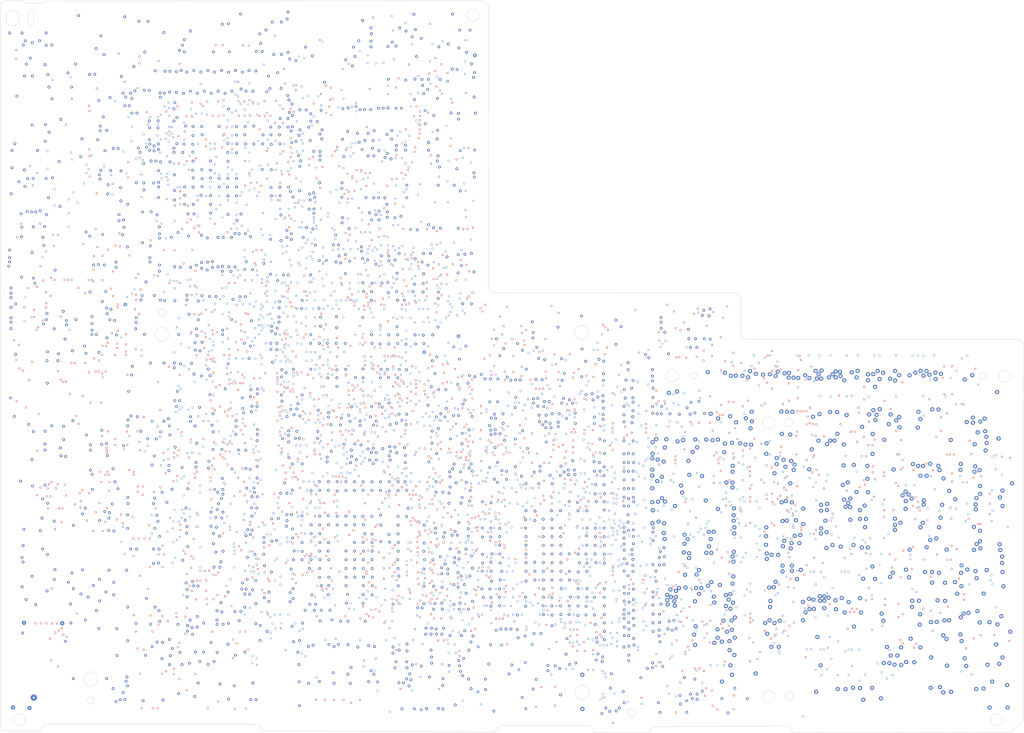
<source format=kicad_pcb>
(kicad_pcb (version 20240108) (generator "pcbnew") (generator_version "8.0")
  (layers (0 "F.Cu" mixed "FC2") (1 "In1.Cu" signal "FC1") (2 "In2.Cu" power "IP1") (3 "In3.Cu" signal "IC1") (4 "In4.Cu" signal "IC2") (5 "In5.Cu" signal "IC3") (6 "In6.Cu" signal "IC4") (7 "In7.Cu" power "IP2") (8 "In8.Cu" signal "BC1") (31 "B.Cu" mixed "BC2") (34 "B.Paste" user) (35 "F.Paste" user) (36 "B.SilkS" user "B.Silkscreen") (37 "F.SilkS" user "F.Silkscreen") (38 "B.Mask" user) (39 "F.Mask" user) (44 "Edge.Cuts" user))
  (net 0 "")
  (gr_line (start 72.369588 147.938317) (end 77.41 147.94) (stroke (width 0.05)) (layer "Edge.Cuts"))
  (gr_circle (center 173.17 95.83) (end 173.62 95.83) (stroke (width 0.05)) (fill none) (layer "Edge.Cuts"))
  (gr_line (start 74.18 43.11) (end 74.19 43.63) (stroke (width 0.05)) (layer "Edge.Cuts"))
  (gr_arc (start 108.86 146.97) (mid 109.5607 147.266385) (end 109.850049 147.969999) (stroke (width 0.05)) (layer "Edge.Cuts"))
  (gr_line (start 77.32577 41.229589) (end 75.49423 41.23041) (stroke (width 0.05)) (layer "Edge.Cuts"))
  (gr_circle (center 217.54 146.33) (end 218.44 146.33) (stroke (width 0.05)) (fill none) (layer "Edge.Cuts"))
  (gr_circle (center 215.51 95.85) (end 215.96 95.85) (stroke (width 0.05)) (fill none) (layer "Edge.Cuts"))
  (gr_circle (center 164.04 145.26) (end 164.64 145.26) (stroke (width 0.05)) (fill none) (layer "Edge.Cuts"))
  (gr_arc (start 166.608531 148.17) (mid 166.840495 147.585866) (end 167.41 147.32) (stroke (width 0.05)) (layer "Edge.Cuts"))
  (gr_line (start 180.009893 89.412367) (end 180.010675 84.569325) (stroke (width 0.05)) (layer "Edge.Cuts"))
  (gr_line (start 220.65 90.551146) (end 181.18 90.55) (stroke (width 0.05)) (layer "Edge.Cuts"))
  (gr_circle (center 187.13 142.83) (end 187.73 142.83) (stroke (width 0.05)) (fill none) (layer "Edge.Cuts"))
  (gr_line (start 219.65 148.16) (end 221.515007 146.324993) (stroke (width 0.05)) (layer "Edge.Cuts"))
  (gr_arc (start 76.405 44.06) (mid 75.995 44.47) (end 75.585 44.06) (stroke (width 0.05)) (layer "Edge.Cuts"))
  (gr_circle (center 95.17 89.76) (end 96.22 89.76) (stroke (width 0.05)) (fill none) (layer "Edge.Cuts"))
  (gr_circle (center 74.3 146.32) (end 75.2 146.32) (stroke (width 0.05)) (fill none) (layer "Edge.Cuts"))
  (gr_circle (center 156.71 89.51) (end 157.76 89.51) (stroke (width 0.05)) (fill none) (layer "Edge.Cuts"))
  (gr_line (start 74.505 40.75) (end 72.52 40.75) (stroke (width 0.05)) (layer "Edge.Cuts"))
  (gr_line (start 78.54 146.98) (end 108.86 146.97) (stroke (width 0.05)) (layer "Edge.Cuts"))
  (gr_line (start 221.51 146.32) (end 221.54 91.42) (stroke (width 0.05)) (layer "Edge.Cuts"))
  (gr_circle (center 156.79 142.31) (end 157.84 142.31) (stroke (width 0.05)) (fill none) (layer "Edge.Cuts"))
  (gr_line (start 142.08 40.86) (end 78.440703 40.880427) (stroke (width 0.05)) (layer "Edge.Cuts"))
  (gr_arc (start 78.36335 40.802836) (mid 77.87 41.11) (end 77.30154 41.230821) (stroke (width 0.05)) (layer "Edge.Cuts"))
  (gr_line (start 187.567035 148.212965) (end 219.65 148.16) (stroke (width 0.05)) (layer "Edge.Cuts"))
  (gr_arc (start 71.47 41.78) (mid 71.78168 41.047538) (end 72.52 40.75) (stroke (width 0.05)) (layer "Edge.Cuts"))
  (gr_arc (start 74.19 43.63) (mid 73.29 44.53) (end 72.39 43.63) (stroke (width 0.05)) (layer "Edge.Cuts"))
  (gr_circle (center 169.99 95.82) (end 170.89 95.82) (stroke (width 0.05)) (fill none) (layer "Edge.Cuts"))
  (gr_line (start 179.120675 83.679325) (end 144.116023 83.67) (stroke (width 0.05)) (layer "Edge.Cuts"))
  (gr_arc (start 144.116023 83.67) (mid 143.36 83.363094) (end 143.045976 82.61) (stroke (width 0.05)) (layer "Edge.Cuts"))
  (gr_arc (start 157.502893 147.167107) (mid 158.210004 147.459998) (end 158.502893 148.167107) (stroke (width 0.05)) (layer "Edge.Cuts"))
  (gr_line (start 167.41 147.32) (end 186.587035 147.232965) (stroke (width 0.05)) (layer "Edge.Cuts"))
  (gr_circle (center 140.78 42.97) (end 141.68 42.97) (stroke (width 0.05)) (fill none) (layer "Edge.Cuts"))
  (gr_line (start 76.395 42.68) (end 76.405 44.06) (stroke (width 0.05)) (layer "Edge.Cuts"))
  (gr_line (start 109.850049 147.969999) (end 144.082391 148.125408) (stroke (width 0.05)) (layer "Edge.Cuts"))
  (gr_circle (center 184.13 142.9) (end 185.03 142.9) (stroke (width 0.05)) (fill none) (layer "Edge.Cuts"))
  (gr_arc (start 72.369588 147.938317) (mid 71.73 147.65) (end 71.468186 146.99911) (stroke (width 0.05)) (layer "Edge.Cuts"))
  (gr_arc (start 181.18 90.549999) (mid 180.358229 90.224658) (end 180.009893 89.412367) (stroke (width 0.05)) (layer "Edge.Cuts"))
  (gr_arc (start 142.101624 40.863597) (mid 142.77 41.14) (end 143.032327 41.814024) (stroke (width 0.05)) (layer "Edge.Cuts"))
  (gr_arc (start 75.575 42.68) (mid 75.985 42.27) (end 76.395 42.68) (stroke (width 0.05)) (layer "Edge.Cuts"))
  (gr_line (start 72.38 43.11) (end 72.39 43.63) (stroke (width 0.05)) (layer "Edge.Cuts"))
  (gr_circle (center 84.7 143.49) (end 85.22 143.49) (stroke (width 0.05)) (fill none) (layer "Edge.Cuts"))
  (gr_arc (start 186.587035 147.232965) (mid 187.279977 147.520013) (end 187.567035 148.212965) (stroke (width 0.05)) (layer "Edge.Cuts"))
  (gr_arc (start 77.410751 147.936334) (mid 77.799993 147.249987) (end 78.540751 146.978237) (stroke (width 0.05)) (layer "Edge.Cuts"))
  (gr_arc (start 75.578521 41.189125) (mid 75.002647 41.065182) (end 74.505 40.75) (stroke (width 0.05)) (layer "Edge.Cuts"))
  (gr_circle (center 184.1 102.75) (end 185 102.75) (stroke (width 0.05)) (fill none) (layer "Edge.Cuts"))
  (gr_circle (center 95.2 86.55) (end 95.72 86.55) (stroke (width 0.05)) (fill none) (layer "Edge.Cuts"))
  (gr_arc (start 179.120675 83.679325) (mid 179.75 83.94) (end 180.010675 84.569325) (stroke (width 0.05)) (layer "Edge.Cuts"))
  (gr_circle (center 84.75 140.33) (end 85.8 140.33) (stroke (width 0.05)) (fill none) (layer "Edge.Cuts"))
  (gr_arc (start 72.38 43.11) (mid 73.28 42.21) (end 74.18 43.11) (stroke (width 0.05)) (layer "Edge.Cuts"))
  (gr_arc (start 144.086639 148.125408) (mid 144.34132 147.474806) (end 144.97 147.17) (stroke (width 0.05)) (layer "Edge.Cuts"))
  (gr_line (start 158.502893 148.167107) (end 166.608531 148.17) (stroke (width 0.05)) (layer "Edge.Cuts"))
  (gr_circle (center 218.69 95.9) (end 219.59 95.9) (stroke (width 0.05)) (fill none) (layer "Edge.Cuts"))
  (gr_line (start 71.47 41.78) (end 71.468186 146.99911) (stroke (width 0.05)) (layer "Edge.Cuts"))
  (gr_line (start 144.97 147.17) (end 157.502893 147.167107) (stroke (width 0.05)) (layer "Edge.Cuts"))
  (gr_circle (center 187.11 102.69) (end 187.71 102.69) (stroke (width 0.05)) (fill none) (layer "Edge.Cuts"))
  (gr_line (start 75.575 42.68) (end 75.585 44.06) (stroke (width 0.05)) (layer "Edge.Cuts"))
  (gr_line (start 143.04 82.6) (end 143.032327 41.814024) (stroke (width 0.05)) (layer "Edge.Cuts"))
  (gr_arc (start 220.65 90.551146) (mid 221.271894 90.804374) (end 221.54 91.42) (stroke (width 0.05)) (layer "Edge.Cuts"))
  (segment (start 177.92 133.46) (end 177.93 133.45) (width 0.05) (layer "F.Cu") (net 0))
  (segment (start 178.44 127.89) (end 178.44 127.94) (width 0.05) (layer "F.Cu") (net 0))
  (via blind (at 126.48 119.94) (size 0.3) (drill 0.2) (layers "F.Cu" "In1.Cu") (net 0))
  (via (at 120.88 116.47) (size 0.4) (drill 0.2) (layers "F.Cu" "B.Cu") (net 0))
  (via (at 126.8 140.76) (size 0.4) (drill 0.2) (layers "F.Cu" "B.Cu") (net 0))
  (via blind (at 136.56 115.16) (size 0.3) (drill 0.2) (layers "F.Cu" "In1.Cu") (net 0))
  (via blind (at 129.38 95.72) (size 0.3) (drill 0.2) (layers "F.Cu" "In1.Cu") (net 0))
  (via blind (at 135.62 105.92) (size 0.3) (drill 0.2) (layers "F.Cu" "In1.Cu") (net 0))
  (via (at 108.04 127.89) (size 0.4) (drill 0.2) (layers "F.Cu" "B.Cu") (net 0))
  (via (at 115.41 59.76) (size 0.4) (drill 0.2) (layers "F.Cu" "B.Cu") (net 0))
  (via (at 158.57 130.94) (size 0.4) (drill 0.2) (layers "F.Cu" "B.Cu") (net 0))
  (via blind (at 129.08 94.49) (size 0.3) (drill 0.2) (layers "F.Cu" "In1.Cu") (net 0))
  (via blind (at 160.43 91.71) (size 0.3) (drill 0.2) (layers "F.Cu" "In1.Cu") (net 0))
  (via blind (at 187.13 122.48) (size 0.3) (drill 0.2) (layers "F.Cu" "In1.Cu") (net 0))
  (via (at 86.08 66.99) (size 0.4) (drill 0.2) (layers "F.Cu" "B.Cu") (net 0))
  (via (at 212.716417 130.72458) (size 0.6) (drill 0.3) (layers "F.Cu" "B.Cu") (net 0))
  (via (at 138.65 57.36) (size 0.4) (drill 0.2) (layers "F.Cu" "B.Cu") (net 0))
  (via blind (at 100.03 110.8) (size 0.3) (drill 0.2) (layers "F.Cu" "In1.Cu") (net 0))
  (via (at 202.02 136.89) (size 0.6) (drill 0.3) (layers "F.Cu" "B.Cu") (net 0))
  (via blind (at 136.14 82.34) (size 0.3) (drill 0.2) (layers "F.Cu" "In1.Cu") (net 0))
  (via blind (at 122.21 95.62) (size 0.3) (drill 0.2) (layers "F.Cu" "In1.Cu") (net 0))
  (via (at 215.87 103.99) (size 0.6) (drill 0.3) (layers "F.Cu" "B.Cu") (net 0))
  (via (at 140.98 66.7) (size 0.4) (drill 0.2) (layers "F.Cu" "B.Cu") (net 0))
  (via blind (at 112.13 96.56) (size 0.3) (drill 0.2) (layers "F.Cu" "In1.Cu") (net 0))
  (via (at 198.67 96.52) (size 0.6) (drill 0.3) (layers "F.Cu" "B.Cu") (net 0))
  (via blind (at 213.83 107.35) (size 0.3) (drill 0.2) (layers "F.Cu" "In1.Cu") (net 0))
  (via (at 117.16 127.98) (size 0.4) (drill 0.2) (layers "F.Cu" "B.Cu") (net 0))
  (via (at 82.07 92.18) (size 0.4) (drill 0.2) (layers "F.Cu" "B.Cu") (net 0))
  (via (at 145.29 91.87) (size 0.4) (drill 0.2) (layers "F.Cu" "B.Cu") (net 0))
  (via blind (at 113.84 74.06) (size 0.3) (drill 0.2) (layers "F.Cu" "In1.Cu") (net 0))
  (via (at 162.9 120.55) (size 0.4) (drill 0.2) (layers "F.Cu" "B.Cu") (net 0))
  (via (at 197.5 116.84) (size 0.6) (drill 0.3) (layers "F.Cu" "B.Cu") (net 0))
  (via blind (at 88.35 105.99) (size 0.3) (drill 0.2) (layers "F.Cu" "In1.Cu") (net 0))
  (via (at 133.5 89.9) (size 0.4) (drill 0.2) (layers "F.Cu" "B.Cu") (net 0))
  (via (at 112.62 72.25) (size 0.4) (drill 0.2) (layers "F.Cu" "B.Cu") (net 0))
  (via (at 168.25 121.63) (size 0.4) (drill 0.2) (layers "F.Cu" "B.Cu") (net 0))
  (via (at 198.26 118.07) (size 0.6) (drill 0.3) (layers "F.Cu" "B.Cu") (net 0))
  (via (at 104.04 44.28) (size 0.4) (drill 0.2) (layers "F.Cu" "B.Cu") (net 0))
  (via (at 179.05 115.3) (size 0.6) (drill 0.3) (layers "F.Cu" "B.Cu") (net 0))
  (via (at 102.3 65.69) (size 0.4) (drill 0.2) (layers "F.Cu" "B.Cu") (net 0))
  (via (at 94.68 65.75) (size 0.4) (drill 0.2) (layers "F.Cu" "B.Cu") (net 0))
  (via (at 74.53 72.07) (size 0.4) (drill 0.2) (layers "F.Cu" "B.Cu") (net 0))
  (via blind (at 156.07 133.9) (size 0.3) (drill 0.2) (layers "F.Cu" "In1.Cu") (net 0))
  (via (at 141.01 51.38) (size 0.4) (drill 0.2) (layers "F.Cu" "B.Cu") (net 0))
  (via (at 187.54 123.7) (size 0.6) (drill 0.3) (layers "F.Cu" "B.Cu") (net 0))
  (via blind (at 170.51 145.26) (size 0.3) (drill 0.2) (layers "F.Cu" "In1.Cu") (net 0))
  (via (at 167.64 105.14) (size 0.6) (drill 0.3) (layers "F.Cu" "B.Cu") (net 0))
  (via (at 173.63 142.55) (size 0.4) (drill 0.2) (layers "F.Cu" "B.Cu") (net 0))
  (via (at 114.33 119.64) (size 0.4) (drill 0.2) (layers "F.Cu" "B.Cu") (net 0))
  (via (at 86.75 79.61) (size 0.4) (drill 0.2) (layers "F.Cu" "B.Cu") (net 0))
  (via blind (at 159.31 116.65) (size 0.3) (drill 0.2) (layers "F.Cu" "In1.Cu") (net 0))
  (via (at 107.03 100.65) (size 0.4) (drill 0.2) (layers "F.Cu" "B.Cu") (net 0))
  (via (at 152.36 124.52) (size 0.4) (drill 0.2) (layers "F.Cu" "B.Cu") (net 0))
  (via (at 101.06 90.92) (size 0.4) (drill 0.2) (layers "F.Cu" "B.Cu") (net 0))
  (via (at 181.47 103.57) (size 0.6) (drill 0.3) (layers "F.Cu" "B.Cu") (net 0))
  (via (at 108.52 54.1) (size 0.4) (drill 0.2) (layers "F.Cu" "B.Cu") (net 0))
  (via (at 178.4 136.1) (size 0.6) (drill 0.3) (layers "F.Cu" "B.Cu") (net 0))
  (via blind (at 95.73 110.13) (size 0.3) (drill 0.2) (layers "F.Cu" "In1.Cu") (net 0))
  (via (at 123.71 108.16) (size 0.4) (drill 0.2) (layers "F.Cu" "B.Cu") (net 0))
  (via (at 132.19 144.7) (size 0.4) (drill 0.2) (layers "F.Cu" "B.Cu") (net 0))
  (via blind (at 73.83 93.54) (size 0.3) (drill 0.2) (layers "F.Cu" "In1.Cu") (net 0))
  (via blind (at 114.81 110.69) (size 0.3) (drill 0.2) (layers "F.Cu" "In1.Cu") (net 0))
  (via (at 98.23 63.09) (size 0.4) (drill 0.2) (layers "F.Cu" "B.Cu") (net 0))
  (via (at 203.44 117.4) (size 0.6) (drill 0.3) (layers "F.Cu" "B.Cu") (net 0))
  (via (at 174.62 86.24) (size 0.4) (drill 0.2) (layers "F.Cu" "B.Cu") (net 0))
  (via blind (at 143.28 120.05) (size 0.3) (drill 0.2) (layers "F.Cu" "In1.Cu") (net 0))
  (via blind (at 137.47 107.09) (size 0.3) (drill 0.2) (layers "F.Cu" "In1.Cu") (net 0))
  (via blind (at 176.51 101.17) (size 0.3) (drill 0.2) (layers "F.Cu" "In1.Cu") (net 0))
  (via blind (at 125.44 85.12) (size 0.3) (drill 0.2) (layers "F.Cu" "In1.Cu") (net 0))
  (via (at 89.09 143.37) (size 0.4) (drill 0.2) (layers "F.Cu" "B.Cu") (net 0))
  (via (at 122.15 117.73) (size 0.4) (drill 0.2) (layers "F.Cu" "B.Cu") (net 0))
  (via (at 157.48 128.34) (size 0.4) (drill 0.2) (layers "F.Cu" "B.Cu") (net 0))
  (via (at 107.42 84.23) (size 0.4) (drill 0.2) (layers "F.Cu" "B.Cu") (net 0))
  (via (at 164.27 107.31) (size 0.4) (drill 0.2) (layers "F.Cu" "B.Cu") (net 0))
  (via blind (at 183.06 111.11) (size 0.3) (drill 0.2) (layers "F.Cu" "In1.Cu") (net 0))
  (via (at 72.85 77.41) (size 0.4) (drill 0.2) (layers "F.Cu" "B.Cu") (net 0))
  (via (at 102.82 137.76) (size 0.4) (drill 0.2) (layers "F.Cu" "B.Cu") (net 0))
  (via blind (at 117.45 55.9) (size 0.3) (drill 0.2) (layers "F.Cu" "In1.Cu") (net 0))
  (via (at 155.65 109.67) (size 0.4) (drill 0.2) (layers "F.Cu" "B.Cu") (net 0))
  (via (at 167.08 95.9) (size 0.4) (drill 0.2) (layers "F.Cu" "B.Cu") (net 0))
  (via (at 106.71 42.79) (size 0.4) (drill 0.2) (layers "F.Cu" "B.Cu") (net 0))
  (via blind (at 86.44 81.82) (size 0.3) (drill 0.2) (layers "F.Cu" "In1.Cu") (net 0))
  (via blind (at 145.27 88.59) (size 0.3) (drill 0.2) (layers "F.Cu" "In1.Cu") (net 0))
  (via (at 119.61 101.28) (size 0.4) (drill 0.2) (layers "F.Cu" "B.Cu") (net 0))
  (via blind (at 128.98 125.26) (size 0.3) (drill 0.2) (layers "F.Cu" "In1.Cu") (net 0))
  (via blind (at 168.09 90.68) (size 0.3) (drill 0.2) (layers "F.Cu" "In1.Cu") (net 0))
  (via (at 111.15 60.5) (size 0.4) (drill 0.2) (layers "F.Cu" "B.Cu") (net 0))
  (via blind (at 177.11 90.17) (size 0.3) (drill 0.2) (layers "F.Cu" "In1.Cu") (net 0))
  (via (at 104.11 113.21) (size 0.4) (drill 0.2) (layers "F.Cu" "B.Cu") (net 0))
  (via (at 100.1 136.37) (size 0.4) (drill 0.2) (layers "F.Cu" "B.Cu") (net 0))
  (via blind (at 120.82 101.91) (size 0.3) (drill 0.2) (layers "F.Cu" "In1.Cu") (net 0))
  (via (at 121.88 105.89) (size 0.4) (drill 0.2) (layers "F.Cu" "B.Cu") (net 0))
  (via blind (at 120.77 115.98) (size 0.3) (drill 0.2) (layers "F.Cu" "In1.Cu") (net 0))
  (via blind (at 125.94 75.93) (size 0.3) (drill 0.2) (layers "F.Cu" "In1.Cu") (net 0))
  (via blind (at 106.33 110.78) (size 0.3) (drill 0.2) (layers "F.Cu" "In1.Cu") (net 0))
  (via (at 97.38 57.96) (size 0.4) (drill 0.2) (layers "F.Cu" "B.Cu") (net 0))
  (via blind (at 114.31 97.83) (size 0.3) (drill 0.2) (layers "F.Cu" "In1.Cu") (net 0))
  (via blind (at 123.1 66.57) (size 0.3) (drill 0.2) (layers "F.Cu" "In1.Cu") (net 0))
  (via blind (at 99.58 57.81) (size 0.3) (drill 0.2) (layers "F.Cu" "In1.Cu") (net 0))
  (via blind (at 132.98 59.71) (size 0.3) (drill 0.2) (layers "F.Cu" "In1.Cu") (net 0))
  (via blind (at 104.1 47.34) (size 0.3) (drill 0.2) (layers "F.Cu" "In1.Cu") (net 0))
  (via (at 199.38 104.39) (size 0.6) (drill 0.3) (layers "F.Cu" "B.Cu") (net 0))
  (via (at 149.6 141.82) (size 0.4) (drill 0.2) (layers "F.Cu" "B.Cu") (net 0))
  (via blind (at 116.72 102.31) (size 0.3) (drill 0.2) (layers "F.Cu" "In1.Cu") (net 0))
  (via (at 127.01 71.7) (size 0.4) (drill 0.2) (layers "F.Cu" "B.Cu") (net 0))
  (via (at 104.84 61.77) (size 0.4) (drill 0.2) (layers "F.Cu" "B.Cu") (net 0))
  (via (at 172.66 91.68) (size 0.4) (drill 0.2) (layers "F.Cu" "B.Cu") (net 0))
  (via (at 131.03 94.97) (size 0.4) (drill 0.2) (layers "F.Cu" "B.Cu") (net 0))
  (via (at 168.88 119.8) (size 0.6) (drill 0.3) (layers "F.Cu" "B.Cu") (net 0))
  (via (at 86.02 125.71) (size 0.4) (drill 0.2) (layers "F.Cu" "B.Cu") (net 0))
  (via blind (at 94.66 132.36) (size 0.3) (drill 0.2) (layers "F.Cu" "In1.Cu") (net 0))
  (via blind (at 156.13 117.89) (size 0.3) (drill 0.2) (layers "F.Cu" "In1.Cu") (net 0))
  (via (at 145.17 101.44) (size 0.4) (drill 0.2) (layers "F.Cu" "B.Cu") (net 0))
  (via blind (at 114.86 93.02) (size 0.3) (drill 0.2) (layers "F.Cu" "In1.Cu") (net 0))
  (via (at 108.38 113.6) (size 0.4) (drill 0.2) (layers "F.Cu" "B.Cu") (net 0))
  (via (at 102.31 69.42) (size 0.4) (drill 0.2) (layers "F.Cu" "B.Cu") (net 0))
  (via (at 159.72 137.78) (size 0.4) (drill 0.2) (layers "F.Cu" "B.Cu") (net 0))
  (via (at 93.95 121.27) (size 0.4) (drill 0.2) (layers "F.Cu" "B.Cu") (net 0))
  (via (at 117 89.82) (size 0.4) (drill 0.2) (layers "F.Cu" "B.Cu") (net 0))
  (via (at 152.38 130.95) (size 0.4) (drill 0.2) (layers "F.Cu" "B.Cu") (net 0))
  (via (at 120.82 96.14) (size 0.4) (drill 0.2) (layers "F.Cu" "B.Cu") (net 0))
  (via (at 130.22 72.45) (size 0.4) (drill 0.2) (layers "F.Cu" "B.Cu") (net 0))
  (via blind (at 120.07 125.87) (size 0.3) (drill 0.2) (layers "F.Cu" "In1.Cu") (net 0))
  (via (at 130.92 52.48) (size 0.4) (drill 0.2) (layers "F.Cu" "B.Cu") (net 0))
  (via (at 84.12 104.53) (size 0.4) (drill 0.2) (layers "F.Cu" "B.Cu") (net 0))
  (via (at 175.19 95.32) (size 0.6) (drill 0.3) (layers "F.Cu" "B.Cu") (net 0))
  (via (at 90.12 141.32) (size 0.4) (drill 0.2) (layers "F.Cu" "B.Cu") (net 0))
  (via (at 186.17 117.16) (size 0.6) (drill 0.3) (layers "F.Cu" "B.Cu") (net 0))
  (via blind (at 140.78 74.13) (size 0.3) (drill 0.2) (layers "F.Cu" "In1.Cu") (net 0))
  (via (at 156.72 96.01) (size 0.4) (drill 0.2) (layers "F.Cu" "B.Cu") (net 0))
  (via blind (at 126.08 119.82) (size 0.3) (drill 0.2) (layers "F.Cu" "In1.Cu") (net 0))
  (via blind (at 124.17 88.51) (size 0.3) (drill 0.2) (layers "F.Cu" "In1.Cu") (net 0))
  (via (at 125.89 45.69) (size 0.4) (drill 0.2) (layers "F.Cu" "B.Cu") (net 0))
  (via (at 219.08 141.22) (size 0.6) (drill 0.3) (layers "F.Cu" "B.Cu") (net 0))
  (via (at 133.34 79.17) (size 0.4) (drill 0.2) (layers "F.Cu" "B.Cu") (net 0))
  (via (at 105.79 141.33) (size 0.4) (drill 0.2) (layers "F.Cu" "B.Cu") (net 0))
  (via (at 152.35 116.91) (size 0.4) (drill 0.2) (layers "F.Cu" "B.Cu") (net 0))
  (via (at 72.85 79.14) (size 0.4) (drill 0.2) (layers "F.Cu" "B.Cu") (net 0))
  (via (at 150.05 140.38) (size 0.4) (drill 0.2) (layers "F.Cu" "B.Cu") (net 0))
  (via (at 106.13 69.44) (size 0.4) (drill 0.2) (layers "F.Cu" "B.Cu") (net 0))
  (via blind (at 125.19 119.87) (size 0.3) (drill 0.2) (layers "F.Cu" "In1.Cu") (net 0))
  (via blind (at 155.49 105.34) (size 0.3) (drill 0.2) (layers "F.Cu" "In1.Cu") (net 0))
  (via (at 119.4 108.48) (size 0.4) (drill 0.2) (layers "F.Cu" "B.Cu") (net 0))
  (via (at 162.96 126.83) (size 0.4) (drill 0.2) (layers "F.Cu" "B.Cu") (net 0))
  (via blind (at 139.23 100.59) (size 0.3) (drill 0.2) (layers "F.Cu" "In1.Cu") (net 0))
  (via blind (at 114.81 53.91) (size 0.3) (drill 0.2) (layers "F.Cu" "In1.Cu") (net 0))
  (via blind (at 117.55 105.64) (size 0.3) (drill 0.2) (layers "F.Cu" "In1.Cu") (net 0))
  (via blind (at 81.1 59.01) (size 0.3) (drill 0.2) (layers "F.Cu" "In1.Cu") (net 0))
  (via (at 80.72 86.39) (size 0.4) (drill 0.2) (layers "F.Cu" "B.Cu") (net 0))
  (via blind (at 95.26 131.1) (size 0.3) (drill 0.2) (layers "F.Cu" "In1.Cu") (net 0))
  (via blind (at 210.74 107.39) (size 0.3) (drill 0.2) (layers "F.Cu" "In1.Cu") (net 0))
  (via blind (at 129.32 93) (size 0.3) (drill 0.2) (layers "F.Cu" "In1.Cu") (net 0))
  (via (at 162.81 142.17) (size 0.4) (drill 0.2) (layers "F.Cu" "B.Cu") (net 0))
  (via (at 117.04 122.81) (size 0.4) (drill 0.2) (layers "F.Cu" "B.Cu") (net 0))
  (via blind (at 129.37 96.8) (size 0.3) (drill 0.2) (layers "F.Cu" "In1.Cu") (net 0))
  (via (at 106.77 130.42) (size 0.4) (drill 0.2) (layers "F.Cu" "B.Cu") (net 0))
  (via blind (at 167.67 127.94) (size 0.3) (drill 0.2) (layers "F.Cu" "In1.Cu") (net 0))
  (via (at 75.65 102.96) (size 0.4) (drill 0.2) (layers "F.Cu" "B.Cu") (net 0))
  (via (at 152.09 110.46) (size 0.4) (drill 0.2) (layers "F.Cu" "B.Cu") (net 0))
  (via (at 74.67 45.56) (size 0.4) (drill 0.2) (layers "F.Cu" "B.Cu") (net 0))
  (via (at 199.33 123.83) (size 0.6) (drill 0.3) (layers "F.Cu" "B.Cu") (net 0))
  (via (at 164.11 121.36) (size 0.4) (drill 0.2) (layers "F.Cu" "B.Cu") (net 0))
  (via (at 100.31 89.93) (size 0.4) (drill 0.2) (layers "F.Cu" "B.Cu") (net 0))
  (via blind (at 140.49 133.29) (size 0.3) (drill 0.2) (layers "F.Cu" "In1.Cu") (net 0))
  (via (at 164.22 99.07) (size 0.4) (drill 0.2) (layers "F.Cu" "B.Cu") (net 0))
  (via (at 114.06 100.77) (size 0.4) (drill 0.2) (layers "F.Cu" "B.Cu") (net 0))
  (via (at 133.29 52.36) (size 0.4) (drill 0.2) (layers "F.Cu" "B.Cu") (net 0))
  (via (at 156.2 124.63) (size 0.4) (drill 0.2) (layers "F.Cu" "B.Cu") (net 0))
  (via blind (at 151.08 113.46) (size 0.3) (drill 0.2) (layers "F.Cu" "In1.Cu") (net 0))
  (via blind (at 191.46 110.35) (size 0.3) (drill 0.2) (layers "F.Cu" "In1.Cu") (net 0))
  (via blind (at 107.3 113.38) (size 0.3) (drill 0.2) (layers "F.Cu" "In1.Cu") (net 0))
  (via (at 138.83 45.14) (size 0.4) (drill 0.2) (layers "F.Cu" "B.Cu") (net 0))
  (via blind (at 134.25 94.74) (size 0.3) (drill 0.2) (layers "F.Cu" "In1.Cu") (net 0))
  (via (at 160.03 120.72) (size 0.4) (drill 0.2) (layers "F.Cu" "B.Cu") (net 0))
  (via (at 159.08 98.99) (size 0.4) (drill 0.2) (layers "F.Cu" "B.Cu") (net 0))
  (via blind (at 139.82 103.01) (size 0.3) (drill 0.2) (layers "F.Cu" "In1.Cu") (net 0))
  (via (at 158.86 114.3) (size 0.4) (drill 0.2) (layers "F.Cu" "B.Cu") (net 0))
  (via blind (at 210.96 124.17) (size 0.3) (drill 0.2) (layers "F.Cu" "In1.Cu") (net 0))
  (via blind (at 134.4 110.74) (size 0.3) (drill 0.2) (layers "F.Cu" "In1.Cu") (net 0))
  (via blind (at 91 119.73) (size 0.3) (drill 0.2) (layers "F.Cu" "In1.Cu") (net 0))
  (via blind (at 199.68 105.2) (size 0.3) (drill 0.2) (layers "F.Cu" "In1.Cu") (net 0))
  (via (at 171.28 111.95) (size 0.6) (drill 0.3) (layers "F.Cu" "B.Cu") (net 0))
  (via (at 144.7 118.23) (size 0.4) (drill 0.2) (layers "F.Cu" "B.Cu") (net 0))
  (via blind (at 118.57 95.98) (size 0.3) (drill 0.2) (layers "F.Cu" "In1.Cu") (net 0))
  (via blind (at 114.29 120.43) (size 0.3) (drill 0.2) (layers "F.Cu" "In1.Cu") (net 0))
  (via blind (at 141.22 121.51) (size 0.3) (drill 0.2) (layers "F.Cu" "In1.Cu") (net 0))
  (via (at 202.66 96.54) (size 0.6) (drill 0.3) (layers "F.Cu" "B.Cu") (net 0))
  (via blind (at 174.58 93.6) (size 0.3) (drill 0.2) (layers "F.Cu" "In1.Cu") (net 0))
  (via (at 123.41 124.1) (size 0.4) (drill 0.2) (layers "F.Cu" "B.Cu") (net 0))
  (via blind (at 192.24 112.38) (size 0.3) (drill 0.2) (layers "F.Cu" "In1.Cu") (net 0))
  (via (at 110.11 122.04) (size 0.4) (drill 0.2) (layers "F.Cu" "B.Cu") (net 0))
  (via (at 123.42 120.29) (size 0.4) (drill 0.2) (layers "F.Cu" "B.Cu") (net 0))
  (via (at 138.73 122.73) (size 0.4) (drill 0.2) (layers "F.Cu" "B.Cu") (net 0))
  (via (at 163.66 133.04) (size 0.4) (drill 0.2) (layers "F.Cu" "B.Cu") (net 0))
  (via (at 85.56 89.78) (size 0.4) (drill 0.2) (layers "F.Cu" "B.Cu") (net 0))
  (via blind (at 122.06 78.7) (size 0.3) (drill 0.2) (layers "F.Cu" "In1.Cu") (net 0))
  (via blind (at 191.13 109.64) (size 0.3) (drill 0.2) (layers "F.Cu" "In1.Cu") (net 0))
  (via (at 138.19 144.14) (size 0.4) (drill 0.2) (layers "F.Cu" "B.Cu") (net 0))
  (via (at 119.27 78.94) (size 0.4) (drill 0.2) (layers "F.Cu" "B.Cu") (net 0))
  (via (at 99.77 66.82) (size 0.4) (drill 0.2) (layers "F.Cu" "B.Cu") (net 0))
  (via (at 177.26 143.2) (size 0.4) (drill 0.2) (layers "F.Cu" "B.Cu") (net 0))
  (via (at 138.61 126.87) (size 0.4) (drill 0.2) (layers "F.Cu" "B.Cu") (net 0))
  (via (at 124.67 112.65) (size 0.4) (drill 0.2) (layers "F.Cu" "B.Cu") (net 0))
  (via (at 118.3 121.56) (size 0.4) (drill 0.2) (layers "F.Cu" "B.Cu") (net 0))
  (via blind (at 155.56 103.68) (size 0.3) (drill 0.2) (layers "F.Cu" "In1.Cu") (net 0))
  (via (at 138.91 62.82) (size 0.4) (drill 0.2) (layers "F.Cu" "B.Cu") (net 0))
  (via blind (at 76.64 132.17) (size 0.3) (drill 0.2) (layers "F.Cu" "In1.Cu") (net 0))
  (via (at 92.33 76.32) (size 0.4) (drill 0.2) (layers "F.Cu" "B.Cu") (net 0))
  (via blind (at 187.68 116.04) (size 0.3) (drill 0.2) (layers "F.Cu" "In1.Cu") (net 0))
  (via blind (at 161.26 103.5) (size 0.3) (drill 0.2) (layers "F.Cu" "In1.Cu") (net 0))
  (via blind (at 114.06 62.35) (size 0.3) (drill 0.2) (layers "F.Cu" "In1.Cu") (net 0))
  (via (at 219.55 133.4) (size 0.6) (drill 0.3) (layers "F.Cu" "B.Cu") (net 0))
  (via (at 140.48 134.89) (size 0.4) (drill 0.2) (layers "F.Cu" "B.Cu") (net 0))
  (via blind (at 143.12 125.46) (size 0.3) (drill 0.2) (layers "F.Cu" "In1.Cu") (net 0))
  (via blind (at 90.43 78.19) (size 0.3) (drill 0.2) (layers "F.Cu" "In1.Cu") (net 0))
  (via (at 90.2 114.58) (size 0.4) (drill 0.2) (layers "F.Cu" "B.Cu") (net 0))
  (via blind (at 154.67 128.91) (size 0.3) (drill 0.2) (layers "F.Cu" "In1.Cu") (net 0))
  (via blind (at 163.59 100.2) (size 0.3) (drill 0.2) (layers "F.Cu" "In1.Cu") (net 0))
  (via (at 158.68 113.16) (size 0.4) (drill 0.2) (layers "F.Cu" "B.Cu") (net 0))
  (via (at 187.93 108.88) (size 0.6) (drill 0.3) (layers "F.Cu" "B.Cu") (net 0))
  (via blind (at 185.91 94.93) (size 0.3) (drill 0.2) (layers "F.Cu" "In1.Cu") (net 0))
  (via blind (at 116.93 114.52) (size 0.3) (drill 0.2) (layers "F.Cu" "In1.Cu") (net 0))
  (via blind (at 98.13 74.31) (size 0.3) (drill 0.2) (layers "F.Cu" "In1.Cu") (net 0))
  (via blind (at 96.93 138.83) (size 0.3) (drill 0.2) (layers "F.Cu" "In1.Cu") (net 0))
  (via (at 136.33 141.28) (size 0.4) (drill 0.2) (layers "F.Cu" "B.Cu") (net 0))
  (via (at 155.38 99.88) (size 0.4) (drill 0.2) (layers "F.Cu" "B.Cu") (net 0))
  (via (at 201.92 125.36) (size 0.6) (drill 0.3) (layers "F.Cu" "B.Cu") (net 0))
  (via (at 107.48 106.78) (size 0.4) (drill 0.2) (layers "F.Cu" "B.Cu") (net 0))
  (via (at 103.07 121.72) (size 0.4) (drill 0.2) (layers "F.Cu" "B.Cu") (net 0))
  (via blind (at 140.52 113.64) (size 0.3) (drill 0.2) (layers "F.Cu" "In1.Cu") (net 0))
  (via (at 178.72 133.12) (size 0.6) (drill 0.3) (layers "F.Cu" "B.Cu") (net 0))
  (via (at 81.93 53.51) (size 0.4) (drill 0.2) (layers "F.Cu" "B.Cu") (net 0))
  (via (at 138.61 80.76) (size 0.4) (drill 0.2) (layers "F.Cu" "B.Cu") (net 0))
  (via blind (at 144.64 116.04) (size 0.3) (drill 0.2) (layers "F.Cu" "In1.Cu") (net 0))
  (via blind (at 132.83 61.01) (size 0.3) (drill 0.2) (layers "F.Cu" "In1.Cu") (net 0))
  (via (at 117.52 130.26) (size 0.4) (drill 0.2) (layers "F.Cu" "B.Cu") (net 0))
  (via (at 157.36 98.61) (size 0.4) (drill 0.2) (layers "F.Cu" "B.Cu") (net 0))
  (via (at 119.65 135.25) (size 0.4) (drill 0.2) (layers "F.Cu" "B.Cu") (net 0))
  (via (at 135.04 57.67) (size 0.4) (drill 0.2) (layers "F.Cu" "B.Cu") (net 0))
  (via (at 143.51 125.98) (size 0.4) (drill 0.2) (layers "F.Cu" "B.Cu") (net 0))
  (via (at 127.32 94.91) (size 0.4) (drill 0.2) (layers "F.Cu" "B.Cu") (net 0))
  (via (at 183.78 118.09) (size 0.6) (drill 0.3) (layers "F.Cu" "B.Cu") (net 0))
  (via (at 157.36 129.67) (size 0.4) (drill 0.2) (layers "F.Cu" "B.Cu") (net 0))
  (via (at 173.4 90.42) (size 0.4) (drill 0.2) (layers "F.Cu" "B.Cu") (net 0))
  (via blind (at 140.28 104.66) (size 0.3) (drill 0.2) (layers "F.Cu" "In1.Cu") (net 0))
  (via (at 163.22 96.48) (size 0.4) (drill 0.2) (layers "F.Cu" "B.Cu") (net 0))
  (via (at 138.73 121.72) (size 0.4) (drill 0.2) (layers "F.Cu" "B.Cu") (net 0))
  (via blind (at 186.22 99.97) (size 0.3) (drill 0.2) (layers "F.Cu" "In1.Cu") (net 0))
  (via (at 74.46 111.3) (size 0.4) (drill 0.2) (layers "F.Cu" "B.Cu") (net 0))
  (via blind (at 212.04 125.6) (size 0.3) (drill 0.2) (layers "F.Cu" "In1.Cu") (net 0))
  (via (at 164.22 123.66) (size 0.4) (drill 0.2) (layers "F.Cu" "B.Cu") (net 0))
  (via blind (at 141.94 100.31) (size 0.3) (drill 0.2) (layers "F.Cu" "In1.Cu") (net 0))
  (via (at 125.81 44.8) (size 0.4) (drill 0.2) (layers "F.Cu" "B.Cu") (net 0))
  (via (at 129.33 106.31) (size 0.4) (drill 0.2) (layers "F.Cu" "B.Cu") (net 0))
  (via blind (at 127.66 49.94) (size 0.3) (drill 0.2) (layers "F.Cu" "In1.Cu") (net 0))
  (via blind (at 158.95 110.38) (size 0.3) (drill 0.2) (layers "F.Cu" "In1.Cu") (net 0))
  (via (at 174.4 86.99) (size 0.4) (drill 0.2) (layers "F.Cu" "B.Cu") (net 0))
  (via (at 92.61 53.95) (size 0.4) (drill 0.2) (layers "F.Cu" "B.Cu") (net 0))
  (via (at 166.35 138.8) (size 0.4) (drill 0.2) (layers "F.Cu" "B.Cu") (net 0))
  (via blind (at 184.58 109.31) (size 0.3) (drill 0.2) (layers "F.Cu" "In1.Cu") (net 0))
  (via (at 137.42 133.96) (size 0.4) (drill 0.2) (layers "F.Cu" "B.Cu") (net 0))
  (via (at 122.95 106.76) (size 0.4) (drill 0.2) (layers "F.Cu" "B.Cu") (net 0))
  (via blind (at 100.82 125.91) (size 0.3) (drill 0.2) (layers "F.Cu" "In1.Cu") (net 0))
  (via (at 103.93 113.85) (size 0.4) (drill 0.2) (layers "F.Cu" "B.Cu") (net 0))
  (via (at 174.96 105.21) (size 0.6) (drill 0.3) (layers "F.Cu" "B.Cu") (net 0))
  (via (at 78.62 53.5) (size 0.4) (drill 0.2) (layers "F.Cu" "B.Cu") (net 0))
  (via blind (at 159.37 113.12) (size 0.3) (drill 0.2) (layers "F.Cu" "In1.Cu") (net 0))
  (via blind (at 157.17 136.24) (size 0.3) (drill 0.2) (layers "F.Cu" "In1.Cu") (net 0))
  (via blind (at 169.45 103.31) (size 0.3) (drill 0.2) (layers "F.Cu" "In1.Cu") (net 0))
  (via blind (at 98.84 124.92) (size 0.3) (drill 0.2) (layers "F.Cu" "In1.Cu") (net 0))
  (via (at 144.74 104.36) (size 0.4) (drill 0.2) (layers "F.Cu" "B.Cu") (net 0))
  (via (at 94.29 64.36) (size 0.4) (drill 0.2) (layers "F.Cu" "B.Cu") (net 0))
  (via blind (at 134.62 130.83) (size 0.3) (drill 0.2) (layers "F.Cu" "In1.Cu") (net 0))
  (via (at 121.55 69.66) (size 0.4) (drill 0.2) (layers "F.Cu" "B.Cu") (net 0))
  (via blind (at 120.66 134.45) (size 0.3) (drill 0.2) (layers "F.Cu" "In1.Cu") (net 0))
  (via blind (at 101.37 91.79) (size 0.3) (drill 0.2) (layers "F.Cu" "In1.Cu") (net 0))
  (via (at 151.1 123.25) (size 0.4) (drill 0.2) (layers "F.Cu" "B.Cu") (net 0))
  (via (at 120.41 140.95) (size 0.4) (drill 0.2) (layers "F.Cu" "B.Cu") (net 0))
  (via (at 173.63 143.32) (size 0.4) (drill 0.2) (layers "F.Cu" "B.Cu") (net 0))
  (via blind (at 124.08 71.25) (size 0.3) (drill 0.2) (layers "F.Cu" "In1.Cu") (net 0))
  (via blind (at 118.35 93.04) (size 0.3) (drill 0.2) (layers "F.Cu" "In1.Cu") (net 0))
  (via blind (at 121.17 100.51) (size 0.3) (drill 0.2) (layers "F.Cu" "In1.Cu") (net 0))
  (via (at 186.58 109.2) (size 0.6) (drill 0.3) (layers "F.Cu" "B.Cu") (net 0))
  (via (at 210.88 142.21) (size 0.6) (drill 0.3) (layers "F.Cu" "B.Cu") (net 0))
  (via blind (at 182.02 94.8) (size 0.3) (drill 0.2) (layers "F.Cu" "In1.Cu") (net 0))
  (via (at 158.68 121.99) (size 0.4) (drill 0.2) (layers "F.Cu" "B.Cu") (net 0))
  (via blind (at 78.22 85.2) (size 0.3) (drill 0.2) (layers "F.Cu" "In1.Cu") (net 0))
  (via (at 215.79 102.13) (size 0.6) (drill 0.3) (layers "F.Cu" "B.Cu") (net 0))
  (via (at 88.46 143.65) (size 0.4) (drill 0.2) (layers "F.Cu" "B.Cu") (net 0))
  (via blind (at 171.04 131.93) (size 0.3) (drill 0.2) (layers "F.Cu" "In1.Cu") (net 0))
  (via (at 187.36 121.17) (size 0.6) (drill 0.3) (layers "F.Cu" "B.Cu") (net 0))
  (via (at 178.74 139.71) (size 0.6) (drill 0.3) (layers "F.Cu" "B.Cu") (net 0))
  (via blind (at 85.63 69.08) (size 0.3) (drill 0.2) (layers "F.Cu" "In1.Cu") (net 0))
  (via blind (at 87.37 110.38) (size 0.3) (drill 0.2) (layers "F.Cu" "In1.Cu") (net 0))
  (via (at 77.69 121.25) (size 0.4) (drill 0.2) (layers "F.Cu" "B.Cu") (net 0))
  (via (at 101.3 136.39) (size 0.4) (drill 0.2) (layers "F.Cu" "B.Cu") (net 0))
  (via (at 102.71 104.09) (size 0.4) (drill 0.2) (layers "F.Cu" "B.Cu") (net 0))
  (via blind (at 118.34 46.6) (size 0.3) (drill 0.2) (layers "F.Cu" "In1.Cu") (net 0))
  (via blind (at 115.63 95.36) (size 0.3) (drill 0.2) (layers "F.Cu" "In1.Cu") (net 0))
  (via blind (at 113.32 110.06) (size 0.3) (drill 0.2) (layers "F.Cu" "In1.Cu") (net 0))
  (via blind (at 180.13 93.99) (size 0.3) (drill 0.2) (layers "F.Cu" "In1.Cu") (net 0))
  (via (at 136.36 144.73) (size 0.4) (drill 0.2) (layers "F.Cu" "B.Cu") (net 0))
  (via (at 172.43 90.41) (size 0.4) (drill 0.2) (layers "F.Cu" "B.Cu") (net 0))
  (via blind (at 104.69 59.41) (size 0.3) (drill 0.2) (layers "F.Cu" "In1.Cu") (net 0))
  (via blind (at 81.22 134.15) (size 0.3) (drill 0.2) (layers "F.Cu" "In1.Cu") (net 0))
  (via (at 102.39 115.83) (size 0.4) (drill 0.2) (layers "F.Cu" "B.Cu") (net 0))
  (via (at 153.77 93.34) (size 0.4) (drill 0.2) (layers "F.Cu" "B.Cu") (net 0))
  (via (at 158.59 109.84) (size 0.4) (drill 0.2) (layers "F.Cu" "B.Cu") (net 0))
  (via (at 187.54 124.44) (size 0.6) (drill 0.3) (layers "F.Cu" "B.Cu") (net 0))
  (via blind (at 100.61 74.83) (size 0.3) (drill 0.2) (layers "F.Cu" "In1.Cu") (net 0))
  (via (at 97.34 100.36) (size 0.4) (drill 0.2) (layers "F.Cu" "B.Cu") (net 0))
  (via blind (at 87.09 106.76) (size 0.3) (drill 0.2) (layers "F.Cu" "In1.Cu") (net 0))
  (via blind (at 159.36 133.85) (size 0.3) (drill 0.2) (layers "F.Cu" "In1.Cu") (net 0))
  (via blind (at 134.09 111.43) (size 0.3) (drill 0.2) (layers "F.Cu" "In1.Cu") (net 0))
  (via blind (at 87.49 111.44) (size 0.3) (drill 0.2) (layers "F.Cu" "In1.Cu") (net 0))
  (via blind (at 97.09 70.87) (size 0.3) (drill 0.2) (layers "F.Cu" "In1.Cu") (net 0))
  (via (at 209.01 100.79) (size 0.6) (drill 0.3) (layers "F.Cu" "B.Cu") (net 0))
  (via blind (at 114.48 53.29) (size 0.3) (drill 0.2) (layers "F.Cu" "In1.Cu") (net 0))
  (via blind (at 125.59 82.73) (size 0.3) (drill 0.2) (layers "F.Cu" "In1.Cu") (net 0))
  (via (at 137.79 42.79) (size 0.4) (drill 0.2) (layers "F.Cu" "B.Cu") (net 0))
  (via blind (at 213.87 139.65) (size 0.3) (drill 0.2) (layers "F.Cu" "In1.Cu") (net 0))
  (via (at 135.38 111.39) (size 0.4) (drill 0.2) (layers "F.Cu" "B.Cu") (net 0))
  (via blind (at 195.27 122.54) (size 0.3) (drill 0.2) (layers "F.Cu" "In1.Cu") (net 0))
  (via (at 102.8 123.93) (size 0.4) (drill 0.2) (layers "F.Cu" "B.Cu") (net 0))
  (via (at 112.14 81.88) (size 0.4) (drill 0.2) (layers "F.Cu" "B.Cu") (net 0))
  (via blind (at 213.05 135.83) (size 0.3) (drill 0.2) (layers "F.Cu" "In1.Cu") (net 0))
  (via blind (at 119.49 105.88) (size 0.3) (drill 0.2) (layers "F.Cu" "In1.Cu") (net 0))
  (via blind (at 88.02 80.53) (size 0.3) (drill 0.2) (layers "F.Cu" "In1.Cu") (net 0))
  (via (at 131.11 135.21) (size 0.4) (drill 0.2) (layers "F.Cu" "B.Cu") (net 0))
  (via blind (at 122.25 108.8) (size 0.3) (drill 0.2) (layers "F.Cu" "In1.Cu") (net 0))
  (via blind (at 140.16 84.22) (size 0.3) (drill 0.2) (layers "F.Cu" "In1.Cu") (net 0))
  (via (at 134.28 73.68) (size 0.4) (drill 0.2) (layers "F.Cu" "B.Cu") (net 0))
  (via (at 192.91 128.4) (size 0.6) (drill 0.3) (layers "F.Cu" "B.Cu") (net 0))
  (via (at 99.6 132.8) (size 0.4) (drill 0.2) (layers "F.Cu" "B.Cu") (net 0))
  (via (at 95.21 112.94) (size 0.4) (drill 0.2) (layers "F.Cu" "B.Cu") (net 0))
  (via (at 162.98 130.18) (size 0.4) (drill 0.2) (layers "F.Cu" "B.Cu") (net 0))
  (via blind (at 88.93 74.96) (size 0.3) (drill 0.2) (layers "F.Cu" "In1.Cu") (net 0))
  (via (at 200.11 95.14) (size 0.6) (drill 0.3) (layers "F.Cu" "B.Cu") (net 0))
  (via blind (at 132.85 126.41) (size 0.3) (drill 0.2) (layers "F.Cu" "In1.Cu") (net 0))
  (via blind (at 128.77 100.43) (size 0.3) (drill 0.2) (layers "F.Cu" "In1.Cu") (net 0))
  (via (at 178.75 105.67) (size 0.6) (drill 0.3) (layers "F.Cu" "B.Cu") (net 0))
  (via (at 90.72 95.73) (size 0.4) (drill 0.2) (layers "F.Cu" "B.Cu") (net 0))
  (via blind (at 97.78 95.73) (size 0.3) (drill 0.2) (layers "F.Cu" "In1.Cu") (net 0))
  (via (at 94.67 123.31) (size 0.4) (drill 0.2) (layers "F.Cu" "B.Cu") (net 0))
  (via (at 133.54 54.46) (size 0.4) (drill 0.2) (layers "F.Cu" "B.Cu") (net 0))
  (via blind (at 113.13 97.51) (size 0.3) (drill 0.2) (layers "F.Cu" "In1.Cu") (net 0))
  (via (at 122.05 91.1) (size 0.4) (drill 0.2) (layers "F.Cu" "B.Cu") (net 0))
  (via blind (at 105.99 96.95) (size 0.3) (drill 0.2) (layers "F.Cu" "In1.Cu") (net 0))
  (via (at 80.57 132.16) (size 0.6) (drill 0.2) (layers "F.Cu" "B.Cu") (net 0))
  (via (at 147 109.18) (size 0.4) (drill 0.2) (layers "F.Cu" "B.Cu") (net 0))
  (via blind (at 104.79 108.87) (size 0.3) (drill 0.2) (layers "F.Cu" "In1.Cu") (net 0))
  (via blind (at 74.22 91.29) (size 0.3) (drill 0.2) (layers "F.Cu" "In1.Cu") (net 0))
  (via (at 135 130.08) (size 0.4) (drill 0.2) (layers "F.Cu" "B.Cu") (net 0))
  (via (at 200.4 96.32) (size 0.6) (drill 0.3) (layers "F.Cu" "B.Cu") (net 0))
  (via blind (at 151.5 96.22) (size 0.3) (drill 0.2) (layers "F.Cu" "In1.Cu") (net 0))
  (via (at 164.04 97.67) (size 0.4) (drill 0.2) (layers "F.Cu" "B.Cu") (net 0))
  (via (at 173 107.01) (size 0.6) (drill 0.3) (layers "F.Cu" "B.Cu") (net 0))
  (via (at 164.33 108.58) (size 0.4) (drill 0.2) (layers "F.Cu" "B.Cu") (net 0))
  (via (at 95.91 114.42) (size 0.4) (drill 0.2) (layers "F.Cu" "B.Cu") (net 0))
  (via (at 126.33 135.58) (size 0.4) (drill 0.2) (layers "F.Cu" "B.Cu") (net 0))
  (via blind (at 120.64 94.42) (size 0.3) (drill 0.2) (layers "F.Cu" "In1.Cu") (net 0))
  (via (at 82.14 102.44) (size 0.4) (drill 0.2) (layers "F.Cu" "B.Cu") (net 0))
  (via blind (at 175.99 86.51) (size 0.3) (drill 0.2) (layers "F.Cu" "In1.Cu") (net 0))
  (via blind (at 175.81 91.3) (size 0.3) (drill 0.2) (layers "F.Cu" "In1.Cu") (net 0))
  (via blind (at 81.9 93.95) (size 0.3) (drill 0.2) (layers "F.Cu" "In1.Cu") (net 0))
  (via (at 105.38 75.54) (size 0.4) (drill 0.2) (layers "F.Cu" "B.Cu") (net 0))
  (via (at 95.53 54.4) (size 0.4) (drill 0.2) (layers "F.Cu" "B.Cu") (net 0))
  (via (at 107.74 118.43) (size 0.4) (drill 0.2) (layers "F.Cu" "B.Cu") (net 0))
  (via (at 91.38 132.17) (size 0.4) (drill 0.2) (layers "F.Cu" "B.Cu") (net 0))
  (via (at 86.35 105.92) (size 0.4) (drill 0.2) (layers "F.Cu" "B.Cu") (net 0))
  (via (at 130.29 56.6) (size 0.4) (drill 0.2) (layers "F.Cu" "B.Cu") (net 0))
  (via (at 114.41 69.63) (size 0.4) (drill 0.2) (layers "F.Cu" "B.Cu") (net 0))
  (via blind (at 97.42 110.57) (size 0.3) (drill 0.2) (layers "F.Cu" "In1.Cu") (net 0))
  (via blind (at 176.79 108.66) (size 0.3) (drill 0.2) (layers "F.Cu" "In1.Cu") (net 0))
  (via blind (at 181.36 106.54) (size 0.3) (drill 0.2) (layers "F.Cu" "In1.Cu") (net 0))
  (via (at 90.15 103.19) (size 0.4) (drill 0.2) (layers "F.Cu" "B.Cu") (net 0))
  (via (at 163.54 125.19) (size 0.4) (drill 0.2) (layers "F.Cu" "B.Cu") (net 0))
  (via (at 129.8 117.76) (size 0.4) (drill 0.2) (layers "F.Cu" "B.Cu") (net 0))
  (via (at 115.31 140.74) (size 0.4) (drill 0.2) (layers "F.Cu" "B.Cu") (net 0))
  (via blind (at 91.8 119.72) (size 0.3) (drill 0.2) (layers "F.Cu" "In1.Cu") (net 0))
  (via blind (at 128.29 77.79) (size 0.3) (drill 0.2) (layers "F.Cu" "In1.Cu") (net 0))
  (via (at 102.72 48.33) (size 0.4) (drill 0.2) (layers "F.Cu" "B.Cu") (net 0))
  (via (at 112.02 91.09) (size 0.4) (drill 0.2) (layers "F.Cu" "B.Cu") (net 0))
  (via (at 129.96 136.09) (size 0.4) (drill 0.2) (layers "F.Cu" "B.Cu") (net 0))
  (via blind (at 113.31 136.1) (size 0.3) (drill 0.2) (layers "F.Cu" "In1.Cu") (net 0))
  (via (at 140.29 114.21) (size 0.4) (drill 0.2) (layers "F.Cu" "B.Cu") (net 0))
  (via blind (at 205.34 109.64) (size 0.3) (drill 0.2) (layers "F.Cu" "In1.Cu") (net 0))
  (via (at 117.67 76.67) (size 0.4) (drill 0.2) (layers "F.Cu" "B.Cu") (net 0))
  (via blind (at 129.47 113.29) (size 0.3) (drill 0.2) (layers "F.Cu" "In1.Cu") (net 0))
  (via blind (at 167.67 99.86) (size 0.3) (drill 0.2) (layers "F.Cu" "In1.Cu") (net 0))
  (via blind (at 134.81 94.47) (size 0.3) (drill 0.2) (layers "F.Cu" "In1.Cu") (net 0))
  (via (at 97.63 89.8) (size 0.4) (drill 0.2) (layers "F.Cu" "B.Cu") (net 0))
  (via (at 151 103.04) (size 0.4) (drill 0.2) (layers "F.Cu" "B.Cu") (net 0))
  (via (at 195.4 115.08) (size 0.6) (drill 0.3) (layers "F.Cu" "B.Cu") (net 0))
  (via (at 133.9 132.87) (size 0.4) (drill 0.2) (layers "F.Cu" "B.Cu") (net 0))
  (via (at 107.44 61.84) (size 0.4) (drill 0.2) (layers "F.Cu" "B.Cu") (net 0))
  (via (at 140.5 141.74) (size 0.4) (drill 0.2) (layers "F.Cu" "B.Cu") (net 0))
  (via (at 81.83 132.11) (size 0.4) (drill 0.2) (layers "F.Cu" "B.Cu") (net 0))
  (via (at 112.58 113.08) (size 0.4) (drill 0.2) (layers "F.Cu" "B.Cu") (net 0))
  (via (at 162.95 124.48) (size 0.4) (drill 0.2) (layers "F.Cu" "B.Cu") (net 0))
  (via (at 138.67 101.68) (size 0.4) (drill 0.2) (layers "F.Cu" "B.Cu") (net 0))
  (via (at 178.17 145.29) (size 0.4) (drill 0.2) (layers "F.Cu" "B.Cu") (net 0))
  (via (at 90.16 118.23) (size 0.4) (drill 0.2) (layers "F.Cu" "B.Cu") (net 0))
  (via blind (at 126.15 131.29) (size 0.3) (drill 0.2) (layers "F.Cu" "In1.Cu") (net 0))
  (via (at 140.92 66.07) (size 0.4) (drill 0.2) (layers "F.Cu" "B.Cu") (net 0))
  (via blind (at 216.53 113.16) (size 0.3) (drill 0.2) (layers "F.Cu" "In1.Cu") (net 0))
  (via blind (at 81.99 55.22) (size 0.3) (drill 0.2) (layers "F.Cu" "In1.Cu") (net 0))
  (via (at 109.18 103.73) (size 0.4) (drill 0.2) (layers "F.Cu" "B.Cu") (net 0))
  (via (at 162.97 127.78) (size 0.4) (drill 0.2) (layers "F.Cu" "B.Cu") (net 0))
  (via (at 167.21 118.14) (size 0.4) (drill 0.2) (layers "F.Cu" "B.Cu") (net 0))
  (via (at 126 128) (size 0.4) (drill 0.2) (layers "F.Cu" "B.Cu") (net 0))
  (via (at 89.75 143.33) (size 0.4) (drill 0.2) (layers "F.Cu" "B.Cu") (net 0))
  (via (at 206.34 130.84) (size 0.6) (drill 0.3) (layers "F.Cu" "B.Cu") (net 0))
  (via (at 117 94.88) (size 0.4) (drill 0.2) (layers "F.Cu" "B.Cu") (net 0))
  (via blind (at 85.15 80.29) (size 0.3) (drill 0.2) (layers "F.Cu" "In1.Cu") (net 0))
  (via (at 145.01 109.77) (size 0.4) (drill 0.2) (layers "F.Cu" "B.Cu") (net 0))
  (via (at 151.45 103.48) (size 0.4) (drill 0.2) (layers "F.Cu" "B.Cu") (net 0))
  (via (at 93.48 76.8) (size 0.4) (drill 0.2) (layers "F.Cu" "B.Cu") (net 0))
  (via (at 110.42 45.11) (size 0.4) (drill 0.2) (layers "F.Cu" "B.Cu") (net 0))
  (via blind (at 142.76 125.15) (size 0.3) (drill 0.2) (layers "F.Cu" "In1.Cu") (net 0))
  (via (at 210.56 131.72) (size 0.6) (drill 0.3) (layers "F.Cu" "B.Cu") (net 0))
  (via blind (at 102.7 95.41) (size 0.3) (drill 0.2) (layers "F.Cu" "In1.Cu") (net 0))
  (via (at 160.03 122) (size 0.4) (drill 0.2) (layers "F.Cu" "B.Cu") (net 0))
  (via blind (at 103.09 97.54) (size 0.3) (drill 0.2) (layers "F.Cu" "In1.Cu") (net 0))
  (via blind (at 105.86 82.25) (size 0.3) (drill 0.2) (layers "F.Cu" "In1.Cu") (net 0))
  (via blind (at 134.02 83.1) (size 0.3) (drill 0.2) (layers "F.Cu" "In1.Cu") (net 0))
  (via blind (at 126.9 94.4) (size 0.3) (drill 0.2) (layers "F.Cu" "In1.Cu") (net 0))
  (via (at 94.74 130.29) (size 0.4) (drill 0.2) (layers "F.Cu" "B.Cu") (net 0))
  (via blind (at 95.51 122.05) (size 0.3) (drill 0.2) (layers "F.Cu" "In1.Cu") (net 0))
  (via (at 114.15 75) (size 0.4) (drill 0.2) (layers "F.Cu" "B.Cu") (net 0))
  (via blind (at 127.25 82.66) (size 0.3) (drill 0.2) (layers "F.Cu" "In1.Cu") (net 0))
  (via blind (at 84.56 63.64) (size 0.3) (drill 0.2) (layers "F.Cu" "In1.Cu") (net 0))
  (via (at 128.86 59.88) (size 0.4) (drill 0.2) (layers "F.Cu" "B.Cu") (net 0))
  (via (at 80.3 106.42) (size 0.4) (drill 0.2) (layers "F.Cu" "B.Cu") (net 0))
  (via blind (at 135.02 81.68) (size 0.3) (drill 0.2) (layers "F.Cu" "In1.Cu") (net 0))
  (via (at 173.56 125.01) (size 0.6) (drill 0.3) (layers "F.Cu" "B.Cu") (net 0))
  (via (at 152.08 102.84) (size 0.4) (drill 0.2) (layers "F.Cu" "B.Cu") (net 0))
  (via (at 113.79 107.85) (size 0.4) (drill 0.2) (layers "F.Cu" "B.Cu") (net 0))
  (via (at 206.82 95.83) (size 0.6) (drill 0.3) (layers "F.Cu" "B.Cu") (net 0))
  (via (at 109.12 100.33) (size 0.4) (drill 0.2) (layers "F.Cu" "B.Cu") (net 0))
  (via (at 79.03 103.2) (size 0.4) (drill 0.2) (layers "F.Cu" "B.Cu") (net 0))
  (via blind (at 84.57 57.03) (size 0.3) (drill 0.2) (layers "F.Cu" "In1.Cu") (net 0))
  (via (at 195.79 114.52) (size 0.6) (drill 0.3) (layers "F.Cu" "B.Cu") (net 0))
  (via blind (at 122.63 119.2) (size 0.3) (drill 0.2) (layers "F.Cu" "In1.Cu") (net 0))
  (via blind (at 136.34 78.11) (size 0.3) (drill 0.2) (layers "F.Cu" "In1.Cu") (net 0))
  (via (at 178.48 101.79) (size 0.6) (drill 0.3) (layers "F.Cu" "B.Cu") (net 0))
  (via (at 169.27 128.76) (size 0.6) (drill 0.3) (layers "F.Cu" "B.Cu") (net 0))
  (via (at 114.17 116.2) (size 0.4) (drill 0.2) (layers "F.Cu" "B.Cu") (net 0))
  (via blind (at 99.91 74.17) (size 0.3) (drill 0.2) (layers "F.Cu" "In1.Cu") (net 0))
  (via (at 105.96 136.85) (size 0.4) (drill 0.2) (layers "F.Cu" "B.Cu") (net 0))
  (via blind (at 130.36 112.2) (size 0.3) (drill 0.2) (layers "F.Cu" "In1.Cu") (net 0))
  (via (at 90.12 76.95) (size 0.4) (drill 0.2) (layers "F.Cu" "B.Cu") (net 0))
  (via (at 185.99 101.1) (size 0.6) (drill 0.3) (layers "F.Cu" "B.Cu") (net 0))
  (via (at 129.78 116.48) (size 0.4) (drill 0.2) (layers "F.Cu" "B.Cu") (net 0))
  (via blind (at 112.91 56.7) (size 0.3) (drill 0.2) (layers "F.Cu" "In1.Cu") (net 0))
  (via (at 190.44 106.64) (size 0.6) (drill 0.3) (layers "F.Cu" "B.Cu") (net 0))
  (via (at 209.97 126.21) (size 0.6) (drill 0.3) (layers "F.Cu" "B.Cu") (net 0))
  (via (at 120.87 111.37) (size 0.4) (drill 0.2) (layers "F.Cu" "B.Cu") (net 0))
  (via (at 87.08 140.28) (size 0.4) (drill 0.2) (layers "F.Cu" "B.Cu") (net 0))
  (via (at 127.27 120.17) (size 0.4) (drill 0.2) (layers "F.Cu" "B.Cu") (net 0))
  (via blind (at 117.62 107.35) (size 0.3) (drill 0.2) (layers "F.Cu" "In1.Cu") (net 0))
  (via (at 125.82 46.78) (size 0.4) (drill 0.2) (layers "F.Cu" "B.Cu") (net 0))
  (via (at 115.1 136.41) (size 0.4) (drill 0.2) (layers "F.Cu" "B.Cu") (net 0))
  (via blind (at 102.64 93.71) (size 0.3) (drill 0.2) (layers "F.Cu" "In1.Cu") (net 0))
  (via (at 193.99 130.1) (size 0.6) (drill 0.3) (layers "F.Cu" "B.Cu") (net 0))
  (via (at 131.29 115.29) (size 0.4) (drill 0.2) (layers "F.Cu" "B.Cu") (net 0))
  (via (at 161.74 91.25) (size 0.4) (drill 0.2) (layers "F.Cu" "B.Cu") (net 0))
  (via blind (at 210.33 122.84) (size 0.3) (drill 0.2) (layers "F.Cu" "In1.Cu") (net 0))
  (via blind (at 134.53 123.22) (size 0.3) (drill 0.2) (layers "F.Cu" "In1.Cu") (net 0))
  (via blind (at 179.54 105.13) (size 0.3) (drill 0.2) (layers "F.Cu" "In1.Cu") (net 0))
  (via blind (at 167.64 98.06) (size 0.3) (drill 0.2) (layers "F.Cu" "In1.Cu") (net 0))
  (via (at 135.45 107.27) (size 0.4) (drill 0.2) (layers "F.Cu" "B.Cu") (net 0))
  (via (at 135.64 88.7) (size 0.4) (drill 0.2) (layers "F.Cu" "B.Cu") (net 0))
  (via (at 150.74 133.64) (size 0.4) (drill 0.2) (layers "F.Cu" "B.Cu") (net 0))
  (via (at 140.5 108.79) (size 0.4) (drill 0.2) (layers "F.Cu" "B.Cu") (net 0))
  (via blind (at 106.63 96.93) (size 0.3) (drill 0.2) (layers "F.Cu" "In1.Cu") (net 0))
  (via (at 126.57 72.22) (size 0.4) (drill 0.2) (layers "F.Cu" "B.Cu") (net 0))
  (via blind (at 77.38 79.77) (size 0.3) (drill 0.2) (layers "F.Cu" "In1.Cu") (net 0))
  (via blind (at 101.72 128.57) (size 0.3) (drill 0.2) (layers "F.Cu" "In1.Cu") (net 0))
  (via blind (at 98.86 64.37) (size 0.3) (drill 0.2) (layers "F.Cu" "In1.Cu") (net 0))
  (via (at 189.2 117.61) (size 0.6) (drill 0.3) (layers "F.Cu" "B.Cu") (net 0))
  (via (at 200.59 143.17) (size 0.6) (drill 0.3) (layers "F.Cu" "B.Cu") (net 0))
  (via blind (at 108 55.43) (size 0.3) (drill 0.2) (layers "F.Cu" "In1.Cu") (net 0))
  (via (at 101.83 75.63) (size 0.4) (drill 0.2) (layers "F.Cu" "B.Cu") (net 0))
  (via (at 152.38 132.52) (size 0.4) (drill 0.2) (layers "F.Cu" "B.Cu") (net 0))
  (via blind (at 193.19 117.09) (size 0.3) (drill 0.2) (layers "F.Cu" "In1.Cu") (net 0))
  (via (at 138.03 67.9) (size 0.4) (drill 0.2) (layers "F.Cu" "B.Cu") (net 0))
  (via blind (at 148.5 102.13) (size 0.3) (drill 0.2) (layers "F.Cu" "In1.Cu") (net 0))
  (via blind (at 168 89.47) (size 0.3) (drill 0.2) (layers "F.Cu" "In1.Cu") (net 0))
  (via (at 126.16 106.49) (size 0.4) (drill 0.2) (layers "F.Cu" "B.Cu") (net 0))
  (via (at 84.91 89.78) (size 0.4) (drill 0.2) (layers "F.Cu" "B.Cu") (net 0))
  (via (at 106.06 102.45) (size 0.4) (drill 0.2) (layers "F.Cu" "B.Cu") (net 0))
  (via blind (at 211.01 110.18) (size 0.3) (drill 0.2) (layers "F.Cu" "In1.Cu") (net 0))
  (via (at 140.21 103.79) (size 0.4) (drill 0.2) (layers "F.Cu" "B.Cu") (net 0))
  (via (at 90.14 116.24) (size 0.4) (drill 0.2) (layers "F.Cu" "B.Cu") (net 0))
  (via blind (at 79.94 95.19) (size 0.3) (drill 0.2) (layers "F.Cu" "In1.Cu") (net 0))
  (via (at 114.41 128.53) (size 0.4) (drill 0.2) (layers "F.Cu" "B.Cu") (net 0))
  (via blind (at 135.24 85.25) (size 0.3) (drill 0.2) (layers "F.Cu" "In1.Cu") (net 0))
  (via (at 96.28 134.53) (size 0.4) (drill 0.2) (layers "F.Cu" "B.Cu") (net 0))
  (via (at 137.29 138.33) (size 0.4) (drill 0.2) (layers "F.Cu" "B.Cu") (net 0))
  (via (at 113.49 116.23) (size 0.4) (drill 0.2) (layers "F.Cu" "B.Cu") (net 0))
  (via blind (at 80.71 96.77) (size 0.3) (drill 0.2) (layers "F.Cu" "In1.Cu") (net 0))
  (via (at 160.04 129.61) (size 0.4) (drill 0.2) (layers "F.Cu" "B.Cu") (net 0))
  (via (at 125.9 89.81) (size 0.4) (drill 0.2) (layers "F.Cu" "B.Cu") (net 0))
  (via (at 84.96 110.31) (size 0.4) (drill 0.2) (layers "F.Cu" "B.Cu") (net 0))
  (via (at 103.07 116.63) (size 0.4) (drill 0.2) (layers "F.Cu" "B.Cu") (net 0))
  (via (at 152.33 129.62) (size 0.4) (drill 0.2) (layers "F.Cu" "B.Cu") (net 0))
  (via blind (at 100.96 86.73) (size 0.3) (drill 0.2) (layers "F.Cu" "In1.Cu") (net 0))
  (via blind (at 183.81 113.28) (size 0.3) (drill 0.2) (layers "F.Cu" "In1.Cu") (net 0))
  (via (at 100.99 79.23) (size 0.4) (drill 0.2) (layers "F.Cu" "B.Cu") (net 0))
  (via (at 73.73 92.69) (size 0.4) (drill 0.2) (layers "F.Cu" "B.Cu") (net 0))
  (via (at 164.29 118.45) (size 0.4) (drill 0.2) (layers "F.Cu" "B.Cu") (net 0))
  (via blind (at 109.89 127.26) (size 0.3) (drill 0.2) (layers "F.Cu" "In1.Cu") (net 0))
  (via (at 76.4 143.07) (size 0.9) (drill 0.3) (layers "F.Cu" "B.Cu") (net 0))
  (via blind (at 136.15 84.03) (size 0.3) (drill 0.2) (layers "F.Cu" "In1.Cu") (net 0))
  (via (at 154.55 134.42) (size 0.4) (drill 0.2) (layers "F.Cu" "B.Cu") (net 0))
  (via blind (at 139.11 111.18) (size 0.3) (drill 0.2) (layers "F.Cu" "In1.Cu") (net 0))
  (via (at 88.89 72.2) (size 0.4) (drill 0.2) (layers "F.Cu" "B.Cu") (net 0))
  (via blind (at 122.08 131.13) (size 0.3) (drill 0.2) (layers "F.Cu" "In1.Cu") (net 0))
  (via (at 203.32 103.4) (size 0.6) (drill 0.3) (layers "F.Cu" "B.Cu") (net 0))
  (via blind (at 178.35 123.13) (size 0.3) (drill 0.2) (layers "F.Cu" "In1.Cu") (net 0))
  (via blind (at 138.55 126.32) (size 0.3) (drill 0.2) (layers "F.Cu" "In1.Cu") (net 0))
  (via blind (at 185.96 106.25) (size 0.3) (drill 0.2) (layers "F.Cu" "In1.Cu") (net 0))
  (via (at 162.92 101.59) (size 0.4) (drill 0.2) (layers "F.Cu" "B.Cu") (net 0))
  (via blind (at 137.63 131.45) (size 0.3) (drill 0.2) (layers "F.Cu" "In1.Cu") (net 0))
  (via blind (at 160.86 106.03) (size 0.3) (drill 0.2) (layers "F.Cu" "In1.Cu") (net 0))
  (via blind (at 190.7 102.97) (size 0.3) (drill 0.2) (layers "F.Cu" "In1.Cu") (net 0))
  (via (at 199.29 141.63) (size 0.6) (drill 0.3) (layers "F.Cu" "B.Cu") (net 0))
  (via (at 151.75 139.12) (size 0.4) (drill 0.2) (layers "F.Cu" "B.Cu") (net 0))
  (via (at 127.24 116.29) (size 0.4) (drill 0.2) (layers "F.Cu" "B.Cu") (net 0))
  (via (at 99.71 63.04) (size 0.4) (drill 0.2) (layers "F.Cu" "B.Cu") (net 0))
  (via (at 218.34 122.37) (size 0.6) (drill 0.3) (layers "F.Cu" "B.Cu") (net 0))
  (via (at 82.56 87.62) (size 0.4) (drill 0.2) (layers "F.Cu" "B.Cu") (net 0))
  (via blind (at 120.39 143.39) (size 0.3) (drill 0.2) (layers "F.Cu" "In1.Cu") (net 0))
  (via blind (at 127.75 71.29) (size 0.3) (drill 0.2) (layers "F.Cu" "In1.Cu") (net 0))
  (via blind (at 112.93 109.02) (size 0.3) (drill 0.2) (layers "F.Cu" "In1.Cu") (net 0))
  (via blind (at 171.46 139.14) (size 0.3) (drill 0.2) (layers "F.Cu" "In1.Cu") (net 0))
  (via (at 148.56 119.45) (size 0.4) (drill 0.2) (layers "F.Cu" "B.Cu") (net 0))
  (via (at 122.8 140.96) (size 0.4) (drill 0.2) (layers "F.Cu" "B.Cu") (net 0))
  (via (at 138.02 108.8) (size 0.4) (drill 0.2) (layers "F.Cu" "B.Cu") (net 0))
  (via (at 148.48 118.18) (size 0.4) (drill 0.2) (layers "F.Cu" "B.Cu") (net 0))
  (via (at 175.72 121.83) (size 0.6) (drill 0.3) (layers "F.Cu" "B.Cu") (net 0))
  (via (at 158.77 111.8) (size 0.4) (drill 0.2) (layers "F.Cu" "B.Cu") (net 0))
  (via (at 122.07 80.87) (size 0.4) (drill 0.2) (layers "F.Cu" "B.Cu") (net 0))
  (via blind (at 151.24 114.1) (size 0.3) (drill 0.2) (layers "F.Cu" "In1.Cu") (net 0))
  (via blind (at 102.09 124.47) (size 0.3) (drill 0.2) (layers "F.Cu" "In1.Cu") (net 0))
  (via (at 107.94 51.07) (size 0.4) (drill 0.2) (layers "F.Cu" "B.Cu") (net 0))
  (via blind (at 136.07 106.6) (size 0.3) (drill 0.2) (layers "F.Cu" "In1.Cu") (net 0))
  (via (at 97.02 66.37) (size 0.4) (drill 0.2) (layers "F.Cu" "B.Cu") (net 0))
  (via blind (at 161.25 98.4) (size 0.3) (drill 0.2) (layers "F.Cu" "In1.Cu") (net 0))
  (via (at 115.75 108.78) (size 0.4) (drill 0.2) (layers "F.Cu" "B.Cu") (net 0))
  (via (at 128.51 111.4) (size 0.4) (drill 0.2) (layers "F.Cu" "B.Cu") (net 0))
  (via blind (at 136.51 134.68) (size 0.3) (drill 0.2) (layers "F.Cu" "In1.Cu") (net 0))
  (via (at 106.61 84.27) (size 0.4) (drill 0.2) (layers "F.Cu" "B.Cu") (net 0))
  (via blind (at 112.84 101.02) (size 0.3) (drill 0.2) (layers "F.Cu" "In1.Cu") (net 0))
  (via blind (at 109.51 59.73) (size 0.3) (drill 0.2) (layers "F.Cu" "In1.Cu") (net 0))
  (via blind (at 126.52 99.85) (size 0.3) (drill 0.2) (layers "F.Cu" "In1.Cu") (net 0))
  (via (at 135.2 95.53) (size 0.4) (drill 0.2) (layers "F.Cu" "B.Cu") (net 0))
  (via (at 129.95 101.48) (size 0.4) (drill 0.2) (layers "F.Cu" "B.Cu") (net 0))
  (via (at 140.54 122.28) (size 0.4) (drill 0.2) (layers "F.Cu" "B.Cu") (net 0))
  (via (at 125.76 101.87) (size 0.4) (drill 0.2) (layers "F.Cu" "B.Cu") (net 0))
  (via (at 129.82 121.6) (size 0.4) (drill 0.2) (layers "F.Cu" "B.Cu") (net 0))
  (via (at 114.83 61.47) (size 0.4) (drill 0.2) (layers "F.Cu" "B.Cu") (net 0))
  (via (at 132.31 78.72) (size 0.4) (drill 0.2) (layers "F.Cu" "B.Cu") (net 0))
  (via blind (at 154.07 118.92) (size 0.3) (drill 0.2) (layers "F.Cu" "In1.Cu") (net 0))
  (via (at 171.69 121.76) (size 0.6) (drill 0.3) (layers "F.Cu" "B.Cu") (net 0))
  (via blind (at 209.89 98.54) (size 0.3) (drill 0.2) (layers "F.Cu" "In1.Cu") (net 0))
  (via (at 178.26 128.68) (size 0.6) (drill 0.3) (layers "F.Cu" "B.Cu") (net 0))
  (via blind (at 114.05 63.78) (size 0.3) (drill 0.2) (layers "F.Cu" "In1.Cu") (net 0))
  (via (at 148.57 125.98) (size 0.4) (drill 0.2) (layers "F.Cu" "B.Cu") (net 0))
  (via blind (at 104.74 95.6) (size 0.3) (drill 0.2) (layers "F.Cu" "In1.Cu") (net 0))
  (via (at 124.44 77.58) (size 0.4) (drill 0.2) (layers "F.Cu" "B.Cu") (net 0))
  (via blind (at 178.28 99.69) (size 0.3) (drill 0.2) (layers "F.Cu" "In1.Cu") (net 0))
  (via (at 144.77 123.31) (size 0.4) (drill 0.2) (layers "F.Cu" "B.Cu") (net 0))
  (via (at 113.53 43.53) (size 0.4) (drill 0.2) (layers "F.Cu" "B.Cu") (net 0))
  (via blind (at 133 119.24) (size 0.3) (drill 0.2) (layers "F.Cu" "In1.Cu") (net 0))
  (via blind (at 143.52 95.71) (size 0.3) (drill 0.2) (layers "F.Cu" "In1.Cu") (net 0))
  (via blind (at 103.66 100.36) (size 0.3) (drill 0.2) (layers "F.Cu" "In1.Cu") (net 0))
  (via (at 103.42 54.1) (size 0.4) (drill 0.2) (layers "F.Cu" "B.Cu") (net 0))
  (via (at 168.38 101.44) (size 0.4) (drill 0.2) (layers "F.Cu" "B.Cu") (net 0))
  (via (at 184.32 129.78) (size 0.6) (drill 0.3) (layers "F.Cu" "B.Cu") (net 0))
  (via blind (at 88.37 76.75) (size 0.3) (drill 0.2) (layers "F.Cu" "In1.Cu") (net 0))
  (via (at 125.61 71.95) (size 0.4) (drill 0.2) (layers "F.Cu" "B.Cu") (net 0))
  (via blind (at 99.67 107.16) (size 0.3) (drill 0.2) (layers "F.Cu" "In1.Cu") (net 0))
  (via (at 202.33 124.72) (size 0.6) (drill 0.3) (layers "F.Cu" "B.Cu") (net 0))
  (via (at 179.96 105.74) (size 0.6) (drill 0.3) (layers "F.Cu" "B.Cu") (net 0))
  (via blind (at 113.98 85.05) (size 0.3) (drill 0.2) (layers "F.Cu" "In1.Cu") (net 0))
  (via (at 131.88 46.14) (size 0.4) (drill 0.2) (layers "F.Cu" "B.Cu") (net 0))
  (via blind (at 91.64 112.87) (size 0.3) (drill 0.2) (layers "F.Cu" "In1.Cu") (net 0))
  (via blind (at 75.49 82.99) (size 0.3) (drill 0.2) (layers "F.Cu" "In1.Cu") (net 0))
  (via blind (at 109.25 111.6) (size 0.3) (drill 0.2) (layers "F.Cu" "In1.Cu") (net 0))
  (via (at 196.55 120.68) (size 0.6) (drill 0.3) (layers "F.Cu" "B.Cu") (net 0))
  (via blind (at 94.04 112.89) (size 0.3) (drill 0.2) (layers "F.Cu" "In1.Cu") (net 0))
  (via blind (at 120.16 63.55) (size 0.3) (drill 0.2) (layers "F.Cu" "In1.Cu") (net 0))
  (via blind (at 120.65 110.63) (size 0.3) (drill 0.2) (layers "F.Cu" "In1.Cu") (net 0))
  (via (at 84.92 88.2) (size 0.4) (drill 0.2) (layers "F.Cu" "B.Cu") (net 0))
  (via blind (at 92.43 112.1) (size 0.3) (drill 0.2) (layers "F.Cu" "In1.Cu") (net 0))
  (via blind (at 157.03 134.91) (size 0.3) (drill 0.2) (layers "F.Cu" "In1.Cu") (net 0))
  (via (at 143.41 104.49) (size 0.4) (drill 0.2) (layers "F.Cu" "B.Cu") (net 0))
  (via (at 137.48 105.11) (size 0.4) (drill 0.2) (layers "F.Cu" "B.Cu") (net 0))
  (via (at 148.55 123.27) (size 0.4) (drill 0.2) (layers "F.Cu" "B.Cu") (net 0))
  (via blind (at 110.35 95.49) (size 0.3) (drill 0.2) (layers "F.Cu" "In1.Cu") (net 0))
  (via blind (at 190.5 110.03) (size 0.3) (drill 0.2) (layers "F.Cu" "In1.Cu") (net 0))
  (via (at 167.18 133.36) (size 0.4) (drill 0.2) (layers "F.Cu" "B.Cu") (net 0))
  (via blind (at 106.96 109.47) (size 0.3) (drill 0.2) (layers "F.Cu" "In1.Cu") (net 0))
  (via (at 162.95 121.43) (size 0.4) (drill 0.2) (layers "F.Cu" "B.Cu") (net 0))
  (via blind (at 126.07 120.83) (size 0.3) (drill 0.2) (layers "F.Cu" "In1.Cu") (net 0))
  (via blind (at 188.77 101.04) (size 0.3) (drill 0.2) (layers "F.Cu" "In1.Cu") (net 0))
  (via (at 172.12 145.21) (size 0.4) (drill 0.2) (layers "F.Cu" "B.Cu") (net 0))
  (via blind (at 109.02 77.41) (size 0.3) (drill 0.2) (layers "F.Cu" "In1.Cu") (net 0))
  (via blind (at 189.81 101.85) (size 0.3) (drill 0.2) (layers "F.Cu" "In1.Cu") (net 0))
  (via blind (at 157.15 108.33) (size 0.3) (drill 0.2) (layers "F.Cu" "In1.Cu") (net 0))
  (via blind (at 121.4 111.4) (size 0.3) (drill 0.2) (layers "F.Cu" "In1.Cu") (net 0))
  (via (at 101.3 132.12) (size 0.4) (drill 0.2) (layers "F.Cu" "B.Cu") (net 0))
  (via (at 185.14 126.08) (size 0.6) (drill 0.3) (layers "F.Cu" "B.Cu") (net 0))
  (via (at 172.45 122.6) (size 0.6) (drill 0.3) (layers "F.Cu" "B.Cu") (net 0))
  (via blind (at 219.38 134.76) (size 0.3) (drill 0.2) (layers "F.Cu" "In1.Cu") (net 0))
  (via blind (at 84.55 62.64) (size 0.3) (drill 0.2) (layers "F.Cu" "In1.Cu") (net 0))
  (via (at 107.33 127.88) (size 0.4) (drill 0.2) (layers "F.Cu" "B.Cu") (net 0))
  (via blind (at 135.33 120.73) (size 0.3) (drill 0.2) (layers "F.Cu" "In1.Cu") (net 0))
  (via (at 84.69 105.98) (size 0.4) (drill 0.2) (layers "F.Cu" "B.Cu") (net 0))
  (via (at 73.54 101.81) (size 0.4) (drill 0.2) (layers "F.Cu" "B.Cu") (net 0))
  (via blind (at 199.71 111.04) (size 0.3) (drill 0.2) (layers "F.Cu" "In1.Cu") (net 0))
  (via (at 167.11 107.28) (size 0.6) (drill 0.3) (layers "F.Cu" "B.Cu") (net 0))
  (via (at 162.92 105.4) (size 0.4) (drill 0.2) (layers "F.Cu" "B.Cu") (net 0))
  (via blind (at 123.11 97.21) (size 0.3) (drill 0.2) (layers "F.Cu" "In1.Cu") (net 0))
  (via (at 152.21 103.47) (size 0.4) (drill 0.2) (layers "F.Cu" "B.Cu") (net 0))
  (via blind (at 153.31 86.63) (size 0.3) (drill 0.2) (layers "F.Cu" "In1.Cu") (net 0))
  (via (at 208.89 128.79) (size 0.6) (drill 0.3) (layers "F.Cu" "B.Cu") (net 0))
  (via (at 212.86 96.4) (size 0.6) (drill 0.3) (layers "F.Cu" "B.Cu") (net 0))
  (via (at 178.83 126.35) (size 0.6) (drill 0.3) (layers "F.Cu" "B.Cu") (net 0))
  (via (at 178.01 133.4) (size 0.6) (drill 0.3) (layers "F.Cu" "B.Cu") (net 0))
  (via (at 118.25 140.69) (size 0.4) (drill 0.2) (layers "F.Cu" "B.Cu") (net 0))
  (via blind (at 141.55 126.85) (size 0.3) (drill 0.2) (layers "F.Cu" "In1.Cu") (net 0))
  (via blind (at 170.13 126.79) (size 0.3) (drill 0.2) (layers "F.Cu" "In1.Cu") (net 0))
  (via (at 183.75 119.37) (size 0.6) (drill 0.3) (layers "F.Cu" "B.Cu") (net 0))
  (via blind (at 110.64 82.06) (size 0.3) (drill 0.2) (layers "F.Cu" "In1.Cu") (net 0))
  (via (at 186.05 104.37) (size 0.6) (drill 0.3) (layers "F.Cu" "B.Cu") (net 0))
  (via blind (at 184.6 92.22) (size 0.3) (drill 0.2) (layers "F.Cu" "In1.Cu") (net 0))
  (via blind (at 105.09 92.8) (size 0.3) (drill 0.2) (layers "F.Cu" "In1.Cu") (net 0))
  (via blind (at 130.71 81.86) (size 0.3) (drill 0.2) (layers "F.Cu" "In1.Cu") (net 0))
  (via (at 97.38 61.81) (size 0.4) (drill 0.2) (layers "F.Cu" "B.Cu") (net 0))
  (via (at 83.29 63.71) (size 0.4) (drill 0.2) (layers "F.Cu" "B.Cu") (net 0))
  (via blind (at 194.43 98.75) (size 0.3) (drill 0.2) (layers "F.Cu" "In1.Cu") (net 0))
  (via blind (at 135.08 123.52) (size 0.3) (drill 0.2) (layers "F.Cu" "In1.Cu") (net 0))
  (via blind (at 166.16 104.19) (size 0.3) (drill 0.2) (layers "F.Cu" "In1.Cu") (net 0))
  (via (at 87.08 85.91) (size 0.4) (drill 0.2) (layers "F.Cu" "B.Cu") (net 0))
  (via (at 186.45 95.5) (size 0.6) (drill 0.3) (layers "F.Cu" "B.Cu") (net 0))
  (via (at 122.15 112.66) (size 0.4) (drill 0.2) (layers "F.Cu" "B.Cu") (net 0))
  (via (at 193.94 95.21) (size 0.6) (drill 0.3) (layers "F.Cu" "B.Cu") (net 0))
  (via (at 142.6 140.35) (size 0.4) (drill 0.2) (layers "F.Cu" "B.Cu") (net 0))
  (via (at 107.49 109.45) (size 0.4) (drill 0.2) (layers "F.Cu" "B.Cu") (net 0))
  (via blind (at 203.25 107.36) (size 0.3) (drill 0.2) (layers "F.Cu" "In1.Cu") (net 0))
  (via (at 168.12 123.61) (size 0.4) (drill 0.2) (layers "F.Cu" "B.Cu") (net 0))
  (via (at 122.19 122.84) (size 0.4) (drill 0.2) (layers "F.Cu" "B.Cu") (net 0))
  (via (at 143.4 129.65) (size 0.4) (drill 0.2) (layers "F.Cu" "B.Cu") (net 0))
  (via blind (at 125 90.98) (size 0.3) (drill 0.2) (layers "F.Cu" "In1.Cu") (net 0))
  (via (at 88.59 136.88) (size 0.4) (drill 0.2) (layers "F.Cu" "B.Cu") (net 0))
  (via blind (at 134.34 51.52) (size 0.3) (drill 0.2) (layers "F.Cu" "In1.Cu") (net 0))
  (via (at 167.77 101.41) (size 0.4) (drill 0.2) (layers "F.Cu" "B.Cu") (net 0))
  (via (at 191.46 95.63) (size 0.6) (drill 0.3) (layers "F.Cu" "B.Cu") (net 0))
  (via blind (at 202.76 111.58) (size 0.3) (drill 0.2) (layers "F.Cu" "In1.Cu") (net 0))
  (via (at 157.34 122.01) (size 0.4) (drill 0.2) (layers "F.Cu" "B.Cu") (net 0))
  (via (at 173.35 135.33) (size 0.6) (drill 0.3) (layers "F.Cu" "B.Cu") (net 0))
  (via blind (at 134.66 107.93) (size 0.3) (drill 0.2) (layers "F.Cu" "In1.Cu") (net 0))
  (via blind (at 152.57 105.34) (size 0.3) (drill 0.2) (layers "F.Cu" "In1.Cu") (net 0))
  (via (at 136.28 130.09) (size 0.4) (drill 0.2) (layers "F.Cu" "B.Cu") (net 0))
  (via (at 142.16 114.34) (size 0.4) (drill 0.2) (layers "F.Cu" "B.Cu") (net 0))
  (via (at 201.47 135.63) (size 0.6) (drill 0.3) (layers "F.Cu" "B.Cu") (net 0))
  (via (at 153.61 110.48) (size 0.4) (drill 0.2) (layers "F.Cu" "B.Cu") (net 0))
  (via (at 105.9 74.98) (size 0.4) (drill 0.2) (layers "F.Cu" "B.Cu") (net 0))
  (via blind (at 124.82 104.33) (size 0.3) (drill 0.2) (layers "F.Cu" "In1.Cu") (net 0))
  (via (at 167.78 111.29) (size 0.6) (drill 0.3) (layers "F.Cu" "B.Cu") (net 0))
  (via (at 102.15 84.22) (size 0.4) (drill 0.2) (layers "F.Cu" "B.Cu") (net 0))
  (via blind (at 97.88 118.47) (size 0.3) (drill 0.2) (layers "F.Cu" "In1.Cu") (net 0))
  (via blind (at 125.13 124.55) (size 0.3) (drill 0.2) (layers "F.Cu" "In1.Cu") (net 0))
  (via (at 124.74 121.57) (size 0.4) (drill 0.2) (layers "F.Cu" "B.Cu") (net 0))
  (via (at 192.67 115.54) (size 0.6) (drill 0.3) (layers "F.Cu" "B.Cu") (net 0))
  (via (at 219.81 111.64) (size 0.6) (drill 0.3) (layers "F.Cu" "B.Cu") (net 0))
  (via (at 133.48 82.31) (size 0.4) (drill 0.2) (layers "F.Cu" "B.Cu") (net 0))
  (via blind (at 118.4 114.53) (size 0.3) (drill 0.2) (layers "F.Cu" "In1.Cu") (net 0))
  (via (at 79.92 93.65) (size 0.4) (drill 0.2) (layers "F.Cu" "B.Cu") (net 0))
  (via (at 123.55 96.1) (size 0.4) (drill 0.2) (layers "F.Cu" "B.Cu") (net 0))
  (via blind (at 128.35 109.19) (size 0.3) (drill 0.2) (layers "F.Cu" "In1.Cu") (net 0))
  (via blind (at 102.34 99.48) (size 0.3) (drill 0.2) (layers "F.Cu" "In1.Cu") (net 0))
  (via blind (at 150.5 119.47) (size 0.3) (drill 0.2) (layers "F.Cu" "In1.Cu") (net 0))
  (via blind (at 155.12 112.91) (size 0.3) (drill 0.2) (layers "F.Cu" "In1.Cu") (net 0))
  (via (at 130.72 84.76) (size 0.4) (drill 0.2) (layers "F.Cu" "B.Cu") (net 0))
  (via blind (at 95.44 77.43) (size 0.3) (drill 0.2) (layers "F.Cu" "In1.Cu") (net 0))
  (via blind (at 91.99 106.76) (size 0.3) (drill 0.2) (layers "F.Cu" "In1.Cu") (net 0))
  (via blind (at 136.26 111.19) (size 0.3) (drill 0.2) (layers "F.Cu" "In1.Cu") (net 0))
  (via (at 94.87 131.88) (size 0.4) (drill 0.2) (layers "F.Cu" "B.Cu") (net 0))
  (via (at 108.96 129.26) (size 0.4) (drill 0.2) (layers "F.Cu" "B.Cu") (net 0))
  (via blind (at 115.89 101.04) (size 0.3) (drill 0.2) (layers "F.Cu" "In1.Cu") (net 0))
  (via blind (at 127.78 75.35) (size 0.3) (drill 0.2) (layers "F.Cu" "In1.Cu") (net 0))
  (via (at 86.23 45.97) (size 0.4) (drill 0.2) (layers "F.Cu" "B.Cu") (net 0))
  (via blind (at 170.92 124.67) (size 0.3) (drill 0.2) (layers "F.Cu" "In1.Cu") (net 0))
  (via (at 158.84 137.53) (size 0.4) (drill 0.2) (layers "F.Cu" "B.Cu") (net 0))
  (via blind (at 172.03 93.21) (size 0.3) (drill 0.2) (layers "F.Cu" "In1.Cu") (net 0))
  (via blind (at 170.49 107.67) (size 0.3) (drill 0.2) (layers "F.Cu" "In1.Cu") (net 0))
  (via (at 128.29 82.16) (size 0.4) (drill 0.2) (layers "F.Cu" "B.Cu") (net 0))
  (via (at 137.27 113.07) (size 0.4) (drill 0.2) (layers "F.Cu" "B.Cu") (net 0))
  (via blind (at 130.9 64.69) (size 0.3) (drill 0.2) (layers "F.Cu" "In1.Cu") (net 0))
  (via (at 206.28 132.35) (size 0.6) (drill 0.3) (layers "F.Cu" "B.Cu") (net 0))
  (via blind (at 91.39 83.96) (size 0.3) (drill 0.2) (layers "F.Cu" "In1.Cu") (net 0))
  (via (at 101.05 84.09) (size 0.4) (drill 0.2) (layers "F.Cu" "B.Cu") (net 0))
  (via (at 205.99 103.45) (size 0.6) (drill 0.3) (layers "F.Cu" "B.Cu") (net 0))
  (via (at 88.02 109.48) (size 0.4) (drill 0.2) (layers "F.Cu" "B.Cu") (net 0))
  (via (at 128.77 64.04) (size 0.4) (drill 0.2) (layers "F.Cu" "B.Cu") (net 0))
  (via (at 124.25 103.13) (size 0.4) (drill 0.2) (layers "F.Cu" "B.Cu") (net 0))
  (via (at 98.85 84.03) (size 0.4) (drill 0.2) (layers "F.Cu" "B.Cu") (net 0))
  (via (at 125.49 140.72) (size 0.4) (drill 0.2) (layers "F.Cu" "B.Cu") (net 0))
  (via blind (at 150.03 97.75) (size 0.3) (drill 0.2) (layers "F.Cu" "In1.Cu") (net 0))
  (via (at 99.75 68.18) (size 0.4) (drill 0.2) (layers "F.Cu" "B.Cu") (net 0))
  (via (at 170.99 126.98) (size 0.6) (drill 0.3) (layers "F.Cu" "B.Cu") (net 0))
  (via (at 132.62 74.45) (size 0.4) (drill 0.2) (layers "F.Cu" "B.Cu") (net 0))
  (via (at 136.38 140.28) (size 0.4) (drill 0.2) (layers "F.Cu" "B.Cu") (net 0))
  (via (at 135.6 59.83) (size 0.4) (drill 0.2) (layers "F.Cu" "B.Cu") (net 0))
  (via (at 148 143.04) (size 0.4) (drill 0.2) (layers "F.Cu" "B.Cu") (net 0))
  (via (at 175.24 126.65) (size 0.6) (drill 0.3) (layers "F.Cu" "B.Cu") (net 0))
  (via blind (at 102.72 128.63) (size 0.3) (drill 0.2) (layers "F.Cu" "In1.Cu") (net 0))
  (via blind (at 125.83 93.04) (size 0.3) (drill 0.2) (layers "F.Cu" "In1.Cu") (net 0))
  (via (at 111.21 61.91) (size 0.4) (drill 0.2) (layers "F.Cu" "B.Cu") (net 0))
  (via (at 144.78 125.79) (size 0.4) (drill 0.2) (layers "F.Cu" "B.Cu") (net 0))
  (via blind (at 115.62 118.91) (size 0.3) (drill 0.2) (layers "F.Cu" "In1.Cu") (net 0))
  (via (at 145.8 96.05) (size 0.4) (drill 0.2) (layers "F.Cu" "B.Cu") (net 0))
  (via blind (at 135.44 86.55) (size 0.3) (drill 0.2) (layers "F.Cu" "In1.Cu") (net 0))
  (via (at 127.24 111.4) (size 0.4) (drill 0.2) (layers "F.Cu" "B.Cu") (net 0))
  (via (at 126.93 56.61) (size 0.4) (drill 0.2) (layers "F.Cu" "B.Cu") (net 0))
  (via (at 93.54 132.3) (size 0.4) (drill 0.2) (layers "F.Cu" "B.Cu") (net 0))
  (via (at 98.47 48.32) (size 0.4) (drill 0.2) (layers "F.Cu" "B.Cu") (net 0))
  (via (at 157.37 130.93) (size 0.4) (drill 0.2) (layers "F.Cu" "B.Cu") (net 0))
  (via (at 94.14 118.23) (size 0.4) (drill 0.2) (layers "F.Cu" "B.Cu") (net 0))
  (via (at 140.03 96.94) (size 0.4) (drill 0.2) (layers "F.Cu" "B.Cu") (net 0))
  (via blind (at 108.11 57.72) (size 0.3) (drill 0.2) (layers "F.Cu" "In1.Cu") (net 0))
  (via (at 173.19 133.82) (size 0.6) (drill 0.3) (layers "F.Cu" "B.Cu") (net 0))
  (via (at 141.14 57.32) (size 0.4) (drill 0.2) (layers "F.Cu" "B.Cu") (net 0))
  (via blind (at 186.43 133.25) (size 0.3) (drill 0.2) (layers "F.Cu" "In1.Cu") (net 0))
  (via (at 186.81 101.13) (size 0.6) (drill 0.3) (layers "F.Cu" "B.Cu") (net 0))
  (via (at 87.15 86.74) (size 0.4) (drill 0.2) (layers "F.Cu" "B.Cu") (net 0))
  (via blind (at 93.34 117.8) (size 0.3) (drill 0.2) (layers "F.Cu" "In1.Cu") (net 0))
  (via blind (at 198.27 111.82) (size 0.3) (drill 0.2) (layers "F.Cu" "In1.Cu") (net 0))
  (via (at 167.11 100.36) (size 0.4) (drill 0.2) (layers "F.Cu" "B.Cu") (net 0))
  (via (at 164.33 134.37) (size 0.4) (drill 0.2) (layers "F.Cu" "B.Cu") (net 0))
  (via (at 140.96 54.96) (size 0.4) (drill 0.2) (layers "F.Cu" "B.Cu") (net 0))
  (via blind (at 112.17 70.1) (size 0.3) (drill 0.2) (layers "F.Cu" "In1.Cu") (net 0))
  (via (at 102.01 109.41) (size 0.4) (drill 0.2) (layers "F.Cu" "B.Cu") (net 0))
  (via blind (at 128.35 87.85) (size 0.3) (drill 0.2) (layers "F.Cu" "In1.Cu") (net 0))
  (via blind (at 110.73 130.82) (size 0.3) (drill 0.2) (layers "F.Cu" "In1.Cu") (net 0))
  (via (at 129.06 136.55) (size 0.4) (drill 0.2) (layers "F.Cu" "B.Cu") (net 0))
  (via (at 164.26 111.13) (size 0.4) (drill 0.2) (layers "F.Cu" "B.Cu") (net 0))
  (via (at 211.48 113.97) (size 0.6) (drill 0.3) (layers "F.Cu" "B.Cu") (net 0))
  (via blind (at 91.37 81.5) (size 0.3) (drill 0.2) (layers "F.Cu" "In1.Cu") (net 0))
  (via (at 113.91 49.37) (size 0.4) (drill 0.2) (layers "F.Cu" "B.Cu") (net 0))
  (via blind (at 147.67 103.08) (size 0.3) (drill 0.2) (layers "F.Cu" "In1.Cu") (net 0))
  (via (at 152.37 120.72) (size 0.4) (drill 0.2) (layers "F.Cu" "B.Cu") (net 0))
  (via (at 108.2 143.35) (size 0.4) (drill 0.2) (layers "F.Cu" "B.Cu") (net 0))
  (via (at 199.36 107.32) (size 0.6) (drill 0.3) (layers "F.Cu" "B.Cu") (net 0))
  (via blind (at 89.01 76.86) (size 0.3) (drill 0.2) (layers "F.Cu" "In1.Cu") (net 0))
  (via blind (at 171.87 123.75) (size 0.3) (drill 0.2) (layers "F.Cu" "In1.Cu") (net 0))
  (via blind (at 136.14 50.15) (size 0.3) (drill 0.2) (layers "F.Cu" "In1.Cu") (net 0))
  (via blind (at 178.33 104.23) (size 0.3) (drill 0.2) (layers "F.Cu" "In1.Cu") (net 0))
  (via blind (at 133.38 135.18) (size 0.3) (drill 0.2) (layers "F.Cu" "In1.Cu") (net 0))
  (via (at 113.98 128.99) (size 0.4) (drill 0.2) (layers "F.Cu" "B.Cu") (net 0))
  (via (at 137.26 114.54) (size 0.4) (drill 0.2) (layers "F.Cu" "B.Cu") (net 0))
  (via blind (at 160.27 126.12) (size 0.3) (drill 0.2) (layers "F.Cu" "In1.Cu") (net 0))
  (via blind (at 190.76 119.03) (size 0.3) (drill 0.2) (layers "F.Cu" "In1.Cu") (net 0))
  (via blind (at 134.37 121.7) (size 0.3) (drill 0.2) (layers "F.Cu" "In1.Cu") (net 0))
  (via (at 86.5 75.13) (size 0.4) (drill 0.2) (layers "F.Cu" "B.Cu") (net 0))
  (via blind (at 139.05 107.01) (size 0.3) (drill 0.2) (layers "F.Cu" "In1.Cu") (net 0))
  (via (at 97.31 54.29) (size 0.4) (drill 0.2) (layers "F.Cu" "B.Cu") (net 0))
  (via (at 108.48 80.27) (size 0.4) (drill 0.2) (layers "F.Cu" "B.Cu") (net 0))
  (via blind (at 125.01 66.14) (size 0.3) (drill 0.2) (layers "F.Cu" "In1.Cu") (net 0))
  (via (at 126.23 69.74) (size 0.4) (drill 0.2) (layers "F.Cu" "B.Cu") (net 0))
  (via (at 74.86 47.35) (size 0.4) (drill 0.2) (layers "F.Cu" "B.Cu") (net 0))
  (via blind (at 189.66 101.03) (size 0.3) (drill 0.2) (layers "F.Cu" "In1.Cu") (net 0))
  (via blind (at 134.72 128.62) (size 0.3) (drill 0.2) (layers "F.Cu" "In1.Cu") (net 0))
  (via blind (at 86.44 95.49) (size 0.3) (drill 0.2) (layers "F.Cu" "In1.Cu") (net 0))
  (via blind (at 133.76 98.57) (size 0.3) (drill 0.2) (layers "F.Cu" "In1.Cu") (net 0))
  (via (at 168.79 121.07) (size 0.4) (drill 0.2) (layers "F.Cu" "B.Cu") (net 0))
  (via blind (at 135 109.49) (size 0.3) (drill 0.2) (layers "F.Cu" "In1.Cu") (net 0))
  (via (at 88.56 132.94) (size 0.4) (drill 0.2) (layers "F.Cu" "B.Cu") (net 0))
  (via blind (at 118.95 114.53) (size 0.3) (drill 0.2) (layers "F.Cu" "In1.Cu") (net 0))
  (via blind (at 87.49 112.7) (size 0.3) (drill 0.2) (layers "F.Cu" "In1.Cu") (net 0))
  (via blind (at 168.93 99.92) (size 0.3) (drill 0.2) (layers "F.Cu" "In1.Cu") (net 0))
  (via blind (at 90.1 105.99) (size 0.3) (drill 0.2) (layers "F.Cu" "In1.Cu") (net 0))
  (via (at 94.06 84.08) (size 0.4) (drill 0.2) (layers "F.Cu" "B.Cu") (net 0))
  (via (at 140.54 77.9) (size 0.4) (drill 0.2) (layers "F.Cu" "B.Cu") (net 0))
  (via (at 116.97 81.04) (size 0.4) (drill 0.2) (layers "F.Cu" "B.Cu") (net 0))
  (via blind (at 139.52 103.4) (size 0.3) (drill 0.2) (layers "F.Cu" "In1.Cu") (net 0))
  (via (at 144.04 104.36) (size 0.4) (drill 0.2) (layers "F.Cu" "B.Cu") (net 0))
  (via blind (at 109.51 96.2) (size 0.3) (drill 0.2) (layers "F.Cu" "In1.Cu") (net 0))
  (via blind (at 140.12 62.45) (size 0.3) (drill 0.2) (layers "F.Cu" "In1.Cu") (net 0))
  (via blind (at 102.96 100.9) (size 0.3) (drill 0.2) (layers "F.Cu" "In1.Cu") (net 0))
  (via (at 109.89 48.28) (size 0.4) (drill 0.2) (layers "F.Cu" "B.Cu") (net 0))
  (via blind (at 174.58 92.15) (size 0.3) (drill 0.2) (layers "F.Cu" "In1.Cu") (net 0))
  (via blind (at 123.4 68.73) (size 0.3) (drill 0.2) (layers "F.Cu" "In1.Cu") (net 0))
  (via blind (at 202.42 115.57) (size 0.3) (drill 0.2) (layers "F.Cu" "In1.Cu") (net 0))
  (via (at 121.06 76.65) (size 0.4) (drill 0.2) (layers "F.Cu" "B.Cu") (net 0))
  (via blind (at 73.51 90.65) (size 0.3) (drill 0.2) (layers "F.Cu" "In1.Cu") (net 0))
  (via blind (at 181.41 131.38) (size 0.3) (drill 0.2) (layers "F.Cu" "In1.Cu") (net 0))
  (via (at 117.43 69.01) (size 0.4) (drill 0.2) (layers "F.Cu" "B.Cu") (net 0))
  (via blind (at 151.99 128.03) (size 0.3) (drill 0.2) (layers "F.Cu" "In1.Cu") (net 0))
  (via blind (at 158.45 96.01) (size 0.3) (drill 0.2) (layers "F.Cu" "In1.Cu") (net 0))
  (via blind (at 88.68 85.8) (size 0.3) (drill 0.2) (layers "F.Cu" "In1.Cu") (net 0))
  (via blind (at 90.1 95.73) (size 0.3) (drill 0.2) (layers "F.Cu" "In1.Cu") (net 0))
  (via blind (at 150.45 127.03) (size 0.3) (drill 0.2) (layers "F.Cu" "In1.Cu") (net 0))
  (via (at 93.42 78.53) (size 0.4) (drill 0.2) (layers "F.Cu" "B.Cu") (net 0))
  (via (at 146.99 105.12) (size 0.4) (drill 0.2) (layers "F.Cu" "B.Cu") (net 0))
  (via (at 162.98 132.72) (size 0.4) (drill 0.2) (layers "F.Cu" "B.Cu") (net 0))
  (via (at 80.35 58.24) (size 0.4) (drill 0.2) (layers "F.Cu" "B.Cu") (net 0))
  (via (at 154.15 109.97) (size 0.4) (drill 0.2) (layers "F.Cu" "B.Cu") (net 0))
  (via (at 109.93 61.83) (size 0.4) (drill 0.2) (layers "F.Cu" "B.Cu") (net 0))
  (via blind (at 115.93 111.35) (size 0.3) (drill 0.2) (layers "F.Cu" "In1.Cu") (net 0))
  (via (at 194.84 128.45) (size 0.6) (drill 0.3) (layers "F.Cu" "B.Cu") (net 0))
  (via blind (at 211.71 121.28) (size 0.3) (drill 0.2) (layers "F.Cu" "In1.Cu") (net 0))
  (via blind (at 188.44 95) (size 0.3) (drill 0.2) (layers "F.Cu" "In1.Cu") (net 0))
  (via (at 79.4 125.72) (size 0.4) (drill 0.2) (layers "F.Cu" "B.Cu") (net 0))
  (via blind (at 106.64 112.81) (size 0.3) (drill 0.2) (layers "F.Cu" "In1.Cu") (net 0))
  (via (at 218.41 114.94) (size 0.6) (drill 0.3) (layers "F.Cu" "B.Cu") (net 0))
  (via blind (at 131.39 50.21) (size 0.3) (drill 0.2) (layers "F.Cu" "In1.Cu") (net 0))
  (via blind (at 168.69 130.39) (size 0.3) (drill 0.2) (layers "F.Cu" "In1.Cu") (net 0))
  (via (at 198.68 95.65) (size 0.6) (drill 0.3) (layers "F.Cu" "B.Cu") (net 0))
  (via (at 94.08 107.62) (size 0.4) (drill 0.2) (layers "F.Cu" "B.Cu") (net 0))
  (via (at 125.41 63.58) (size 0.4) (drill 0.2) (layers "F.Cu" "B.Cu") (net 0))
  (via blind (at 128.33 93.02) (size 0.3) (drill 0.2) (layers "F.Cu" "In1.Cu") (net 0))
  (via blind (at 104.31 92.81) (size 0.3) (drill 0.2) (layers "F.Cu" "In1.Cu") (net 0))
  (via blind (at 159.99 122.57) (size 0.3) (drill 0.2) (layers "F.Cu" "In1.Cu") (net 0))
  (via (at 99.79 70.7) (size 0.4) (drill 0.2) (layers "F.Cu" "B.Cu") (net 0))
  (via blind (at 137.56 118.4) (size 0.3) (drill 0.2) (layers "F.Cu" "In1.Cu") (net 0))
  (via (at 131.04 140.32) (size 0.4) (drill 0.2) (layers "F.Cu" "B.Cu") (net 0))
  (via (at 186.17 123.7) (size 0.6) (drill 0.3) (layers "F.Cu" "B.Cu") (net 0))
  (via blind (at 121.66 110.64) (size 0.3) (drill 0.2) (layers "F.Cu" "In1.Cu") (net 0))
  (via (at 79.53 80.35) (size 0.4) (drill 0.2) (layers "F.Cu" "B.Cu") (net 0))
  (via (at 112.71 43.95) (size 0.4) (drill 0.2) (layers "F.Cu" "B.Cu") (net 0))
  (via (at 130.36 144.71) (size 0.4) (drill 0.2) (layers "F.Cu" "B.Cu") (net 0))
  (via (at 143.46 102.04) (size 0.4) (drill 0.2) (layers "F.Cu" "B.Cu") (net 0))
  (via (at 100.37 131.15) (size 0.4) (drill 0.2) (layers "F.Cu" "B.Cu") (net 0))
  (via (at 163.58 112.4) (size 0.4) (drill 0.2) (layers "F.Cu" "B.Cu") (net 0))
  (via (at 90.59 54.4) (size 0.4) (drill 0.2) (layers "F.Cu" "B.Cu") (net 0))
  (via blind (at 175.11 133.64) (size 0.3) (drill 0.2) (layers "F.Cu" "In1.Cu") (net 0))
  (via (at 119.59 111.37) (size 0.4) (drill 0.2) (layers "F.Cu" "B.Cu") (net 0))
  (via blind (at 144.45 114.05) (size 0.3) (drill 0.2) (layers "F.Cu" "In1.Cu") (net 0))
  (via (at 94.03 62.84) (size 0.4) (drill 0.2) (layers "F.Cu" "B.Cu") (net 0))
  (via (at 169.11 105.17) (size 0.6) (drill 0.3) (layers "F.Cu" "B.Cu") (net 0))
  (via (at 214.06 101.99) (size 0.6) (drill 0.3) (layers "F.Cu" "B.Cu") (net 0))
  (via (at 162.94 111.13) (size 0.4) (drill 0.2) (layers "F.Cu" "B.Cu") (net 0))
  (via blind (at 118.78 118.26) (size 0.3) (drill 0.2) (layers "F.Cu" "In1.Cu") (net 0))
  (via blind (at 185.16 133.83) (size 0.3) (drill 0.2) (layers "F.Cu" "In1.Cu") (net 0))
  (via blind (at 153.98 105.97) (size 0.3) (drill 0.2) (layers "F.Cu" "In1.Cu") (net 0))
  (via (at 169.73 127.21) (size 0.6) (drill 0.3) (layers "F.Cu" "B.Cu") (net 0))
  (via (at 102.08 108.41) (size 0.4) (drill 0.2) (layers "F.Cu" "B.Cu") (net 0))
  (via blind (at 78.19 83.61) (size 0.3) (drill 0.2) (layers "F.Cu" "In1.Cu") (net 0))
  (via blind (at 73.82 49.33) (size 0.3) (drill 0.2) (layers "F.Cu" "In1.Cu") (net 0))
  (via (at 79.4 88.97) (size 0.4) (drill 0.2) (layers "F.Cu" "B.Cu") (net 0))
  (via blind (at 124.95 114.54) (size 0.3) (drill 0.2) (layers "F.Cu" "In1.Cu") (net 0))
  (via (at 121.04 135.26) (size 0.4) (drill 0.2) (layers "F.Cu" "B.Cu") (net 0))
  (via (at 105.45 54.1) (size 0.4) (drill 0.2) (layers "F.Cu" "B.Cu") (net 0))
  (via (at 93.61 71.78) (size 0.4) (drill 0.2) (layers "F.Cu" "B.Cu") (net 0))
  (via (at 113.68 59.37) (size 0.4) (drill 0.2) (layers "F.Cu" "B.Cu") (net 0))
  (via (at 170.69 98.16) (size 0.6) (drill 0.3) (layers "F.Cu" "B.Cu") (net 0))
  (via blind (at 149.03 124.99) (size 0.3) (drill 0.2) (layers "F.Cu" "In1.Cu") (net 0))
  (via blind (at 119.32 127.11) (size 0.3) (drill 0.2) (layers "F.Cu" "In1.Cu") (net 0))
  (via (at 168.07 133.18) (size 0.4) (drill 0.2) (layers "F.Cu" "B.Cu") (net 0))
  (via blind (at 121.2 70.45) (size 0.3) (drill 0.2) (layers "F.Cu" "In1.Cu") (net 0))
  (via (at 199.72 125.64) (size 0.6) (drill 0.3) (layers "F.Cu" "B.Cu") (net 0))
  (via (at 108.33 115.22) (size 0.4) (drill 0.2) (layers "F.Cu" "B.Cu") (net 0))
  (via (at 159.78 137.1) (size 0.4) (drill 0.2) (layers "F.Cu" "B.Cu") (net 0))
  (via (at 75.43 71.76) (size 0.4) (drill 0.2) (layers "F.Cu" "B.Cu") (net 0))
  (via blind (at 212.73 127.87) (size 0.3) (drill 0.2) (layers "F.Cu" "In1.Cu") (net 0))
  (via (at 121.59 73.4) (size 0.4) (drill 0.2) (layers "F.Cu" "B.Cu") (net 0))
  (via blind (at 107.66 114.3) (size 0.3) (drill 0.2) (layers "F.Cu" "In1.Cu") (net 0))
  (via blind (at 118.72 91.41) (size 0.3) (drill 0.2) (layers "F.Cu" "In1.Cu") (net 0))
  (via blind (at 150.46 125.8) (size 0.3) (drill 0.2) (layers "F.Cu" "In1.Cu") (net 0))
  (via (at 201.82 137.99) (size 0.6) (drill 0.3) (layers "F.Cu" "B.Cu") (net 0))
  (via (at 135.67 63.58) (size 0.4) (drill 0.2) (layers "F.Cu" "B.Cu") (net 0))
  (via (at 167.17 132.09) (size 0.4) (drill 0.2) (layers "F.Cu" "B.Cu") (net 0))
  (via (at 123.45 105.85) (size 0.4) (drill 0.2) (layers "F.Cu" "B.Cu") (net 0))
  (via (at 140.92 80.62) (size 0.4) (drill 0.2) (layers "F.Cu" "B.Cu") (net 0))
  (via (at 108.96 143.37) (size 0.4) (drill 0.2) (layers "F.Cu" "B.Cu") (net 0))
  (via (at 119.47 96.16) (size 0.4) (drill 0.2) (layers "F.Cu" "B.Cu") (net 0))
  (via blind (at 131.78 78.6) (size 0.3) (drill 0.2) (layers "F.Cu" "In1.Cu") (net 0))
  (via (at 148.54 111.67) (size 0.4) (drill 0.2) (layers "F.Cu" "B.Cu") (net 0))
  (via blind (at 106.42 55.57) (size 0.3) (drill 0.2) (layers "F.Cu" "In1.Cu") (net 0))
  (via blind (at 134.1 112.51) (size 0.3) (drill 0.2) (layers "F.Cu" "In1.Cu") (net 0))
  (via (at 215.14 113.17) (size 0.6) (drill 0.3) (layers "F.Cu" "B.Cu") (net 0))
  (via (at 99.74 60.61) (size 0.4) (drill 0.2) (layers "F.Cu" "B.Cu") (net 0))
  (via blind (at 137.5 62.15) (size 0.3) (drill 0.2) (layers "F.Cu" "In1.Cu") (net 0))
  (via (at 118.28 125.43) (size 0.4) (drill 0.2) (layers "F.Cu" "B.Cu") (net 0))
  (via blind (at 130.92 66.39) (size 0.3) (drill 0.2) (layers "F.Cu" "In1.Cu") (net 0))
  (via (at 132.26 52.32) (size 0.4) (drill 0.2) (layers "F.Cu" "B.Cu") (net 0))
  (via (at 112.39 59.37) (size 0.4) (drill 0.2) (layers "F.Cu" "B.Cu") (net 0))
  (via blind (at 106.34 97.91) (size 0.3) (drill 0.2) (layers "F.Cu" "In1.Cu") (net 0))
  (via blind (at 125.18 83.85) (size 0.3) (drill 0.2) (layers "F.Cu" "In1.Cu") (net 0))
  (via blind (at 89.9 89.75) (size 0.3) (drill 0.2) (layers "F.Cu" "In1.Cu") (net 0))
  (via (at 140.55 50.1) (size 0.4) (drill 0.2) (layers "F.Cu" "B.Cu") (net 0))
  (via (at 134.27 61.62) (size 0.4) (drill 0.2) (layers "F.Cu" "B.Cu") (net 0))
  (via (at 139.51 126.49) (size 0.4) (drill 0.2) (layers "F.Cu" "B.Cu") (net 0))
  (via blind (at 168.04 108.87) (size 0.3) (drill 0.2) (layers "F.Cu" "In1.Cu") (net 0))
  (via (at 173.94 127.84) (size 0.6) (drill 0.3) (layers "F.Cu" "B.Cu") (net 0))
  (via (at 204.25 124.29) (size 0.6) (drill 0.3) (layers "F.Cu" "B.Cu") (net 0))
  (via (at 104.05 80.52) (size 0.4) (drill 0.2) (layers "F.Cu" "B.Cu") (net 0))
  (via (at 212.86 137.3) (size 0.6) (drill 0.3) (layers "F.Cu" "B.Cu") (net 0))
  (via (at 98.12 138.22) (size 0.4) (drill 0.2) (layers "F.Cu" "B.Cu") (net 0))
  (via (at 214.61 125.54) (size 0.6) (drill 0.3) (layers "F.Cu" "B.Cu") (net 0))
  (via (at 102.3 64.34) (size 0.4) (drill 0.2) (layers "F.Cu" "B.Cu") (net 0))
  (via (at 111.23 124.66) (size 0.4) (drill 0.2) (layers "F.Cu" "B.Cu") (net 0))
  (via blind (at 134.74 124.38) (size 0.3) (drill 0.2) (layers "F.Cu" "In1.Cu") (net 0))
  (via (at 137.8 109.49) (size 0.4) (drill 0.2) (layers "F.Cu" "B.Cu") (net 0))
  (via blind (at 201.16 129.48) (size 0.3) (drill 0.2) (layers "F.Cu" "In1.Cu") (net 0))
  (via (at 119.82 130.25) (size 0.4) (drill 0.2) (layers "F.Cu" "B.Cu") (net 0))
  (via (at 197.83 103.34) (size 0.6) (drill 0.3) (layers "F.Cu" "B.Cu") (net 0))
  (via (at 112.63 76.01) (size 0.4) (drill 0.2) (layers "F.Cu" "B.Cu") (net 0))
  (via (at 208.61 96.33) (size 0.6) (drill 0.3) (layers "F.Cu" "B.Cu") (net 0))
  (via blind (at 120.55 62.91) (size 0.3) (drill 0.2) (layers "F.Cu" "In1.Cu") (net 0))
  (via (at 143.4 128.39) (size 0.4) (drill 0.2) (layers "F.Cu" "B.Cu") (net 0))
  (via blind (at 208.22 109.72) (size 0.3) (drill 0.2) (layers "F.Cu" "In1.Cu") (net 0))
  (via (at 114.32 57.66) (size 0.4) (drill 0.2) (layers "F.Cu" "B.Cu") (net 0))
  (via (at 153.62 115.64) (size 0.4) (drill 0.2) (layers "F.Cu" "B.Cu") (net 0))
  (via (at 107.5 119.31) (size 0.4) (drill 0.2) (layers "F.Cu" "B.Cu") (net 0))
  (via (at 100.97 95.88) (size 0.4) (drill 0.2) (layers "F.Cu" "B.Cu") (net 0))
  (via blind (at 120.85 93.03) (size 0.3) (drill 0.2) (layers "F.Cu" "In1.Cu") (net 0))
  (via (at 141.03 62.72) (size 0.4) (drill 0.2) (layers "F.Cu" "B.Cu") (net 0))
  (via (at 118.11 100.91) (size 0.4) (drill 0.2) (layers "F.Cu" "B.Cu") (net 0))
  (via blind (at 84.93 81.8) (size 0.3) (drill 0.2) (layers "F.Cu" "In1.Cu") (net 0))
  (via (at 138.96 139.21) (size 0.4) (drill 0.2) (layers "F.Cu" "B.Cu") (net 0))
  (via (at 115.36 134.69) (size 0.4) (drill 0.2) (layers "F.Cu" "B.Cu") (net 0))
  (via (at 97.82 136.42) (size 0.4) (drill 0.2) (layers "F.Cu" "B.Cu") (net 0))
  (via (at 126.26 139.63) (size 0.4) (drill 0.2) (layers "F.Cu" "B.Cu") (net 0))
  (via blind (at 96.96 107.17) (size 0.3) (drill 0.2) (layers "F.Cu" "In1.Cu") (net 0))
  (via (at 73.62 61.8) (size 0.4) (drill 0.2) (layers "F.Cu" "B.Cu") (net 0))
  (via blind (at 145.41 114.05) (size 0.3) (drill 0.2) (layers "F.Cu" "In1.Cu") (net 0))
  (via (at 116.23 47.64) (size 0.4) (drill 0.2) (layers "F.Cu" "B.Cu") (net 0))
  (via (at 117.32 74.3) (size 0.4) (drill 0.2) (layers "F.Cu" "B.Cu") (net 0))
  (via (at 217.84 105.05) (size 0.6) (drill 0.3) (layers "F.Cu" "B.Cu") (net 0))
  (via blind (at 129.86 93.03) (size 0.3) (drill 0.2) (layers "F.Cu" "In1.Cu") (net 0))
  (via blind (at 130.38 85.43) (size 0.3) (drill 0.2) (layers "F.Cu" "In1.Cu") (net 0))
  (via (at 149.76 110.01) (size 0.4) (drill 0.2) (layers "F.Cu" "B.Cu") (net 0))
  (via (at 105.3 80.54) (size 0.4) (drill 0.2) (layers "F.Cu" "B.Cu") (net 0))
  (via (at 134.66 97.45) (size 0.4) (drill 0.2) (layers "F.Cu" "B.Cu") (net 0))
  (via (at 164.3 120.49) (size 0.4) (drill 0.2) (layers "F.Cu" "B.Cu") (net 0))
  (via (at 87.42 124.37) (size 0.4) (drill 0.2) (layers "F.Cu" "B.Cu") (net 0))
  (via (at 124.24 56.81) (size 0.4) (drill 0.2) (layers "F.Cu" "B.Cu") (net 0))
  (via blind (at 161.25 125.1) (size 0.3) (drill 0.2) (layers "F.Cu" "In1.Cu") (net 0))
  (via blind (at 159.64 134.2) (size 0.3) (drill 0.2) (layers "F.Cu" "In1.Cu") (net 0))
  (via (at 124.6 78.64) (size 0.4) (drill 0.2) (layers "F.Cu" "B.Cu") (net 0))
  (via blind (at 83.58 98.83) (size 0.3) (drill 0.2) (layers "F.Cu" "In1.Cu") (net 0))
  (via blind (at 202.71 122.85) (size 0.3) (drill 0.2) (layers "F.Cu" "In1.Cu") (net 0))
  (via (at 92.42 143.51) (size 0.4) (drill 0.2) (layers "F.Cu" "B.Cu") (net 0))
  (via (at 180.73 105.94) (size 0.6) (drill 0.3) (layers "F.Cu" "B.Cu") (net 0))
  (via (at 212.25 109.66) (size 0.6) (drill 0.3) (layers "F.Cu" "B.Cu") (net 0))
  (via (at 74.63 74.04) (size 0.4) (drill 0.2) (layers "F.Cu" "B.Cu") (net 0))
  (via blind (at 91.38 84.7) (size 0.3) (drill 0.2) (layers "F.Cu" "In1.Cu") (net 0))
  (via blind (at 91.88 49.01) (size 0.3) (drill 0.2) (layers "F.Cu" "In1.Cu") (net 0))
  (via blind (at 150.78 141.52) (size 0.3) (drill 0.2) (layers "F.Cu" "In1.Cu") (net 0))
  (via (at 108.39 118.5) (size 0.4) (drill 0.2) (layers "F.Cu" "B.Cu") (net 0))
  (via blind (at 122.92 143.84) (size 0.3) (drill 0.2) (layers "F.Cu" "In1.Cu") (net 0))
  (via (at 138.96 109.94) (size 0.4) (drill 0.2) (layers "F.Cu" "B.Cu") (net 0))
  (via blind (at 125.38 85.56) (size 0.3) (drill 0.2) (layers "F.Cu" "In1.Cu") (net 0))
  (via (at 91.57 101.87) (size 0.4) (drill 0.2) (layers "F.Cu" "B.Cu") (net 0))
  (via (at 183.62 132.12) (size 0.6) (drill 0.3) (layers "F.Cu" "B.Cu") (net 0))
  (via (at 112.41 60.5) (size 0.4) (drill 0.2) (layers "F.Cu" "B.Cu") (net 0))
  (via blind (at 139.8 79.57) (size 0.3) (drill 0.2) (layers "F.Cu" "In1.Cu") (net 0))
  (via (at 186.31 108.18) (size 0.6) (drill 0.3) (layers "F.Cu" "B.Cu") (net 0))
  (via (at 78.04 50.21) (size 0.4) (drill 0.2) (layers "F.Cu" "B.Cu") (net 0))
  (via blind (at 81.42 81.78) (size 0.3) (drill 0.2) (layers "F.Cu" "In1.Cu") (net 0))
  (via blind (at 137.72 55.8) (size 0.3) (drill 0.2) (layers "F.Cu" "In1.Cu") (net 0))
  (via blind (at 166.14 102.93) (size 0.3) (drill 0.2) (layers "F.Cu" "In1.Cu") (net 0))
  (via (at 98.97 120.89) (size 0.4) (drill 0.2) (layers "F.Cu" "B.Cu") (net 0))
  (via blind (at 100.44 70.07) (size 0.3) (drill 0.2) (layers "F.Cu" "In1.Cu") (net 0))
  (via blind (at 126.16 94.9) (size 0.3) (drill 0.2) (layers "F.Cu" "In1.Cu") (net 0))
  (via blind (at 86.94 95.22) (size 0.3) (drill 0.2) (layers "F.Cu" "In1.Cu") (net 0))
  (via (at 83.95 131.68) (size 0.4) (drill 0.2) (layers "F.Cu" "B.Cu") (net 0))
  (via blind (at 94.28 115.3) (size 0.3) (drill 0.2) (layers "F.Cu" "In1.Cu") (net 0))
  (via blind (at 109.81 77.42) (size 0.3) (drill 0.2) (layers "F.Cu" "In1.Cu") (net 0))
  (via (at 143.92 101.48) (size 0.4) (drill 0.2) (layers "F.Cu" "B.Cu") (net 0))
  (via (at 96.31 54.22) (size 0.4) (drill 0.2) (layers "F.Cu" "B.Cu") (net 0))
  (via (at 187.94 119.33) (size 0.6) (drill 0.3) (layers "F.Cu" "B.Cu") (net 0))
  (via (at 89.74 56.23) (size 0.4) (drill 0.2) (layers "F.Cu" "B.Cu") (net 0))
  (via (at 87.47 115.92) (size 0.4) (drill 0.2) (layers "F.Cu" "B.Cu") (net 0))
  (via (at 207.28 121) (size 0.6) (drill 0.3) (layers "F.Cu" "B.Cu") (net 0))
  (via (at 134.69 132.87) (size 0.4) (drill 0.2) (layers "F.Cu" "B.Cu") (net 0))
  (via (at 208.07 124.63) (size 0.6) (drill 0.3) (layers "F.Cu" "B.Cu") (net 0))
  (via (at 170.37 129.58) (size 0.6) (drill 0.3) (layers "F.Cu" "B.Cu") (net 0))
  (via (at 125.39 106.59) (size 0.4) (drill 0.2) (layers "F.Cu" "B.Cu") (net 0))
  (via (at 106.12 66.91) (size 0.4) (drill 0.2) (layers "F.Cu" "B.Cu") (net 0))
  (via (at 87.09 59.84) (size 0.4) (drill 0.2) (layers "F.Cu" "B.Cu") (net 0))
  (via (at 119.4 107.79) (size 0.4) (drill 0.2) (layers "F.Cu" "B.Cu") (net 0))
  (via blind (at 99.56 55.75) (size 0.3) (drill 0.2) (layers "F.Cu" "In1.Cu") (net 0))
  (via blind (at 217.38 107.51) (size 0.3) (drill 0.2) (layers "F.Cu" "In1.Cu") (net 0))
  (via (at 173.47 126.96) (size 0.6) (drill 0.3) (layers "F.Cu" "B.Cu") (net 0))
  (via blind (at 156.06 136.2) (size 0.3) (drill 0.2) (layers "F.Cu" "In1.Cu") (net 0))
  (via blind (at 172.81 126.95) (size 0.3) (drill 0.2) (layers "F.Cu" "In1.Cu") (net 0))
  (via (at 169.25 128) (size 0.6) (drill 0.3) (layers "F.Cu" "B.Cu") (net 0))
  (via blind (at 139.77 107.81) (size 0.3) (drill 0.2) (layers "F.Cu" "In1.Cu") (net 0))
  (via (at 132.2 82.41) (size 0.4) (drill 0.2) (layers "F.Cu" "B.Cu") (net 0))
  (via (at 134.72 137.12) (size 0.4) (drill 0.2) (layers "F.Cu" "B.Cu") (net 0))
  (via (at 85.92 55.48) (size 0.4) (drill 0.2) (layers "F.Cu" "B.Cu") (net 0))
  (via (at 120.41 135.57) (size 0.4) (drill 0.2) (layers "F.Cu" "B.Cu") (net 0))
  (via (at 148.77 106.51) (size 0.4) (drill 0.2) (layers "F.Cu" "B.Cu") (net 0))
  (via (at 106.98 51.31) (size 0.4) (drill 0.2) (layers "F.Cu" "B.Cu") (net 0))
  (via blind (at 141.25 127.98) (size 0.3) (drill 0.2) (layers "F.Cu" "In1.Cu") (net 0))
  (via (at 208.08 126.2) (size 0.6) (drill 0.3) (layers "F.Cu" "B.Cu") (net 0))
  (via (at 101.07 68.1) (size 0.4) (drill 0.2) (layers "F.Cu" "B.Cu") (net 0))
  (via blind (at 183.11 100.22) (size 0.3) (drill 0.2) (layers "F.Cu" "In1.Cu") (net 0))
  (via blind (at 132.97 58.37) (size 0.3) (drill 0.2) (layers "F.Cu" "In1.Cu") (net 0))
  (via (at 163.58 113.87) (size 0.4) (drill 0.2) (layers "F.Cu" "B.Cu") (net 0))
  (via blind (at 100.41 116.22) (size 0.3) (drill 0.2) (layers "F.Cu" "In1.Cu") (net 0))
  (via blind (at 123.41 85.04) (size 0.3) (drill 0.2) (layers "F.Cu" "In1.Cu") (net 0))
  (via (at 114.3 108.8) (size 0.4) (drill 0.2) (layers "F.Cu" "B.Cu") (net 0))
  (via blind (at 91.07 130.96) (size 0.3) (drill 0.2) (layers "F.Cu" "In1.Cu") (net 0))
  (via (at 94.69 67.47) (size 0.4) (drill 0.2) (layers "F.Cu" "B.Cu") (net 0))
  (via (at 154.78 110.36) (size 0.4) (drill 0.2) (layers "F.Cu" "B.Cu") (net 0))
  (via (at 216.52 144.53) (size 0.6) (drill 0.3) (layers "F.Cu" "B.Cu") (net 0))
  (via blind (at 101.61 90.17) (size 0.3) (drill 0.2) (layers "F.Cu" "In1.Cu") (net 0))
  (via (at 91.42 87.31) (size 0.4) (drill 0.2) (layers "F.Cu" "B.Cu") (net 0))
  (via blind (at 129.87 52.22) (size 0.3) (drill 0.2) (layers "F.Cu" "In1.Cu") (net 0))
  (via (at 97.56 74.83) (size 0.4) (drill 0.2) (layers "F.Cu" "B.Cu") (net 0))
  (via (at 167.12 101.36) (size 0.4) (drill 0.2) (layers "F.Cu" "B.Cu") (net 0))
  (via blind (at 175.77 142.03) (size 0.3) (drill 0.2) (layers "F.Cu" "In1.Cu") (net 0))
  (via blind (at 111.05 86.78) (size 0.3) (drill 0.2) (layers "F.Cu" "In1.Cu") (net 0))
  (via blind (at 110.92 126) (size 0.3) (drill 0.2) (layers "F.Cu" "In1.Cu") (net 0))
  (via blind (at 155.14 111.13) (size 0.3) (drill 0.2) (layers "F.Cu" "In1.Cu") (net 0))
  (via blind (at 126.78 95.38) (size 0.3) (drill 0.2) (layers "F.Cu" "In1.Cu") (net 0))
  (via (at 107.33 80.27) (size 0.4) (drill 0.2) (layers "F.Cu" "B.Cu") (net 0))
  (via blind (at 103.46 57.72) (size 0.3) (drill 0.2) (layers "F.Cu" "In1.Cu") (net 0))
  (via (at 115.27 60.57) (size 0.4) (drill 0.2) (layers "F.Cu" "B.Cu") (net 0))
  (via blind (at 148.55 89.13) (size 0.3) (drill 0.2) (layers "F.Cu" "In1.Cu") (net 0))
  (via blind (at 196.04 130.49) (size 0.3) (drill 0.2) (layers "F.Cu" "In1.Cu") (net 0))
  (via (at 130.74 106.38) (size 0.4) (drill 0.2) (layers "F.Cu" "B.Cu") (net 0))
  (via (at 118.25 111.37) (size 0.4) (drill 0.2) (layers "F.Cu" "B.Cu") (net 0))
  (via blind (at 128.81 79.48) (size 0.3) (drill 0.2) (layers "F.Cu" "In1.Cu") (net 0))
  (via (at 199.47 95.6) (size 0.6) (drill 0.3) (layers "F.Cu" "B.Cu") (net 0))
  (via (at 100.76 92.2) (size 0.4) (drill 0.2) (layers "F.Cu" "B.Cu") (net 0))
  (via (at 78.05 111.88) (size 0.4) (drill 0.2) (layers "F.Cu" "B.Cu") (net 0))
  (via (at 196.49 141.62) (size 0.6) (drill 0.3) (layers "F.Cu" "B.Cu") (net 0))
  (via blind (at 96.25 82.25) (size 0.3) (drill 0.2) (layers "F.Cu" "In1.Cu") (net 0))
  (via (at 108.64 59.22) (size 0.4) (drill 0.2) (layers "F.Cu" "B.Cu") (net 0))
  (via (at 101.02 65.61) (size 0.4) (drill 0.2) (layers "F.Cu" "B.Cu") (net 0))
  (via (at 172.66 142.55) (size 0.4) (drill 0.2) (layers "F.Cu" "B.Cu") (net 0))
  (via blind (at 101.88 144.65) (size 0.3) (drill 0.2) (layers "F.Cu" "In1.Cu") (net 0))
  (via (at 102.91 51.31) (size 0.4) (drill 0.2) (layers "F.Cu" "B.Cu") (net 0))
  (via (at 85.53 47.85) (size 0.4) (drill 0.2) (layers "F.Cu" "B.Cu") (net 0))
  (via blind (at 127.78 85.44) (size 0.3) (drill 0.2) (layers "F.Cu" "In1.Cu") (net 0))
  (via (at 103.28 136.44) (size 0.4) (drill 0.2) (layers "F.Cu" "B.Cu") (net 0))
  (via blind (at 148.99 107.14) (size 0.3) (drill 0.2) (layers "F.Cu" "In1.Cu") (net 0))
  (via (at 128.45 119.15) (size 0.4) (drill 0.2) (layers "F.Cu" "B.Cu") (net 0))
  (via (at 117.07 119) (size 0.4) (drill 0.2) (layers "F.Cu" "B.Cu") (net 0))
  (via (at 167.12 105.59) (size 0.6) (drill 0.3) (layers "F.Cu" "B.Cu") (net 0))
  (via blind (at 112.14 96.98) (size 0.3) (drill 0.2) (layers "F.Cu" "In1.Cu") (net 0))
  (via (at 122.23 129.2) (size 0.4) (drill 0.2) (layers "F.Cu" "B.Cu") (net 0))
  (via (at 119.64 122.84) (size 0.4) (drill 0.2) (layers "F.Cu" "B.Cu") (net 0))
  (via (at 177.49 131.78) (size 0.6) (drill 0.3) (layers "F.Cu" "B.Cu") (net 0))
  (via (at 139.3 99.99) (size 0.4) (drill 0.2) (layers "F.Cu" "B.Cu") (net 0))
  (via (at 108.52 140.93) (size 0.4) (drill 0.2) (layers "F.Cu" "B.Cu") (net 0))
  (via (at 99.51 94.02) (size 0.4) (drill 0.2) (layers "F.Cu" "B.Cu") (net 0))
  (via (at 160.02 119.47) (size 0.4) (drill 0.2) (layers "F.Cu" "B.Cu") (net 0))
  (via blind (at 145.45 95.22) (size 0.3) (drill 0.2) (layers "F.Cu" "In1.Cu") (net 0))
  (via blind (at 83.5 112.63) (size 0.3) (drill 0.2) (layers "F.Cu" "In1.Cu") (net 0))
  (via (at 213.97 95.76) (size 0.6) (drill 0.3) (layers "F.Cu" "B.Cu") (net 0))
  (via (at 155.4 108.31) (size 0.4) (drill 0.2) (layers "F.Cu" "B.Cu") (net 0))
  (via (at 116.85 129.36) (size 0.4) (drill 0.2) (layers "F.Cu" "B.Cu") (net 0))
  (via (at 185.14 95.87) (size 0.6) (drill 0.3) (layers "F.Cu" "B.Cu") (net 0))
  (via blind (at 87 91.48) (size 0.3) (drill 0.2) (layers "F.Cu" "In1.Cu") (net 0))
  (via (at 199.94 101.59) (size 0.6) (drill 0.3) (layers "F.Cu" "B.Cu") (net 0))
  (via (at 81.78 129.33) (size 0.4) (drill 0.2) (layers "F.Cu" "B.Cu") (net 0))
  (via blind (at 90.24 66.78) (size 0.3) (drill 0.2) (layers "F.Cu" "In1.Cu") (net 0))
  (via (at 186.16 124.55) (size 0.6) (drill 0.3) (layers "F.Cu" "B.Cu") (net 0))
  (via (at 123.43 122.81) (size 0.4) (drill 0.2) (layers "F.Cu" "B.Cu") (net 0))
  (via (at 101.95 138.21) (size 0.4) (drill 0.2) (layers "F.Cu" "B.Cu") (net 0))
  (via (at 105.89 79.88) (size 0.4) (drill 0.2) (layers "F.Cu" "B.Cu") (net 0))
  (via blind (at 159.64 131.36) (size 0.3) (drill 0.2) (layers "F.Cu" "In1.Cu") (net 0))
  (via (at 191.43 105.37) (size 0.6) (drill 0.3) (layers "F.Cu" "B.Cu") (net 0))
  (via (at 96.99 94.67) (size 0.4) (drill 0.2) (layers "F.Cu" "B.Cu") (net 0))
  (via (at 179.17 131.3) (size 0.6) (drill 0.3) (layers "F.Cu" "B.Cu") (net 0))
  (via (at 91.4 88.01) (size 0.4) (drill 0.2) (layers "F.Cu" "B.Cu") (net 0))
  (via (at 114.32 59.31) (size 0.4) (drill 0.2) (layers "F.Cu" "B.Cu") (net 0))
  (via (at 132.5 49.01) (size 0.4) (drill 0.2) (layers "F.Cu" "B.Cu") (net 0))
  (via (at 97.05 68.66) (size 0.4) (drill 0.2) (layers "F.Cu" "B.Cu") (net 0))
  (via blind (at 129.4 111.05) (size 0.3) (drill 0.2) (layers "F.Cu" "In1.Cu") (net 0))
  (via (at 137.55 57.3) (size 0.4) (drill 0.2) (layers "F.Cu" "B.Cu") (net 0))
  (via blind (at 118.69 127.11) (size 0.3) (drill 0.2) (layers "F.Cu" "In1.Cu") (net 0))
  (via (at 150.47 101.63) (size 0.4) (drill 0.2) (layers "F.Cu" "B.Cu") (net 0))
  (via blind (at 116.04 83.5) (size 0.3) (drill 0.2) (layers "F.Cu" "In1.Cu") (net 0))
  (via blind (at 187.11 96.97) (size 0.3) (drill 0.2) (layers "F.Cu" "In1.Cu") (net 0))
  (via blind (at 201.11 99.53) (size 0.3) (drill 0.2) (layers "F.Cu" "In1.Cu") (net 0))
  (via (at 91.74 62.45) (size 0.4) (drill 0.2) (layers "F.Cu" "B.Cu") (net 0))
  (via blind (at 177.4 101.6) (size 0.3) (drill 0.2) (layers "F.Cu" "In1.Cu") (net 0))
  (via blind (at 182.03 105.1) (size 0.3) (drill 0.2) (layers "F.Cu" "In1.Cu") (net 0))
  (via (at 91.34 88.96) (size 0.4) (drill 0.2) (layers "F.Cu" "B.Cu") (net 0))
  (via (at 173.92 124.35) (size 0.6) (drill 0.3) (layers "F.Cu" "B.Cu") (net 0))
  (via blind (at 172.49 129.77) (size 0.3) (drill 0.2) (layers "F.Cu" "In1.Cu") (net 0))
  (via blind (at 138.08 135.29) (size 0.3) (drill 0.2) (layers "F.Cu" "In1.Cu") (net 0))
  (via (at 209.1 118.08) (size 0.6) (drill 0.3) (layers "F.Cu" "B.Cu") (net 0))
  (via (at 125.49 135.44) (size 0.4) (drill 0.2) (layers "F.Cu" "B.Cu") (net 0))
  (via (at 101.08 66.94) (size 0.4) (drill 0.2) (layers "F.Cu" "B.Cu") (net 0))
  (via (at 164.22 122.78) (size 0.4) (drill 0.2) (layers "F.Cu" "B.Cu") (net 0))
  (via (at 176.97 126.53) (size 0.6) (drill 0.3) (layers "F.Cu" "B.Cu") (net 0))
  (via blind (at 136.12 131.45) (size 0.3) (drill 0.2) (layers "F.Cu" "In1.Cu") (net 0))
  (via blind (at 186.79 110.62) (size 0.3) (drill 0.2) (layers "F.Cu" "In1.Cu") (net 0))
  (via blind (at 116.45 107.73) (size 0.3) (drill 0.2) (layers "F.Cu" "In1.Cu") (net 0))
  (via (at 98.45 46.54) (size 0.4) (drill 0.2) (layers "F.Cu" "B.Cu") (net 0))
  (via (at 124.95 61.33) (size 0.4) (drill 0.2) (layers "F.Cu" "B.Cu") (net 0))
  (via blind (at 99.8 122.66) (size 0.3) (drill 0.2) (layers "F.Cu" "In1.Cu") (net 0))
  (via (at 90.77 55.16) (size 0.4) (drill 0.2) (layers "F.Cu" "B.Cu") (net 0))
  (via (at 163.61 132.03) (size 0.4) (drill 0.2) (layers "F.Cu" "B.Cu") (net 0))
  (via (at 149.83 123.19) (size 0.4) (drill 0.2) (layers "F.Cu" "B.Cu") (net 0))
  (via blind (at 118.5 54.51) (size 0.3) (drill 0.2) (layers "F.Cu" "In1.Cu") (net 0))
  (via blind (at 91.61 53.66) (size 0.3) (drill 0.2) (layers "F.Cu" "In1.Cu") (net 0))
  (via (at 133.52 77.9) (size 0.4) (drill 0.2) (layers "F.Cu" "B.Cu") (net 0))
  (via blind (at 156.28 94.88) (size 0.3) (drill 0.2) (layers "F.Cu" "In1.Cu") (net 0))
  (via blind (at 125.16 124.93) (size 0.3) (drill 0.2) (layers "F.Cu" "In1.Cu") (net 0))
  (via (at 153.64 119.45) (size 0.4) (drill 0.2) (layers "F.Cu" "B.Cu") (net 0))
  (via (at 96.22 109.01) (size 0.4) (drill 0.2) (layers "F.Cu" "B.Cu") (net 0))
  (via (at 159.99 111.83) (size 0.4) (drill 0.2) (layers "F.Cu" "B.Cu") (net 0))
  (via blind (at 119.22 88.33) (size 0.3) (drill 0.2) (layers "F.Cu" "In1.Cu") (net 0))
  (via blind (at 130.84 103.84) (size 0.3) (drill 0.2) (layers "F.Cu" "In1.Cu") (net 0))
  (via blind (at 99.82 119.78) (size 0.3) (drill 0.2) (layers "F.Cu" "In1.Cu") (net 0))
  (via blind (at 134.59 120.25) (size 0.3) (drill 0.2) (layers "F.Cu" "In1.Cu") (net 0))
  (via (at 124.62 82.22) (size 0.4) (drill 0.2) (layers "F.Cu" "B.Cu") (net 0))
  (via (at 160.01 118.19) (size 0.4) (drill 0.2) (layers "F.Cu" "B.Cu") (net 0))
  (via (at 137.94 101.69) (size 0.4) (drill 0.2) (layers "F.Cu" "B.Cu") (net 0))
  (via (at 110.11 79.36) (size 0.4) (drill 0.2) (layers "F.Cu" "B.Cu") (net 0))
  (via (at 195.39 141.83) (size 0.6) (drill 0.3) (layers "F.Cu" "B.Cu") (net 0))
  (via (at 188.75 119.21) (size 0.6) (drill 0.3) (layers "F.Cu" "B.Cu") (net 0))
  (via blind (at 147.97 89.57) (size 0.3) (drill 0.2) (layers "F.Cu" "In1.Cu") (net 0))
  (via blind (at 155.22 104.13) (size 0.3) (drill 0.2) (layers "F.Cu" "In1.Cu") (net 0))
  (via (at 120.79 87.18) (size 0.4) (drill 0.2) (layers "F.Cu" "B.Cu") (net 0))
  (via blind (at 120.19 94.91) (size 0.3) (drill 0.2) (layers "F.Cu" "In1.Cu") (net 0))
  (via (at 157.5 127.07) (size 0.4) (drill 0.2) (layers "F.Cu" "B.Cu") (net 0))
  (via (at 95.27 134.97) (size 0.4) (drill 0.2) (layers "F.Cu" "B.Cu") (net 0))
  (via (at 128.49 107.58) (size 0.4) (drill 0.2) (layers "F.Cu" "B.Cu") (net 0))
  (via (at 118.43 87.25) (size 0.4) (drill 0.2) (layers "F.Cu" "B.Cu") (net 0))
  (via blind (at 105.08 96.43) (size 0.3) (drill 0.2) (layers "F.Cu" "In1.Cu") (net 0))
  (via blind (at 161.25 106.71) (size 0.3) (drill 0.2) (layers "F.Cu" "In1.Cu") (net 0))
  (via (at 213.26 124.27) (size 0.6) (drill 0.3) (layers "F.Cu" "B.Cu") (net 0))
  (via (at 94.64 58.46) (size 0.4) (drill 0.2) (layers "F.Cu" "B.Cu") (net 0))
  (via blind (at 214.82 117.6) (size 0.3) (drill 0.2) (layers "F.Cu" "In1.Cu") (net 0))
  (via (at 178.5 127.88) (size 0.6) (drill 0.3) (layers "F.Cu" "B.Cu") (net 0))
  (via (at 136.2 124.01) (size 0.4) (drill 0.2) (layers "F.Cu" "B.Cu") (net 0))
  (via (at 96.55 75.53) (size 0.4) (drill 0.2) (layers "F.Cu" "B.Cu") (net 0))
  (via (at 189.53 130.55) (size 0.6) (drill 0.3) (layers "F.Cu" "B.Cu") (net 0))
  (via (at 81.04 134.8) (size 0.4) (drill 0.2) (layers "F.Cu" "B.Cu") (net 0))
  (via (at 169.99 133.18) (size 0.4) (drill 0.2) (layers "F.Cu" "B.Cu") (net 0))
  (via (at 93.33 61.23) (size 0.4) (drill 0.2) (layers "F.Cu" "B.Cu") (net 0))
  (via (at 113.98 127.67) (size 0.4) (drill 0.2) (layers "F.Cu" "B.Cu") (net 0))
  (via (at 187.29 104.47) (size 0.6) (drill 0.3) (layers "F.Cu" "B.Cu") (net 0))
  (via (at 108.22 97.89) (size 0.4) (drill 0.2) (layers "F.Cu" "B.Cu") (net 0))
  (via (at 212.33 124.77) (size 0.6) (drill 0.3) (layers "F.Cu" "B.Cu") (net 0))
  (via blind (at 167.61 138.41) (size 0.3) (drill 0.2) (layers "F.Cu" "In1.Cu") (net 0))
  (via blind (at 116.92 101.36) (size 0.3) (drill 0.2) (layers "F.Cu" "In1.Cu") (net 0))
  (via blind (at 93.41 123.89) (size 0.3) (drill 0.2) (layers "F.Cu" "In1.Cu") (net 0))
  (via (at 127.21 96.16) (size 0.4) (drill 0.2) (layers "F.Cu" "B.Cu") (net 0))
  (via (at 90.17 70.69) (size 0.4) (drill 0.2) (layers "F.Cu" "B.Cu") (net 0))
  (via blind (at 130.05 100.3) (size 0.3) (drill 0.2) (layers "F.Cu" "In1.Cu") (net 0))
  (via (at 87.22 69.17) (size 0.4) (drill 0.2) (layers "F.Cu" "B.Cu") (net 0))
  (via (at 143.09 138.14) (size 0.4) (drill 0.2) (layers "F.Cu" "B.Cu") (net 0))
  (via (at 122.98 107.69) (size 0.4) (drill 0.2) (layers "F.Cu" "B.Cu") (net 0))
  (via blind (at 130.3 66.08) (size 0.3) (drill 0.2) (layers "F.Cu" "In1.Cu") (net 0))
  (via blind (at 145.2 103.73) (size 0.3) (drill 0.2) (layers "F.Cu" "In1.Cu") (net 0))
  (via (at 89.87 54.96) (size 0.4) (drill 0.2) (layers "F.Cu" "B.Cu") (net 0))
  (via (at 100.46 126.69) (size 0.4) (drill 0.2) (layers "F.Cu" "B.Cu") (net 0))
  (via blind (at 144.95 105.93) (size 0.3) (drill 0.2) (layers "F.Cu" "In1.Cu") (net 0))
  (via blind (at 107.08 47.36) (size 0.3) (drill 0.2) (layers "F.Cu" "In1.Cu") (net 0))
  (via blind (at 101.17 56.28) (size 0.3) (drill 0.2) (layers "F.Cu" "In1.Cu") (net 0))
  (via (at 143.83 145.04) (size 0.4) (drill 0.2) (layers "F.Cu" "B.Cu") (net 0))
  (via blind (at 77.76 81.88) (size 0.3) (drill 0.2) (layers "F.Cu" "In1.Cu") (net 0))
  (via blind (at 98.34 79.37) (size 0.3) (drill 0.2) (layers "F.Cu" "In1.Cu") (net 0))
  (via blind (at 164.26 126.37) (size 0.3) (drill 0.2) (layers "F.Cu" "In1.Cu") (net 0))
  (via (at 129.8 119.04) (size 0.4) (drill 0.2) (layers "F.Cu" "B.Cu") (net 0))
  (via (at 127.42 82.24) (size 0.4) (drill 0.2) (layers "F.Cu" "B.Cu") (net 0))
  (via (at 121.35 103.06) (size 0.4) (drill 0.2) (layers "F.Cu" "B.Cu") (net 0))
  (via (at 77.69 113.91) (size 0.4) (drill 0.2) (layers "F.Cu" "B.Cu") (net 0))
  (via blind (at 161.27 102.84) (size 0.3) (drill 0.2) (layers "F.Cu" "In1.Cu") (net 0))
  (via blind (at 117.37 63.75) (size 0.3) (drill 0.2) (layers "F.Cu" "In1.Cu") (net 0))
  (via (at 153.6 129.61) (size 0.4) (drill 0.2) (layers "F.Cu" "B.Cu") (net 0))
  (via (at 183.3 95.69) (size 0.6) (drill 0.3) (layers "F.Cu" "B.Cu") (net 0))
  (via blind (at 104.36 108.04) (size 0.3) (drill 0.2) (layers "F.Cu" "In1.Cu") (net 0))
  (via (at 96.71 135.85) (size 0.4) (drill 0.2) (layers "F.Cu" "B.Cu") (net 0))
  (via blind (at 208.81 122.06) (size 0.3) (drill 0.2) (layers "F.Cu" "In1.Cu") (net 0))
  (via (at 102.53 103.09) (size 0.4) (drill 0.2) (layers "F.Cu" "B.Cu") (net 0))
  (via (at 152.36 119.45) (size 0.4) (drill 0.2) (layers "F.Cu" "B.Cu") (net 0))
  (via (at 129.81 111.39) (size 0.4) (drill 0.2) (layers "F.Cu" "B.Cu") (net 0))
  (via (at 187.48 120.39) (size 0.6) (drill 0.3) (layers "F.Cu" "B.Cu") (net 0))
  (via (at 125.92 100.36) (size 0.4) (drill 0.2) (layers "F.Cu" "B.Cu") (net 0))
  (via (at 100.7 100.48) (size 0.4) (drill 0.2) (layers "F.Cu" "B.Cu") (net 0))
  (via (at 100.37 54.42) (size 0.4) (drill 0.2) (layers "F.Cu" "B.Cu") (net 0))
  (via blind (at 156.32 121.18) (size 0.3) (drill 0.2) (layers "F.Cu" "In1.Cu") (net 0))
  (via blind (at 186.81 115.56) (size 0.3) (drill 0.2) (layers "F.Cu" "In1.Cu") (net 0))
  (via blind (at 106.6 133.38) (size 0.3) (drill 0.2) (layers "F.Cu" "In1.Cu") (net 0))
  (via (at 76.16 59.07) (size 0.4) (drill 0.2) (layers "F.Cu" "B.Cu") (net 0))
  (via (at 86.05 117.08) (size 0.4) (drill 0.2) (layers "F.Cu" "B.Cu") (net 0))
  (via (at 98.14 109.31) (size 0.4) (drill 0.2) (layers "F.Cu" "B.Cu") (net 0))
  (via blind (at 118.81 94.28) (size 0.3) (drill 0.2) (layers "F.Cu" "In1.Cu") (net 0))
  (via (at 107.32 60.5) (size 0.4) (drill 0.2) (layers "F.Cu" "B.Cu") (net 0))
  (via (at 109.59 134.66) (size 0.4) (drill 0.2) (layers "F.Cu" "B.Cu") (net 0))
  (via blind (at 168.88 133.74) (size 0.3) (drill 0.2) (layers "F.Cu" "In1.Cu") (net 0))
  (via blind (at 184.61 95.11) (size 0.3) (drill 0.2) (layers "F.Cu" "In1.Cu") (net 0))
  (via blind (at 74.82 95.09) (size 0.3) (drill 0.2) (layers "F.Cu" "In1.Cu") (net 0))
  (via blind (at 203.47 125.39) (size 0.3) (drill 0.2) (layers "F.Cu" "In1.Cu") (net 0))
  (via blind (at 181.41 113.64) (size 0.3) (drill 0.2) (layers "F.Cu" "In1.Cu") (net 0))
  (via blind (at 155.74 121.82) (size 0.3) (drill 0.2) (layers "F.Cu" "In1.Cu") (net 0))
  (via blind (at 151.41 90.46) (size 0.3) (drill 0.2) (layers "F.Cu" "In1.Cu") (net 0))
  (via (at 127.35 78.27) (size 0.4) (drill 0.2) (layers "F.Cu" "B.Cu") (net 0))
  (via (at 167.06 110.49) (size 0.6) (drill 0.3) (layers "F.Cu" "B.Cu") (net 0))
  (via (at 120.87 112.75) (size 0.4) (drill 0.2) (layers "F.Cu" "B.Cu") (net 0))
  (via (at 151.28 93.49) (size 0.4) (drill 0.2) (layers "F.Cu" "B.Cu") (net 0))
  (via blind (at 166.01 129.55) (size 0.3) (drill 0.2) (layers "F.Cu" "In1.Cu") (net 0))
  (via (at 172.35 108.34) (size 0.6) (drill 0.3) (layers "F.Cu" "B.Cu") (net 0))
  (via blind (at 134.75 114) (size 0.3) (drill 0.2) (layers "F.Cu" "In1.Cu") (net 0))
  (via blind (at 107.36 105.74) (size 0.3) (drill 0.2) (layers "F.Cu" "In1.Cu") (net 0))
  (via (at 119.55 121.56) (size 0.4) (drill 0.2) (layers "F.Cu" "B.Cu") (net 0))
  (via (at 178.96 123.11) (size 0.6) (drill 0.3) (layers "F.Cu" "B.Cu") (net 0))
  (via (at 104.17 75.54) (size 0.4) (drill 0.2) (layers "F.Cu" "B.Cu") (net 0))
  (via blind (at 86.52 118.63) (size 0.3) (drill 0.2) (layers "F.Cu" "In1.Cu") (net 0))
  (via blind (at 171.91 114.36) (size 0.3) (drill 0.2) (layers "F.Cu" "In1.Cu") (net 0))
  (via blind (at 175.83 92.97) (size 0.3) (drill 0.2) (layers "F.Cu" "In1.Cu") (net 0))
  (via blind (at 87.29 104) (size 0.3) (drill 0.2) (layers "F.Cu" "In1.Cu") (net 0))
  (via (at 181.66 102.53) (size 0.6) (drill 0.3) (layers "F.Cu" "B.Cu") (net 0))
  (via blind (at 131.63 117.18) (size 0.3) (drill 0.2) (layers "F.Cu" "In1.Cu") (net 0))
  (via (at 148.6 94.87) (size 0.4) (drill 0.2) (layers "F.Cu" "B.Cu") (net 0))
  (via (at 98.42 61.87) (size 0.4) (drill 0.2) (layers "F.Cu" "B.Cu") (net 0))
  (via blind (at 132.66 129.37) (size 0.3) (drill 0.2) (layers "F.Cu" "In1.Cu") (net 0))
  (via (at 117.24 48.92) (size 0.4) (drill 0.2) (layers "F.Cu" "B.Cu") (net 0))
  (via blind (at 117.84 66.88) (size 0.3) (drill 0.2) (layers "F.Cu" "In1.Cu") (net 0))
  (via blind (at 173.75 86.01) (size 0.3) (drill 0.2) (layers "F.Cu" "In1.Cu") (net 0))
  (via blind (at 76.17 93.79) (size 0.3) (drill 0.2) (layers "F.Cu" "In1.Cu") (net 0))
  (via (at 134.24 52.36) (size 0.4) (drill 0.2) (layers "F.Cu" "B.Cu") (net 0))
  (via blind (at 196.71 104.04) (size 0.3) (drill 0.2) (layers "F.Cu" "In1.Cu") (net 0))
  (via (at 151.44 102.6) (size 0.4) (drill 0.2) (layers "F.Cu" "B.Cu") (net 0))
  (via (at 190.63 101.86) (size 0.6) (drill 0.3) (layers "F.Cu" "B.Cu") (net 0))
  (via (at 126.01 121.57) (size 0.4) (drill 0.2) (layers "F.Cu" "B.Cu") (net 0))
  (via (at 184.21 126.92) (size 0.6) (drill 0.3) (layers "F.Cu" "B.Cu") (net 0))
  (via (at 202.82 102.4) (size 0.6) (drill 0.3) (layers "F.Cu" "B.Cu") (net 0))
  (via blind (at 158.04 132.1) (size 0.3) (drill 0.2) (layers "F.Cu" "In1.Cu") (net 0))
  (via (at 209.9 131.73) (size 0.6) (drill 0.3) (layers "F.Cu" "B.Cu") (net 0))
  (via (at 193.78 105.36) (size 0.6) (drill 0.3) (layers "F.Cu" "B.Cu") (net 0))
  (via (at 206.09 101.14) (size 0.6) (drill 0.3) (layers "F.Cu" "B.Cu") (net 0))
  (via blind (at 145.19 122.5) (size 0.3) (drill 0.2) (layers "F.Cu" "In1.Cu") (net 0))
  (via blind (at 102.93 73.56) (size 0.3) (drill 0.2) (layers "F.Cu" "In1.Cu") (net 0))
  (via blind (at 178.95 92.46) (size 0.3) (drill 0.2) (layers "F.Cu" "In1.Cu") (net 0))
  (via (at 172.1 143.52) (size 0.4) (drill 0.2) (layers "F.Cu" "B.Cu") (net 0))
  (via (at 126.98 62.83) (size 0.4) (drill 0.2) (layers "F.Cu" "B.Cu") (net 0))
  (via (at 112.35 85.87) (size 0.4) (drill 0.2) (layers "F.Cu" "B.Cu") (net 0))
  (via blind (at 132.69 124.71) (size 0.3) (drill 0.2) (layers "F.Cu" "In1.Cu") (net 0))
  (via (at 78.38 122.07) (size 0.4) (drill 0.2) (layers "F.Cu" "B.Cu") (net 0))
  (via (at 135.53 61.11) (size 0.4) (drill 0.2) (layers "F.Cu" "B.Cu") (net 0))
  (via (at 98.86 117.99) (size 0.4) (drill 0.2) (layers "F.Cu" "B.Cu") (net 0))
  (via blind (at 104.4 111.73) (size 0.3) (drill 0.2) (layers "F.Cu" "In1.Cu") (net 0))
  (via (at 102.59 79.11) (size 0.4) (drill 0.2) (layers "F.Cu" "B.Cu") (net 0))
  (via (at 159.9 95.57) (size 0.4) (drill 0.2) (layers "F.Cu" "B.Cu") (net 0))
  (via blind (at 110.08 97.99) (size 0.3) (drill 0.2) (layers "F.Cu" "In1.Cu") (net 0))
  (via (at 134.19 100.17) (size 0.4) (drill 0.2) (layers "F.Cu" "B.Cu") (net 0))
  (via (at 73.34 144.52) (size 0.6) (drill 0.2) (layers "F.Cu" "B.Cu") (net 0))
  (via blind (at 144.98 110.38) (size 0.3) (drill 0.2) (layers "F.Cu" "In1.Cu") (net 0))
  (via (at 112.78 99.57) (size 0.4) (drill 0.2) (layers "F.Cu" "B.Cu") (net 0))
  (via blind (at 157.14 103.8) (size 0.3) (drill 0.2) (layers "F.Cu" "In1.Cu") (net 0))
  (via (at 160.03 123.34) (size 0.4) (drill 0.2) (layers "F.Cu" "B.Cu") (net 0))
  (via (at 143.23 99.68) (size 0.4) (drill 0.2) (layers "F.Cu" "B.Cu") (net 0))
  (via blind (at 100.37 125.9) (size 0.3) (drill 0.2) (layers "F.Cu" "In1.Cu") (net 0))
  (via (at 87.05 105.79) (size 0.4) (drill 0.2) (layers "F.Cu" "B.Cu") (net 0))
  (via (at 107.7 122.49) (size 0.4) (drill 0.2) (layers "F.Cu" "B.Cu") (net 0))
  (via blind (at 198.4 128.78) (size 0.3) (drill 0.2) (layers "F.Cu" "In1.Cu") (net 0))
  (via (at 130.03 44.82) (size 0.4) (drill 0.2) (layers "F.Cu" "B.Cu") (net 0))
  (via (at 109.01 48.27) (size 0.4) (drill 0.2) (layers "F.Cu" "B.Cu") (net 0))
  (via blind (at 163.72 127.11) (size 0.3) (drill 0.2) (layers "F.Cu" "In1.Cu") (net 0))
  (via (at 145.72 111.04) (size 0.4) (drill 0.2) (layers "F.Cu" "B.Cu") (net 0))
  (via (at 111.11 75.82) (size 0.4) (drill 0.2) (layers "F.Cu" "B.Cu") (net 0))
  (via (at 164.25 96.54) (size 0.4) (drill 0.2) (layers "F.Cu" "B.Cu") (net 0))
  (via (at 150.28 99.17) (size 0.4) (drill 0.2) (layers "F.Cu" "B.Cu") (net 0))
  (via (at 198.86 101.53) (size 0.6) (drill 0.3) (layers "F.Cu" "B.Cu") (net 0))
  (via (at 81.17 87.75) (size 0.4) (drill 0.2) (layers "F.Cu" "B.Cu") (net 0))
  (via (at 157.46 120.72) (size 0.4) (drill 0.2) (layers "F.Cu" "B.Cu") (net 0))
  (via (at 86.84 62.82) (size 0.4) (drill 0.2) (layers "F.Cu" "B.Cu") (net 0))
  (via (at 108.15 91.5) (size 0.4) (drill 0.2) (layers "F.Cu" "B.Cu") (net 0))
  (via (at 136.2 129.2) (size 0.4) (drill 0.2) (layers "F.Cu" "B.Cu") (net 0))
  (via blind (at 105.53 101.75) (size 0.3) (drill 0.2) (layers "F.Cu" "In1.Cu") (net 0))
  (via blind (at 79.81 132.19) (size 0.3) (drill 0.2) (layers "F.Cu" "In1.Cu") (net 0))
  (via blind (at 80.52 132.9) (size 0.3) (drill 0.2) (layers "F.Cu" "In1.Cu") (net 0))
  (via (at 92.85 82.08) (size 0.4) (drill 0.2) (layers "F.Cu" "B.Cu") (net 0))
  (via (at 198.62 110.96) (size 0.6) (drill 0.3) (layers "F.Cu" "B.Cu") (net 0))
  (via (at 72.87 45.56) (size 0.4) (drill 0.2) (layers "F.Cu" "B.Cu") (net 0))
  (via blind (at 135.1 131.47) (size 0.3) (drill 0.2) (layers "F.Cu" "In1.Cu") (net 0))
  (via (at 99.83 126.67) (size 0.4) (drill 0.2) (layers "F.Cu" "B.Cu") (net 0))
  (via (at 132.29 89.84) (size 0.4) (drill 0.2) (layers "F.Cu" "B.Cu") (net 0))
  (via (at 159.95 93.7) (size 0.4) (drill 0.2) (layers "F.Cu" "B.Cu") (net 0))
  (via (at 117.34 135.38) (size 0.4) (drill 0.2) (layers "F.Cu" "B.Cu") (net 0))
  (via blind (at 139.74 54.38) (size 0.3) (drill 0.2) (layers "F.Cu" "In1.Cu") (net 0))
  (via (at 90.39 56.23) (size 0.4) (drill 0.2) (layers "F.Cu" "B.Cu") (net 0))
  (via blind (at 87.09 106.37) (size 0.3) (drill 0.2) (layers "F.Cu" "In1.Cu") (net 0))
  (via (at 162.92 107.3) (size 0.4) (drill 0.2) (layers "F.Cu" "B.Cu") (net 0))
  (via (at 148.55 121.99) (size 0.4) (drill 0.2) (layers "F.Cu" "B.Cu") (net 0))
  (via blind (at 113.82 72.35) (size 0.3) (drill 0.2) (layers "F.Cu" "In1.Cu") (net 0))
  (via blind (at 151.69 100.61) (size 0.3) (drill 0.2) (layers "F.Cu" "In1.Cu") (net 0))
  (via blind (at 142.97 118.8) (size 0.3) (drill 0.2) (layers "F.Cu" "In1.Cu") (net 0))
  (via blind (at 130.72 109.52) (size 0.3) (drill 0.2) (layers "F.Cu" "In1.Cu") (net 0))
  (via (at 156.15 131) (size 0.4) (drill 0.2) (layers "F.Cu" "B.Cu") (net 0))
  (via (at 87.39 118.53) (size 0.4) (drill 0.2) (layers "F.Cu" "B.Cu") (net 0))
  (via blind (at 78.19 85.84) (size 0.3) (drill 0.2) (layers "F.Cu" "In1.Cu") (net 0))
  (via blind (at 151.19 111.24) (size 0.3) (drill 0.2) (layers "F.Cu" "In1.Cu") (net 0))
  (via (at 177.61 107.07) (size 0.6) (drill 0.3) (layers "F.Cu" "B.Cu") (net 0))
  (via (at 108.36 100.33) (size 0.4) (drill 0.2) (layers "F.Cu" "B.Cu") (net 0))
  (via blind (at 89.45 117.5) (size 0.3) (drill 0.2) (layers "F.Cu" "In1.Cu") (net 0))
  (via blind (at 110.52 119.12) (size 0.3) (drill 0.2) (layers "F.Cu" "In1.Cu") (net 0))
  (via (at 209 109.05) (size 0.6) (drill 0.3) (layers "F.Cu" "B.Cu") (net 0))
  (via (at 118.25 78.94) (size 0.4) (drill 0.2) (layers "F.Cu" "B.Cu") (net 0))
  (via blind (at 113.21 72.66) (size 0.3) (drill 0.2) (layers "F.Cu" "In1.Cu") (net 0))
  (via blind (at 217.19 133.89) (size 0.3) (drill 0.2) (layers "F.Cu" "In1.Cu") (net 0))
  (via (at 143.21 103.15) (size 0.4) (drill 0.2) (layers "F.Cu" "B.Cu") (net 0))
  (via blind (at 132.32 62.3) (size 0.3) (drill 0.2) (layers "F.Cu" "In1.Cu") (net 0))
  (via (at 106.11 60.54) (size 0.4) (drill 0.2) (layers "F.Cu" "B.Cu") (net 0))
  (via (at 106.12 68.16) (size 0.4) (drill 0.2) (layers "F.Cu" "B.Cu") (net 0))
  (via (at 124.7 124.11) (size 0.4) (drill 0.2) (layers "F.Cu" "B.Cu") (net 0))
  (via (at 138.32 111.55) (size 0.4) (drill 0.2) (layers "F.Cu" "B.Cu") (net 0))
  (via blind (at 108.09 117.74) (size 0.3) (drill 0.2) (layers "F.Cu" "In1.Cu") (net 0))
  (via blind (at 127.84 95.64) (size 0.3) (drill 0.2) (layers "F.Cu" "In1.Cu") (net 0))
  (via (at 143.92 111.02) (size 0.4) (drill 0.2) (layers "F.Cu" "B.Cu") (net 0))
  (via (at 128.19 60.45) (size 0.4) (drill 0.2) (layers "F.Cu" "B.Cu") (net 0))
  (via (at 130.98 103.01) (size 0.4) (drill 0.2) (layers "F.Cu" "B.Cu") (net 0))
  (via (at 134.74 138) (size 0.4) (drill 0.2) (layers "F.Cu" "B.Cu") (net 0))
  (via blind (at 175.06 132.24) (size 0.3) (drill 0.2) (layers "F.Cu" "In1.Cu") (net 0))
  (via (at 197.5 115.55) (size 0.6) (drill 0.3) (layers "F.Cu" "B.Cu") (net 0))
  (via blind (at 115.18 119.53) (size 0.3) (drill 0.2) (layers "F.Cu" "In1.Cu") (net 0))
  (via (at 189.16 131.72) (size 0.6) (drill 0.3) (layers "F.Cu" "B.Cu") (net 0))
  (via blind (at 164.29 117.51) (size 0.3) (drill 0.2) (layers "F.Cu" "In1.Cu") (net 0))
  (via blind (at 88.62 91.77) (size 0.3) (drill 0.2) (layers "F.Cu" "In1.Cu") (net 0))
  (via (at 135.96 52.38) (size 0.4) (drill 0.2) (layers "F.Cu" "B.Cu") (net 0))
  (via (at 137.98 126.49) (size 0.4) (drill 0.2) (layers "F.Cu" "B.Cu") (net 0))
  (via (at 91.44 67.52) (size 0.4) (drill 0.2) (layers "F.Cu" "B.Cu") (net 0))
  (via (at 103.26 130.3) (size 0.4) (drill 0.2) (layers "F.Cu" "B.Cu") (net 0))
  (via (at 97.05 79.87) (size 0.4) (drill 0.2) (layers "F.Cu" "B.Cu") (net 0))
  (via (at 110.59 133.34) (size 0.4) (drill 0.2) (layers "F.Cu" "B.Cu") (net 0))
  (via blind (at 188.19 107.39) (size 0.3) (drill 0.2) (layers "F.Cu" "In1.Cu") (net 0))
  (via blind (at 102.94 62.52) (size 0.3) (drill 0.2) (layers "F.Cu" "In1.Cu") (net 0))
  (via blind (at 85.48 95.22) (size 0.3) (drill 0.2) (layers "F.Cu" "In1.Cu") (net 0))
  (via blind (at 112.47 101.71) (size 0.3) (drill 0.2) (layers "F.Cu" "In1.Cu") (net 0))
  (via blind (at 144.69 120.16) (size 0.3) (drill 0.2) (layers "F.Cu" "In1.Cu") (net 0))
  (via (at 173.32 128.93) (size 0.6) (drill 0.3) (layers "F.Cu" "B.Cu") (net 0))
  (via blind (at 144.66 131.48) (size 0.3) (drill 0.2) (layers "F.Cu" "In1.Cu") (net 0))
  (via blind (at 140.11 105.52) (size 0.3) (drill 0.2) (layers "F.Cu" "In1.Cu") (net 0))
  (via (at 86.14 59.22) (size 0.4) (drill 0.2) (layers "F.Cu" "B.Cu") (net 0))
  (via blind (at 176.72 108.14) (size 0.3) (drill 0.2) (layers "F.Cu" "In1.Cu") (net 0))
  (via blind (at 79.54 133.53) (size 0.3) (drill 0.2) (layers "F.Cu" "In1.Cu") (net 0))
  (via blind (at 153.3 95.31) (size 0.3) (drill 0.2) (layers "F.Cu" "In1.Cu") (net 0))
  (via (at 129.08 135.65) (size 0.4) (drill 0.2) (layers "F.Cu" "B.Cu") (net 0))
  (via blind (at 137 127.16) (size 0.3) (drill 0.2) (layers "F.Cu" "In1.Cu") (net 0))
  (via (at 115.76 84.79) (size 0.4) (drill 0.2) (layers "F.Cu" "B.Cu") (net 0))
  (via (at 158.24 98.49) (size 0.4) (drill 0.2) (layers "F.Cu" "B.Cu") (net 0))
  (via (at 117.95 58.56) (size 0.4) (drill 0.2) (layers "F.Cu" "B.Cu") (net 0))
  (via blind (at 166.13 103.55) (size 0.3) (drill 0.2) (layers "F.Cu" "In1.Cu") (net 0))
  (via blind (at 121.18 65.1) (size 0.3) (drill 0.2) (layers "F.Cu" "In1.Cu") (net 0))
  (via (at 213.16 102.63) (size 0.6) (drill 0.3) (layers "F.Cu" "B.Cu") (net 0))
  (via (at 90.59 121.25) (size 0.4) (drill 0.2) (layers "F.Cu" "B.Cu") (net 0))
  (via (at 186.03 114.41) (size 0.6) (drill 0.3) (layers "F.Cu" "B.Cu") (net 0))
  (via blind (at 214.41 94.84) (size 0.3) (drill 0.2) (layers "F.Cu" "In1.Cu") (net 0))
  (via blind (at 85.47 115.88) (size 0.3) (drill 0.2) (layers "F.Cu" "In1.Cu") (net 0))
  (via (at 153.66 123.27) (size 0.4) (drill 0.2) (layers "F.Cu" "B.Cu") (net 0))
  (via (at 195.19 96.51) (size 0.6) (drill 0.3) (layers "F.Cu" "B.Cu") (net 0))
  (via blind (at 135.69 124.95) (size 0.3) (drill 0.2) (layers "F.Cu" "In1.Cu") (net 0))
  (via (at 191.27 134.16) (size 0.6) (drill 0.3) (layers "F.Cu" "B.Cu") (net 0))
  (via (at 192.62 118.81) (size 0.6) (drill 0.3) (layers "F.Cu" "B.Cu") (net 0))
  (via blind (at 170.65 134.66) (size 0.3) (drill 0.2) (layers "F.Cu" "In1.Cu") (net 0))
  (via (at 139.6 78.03) (size 0.4) (drill 0.2) (layers "F.Cu" "B.Cu") (net 0))
  (via (at 124.71 117.71) (size 0.4) (drill 0.2) (layers "F.Cu" "B.Cu") (net 0))
  (via (at 122.47 135.28) (size 0.4) (drill 0.2) (layers "F.Cu" "B.Cu") (net 0))
  (via (at 94.81 74.01) (size 0.4) (drill 0.2) (layers "F.Cu" "B.Cu") (net 0))
  (via (at 112.53 58.1) (size 0.4) (drill 0.2) (layers "F.Cu" "B.Cu") (net 0))
  (via (at 198.6 109.08) (size 0.6) (drill 0.3) (layers "F.Cu" "B.Cu") (net 0))
  (via (at 134.91 122.85) (size 0.4) (drill 0.2) (layers "F.Cu" "B.Cu") (net 0))
  (via blind (at 188.86 93.53) (size 0.3) (drill 0.2) (layers "F.Cu" "In1.Cu") (net 0))
  (via blind (at 92.54 101.92) (size 0.3) (drill 0.2) (layers "F.Cu" "In1.Cu") (net 0))
  (via (at 158.9 134.3) (size 0.4) (drill 0.2) (layers "F.Cu" "B.Cu") (net 0))
  (via (at 197.17 95.13) (size 0.6) (drill 0.3) (layers "F.Cu" "B.Cu") (net 0))
  (via (at 181.12 96.07) (size 0.6) (drill 0.3) (layers "F.Cu" "B.Cu") (net 0))
  (via (at 130.97 45.27) (size 0.4) (drill 0.2) (layers "F.Cu" "B.Cu") (net 0))
  (via (at 185.3 108.81) (size 0.6) (drill 0.3) (layers "F.Cu" "B.Cu") (net 0))
  (via blind (at 209.36 103.92) (size 0.3) (drill 0.2) (layers "F.Cu" "In1.Cu") (net 0))
  (via blind (at 203.77 130.81) (size 0.3) (drill 0.2) (layers "F.Cu" "In1.Cu") (net 0))
  (via blind (at 103.33 128.01) (size 0.3) (drill 0.2) (layers "F.Cu" "In1.Cu") (net 0))
  (via blind (at 181.13 99.52) (size 0.3) (drill 0.2) (layers "F.Cu" "In1.Cu") (net 0))
  (via blind (at 146.82 131.86) (size 0.3) (drill 0.2) (layers "F.Cu" "In1.Cu") (net 0))
  (via blind (at 111.47 117.5) (size 0.3) (drill 0.2) (layers "F.Cu" "In1.Cu") (net 0))
  (via (at 185.52 122.11) (size 0.6) (drill 0.3) (layers "F.Cu" "B.Cu") (net 0))
  (via (at 153.62 142.66) (size 0.4) (drill 0.2) (layers "F.Cu" "B.Cu") (net 0))
  (via blind (at 85.21 78.31) (size 0.3) (drill 0.2) (layers "F.Cu" "In1.Cu") (net 0))
  (via (at 129.65 80.81) (size 0.4) (drill 0.2) (layers "F.Cu" "B.Cu") (net 0))
  (via (at 204.7 125.41) (size 0.6) (drill 0.3) (layers "F.Cu" "B.Cu") (net 0))
  (via (at 160.03 127.08) (size 0.4) (drill 0.2) (layers "F.Cu" "B.Cu") (net 0))
  (via blind (at 189.55 96.39) (size 0.3) (drill 0.2) (layers "F.Cu" "In1.Cu") (net 0))
  (via (at 117.58 69.68) (size 0.4) (drill 0.2) (layers "F.Cu" "B.Cu") (net 0))
  (via (at 129.96 77.89) (size 0.4) (drill 0.2) (layers "F.Cu" "B.Cu") (net 0))
  (via (at 159.84 99.59) (size 0.4) (drill 0.2) (layers "F.Cu" "B.Cu") (net 0))
  (via blind (at 159.32 118.91) (size 0.3) (drill 0.2) (layers "F.Cu" "In1.Cu") (net 0))
  (via (at 169.49 98.36) (size 0.6) (drill 0.3) (layers "F.Cu" "B.Cu") (net 0))
  (via blind (at 138.38 64.09) (size 0.3) (drill 0.2) (layers "F.Cu" "In1.Cu") (net 0))
  (via (at 136.26 126.88) (size 0.4) (drill 0.2) (layers "F.Cu" "B.Cu") (net 0))
  (via blind (at 100.5 101.79) (size 0.3) (drill 0.2) (layers "F.Cu" "In1.Cu") (net 0))
  (via (at 207.88 141.63) (size 0.6) (drill 0.3) (layers "F.Cu" "B.Cu") (net 0))
  (via blind (at 112.82 115.79) (size 0.3) (drill 0.2) (layers "F.Cu" "In1.Cu") (net 0))
  (via (at 179.09 118.08) (size 0.6) (drill 0.3) (layers "F.Cu" "B.Cu") (net 0))
  (via blind (at 136.99 128.15) (size 0.3) (drill 0.2) (layers "F.Cu" "In1.Cu") (net 0))
  (via blind (at 211.01 111.36) (size 0.3) (drill 0.2) (layers "F.Cu" "In1.Cu") (net 0))
  (via (at 146.34 133.02) (size 0.4) (drill 0.2) (layers "F.Cu" "B.Cu") (net 0))
  (via blind (at 140.26 97.48) (size 0.3) (drill 0.2) (layers "F.Cu" "In1.Cu") (net 0))
  (via (at 144.19 133.19) (size 0.4) (drill 0.2) (layers "F.Cu" "B.Cu") (net 0))
  (via (at 162.91 130.83) (size 0.4) (drill 0.2) (layers "F.Cu" "B.Cu") (net 0))
  (via blind (at 133.03 57.74) (size 0.3) (drill 0.2) (layers "F.Cu" "In1.Cu") (net 0))
  (via blind (at 83.95 93.99) (size 0.3) (drill 0.2) (layers "F.Cu" "In1.Cu") (net 0))
  (via (at 122.07 78.08) (size 0.4) (drill 0.2) (layers "F.Cu" "B.Cu") (net 0))
  (via (at 131.08 67.89) (size 0.4) (drill 0.2) (layers "F.Cu" "B.Cu") (net 0))
  (via blind (at 175.61 129.45) (size 0.3) (drill 0.2) (layers "F.Cu" "In1.Cu") (net 0))
  (via blind (at 98.06 104.15) (size 0.3) (drill 0.2) (layers "F.Cu" "In1.Cu") (net 0))
  (via blind (at 143.1 105.33) (size 0.3) (drill 0.2) (layers "F.Cu" "In1.Cu") (net 0))
  (via (at 94.59 117.21) (size 0.4) (drill 0.2) (layers "F.Cu" "B.Cu") (net 0))
  (via blind (at 177.27 122.51) (size 0.3) (drill 0.2) (layers "F.Cu" "In1.Cu") (net 0))
  (via (at 184.98 110.15) (size 0.6) (drill 0.3) (layers "F.Cu" "B.Cu") (net 0))
  (via blind (at 122.77 84.69) (size 0.3) (drill 0.2) (layers "F.Cu" "In1.Cu") (net 0))
  (via (at 167.95 143.81) (size 0.4) (drill 0.2) (layers "F.Cu" "B.Cu") (net 0))
  (via blind (at 121.56 82.48) (size 0.3) (drill 0.2) (layers "F.Cu" "In1.Cu") (net 0))
  (via (at 124.66 96.15) (size 0.4) (drill 0.2) (layers "F.Cu" "B.Cu") (net 0))
  (via (at 73.05 82.98) (size 0.4) (drill 0.2) (layers "F.Cu" "B.Cu") (net 0))
  (via blind (at 110.24 55.53) (size 0.3) (drill 0.2) (layers "F.Cu" "In1.Cu") (net 0))
  (via (at 121.6 67.55) (size 0.4) (drill 0.2) (layers "F.Cu" "B.Cu") (net 0))
  (via (at 120.3 139.42) (size 0.4) (drill 0.2) (layers "F.Cu" "B.Cu") (net 0))
  (via (at 101.9 51.06) (size 0.4) (drill 0.2) (layers "F.Cu" "B.Cu") (net 0))
  (via (at 123.42 121.57) (size 0.4) (drill 0.2) (layers "F.Cu" "B.Cu") (net 0))
  (via (at 92.51 64.72) (size 0.4) (drill 0.2) (layers "F.Cu" "B.Cu") (net 0))
  (via (at 93.4 62.77) (size 0.4) (drill 0.2) (layers "F.Cu" "B.Cu") (net 0))
  (via blind (at 79.5 118.37) (size 0.3) (drill 0.2) (layers "F.Cu" "In1.Cu") (net 0))
  (via blind (at 148.28 116.58) (size 0.3) (drill 0.2) (layers "F.Cu" "In1.Cu") (net 0))
  (via (at 128.32 47.55) (size 0.4) (drill 0.2) (layers "F.Cu" "B.Cu") (net 0))
  (via blind (at 133.28 113.71) (size 0.3) (drill 0.2) (layers "F.Cu" "In1.Cu") (net 0))
  (via blind (at 127.71 122.54) (size 0.3) (drill 0.2) (layers "F.Cu" "In1.Cu") (net 0))
  (via (at 184.31 95.62) (size 0.6) (drill 0.3) (layers "F.Cu" "B.Cu") (net 0))
  (via (at 207.26 95.15) (size 0.6) (drill 0.3) (layers "F.Cu" "B.Cu") (net 0))
  (via blind (at 203.11 112.01) (size 0.3) (drill 0.2) (layers "F.Cu" "In1.Cu") (net 0))
  (via (at 168.77 123.55) (size 0.4) (drill 0.2) (layers "F.Cu" "B.Cu") (net 0))
  (via blind (at 91.24 86.09) (size 0.3) (drill 0.2) (layers "F.Cu" "In1.Cu") (net 0))
  (via blind (at 130.26 96.55) (size 0.3) (drill 0.2) (layers "F.Cu" "In1.Cu") (net 0))
  (via (at 77.36 118.57) (size 0.4) (drill 0.2) (layers "F.Cu" "B.Cu") (net 0))
  (via (at 168.93 114.31) (size 0.6) (drill 0.3) (layers "F.Cu" "B.Cu") (net 0))
  (via (at 138.62 74.21) (size 0.4) (drill 0.2) (layers "F.Cu" "B.Cu") (net 0))
  (via (at 104.08 89.17) (size 0.4) (drill 0.2) (layers "F.Cu" "B.Cu") (net 0))
  (via blind (at 152.02 97.77) (size 0.3) (drill 0.2) (layers "F.Cu" "In1.Cu") (net 0))
  (via (at 177.26 134.86) (size 0.6) (drill 0.3) (layers "F.Cu" "B.Cu") (net 0))
  (via (at 149.48 87.94) (size 0.4) (drill 0.2) (layers "F.Cu" "B.Cu") (net 0))
  (via blind (at 126.38 91.68) (size 0.3) (drill 0.2) (layers "F.Cu" "In1.Cu") (net 0))
  (via blind (at 202.19 123.96) (size 0.3) (drill 0.2) (layers "F.Cu" "In1.Cu") (net 0))
  (via (at 134.82 93.65) (size 0.4) (drill 0.2) (layers "F.Cu" "B.Cu") (net 0))
  (via (at 185.46 95.25) (size 0.6) (drill 0.3) (layers "F.Cu" "B.Cu") (net 0))
  (via (at 84.93 89.16) (size 0.4) (drill 0.2) (layers "F.Cu" "B.Cu") (net 0))
  (via blind (at 97.75 140.36) (size 0.3) (drill 0.2) (layers "F.Cu" "In1.Cu") (net 0))
  (via (at 151.08 116.9) (size 0.4) (drill 0.2) (layers "F.Cu" "B.Cu") (net 0))
  (via blind (at 99.46 124.04) (size 0.3) (drill 0.2) (layers "F.Cu" "In1.Cu") (net 0))
  (via blind (at 98.53 59.99) (size 0.3) (drill 0.2) (layers "F.Cu" "In1.Cu") (net 0))
  (via (at 113.76 68.18) (size 0.4) (drill 0.2) (layers "F.Cu" "B.Cu") (net 0))
  (via blind (at 136.48 120.31) (size 0.3) (drill 0.2) (layers "F.Cu" "In1.Cu") (net 0))
  (via (at 91.06 50.48) (size 0.4) (drill 0.2) (layers "F.Cu" "B.Cu") (net 0))
  (via blind (at 201.05 110.55) (size 0.3) (drill 0.2) (layers "F.Cu" "In1.Cu") (net 0))
  (via blind (at 119.32 98.72) (size 0.3) (drill 0.2) (layers "F.Cu" "In1.Cu") (net 0))
  (via blind (at 103.72 107.39) (size 0.3) (drill 0.2) (layers "F.Cu" "In1.Cu") (net 0))
  (via blind (at 114.06 56.68) (size 0.3) (drill 0.2) (layers "F.Cu" "In1.Cu") (net 0))
  (via blind (at 149.42 108.62) (size 0.3) (drill 0.2) (layers "F.Cu" "In1.Cu") (net 0))
  (via blind (at 167.63 104.47) (size 0.3) (drill 0.2) (layers "F.Cu" "In1.Cu") (net 0))
  (via (at 190.76 130.04) (size 0.6) (drill 0.3) (layers "F.Cu" "B.Cu") (net 0))
  (via (at 104.95 56.71) (size 0.4) (drill 0.2) (layers "F.Cu" "B.Cu") (net 0))
  (via blind (at 102.83 105.62) (size 0.3) (drill 0.2) (layers "F.Cu" "In1.Cu") (net 0))
  (via blind (at 178.96 107.97) (size 0.3) (drill 0.2) (layers "F.Cu" "In1.Cu") (net 0))
  (via blind (at 203.54 105.28) (size 0.3) (drill 0.2) (layers "F.Cu" "In1.Cu") (net 0))
  (via (at 135 74.13) (size 0.4) (drill 0.2) (layers "F.Cu" "B.Cu") (net 0))
  (via (at 214.33 105.91) (size 0.6) (drill 0.3) (layers "F.Cu" "B.Cu") (net 0))
  (via blind (at 152.83 141.47) (size 0.3) (drill 0.2) (layers "F.Cu" "In1.Cu") (net 0))
  (via blind (at 102.79 107.98) (size 0.3) (drill 0.2) (layers "F.Cu" "In1.Cu") (net 0))
  (via (at 93.43 79.16) (size 0.4) (drill 0.2) (layers "F.Cu" "B.Cu") (net 0))
  (via (at 200.41 100.74) (size 0.6) (drill 0.3) (layers "F.Cu" "B.Cu") (net 0))
  (via blind (at 94.6 81.18) (size 0.3) (drill 0.2) (layers "F.Cu" "In1.Cu") (net 0))
  (via blind (at 130.96 78.72) (size 0.3) (drill 0.2) (layers "F.Cu" "In1.Cu") (net 0))
  (via blind (at 173.18 86.76) (size 0.3) (drill 0.2) (layers "F.Cu" "In1.Cu") (net 0))
  (via blind (at 135.87 102.36) (size 0.3) (drill 0.2) (layers "F.Cu" "In1.Cu") (net 0))
  (via (at 151.52 105.57) (size 0.4) (drill 0.2) (layers "F.Cu" "B.Cu") (net 0))
  (via blind (at 128.55 132.89) (size 0.3) (drill 0.2) (layers "F.Cu" "In1.Cu") (net 0))
  (via (at 167.85 108.14) (size 0.6) (drill 0.3) (layers "F.Cu" "B.Cu") (net 0))
  (via blind (at 134.45 126.26) (size 0.3) (drill 0.2) (layers "F.Cu" "In1.Cu") (net 0))
  (via blind (at 95.4 107.16) (size 0.3) (drill 0.2) (layers "F.Cu" "In1.Cu") (net 0))
  (via (at 111.36 43.97) (size 0.4) (drill 0.2) (layers "F.Cu" "B.Cu") (net 0))
  (via (at 171.8 120.5) (size 0.6) (drill 0.3) (layers "F.Cu" "B.Cu") (net 0))
  (via (at 84.58 51.65) (size 0.4) (drill 0.2) (layers "F.Cu" "B.Cu") (net 0))
  (via (at 134.42 140.04) (size 0.4) (drill 0.2) (layers "F.Cu" "B.Cu") (net 0))
  (via (at 181.63 101.12) (size 0.6) (drill 0.3) (layers "F.Cu" "B.Cu") (net 0))
  (via blind (at 104.51 106.94) (size 0.3) (drill 0.2) (layers "F.Cu" "In1.Cu") (net 0))
  (via blind (at 131.16 105.94) (size 0.3) (drill 0.2) (layers "F.Cu" "In1.Cu") (net 0))
  (via (at 78.03 105.85) (size 0.4) (drill 0.2) (layers "F.Cu" "B.Cu") (net 0))
  (via (at 167.08 107.96) (size 0.6) (drill 0.3) (layers "F.Cu" "B.Cu") (net 0))
  (via (at 82.97 43.02) (size 0.4) (drill 0.2) (layers "F.Cu" "B.Cu") (net 0))
  (via (at 172.38 89.03) (size 0.4) (drill 0.2) (layers "F.Cu" "B.Cu") (net 0))
  (via blind (at 103.4 124.7) (size 0.3) (drill 0.2) (layers "F.Cu" "In1.Cu") (net 0))
  (via (at 93.14 43.86) (size 0.4) (drill 0.2) (layers "F.Cu" "B.Cu") (net 0))
  (via blind (at 97.47 56.33) (size 0.3) (drill 0.2) (layers "F.Cu" "In1.Cu") (net 0))
  (via (at 219.16 144.52) (size 0.6) (drill 0.3) (layers "F.Cu" "B.Cu") (net 0))
  (via blind (at 158.39 136.09) (size 0.3) (drill 0.2) (layers "F.Cu" "In1.Cu") (net 0))
  (via (at 94.82 75.03) (size 0.4) (drill 0.2) (layers "F.Cu" "B.Cu") (net 0))
  (via (at 116.69 59.38) (size 0.4) (drill 0.2) (layers "F.Cu" "B.Cu") (net 0))
  (via (at 164.39 132.48) (size 0.4) (drill 0.2) (layers "F.Cu" "B.Cu") (net 0))
  (via (at 126.02 125.39) (size 0.4) (drill 0.2) (layers "F.Cu" "B.Cu") (net 0))
  (via (at 139.26 85.29) (size 0.4) (drill 0.2) (layers "F.Cu" "B.Cu") (net 0))
  (via (at 96.35 51.18) (size 0.4) (drill 0.2) (layers "F.Cu" "B.Cu") (net 0))
  (via blind (at 205.11 124.18) (size 0.3) (drill 0.2) (layers "F.Cu" "In1.Cu") (net 0))
  (via blind (at 141.1 132.96) (size 0.3) (drill 0.2) (layers "F.Cu" "In1.Cu") (net 0))
  (via blind (at 112.72 106.53) (size 0.3) (drill 0.2) (layers "F.Cu" "In1.Cu") (net 0))
  (via blind (at 101.48 124.47) (size 0.3) (drill 0.2) (layers "F.Cu" "In1.Cu") (net 0))
  (via blind (at 151.9 104.31) (size 0.3) (drill 0.2) (layers "F.Cu" "In1.Cu") (net 0))
  (via (at 106.11 63.15) (size 0.4) (drill 0.2) (layers "F.Cu" "B.Cu") (net 0))
  (via blind (at 189.21 101.04) (size 0.3) (drill 0.2) (layers "F.Cu" "In1.Cu") (net 0))
  (via (at 154.91 129.6) (size 0.4) (drill 0.2) (layers "F.Cu" "B.Cu") (net 0))
  (via blind (at 142.44 93.37) (size 0.3) (drill 0.2) (layers "F.Cu" "In1.Cu") (net 0))
  (via blind (at 140.06 106.18) (size 0.3) (drill 0.2) (layers "F.Cu" "In1.Cu") (net 0))
  (via (at 135.29 118.91) (size 0.4) (drill 0.2) (layers "F.Cu" "B.Cu") (net 0))
  (via (at 110.56 54.18) (size 0.4) (drill 0.2) (layers "F.Cu" "B.Cu") (net 0))
  (via (at 176.65 134.27) (size 0.6) (drill 0.3) (layers "F.Cu" "B.Cu") (net 0))
  (via (at 211.44 126.12) (size 0.6) (drill 0.3) (layers "F.Cu" "B.Cu") (net 0))
  (via (at 193.48 95.64) (size 0.6) (drill 0.3) (layers "F.Cu" "B.Cu") (net 0))
  (via blind (at 114.174482 103.507992) (size 0.3) (drill 0.2) (layers "F.Cu" "In1.Cu") (net 0))
  (via (at 85.94 92.42) (size 0.4) (drill 0.2) (layers "F.Cu" "B.Cu") (net 0))
  (via blind (at 115.42 112.31) (size 0.3) (drill 0.2) (layers "F.Cu" "In1.Cu") (net 0))
  (via (at 130.81 111.4) (size 0.4) (drill 0.2) (layers "F.Cu" "B.Cu") (net 0))
  (via (at 179.32 95.83) (size 0.6) (drill 0.3) (layers "F.Cu" "B.Cu") (net 0))
  (via (at 202.63 118.46) (size 0.6) (drill 0.3) (layers "F.Cu" "B.Cu") (net 0))
  (via (at 206.72 117.41) (size 0.6) (drill 0.3) (layers "F.Cu" "B.Cu") (net 0))
  (via (at 103.82 123.12) (size 0.4) (drill 0.2) (layers "F.Cu" "B.Cu") (net 0))
  (via (at 109.88 65.58) (size 0.4) (drill 0.2) (layers "F.Cu" "B.Cu") (net 0))
  (via blind (at 129.06 97.4) (size 0.3) (drill 0.2) (layers "F.Cu" "In1.Cu") (net 0))
  (via (at 172.15 100.54) (size 0.4) (drill 0.2) (layers "F.Cu" "B.Cu") (net 0))
  (via blind (at 125.41 121.5) (size 0.3) (drill 0.2) (layers "F.Cu" "In1.Cu") (net 0))
  (via blind (at 152.6 112.9) (size 0.3) (drill 0.2) (layers "F.Cu" "In1.Cu") (net 0))
  (via (at 152.36 118.18) (size 0.4) (drill 0.2) (layers "F.Cu" "B.Cu") (net 0))
  (via blind (at 198.42 107.67) (size 0.3) (drill 0.2) (layers "F.Cu" "In1.Cu") (net 0))
  (via (at 168.36 88.89) (size 0.4) (drill 0.2) (layers "F.Cu" "B.Cu") (net 0))
  (via (at 118.26 91.09) (size 0.4) (drill 0.2) (layers "F.Cu" "B.Cu") (net 0))
  (via blind (at 120.52 113.28) (size 0.3) (drill 0.2) (layers "F.Cu" "In1.Cu") (net 0))
  (via blind (at 129.34 120.68) (size 0.3) (drill 0.2) (layers "F.Cu" "In1.Cu") (net 0))
  (via blind (at 136.35 96.96) (size 0.3) (drill 0.2) (layers "F.Cu" "In1.Cu") (net 0))
  (via blind (at 116.58 95.69) (size 0.3) (drill 0.2) (layers "F.Cu" "In1.Cu") (net 0))
  (via (at 135.29 118.22) (size 0.4) (drill 0.2) (layers "F.Cu" "B.Cu") (net 0))
  (via (at 206.37 135.7) (size 0.6) (drill 0.3) (layers "F.Cu" "B.Cu") (net 0))
  (via (at 90.05 140.03) (size 0.4) (drill 0.2) (layers "F.Cu" "B.Cu") (net 0))
  (via (at 147.68 96.44) (size 0.4) (drill 0.2) (layers "F.Cu" "B.Cu") (net 0))
  (via blind (at 141.22 127.29) (size 0.3) (drill 0.2) (layers "F.Cu" "In1.Cu") (net 0))
  (via (at 107.38 59.29) (size 0.4) (drill 0.2) (layers "F.Cu" "B.Cu") (net 0))
  (via blind (at 183.41 96.22) (size 0.3) (drill 0.2) (layers "F.Cu" "In1.Cu") (net 0))
  (via (at 160.01 114.31) (size 0.4) (drill 0.2) (layers "F.Cu" "B.Cu") (net 0))
  (via (at 204.23 114.23) (size 0.6) (drill 0.3) (layers "F.Cu" "B.Cu") (net 0))
  (via blind (at 196.35 130.04) (size 0.3) (drill 0.2) (layers "F.Cu" "In1.Cu") (net 0))
  (via blind (at 132.39 98.5) (size 0.3) (drill 0.2) (layers "F.Cu" "In1.Cu") (net 0))
  (via blind (at 145.62 126.67) (size 0.3) (drill 0.2) (layers "F.Cu" "In1.Cu") (net 0))
  (via blind (at 124.37 65.68) (size 0.3) (drill 0.2) (layers "F.Cu" "In1.Cu") (net 0))
  (via blind (at 91.61 103.99) (size 0.3) (drill 0.2) (layers "F.Cu" "In1.Cu") (net 0))
  (via (at 90.3 98.15) (size 0.4) (drill 0.2) (layers "F.Cu" "B.Cu") (net 0))
  (via blind (at 183.02 105.81) (size 0.3) (drill 0.2) (layers "F.Cu" "In1.Cu") (net 0))
  (via blind (at 184.58 117.48) (size 0.3) (drill 0.2) (layers "F.Cu" "In1.Cu") (net 0))
  (via (at 107.67 125.72) (size 0.4) (drill 0.2) (layers "F.Cu" "B.Cu") (net 0))
  (via (at 136.98 78.41) (size 0.4) (drill 0.2) (layers "F.Cu" "B.Cu") (net 0))
  (via blind (at 129.91 129.25) (size 0.3) (drill 0.2) (layers "F.Cu" "In1.Cu") (net 0))
  (via (at 218.4 137.17) (size 0.6) (drill 0.3) (layers "F.Cu" "B.Cu") (net 0))
  (via (at 76.35 104.03) (size 0.4) (drill 0.2) (layers "F.Cu" "B.Cu") (net 0))
  (via blind (at 85.93 95.23) (size 0.3) (drill 0.2) (layers "F.Cu" "In1.Cu") (net 0))
  (via (at 114.24 55.96) (size 0.4) (drill 0.2) (layers "F.Cu" "B.Cu") (net 0))
  (via blind (at 171.02 93.13) (size 0.3) (drill 0.2) (layers "F.Cu" "In1.Cu") (net 0))
  (via (at 158.96 134.93) (size 0.4) (drill 0.2) (layers "F.Cu" "B.Cu") (net 0))
  (via (at 138.66 58.2) (size 0.4) (drill 0.2) (layers "F.Cu" "B.Cu") (net 0))
  (via (at 111.84 89.69) (size 0.4) (drill 0.2) (layers "F.Cu" "B.Cu") (net 0))
  (via (at 80.11 64.4) (size 0.4) (drill 0.2) (layers "F.Cu" "B.Cu") (net 0))
  (via blind (at 203.46 134.6) (size 0.3) (drill 0.2) (layers "F.Cu" "In1.Cu") (net 0))
  (via (at 73.09 69.14) (size 0.4) (drill 0.2) (layers "F.Cu" "B.Cu") (net 0))
  (via (at 201 137.97) (size 0.6) (drill 0.3) (layers "F.Cu" "B.Cu") (net 0))
  (via (at 129.51 137.8) (size 0.4) (drill 0.2) (layers "F.Cu" "B.Cu") (net 0))
  (via (at 78.07 103.98) (size 0.4) (drill 0.2) (layers "F.Cu" "B.Cu") (net 0))
  (via (at 193.15 105.36) (size 0.6) (drill 0.3) (layers "F.Cu" "B.Cu") (net 0))
  (via (at 110.23 123.71) (size 0.4) (drill 0.2) (layers "F.Cu" "B.Cu") (net 0))
  (via blind (at 156.22 126.37) (size 0.3) (drill 0.2) (layers "F.Cu" "In1.Cu") (net 0))
  (via (at 106.77 72.11) (size 0.4) (drill 0.2) (layers "F.Cu" "B.Cu") (net 0))
  (via (at 144.37 111.49) (size 0.4) (drill 0.2) (layers "F.Cu" "B.Cu") (net 0))
  (via (at 214.73 130.38) (size 0.6) (drill 0.3) (layers "F.Cu" "B.Cu") (net 0))
  (via blind (at 134.7 76.59) (size 0.3) (drill 0.2) (layers "F.Cu" "In1.Cu") (net 0))
  (via blind (at 143.05 124) (size 0.3) (drill 0.2) (layers "F.Cu" "In1.Cu") (net 0))
  (via blind (at 96.95 107.84) (size 0.3) (drill 0.2) (layers "F.Cu" "In1.Cu") (net 0))
  (via (at 215.1 112.03) (size 0.6) (drill 0.3) (layers "F.Cu" "B.Cu") (net 0))
  (via (at 154.43 136.69) (size 0.4) (drill 0.2) (layers "F.Cu" "B.Cu") (net 0))
  (via blind (at 202.85 103.91) (size 0.3) (drill 0.2) (layers "F.Cu" "In1.Cu") (net 0))
  (via (at 188.27 125.67) (size 0.6) (drill 0.3) (layers "F.Cu" "B.Cu") (net 0))
  (via blind (at 107.83 86.8) (size 0.3) (drill 0.2) (layers "F.Cu" "In1.Cu") (net 0))
  (via blind (at 97.35 131.23) (size 0.3) (drill 0.2) (layers "F.Cu" "In1.Cu") (net 0))
  (via (at 128.57 106.25) (size 0.4) (drill 0.2) (layers "F.Cu" "B.Cu") (net 0))
  (via (at 122.41 60) (size 0.4) (drill 0.2) (layers "F.Cu" "B.Cu") (net 0))
  (via (at 125.97 112.67) (size 0.4) (drill 0.2) (layers "F.Cu" "B.Cu") (net 0))
  (via (at 184.25 131.71) (size 0.6) (drill 0.3) (layers "F.Cu" "B.Cu") (net 0))
  (via blind (at 81.12 96.72) (size 0.3) (drill 0.2) (layers "F.Cu" "In1.Cu") (net 0))
  (via blind (at 123.46 78.58) (size 0.3) (drill 0.2) (layers "F.Cu" "In1.Cu") (net 0))
  (via (at 129.8 124.13) (size 0.4) (drill 0.2) (layers "F.Cu" "B.Cu") (net 0))
  (via (at 136.44 119.51) (size 0.4) (drill 0.2) (layers "F.Cu" "B.Cu") (net 0))
  (via (at 111.1 80.94) (size 0.4) (drill 0.2) (layers "F.Cu" "B.Cu") (net 0))
  (via (at 152.4 111.68) (size 0.4) (drill 0.2) (layers "F.Cu" "B.Cu") (net 0))
  (via (at 125.82 139.12) (size 0.4) (drill 0.2) (layers "F.Cu" "B.Cu") (net 0))
  (via blind (at 203.85 121.5) (size 0.3) (drill 0.2) (layers "F.Cu" "In1.Cu") (net 0))
  (via (at 111.16 68.24) (size 0.4) (drill 0.2) (layers "F.Cu" "B.Cu") (net 0))
  (via blind (at 124.8 137.61) (size 0.3) (drill 0.2) (layers "F.Cu" "In1.Cu") (net 0))
  (via blind (at 132.28 133.02) (size 0.3) (drill 0.2) (layers "F.Cu" "In1.Cu") (net 0))
  (via blind (at 128.47 101.93) (size 0.3) (drill 0.2) (layers "F.Cu" "In1.Cu") (net 0))
  (via blind (at 77.39 112.25) (size 0.3) (drill 0.2) (layers "F.Cu" "In1.Cu") (net 0))
  (via (at 162.94 119.66) (size 0.4) (drill 0.2) (layers "F.Cu" "B.Cu") (net 0))
  (via blind (at 180.86 96.52) (size 0.3) (drill 0.2) (layers "F.Cu" "In1.Cu") (net 0))
  (via (at 117 57.41) (size 0.4) (drill 0.2) (layers "F.Cu" "B.Cu") (net 0))
  (via (at 207.69 95.7) (size 0.6) (drill 0.3) (layers "F.Cu" "B.Cu") (net 0))
  (via blind (at 159.44 127.66) (size 0.3) (drill 0.2) (layers "F.Cu" "In1.Cu") (net 0))
  (via blind (at 145.6 127.54) (size 0.3) (drill 0.2) (layers "F.Cu" "In1.Cu") (net 0))
  (via (at 179 116.32) (size 0.6) (drill 0.3) (layers "F.Cu" "B.Cu") (net 0))
  (via blind (at 214.18 134.36) (size 0.3) (drill 0.2) (layers "F.Cu" "In1.Cu") (net 0))
  (via (at 115.7 116.39) (size 0.4) (drill 0.2) (layers "F.Cu" "B.Cu") (net 0))
  (via blind (at 157.33 115.02) (size 0.3) (drill 0.2) (layers "F.Cu" "In1.Cu") (net 0))
  (via (at 125.93 72.98) (size 0.4) (drill 0.2) (layers "F.Cu" "B.Cu") (net 0))
  (via (at 129.51 47.49) (size 0.4) (drill 0.2) (layers "F.Cu" "B.Cu") (net 0))
  (via (at 95.45 45.51) (size 0.4) (drill 0.2) (layers "F.Cu" "B.Cu") (net 0))
  (via blind (at 102.88 109.57) (size 0.3) (drill 0.2) (layers "F.Cu" "In1.Cu") (net 0))
  (via blind (at 98.82 141.97) (size 0.3) (drill 0.2) (layers "F.Cu" "In1.Cu") (net 0))
  (via (at 192.28 128.85) (size 0.6) (drill 0.3) (layers "F.Cu" "B.Cu") (net 0))
  (via (at 122.18 125.39) (size 0.4) (drill 0.2) (layers "F.Cu" "B.Cu") (net 0))
  (via (at 131.06 116.49) (size 0.4) (drill 0.2) (layers "F.Cu" "B.Cu") (net 0))
  (via (at 144.7 119.45) (size 0.4) (drill 0.2) (layers "F.Cu" "B.Cu") (net 0))
  (via (at 195.71 111.48) (size 0.6) (drill 0.3) (layers "F.Cu" "B.Cu") (net 0))
  (via (at 74.21 67.37) (size 0.4) (drill 0.2) (layers "F.Cu" "B.Cu") (net 0))
  (via blind (at 109.83 82.25) (size 0.3) (drill 0.2) (layers "F.Cu" "In1.Cu") (net 0))
  (via (at 124.65 94.85) (size 0.4) (drill 0.2) (layers "F.Cu" "B.Cu") (net 0))
  (via (at 155.86 137.97) (size 0.4) (drill 0.2) (layers "F.Cu" "B.Cu") (net 0))
  (via blind (at 113.18 89.77) (size 0.3) (drill 0.2) (layers "F.Cu" "In1.Cu") (net 0))
  (via (at 172.62 101.49) (size 0.4) (drill 0.2) (layers "F.Cu" "B.Cu") (net 0))
  (via blind (at 219.53 107.9) (size 0.3) (drill 0.2) (layers "F.Cu" "In1.Cu") (net 0))
  (via (at 101 80.08) (size 0.4) (drill 0.2) (layers "F.Cu" "B.Cu") (net 0))
  (via (at 194.16 101.18) (size 0.6) (drill 0.3) (layers "F.Cu" "B.Cu") (net 0))
  (via blind (at 88.35 105.14) (size 0.3) (drill 0.2) (layers "F.Cu" "In1.Cu") (net 0))
  (via blind (at 150.53 97.77) (size 0.3) (drill 0.2) (layers "F.Cu" "In1.Cu") (net 0))
  (via blind (at 131.02 82.68) (size 0.3) (drill 0.2) (layers "F.Cu" "In1.Cu") (net 0))
  (via blind (at 128.83 93.03) (size 0.3) (drill 0.2) (layers "F.Cu" "In1.Cu") (net 0))
  (via (at 94.45 116.32) (size 0.4) (drill 0.2) (layers "F.Cu" "B.Cu") (net 0))
  (via blind (at 114.94 95.37) (size 0.3) (drill 0.2) (layers "F.Cu" "In1.Cu") (net 0))
  (via (at 194.66 95.88) (size 0.6) (drill 0.3) (layers "F.Cu" "B.Cu") (net 0))
  (via (at 149.85 124.53) (size 0.4) (drill 0.2) (layers "F.Cu" "B.Cu") (net 0))
  (via (at 102.4 117.93) (size 0.4) (drill 0.2) (layers "F.Cu" "B.Cu") (net 0))
  (via (at 140.7 124.06) (size 0.4) (drill 0.2) (layers "F.Cu" "B.Cu") (net 0))
  (via (at 134.76 105.73) (size 0.4) (drill 0.2) (layers "F.Cu" "B.Cu") (net 0))
  (via (at 166.09 92.74) (size 0.4) (drill 0.2) (layers "F.Cu" "B.Cu") (net 0))
  (via (at 116.91 70.06) (size 0.4) (drill 0.2) (layers "F.Cu" "B.Cu") (net 0))
  (via blind (at 109.99 117.39) (size 0.3) (drill 0.2) (layers "F.Cu" "In1.Cu") (net 0))
  (via (at 94.84 119.4) (size 0.4) (drill 0.2) (layers "F.Cu" "B.Cu") (net 0))
  (via (at 147.03 96.44) (size 0.4) (drill 0.2) (layers "F.Cu" "B.Cu") (net 0))
  (via blind (at 130.94 59.68) (size 0.3) (drill 0.2) (layers "F.Cu" "In1.Cu") (net 0))
  (via (at 83.46 61.09) (size 0.4) (drill 0.2) (layers "F.Cu" "B.Cu") (net 0))
  (via (at 177.7 95.4) (size 0.6) (drill 0.3) (layers "F.Cu" "B.Cu") (net 0))
  (via (at 94.03 62.14) (size 0.4) (drill 0.2) (layers "F.Cu" "B.Cu") (net 0))
  (via (at 134.26 62.77) (size 0.4) (drill 0.2) (layers "F.Cu" "B.Cu") (net 0))
  (via (at 103.36 112.95) (size 0.4) (drill 0.2) (layers "F.Cu" "B.Cu") (net 0))
  (via blind (at 118.76 79.45) (size 0.3) (drill 0.2) (layers "F.Cu" "In1.Cu") (net 0))
  (via blind (at 127.01 79.75) (size 0.3) (drill 0.2) (layers "F.Cu" "In1.Cu") (net 0))
  (via blind (at 177.14 132.25) (size 0.3) (drill 0.2) (layers "F.Cu" "In1.Cu") (net 0))
  (via blind (at 85.21 93.3) (size 0.3) (drill 0.2) (layers "F.Cu" "In1.Cu") (net 0))
  (via (at 113.51 117.11) (size 0.4) (drill 0.2) (layers "F.Cu" "B.Cu") (net 0))
  (via blind (at 114.96 98.99) (size 0.3) (drill 0.2) (layers "F.Cu" "In1.Cu") (net 0))
  (via (at 124.42 76.94) (size 0.4) (drill 0.2) (layers "F.Cu" "B.Cu") (net 0))
  (via (at 102.32 71.98) (size 0.4) (drill 0.2) (layers "F.Cu" "B.Cu") (net 0))
  (via (at 128.64 103.01) (size 0.4) (drill 0.2) (layers "F.Cu" "B.Cu") (net 0))
  (via (at 163.59 114.95) (size 0.4) (drill 0.2) (layers "F.Cu" "B.Cu") (net 0))
  (via (at 94.77 121.27) (size 0.4) (drill 0.2) (layers "F.Cu" "B.Cu") (net 0))
  (via blind (at 129 128.61) (size 0.3) (drill 0.2) (layers "F.Cu" "In1.Cu") (net 0))
  (via (at 124.99 131.85) (size 0.4) (drill 0.2) (layers "F.Cu" "B.Cu") (net 0))
  (via blind (at 138.33 81.86) (size 0.3) (drill 0.2) (layers "F.Cu" "In1.Cu") (net 0))
  (via (at 103.95 116.71) (size 0.4) (drill 0.2) (layers "F.Cu" "B.Cu") (net 0))
  (via blind (at 192.25 104.73) (size 0.3) (drill 0.2) (layers "F.Cu" "In1.Cu") (net 0))
  (via (at 82.53 50.09) (size 0.4) (drill 0.2) (layers "F.Cu" "B.Cu") (net 0))
  (via (at 104.79 68.16) (size 0.4) (drill 0.2) (layers "F.Cu" "B.Cu") (net 0))
  (via (at 202.99 136.89) (size 0.6) (drill 0.3) (layers "F.Cu" "B.Cu") (net 0))
  (via (at 199.47 100.9) (size 0.6) (drill 0.3) (layers "F.Cu" "B.Cu") (net 0))
  (via blind (at 78.92 81.47) (size 0.3) (drill 0.2) (layers "F.Cu" "In1.Cu") (net 0))
  (via (at 124.54 62.67) (size 0.4) (drill 0.2) (layers "F.Cu" "B.Cu") (net 0))
  (via (at 113.66 58.1) (size 0.4) (drill 0.2) (layers "F.Cu" "B.Cu") (net 0))
  (via (at 95.59 84.82) (size 0.4) (drill 0.2) (layers "F.Cu" "B.Cu") (net 0))
  (via (at 96.95 63.08) (size 0.4) (drill 0.2) (layers "F.Cu" "B.Cu") (net 0))
  (via blind (at 105.32 74.28) (size 0.3) (drill 0.2) (layers "F.Cu" "In1.Cu") (net 0))
  (via blind (at 113.28 93.03) (size 0.3) (drill 0.2) (layers "F.Cu" "In1.Cu") (net 0))
  (via (at 100.04 103.21) (size 0.4) (drill 0.2) (layers "F.Cu" "B.Cu") (net 0))
  (via (at 150.14 91.69) (size 0.4) (drill 0.2) (layers "F.Cu" "B.Cu") (net 0))
  (via blind (at 145.57 104.68) (size 0.3) (drill 0.2) (layers "F.Cu" "In1.Cu") (net 0))
  (via (at 103.72 141.06) (size 0.4) (drill 0.2) (layers "F.Cu" "B.Cu") (net 0))
  (via blind (at 214.13 110.82) (size 0.3) (drill 0.2) (layers "F.Cu" "In1.Cu") (net 0))
  (via (at 118.03 104) (size 0.4) (drill 0.2) (layers "F.Cu" "B.Cu") (net 0))
  (via (at 112.49 68.17) (size 0.4) (drill 0.2) (layers "F.Cu" "B.Cu") (net 0))
  (via blind (at 216.54 114.63) (size 0.3) (drill 0.2) (layers "F.Cu" "In1.Cu") (net 0))
  (via (at 144.21 90.42) (size 0.4) (drill 0.2) (layers "F.Cu" "B.Cu") (net 0))
  (via (at 115.39 56.84) (size 0.4) (drill 0.2) (layers "F.Cu" "B.Cu") (net 0))
  (via blind (at 114.61 125.02) (size 0.3) (drill 0.2) (layers "F.Cu" "In1.Cu") (net 0))
  (via (at 86.95 83.49) (size 0.4) (drill 0.2) (layers "F.Cu" "B.Cu") (net 0))
  (via (at 115.43 101.75) (size 0.4) (drill 0.2) (layers "F.Cu" "B.Cu") (net 0))
  (via (at 155.05 128.29) (size 0.4) (drill 0.2) (layers "F.Cu" "B.Cu") (net 0))
  (via (at 94.48 72.24) (size 0.4) (drill 0.2) (layers "F.Cu" "B.Cu") (net 0))
  (via blind (at 98.75 57.78) (size 0.3) (drill 0.2) (layers "F.Cu" "In1.Cu") (net 0))
  (via (at 144.67 128.32) (size 0.4) (drill 0.2) (layers "F.Cu" "B.Cu") (net 0))
  (via (at 197.98 125.62) (size 0.6) (drill 0.3) (layers "F.Cu" "B.Cu") (net 0))
  (via (at 140.35 45.15) (size 0.4) (drill 0.2) (layers "F.Cu" "B.Cu") (net 0))
  (via (at 167.15 123.54) (size 0.4) (drill 0.2) (layers "F.Cu" "B.Cu") (net 0))
  (via blind (at 123.26 118.53) (size 0.3) (drill 0.2) (layers "F.Cu" "In1.Cu") (net 0))
  (via (at 122.43 139.63) (size 0.4) (drill 0.2) (layers "F.Cu" "B.Cu") (net 0))
  (via (at 206.38 110.51) (size 0.6) (drill 0.3) (layers "F.Cu" "B.Cu") (net 0))
  (via blind (at 77.33 73.54) (size 0.3) (drill 0.2) (layers "F.Cu" "In1.Cu") (net 0))
  (via (at 86.36 103.85) (size 0.4) (drill 0.2) (layers "F.Cu" "B.Cu") (net 0))
  (via blind (at 133.23 124.74) (size 0.3) (drill 0.2) (layers "F.Cu" "In1.Cu") (net 0))
  (via (at 102.92 112.52) (size 0.4) (drill 0.2) (layers "F.Cu" "B.Cu") (net 0))
  (via (at 210.19 134.45) (size 0.6) (drill 0.3) (layers "F.Cu" "B.Cu") (net 0))
  (via (at 106.19 73.06) (size 0.4) (drill 0.2) (layers "F.Cu" "B.Cu") (net 0))
  (via (at 100.87 51.3) (size 0.4) (drill 0.2) (layers "F.Cu" "B.Cu") (net 0))
  (via (at 126.29 59.89) (size 0.4) (drill 0.2) (layers "F.Cu" "B.Cu") (net 0))
  (via (at 124.37 106) (size 0.4) (drill 0.2) (layers "F.Cu" "B.Cu") (net 0))
  (via (at 160.04 133.35) (size 0.4) (drill 0.2) (layers "F.Cu" "B.Cu") (net 0))
  (via blind (at 91.37 133.35) (size 0.3) (drill 0.2) (layers "F.Cu" "In1.Cu") (net 0))
  (via (at 112.35 87.23) (size 0.4) (drill 0.2) (layers "F.Cu" "B.Cu") (net 0))
  (via (at 115.73 120.3) (size 0.4) (drill 0.2) (layers "F.Cu" "B.Cu") (net 0))
  (via (at 218.03 113.69) (size 0.6) (drill 0.3) (layers "F.Cu" "B.Cu") (net 0))
  (via blind (at 117.23 124.53) (size 0.3) (drill 0.2) (layers "F.Cu" "In1.Cu") (net 0))
  (via (at 132.2 55.34) (size 0.4) (drill 0.2) (layers "F.Cu" "B.Cu") (net 0))
  (via (at 120.73 91.1) (size 0.4) (drill 0.2) (layers "F.Cu" "B.Cu") (net 0))
  (via blind (at 135.46 74.63) (size 0.3) (drill 0.2) (layers "F.Cu" "In1.Cu") (net 0))
  (via (at 120.82 94.98) (size 0.4) (drill 0.2) (layers "F.Cu" "B.Cu") (net 0))
  (via blind (at 196.18 104.06) (size 0.3) (drill 0.2) (layers "F.Cu" "In1.Cu") (net 0))
  (via (at 154.04 99.17) (size 0.4) (drill 0.2) (layers "F.Cu" "B.Cu") (net 0))
  (via blind (at 86.27 111.43) (size 0.3) (drill 0.2) (layers "F.Cu" "In1.Cu") (net 0))
  (via (at 104.99 79.86) (size 0.4) (drill 0.2) (layers "F.Cu" "B.Cu") (net 0))
  (via (at 174.68 90.41) (size 0.4) (drill 0.2) (layers "F.Cu" "B.Cu") (net 0))
  (via blind (at 116.43 84.1) (size 0.3) (drill 0.2) (layers "F.Cu" "In1.Cu") (net 0))
  (via (at 195.26 130.57) (size 0.6) (drill 0.3) (layers "F.Cu" "B.Cu") (net 0))
  (via blind (at 107.25 55.62) (size 0.3) (drill 0.2) (layers "F.Cu" "In1.Cu") (net 0))
  (via blind (at 80.58 115.31) (size 0.3) (drill 0.2) (layers "F.Cu" "In1.Cu") (net 0))
  (via blind (at 99.41 105.17) (size 0.3) (drill 0.2) (layers "F.Cu" "In1.Cu") (net 0))
  (via blind (at 136.28 138.17) (size 0.3) (drill 0.2) (layers "F.Cu" "In1.Cu") (net 0))
  (via blind (at 109.13 99.82) (size 0.3) (drill 0.2) (layers "F.Cu" "In1.Cu") (net 0))
  (via (at 176.7 105.2) (size 0.6) (drill 0.3) (layers "F.Cu" "B.Cu") (net 0))
  (via blind (at 129.36 70.58) (size 0.3) (drill 0.2) (layers "F.Cu" "In1.Cu") (net 0))
  (via blind (at 122.62 115.79) (size 0.3) (drill 0.2) (layers "F.Cu" "In1.Cu") (net 0))
  (via (at 123.66 56.35) (size 0.4) (drill 0.2) (layers "F.Cu" "B.Cu") (net 0))
  (via blind (at 205.64 113.68) (size 0.3) (drill 0.2) (layers "F.Cu" "In1.Cu") (net 0))
  (via (at 213.41 130.63) (size 0.6) (drill 0.3) (layers "F.Cu" "B.Cu") (net 0))
  (via blind (at 135.09 98.19) (size 0.3) (drill 0.2) (layers "F.Cu" "In1.Cu") (net 0))
  (via blind (at 109.69 68) (size 0.3) (drill 0.2) (layers "F.Cu" "In1.Cu") (net 0))
  (via (at 103.39 75.56) (size 0.4) (drill 0.2) (layers "F.Cu" "B.Cu") (net 0))
  (via (at 206.39 95.13) (size 0.6) (drill 0.3) (layers "F.Cu" "B.Cu") (net 0))
  (via (at 162.94 113.67) (size 0.4) (drill 0.2) (layers "F.Cu" "B.Cu") (net 0))
  (via (at 91.52 57.32) (size 0.4) (drill 0.2) (layers "F.Cu" "B.Cu") (net 0))
  (via blind (at 142.66 106.86) (size 0.3) (drill 0.2) (layers "F.Cu" "In1.Cu") (net 0))
  (via (at 89.5 142.31) (size 0.4) (drill 0.2) (layers "F.Cu" "B.Cu") (net 0))
  (via (at 185.74 131.78) (size 0.6) (drill 0.3) (layers "F.Cu" "B.Cu") (net 0))
  (via blind (at 186.7 112.61) (size 0.3) (drill 0.2) (layers "F.Cu" "In1.Cu") (net 0))
  (via (at 141.04 96.01) (size 0.4) (drill 0.2) (layers "F.Cu" "B.Cu") (net 0))
  (via (at 100.51 87.64) (size 0.4) (drill 0.2) (layers "F.Cu" "B.Cu") (net 0))
  (via (at 160.02 115.53) (size 0.4) (drill 0.2) (layers "F.Cu" "B.Cu") (net 0))
  (via blind (at 85.71 76.97) (size 0.3) (drill 0.2) (layers "F.Cu" "In1.Cu") (net 0))
  (via (at 75.76 144.59) (size 0.6) (drill 0.2) (layers "F.Cu" "B.Cu") (net 0))
  (via (at 122.83 108.59) (size 0.4) (drill 0.2) (layers "F.Cu" "B.Cu") (net 0))
  (via (at 100.35 132.7) (size 0.4) (drill 0.2) (layers "F.Cu" "B.Cu") (net 0))
  (via (at 80.78 105.22) (size 0.4) (drill 0.2) (layers "F.Cu" "B.Cu") (net 0))
  (via (at 209.1 124.75) (size 0.6) (drill 0.3) (layers "F.Cu" "B.Cu") (net 0))
  (via blind (at 127.94 99.34) (size 0.3) (drill 0.2) (layers "F.Cu" "In1.Cu") (net 0))
  (via (at 204.66 113.27) (size 0.6) (drill 0.3) (layers "F.Cu" "B.Cu") (net 0))
  (via blind (at 177.12 100.13) (size 0.3) (drill 0.2) (layers "F.Cu" "In1.Cu") (net 0))
  (via (at 126.6 107.14) (size 0.4) (drill 0.2) (layers "F.Cu" "B.Cu") (net 0))
  (via (at 162.96 128.91) (size 0.4) (drill 0.2) (layers "F.Cu" "B.Cu") (net 0))
  (via (at 108.96 51.13) (size 0.4) (drill 0.2) (layers "F.Cu" "B.Cu") (net 0))
  (via (at 164.24 100.97) (size 0.4) (drill 0.2) (layers "F.Cu" "B.Cu") (net 0))
  (via (at 160.06 105.4) (size 0.4) (drill 0.2) (layers "F.Cu" "B.Cu") (net 0))
  (via (at 104.83 63.09) (size 0.4) (drill 0.2) (layers "F.Cu" "B.Cu") (net 0))
  (via (at 93.09 105.1) (size 0.4) (drill 0.2) (layers "F.Cu" "B.Cu") (net 0))
  (via blind (at 135.67 134.69) (size 0.3) (drill 0.2) (layers "F.Cu" "In1.Cu") (net 0))
  (via blind (at 105.87 144.69) (size 0.3) (drill 0.2) (layers "F.Cu" "In1.Cu") (net 0))
  (via (at 164.29 113.68) (size 0.4) (drill 0.2) (layers "F.Cu" "B.Cu") (net 0))
  (via blind (at 134.24 96.55) (size 0.3) (drill 0.2) (layers "F.Cu" "In1.Cu") (net 0))
  (via blind (at 115.92 105.17) (size 0.3) (drill 0.2) (layers "F.Cu" "In1.Cu") (net 0))
  (via blind (at 108.69 99.02) (size 0.3) (drill 0.2) (layers "F.Cu" "In1.Cu") (net 0))
  (via blind (at 146.13 107.13) (size 0.3) (drill 0.2) (layers "F.Cu" "In1.Cu") (net 0))
  (via (at 172.5 110.37) (size 0.6) (drill 0.3) (layers "F.Cu" "B.Cu") (net 0))
  (via (at 126.6 102.49) (size 0.4) (drill 0.2) (layers "F.Cu" "B.Cu") (net 0))
  (via blind (at 152.41 99.99) (size 0.3) (drill 0.2) (layers "F.Cu" "In1.Cu") (net 0))
  (via (at 167.11 138.67) (size 0.4) (drill 0.2) (layers "F.Cu" "B.Cu") (net 0))
  (via (at 142.62 141.89) (size 0.4) (drill 0.2) (layers "F.Cu" "B.Cu") (net 0))
  (via (at 174.36 110.57) (size 0.6) (drill 0.3) (layers "F.Cu" "B.Cu") (net 0))
  (via (at 100.18 108.56) (size 0.4) (drill 0.2) (layers "F.Cu" "B.Cu") (net 0))
  (via blind (at 110.22 127.73) (size 0.3) (drill 0.2) (layers "F.Cu" "In1.Cu") (net 0))
  (via (at 136.65 101.89) (size 0.4) (drill 0.2) (layers "F.Cu" "B.Cu") (net 0))
  (via (at 139.08 79.69) (size 0.4) (drill 0.2) (layers "F.Cu" "B.Cu") (net 0))
  (via blind (at 134.87 114.69) (size 0.3) (drill 0.2) (layers "F.Cu" "In1.Cu") (net 0))
  (via (at 138.09 122.54) (size 0.4) (drill 0.2) (layers "F.Cu" "B.Cu") (net 0))
  (via blind (at 106.14 135.1) (size 0.3) (drill 0.2) (layers "F.Cu" "In1.Cu") (net 0))
  (via (at 94.9 54.34) (size 0.4) (drill 0.2) (layers "F.Cu" "B.Cu") (net 0))
  (via blind (at 134.22 57.27) (size 0.3) (drill 0.2) (layers "F.Cu" "In1.Cu") (net 0))
  (via blind (at 102.56 133.39) (size 0.3) (drill 0.2) (layers "F.Cu" "In1.Cu") (net 0))
  (via (at 98.82 51.3) (size 0.4) (drill 0.2) (layers "F.Cu" "B.Cu") (net 0))
  (via (at 130.95 91.23) (size 0.4) (drill 0.2) (layers "F.Cu" "B.Cu") (net 0))
  (via (at 91.21 54.06) (size 0.4) (drill 0.2) (layers "F.Cu" "B.Cu") (net 0))
  (via blind (at 94.54 103.29) (size 0.3) (drill 0.2) (layers "F.Cu" "In1.Cu") (net 0))
  (via blind (at 132.59 123.25) (size 0.3) (drill 0.2) (layers "F.Cu" "In1.Cu") (net 0))
  (via (at 112.25 116.78) (size 0.4) (drill 0.2) (layers "F.Cu" "B.Cu") (net 0))
  (via blind (at 188.02 114.86) (size 0.3) (drill 0.2) (layers "F.Cu" "In1.Cu") (net 0))
  (via blind (at 110.91 120.74) (size 0.3) (drill 0.2) (layers "F.Cu" "In1.Cu") (net 0))
  (via (at 94.12 113.82) (size 0.4) (drill 0.2) (layers "F.Cu" "B.Cu") (net 0))
  (via blind (at 107.2 111.42) (size 0.3) (drill 0.2) (layers "F.Cu" "In1.Cu") (net 0))
  (via blind (at 199.37 106.02) (size 0.3) (drill 0.2) (layers "F.Cu" "In1.Cu") (net 0))
  (via (at 214.4 109.14) (size 0.6) (drill 0.3) (layers "F.Cu" "B.Cu") (net 0))
  (via blind (at 179.02 142.75) (size 0.3) (drill 0.2) (layers "F.Cu" "In1.Cu") (net 0))
  (via blind (at 123.66 109.05) (size 0.3) (drill 0.2) (layers "F.Cu" "In1.Cu") (net 0))
  (via (at 145.39 105.31) (size 0.4) (drill 0.2) (layers "F.Cu" "B.Cu") (net 0))
  (via blind (at 175.05 88.52) (size 0.3) (drill 0.2) (layers "F.Cu" "In1.Cu") (net 0))
  (via (at 155.72 110.34) (size 0.4) (drill 0.2) (layers "F.Cu" "B.Cu") (net 0))
  (via (at 203.56 138.28) (size 0.6) (drill 0.3) (layers "F.Cu" "B.Cu") (net 0))
  (via blind (at 108.57 123.92) (size 0.3) (drill 0.2) (layers "F.Cu" "In1.Cu") (net 0))
  (via blind (at 94.55 144.63) (size 0.3) (drill 0.2) (layers "F.Cu" "In1.Cu") (net 0))
  (via (at 83.95 115.27) (size 0.4) (drill 0.2) (layers "F.Cu" "B.Cu") (net 0))
  (via (at 92.79 136.86) (size 0.4) (drill 0.2) (layers "F.Cu" "B.Cu") (net 0))
  (via (at 81.07 107.7) (size 0.4) (drill 0.2) (layers "F.Cu" "B.Cu") (net 0))
  (via blind (at 100.16 63.93) (size 0.3) (drill 0.2) (layers "F.Cu" "In1.Cu") (net 0))
  (via (at 149.84 125.8) (size 0.4) (drill 0.2) (layers "F.Cu" "B.Cu") (net 0))
  (via (at 153.66 124.54) (size 0.4) (drill 0.2) (layers "F.Cu" "B.Cu") (net 0))
  (via (at 204.27 137.84) (size 0.6) (drill 0.3) (layers "F.Cu" "B.Cu") (net 0))
  (via (at 206.37 102.2) (size 0.6) (drill 0.3) (layers "F.Cu" "B.Cu") (net 0))
  (via blind (at 112.27 100.46) (size 0.3) (drill 0.2) (layers "F.Cu" "In1.Cu") (net 0))
  (via blind (at 155.46 107.11) (size 0.3) (drill 0.2) (layers "F.Cu" "In1.Cu") (net 0))
  (via blind (at 125.5 73.62) (size 0.3) (drill 0.2) (layers "F.Cu" "In1.Cu") (net 0))
  (via blind (at 154.98 132.08) (size 0.3) (drill 0.2) (layers "F.Cu" "In1.Cu") (net 0))
  (via blind (at 198.12 97.47) (size 0.3) (drill 0.2) (layers "F.Cu" "In1.Cu") (net 0))
  (via blind (at 189.34 125.02) (size 0.3) (drill 0.2) (layers "F.Cu" "In1.Cu") (net 0))
  (via blind (at 77.04 88.73) (size 0.3) (drill 0.2) (layers "F.Cu" "In1.Cu") (net 0))
  (via blind (at 125.44 123.26) (size 0.3) (drill 0.2) (layers "F.Cu" "In1.Cu") (net 0))
  (via blind (at 111.67 113.19) (size 0.3) (drill 0.2) (layers "F.Cu" "In1.Cu") (net 0))
  (via (at 161.73 87.67) (size 0.4) (drill 0.2) (layers "F.Cu" "B.Cu") (net 0))
  (via blind (at 96.86 111.3) (size 0.3) (drill 0.2) (layers "F.Cu" "In1.Cu") (net 0))
  (via blind (at 175.48 134.96) (size 0.3) (drill 0.2) (layers "F.Cu" "In1.Cu") (net 0))
  (via blind (at 144.47 106.08) (size 0.3) (drill 0.2) (layers "F.Cu" "In1.Cu") (net 0))
  (via blind (at 104.11 118.97) (size 0.3) (drill 0.2) (layers "F.Cu" "In1.Cu") (net 0))
  (via (at 90.17 134.72) (size 0.4) (drill 0.2) (layers "F.Cu" "B.Cu") (net 0))
  (via (at 90.18 113.69) (size 0.4) (drill 0.2) (layers "F.Cu" "B.Cu") (net 0))
  (via blind (at 210.79 115.18) (size 0.3) (drill 0.2) (layers "F.Cu" "In1.Cu") (net 0))
  (via (at 153.67 130.87) (size 0.4) (drill 0.2) (layers "F.Cu" "B.Cu") (net 0))
  (via blind (at 130.62 97.02) (size 0.3) (drill 0.2) (layers "F.Cu" "In1.Cu") (net 0))
  (via (at 184.39 128.89) (size 0.6) (drill 0.3) (layers "F.Cu" "B.Cu") (net 0))
  (via blind (at 132.39 96.54) (size 0.3) (drill 0.2) (layers "F.Cu" "In1.Cu") (net 0))
  (via (at 126.16 108.72) (size 0.4) (drill 0.2) (layers "F.Cu" "B.Cu") (net 0))
  (via blind (at 140.65 96.43) (size 0.3) (drill 0.2) (layers "F.Cu" "In1.Cu") (net 0))
  (via blind (at 86.42 92.78) (size 0.3) (drill 0.2) (layers "F.Cu" "In1.Cu") (net 0))
  (via (at 137.35 109.93) (size 0.4) (drill 0.2) (layers "F.Cu" "B.Cu") (net 0))
  (via blind (at 104.81 101.74) (size 0.3) (drill 0.2) (layers "F.Cu" "In1.Cu") (net 0))
  (via (at 127.22 112.67) (size 0.4) (drill 0.2) (layers "F.Cu" "B.Cu") (net 0))
  (via blind (at 106.79 121.44) (size 0.3) (drill 0.2) (layers "F.Cu" "In1.Cu") (net 0))
  (via blind (at 105.23 114.6) (size 0.3) (drill 0.2) (layers "F.Cu" "In1.Cu") (net 0))
  (via blind (at 181.37 109.84) (size 0.3) (drill 0.2) (layers "F.Cu" "In1.Cu") (net 0))
  (via (at 128.51 112.75) (size 0.4) (drill 0.2) (layers "F.Cu" "B.Cu") (net 0))
  (via (at 109.19 97.79) (size 0.4) (drill 0.2) (layers "F.Cu" "B.Cu") (net 0))
  (via (at 218.53 126.73) (size 0.6) (drill 0.3) (layers "F.Cu" "B.Cu") (net 0))
  (via blind (at 107.7 92.28) (size 0.3) (drill 0.2) (layers "F.Cu" "In1.Cu") (net 0))
  (via (at 132.12 42.83) (size 0.4) (drill 0.2) (layers "F.Cu" "B.Cu") (net 0))
  (via blind (at 128.61 110.34) (size 0.3) (drill 0.2) (layers "F.Cu" "In1.Cu") (net 0))
  (via (at 99.35 54.1) (size 0.4) (drill 0.2) (layers "F.Cu" "B.Cu") (net 0))
  (via (at 138.69 137.62) (size 0.4) (drill 0.2) (layers "F.Cu" "B.Cu") (net 0))
  (via (at 96.4 136.89) (size 0.4) (drill 0.2) (layers "F.Cu" "B.Cu") (net 0))
  (via (at 192.27 128.21) (size 0.6) (drill 0.3) (layers "F.Cu" "B.Cu") (net 0))
  (via blind (at 143.12 116.03) (size 0.3) (drill 0.2) (layers "F.Cu" "In1.Cu") (net 0))
  (via blind (at 97.88 117.71) (size 0.3) (drill 0.2) (layers "F.Cu" "In1.Cu") (net 0))
  (via (at 129.66 88.64) (size 0.4) (drill 0.2) (layers "F.Cu" "B.Cu") (net 0))
  (via blind (at 181.44 130.73) (size 0.3) (drill 0.2) (layers "F.Cu" "In1.Cu") (net 0))
  (via blind (at 118.35 107.37) (size 0.3) (drill 0.2) (layers "F.Cu" "In1.Cu") (net 0))
  (via (at 217.62 98.24) (size 0.6) (drill 0.3) (layers "F.Cu" "B.Cu") (net 0))
  (via (at 156.77 91.91) (size 0.4) (drill 0.2) (layers "F.Cu" "B.Cu") (net 0))
  (via blind (at 139.89 84.54) (size 0.3) (drill 0.2) (layers "F.Cu" "In1.Cu") (net 0))
  (via (at 113.38 95.4) (size 0.4) (drill 0.2) (layers "F.Cu" "B.Cu") (net 0))
  (via blind (at 93.78 133.38) (size 0.3) (drill 0.2) (layers "F.Cu" "In1.Cu") (net 0))
  (via blind (at 159.5 120.88) (size 0.3) (drill 0.2) (layers "F.Cu" "In1.Cu") (net 0))
  (via (at 112.47 61.84) (size 0.4) (drill 0.2) (layers "F.Cu" "B.Cu") (net 0))
  (via (at 103.63 119.38) (size 0.4) (drill 0.2) (layers "F.Cu" "B.Cu") (net 0))
  (via blind (at 117.11 82.08) (size 0.3) (drill 0.2) (layers "F.Cu" "In1.Cu") (net 0))
  (via blind (at 161.3 123.83) (size 0.3) (drill 0.2) (layers "F.Cu" "In1.Cu") (net 0))
  (via (at 148.55 120.71) (size 0.4) (drill 0.2) (layers "F.Cu" "B.Cu") (net 0))
  (via blind (at 176.56 121.36) (size 0.3) (drill 0.2) (layers "F.Cu" "In1.Cu") (net 0))
  (via blind (at 129.37 98.77) (size 0.3) (drill 0.2) (layers "F.Cu" "In1.Cu") (net 0))
  (via (at 113.51 101.83) (size 0.4) (drill 0.2) (layers "F.Cu" "B.Cu") (net 0))
  (via blind (at 215.2 117.61) (size 0.3) (drill 0.2) (layers "F.Cu" "In1.Cu") (net 0))
  (via (at 173.59 91.68) (size 0.4) (drill 0.2) (layers "F.Cu" "B.Cu") (net 0))
  (via (at 140.17 136.11) (size 0.4) (drill 0.2) (layers "F.Cu" "B.Cu") (net 0))
  (via blind (at 140.52 112.2) (size 0.3) (drill 0.2) (layers "F.Cu" "In1.Cu") (net 0))
  (via blind (at 154.22 107.86) (size 0.3) (drill 0.2) (layers "F.Cu" "In1.Cu") (net 0))
  (via (at 162.93 143.81) (size 0.4) (drill 0.2) (layers "F.Cu" "B.Cu") (net 0))
  (via (at 114.27 132.6) (size 0.4) (drill 0.2) (layers "F.Cu" "B.Cu") (net 0))
  (via (at 156.21 128.34) (size 0.4) (drill 0.2) (layers "F.Cu" "B.Cu") (net 0))
  (via blind (at 211.02 94.46) (size 0.3) (drill 0.2) (layers "F.Cu" "In1.Cu") (net 0))
  (via (at 89.24 51.94) (size 0.4) (drill 0.2) (layers "F.Cu" "B.Cu") (net 0))
  (via blind (at 138.29 102.89) (size 0.3) (drill 0.2) (layers "F.Cu" "In1.Cu") (net 0))
  (via blind (at 104.36 60.42) (size 0.3) (drill 0.2) (layers "F.Cu" "In1.Cu") (net 0))
  (via blind (at 171.75 88.04) (size 0.3) (drill 0.2) (layers "F.Cu" "In1.Cu") (net 0))
  (via (at 191.64 128.18) (size 0.6) (drill 0.3) (layers "F.Cu" "B.Cu") (net 0))
  (via (at 113.61 54.75) (size 0.4) (drill 0.2) (layers "F.Cu" "B.Cu") (net 0))
  (via (at 215.06 132.04) (size 0.6) (drill 0.3) (layers "F.Cu" "B.Cu") (net 0))
  (via blind (at 113.63 82.63) (size 0.3) (drill 0.2) (layers "F.Cu" "In1.Cu") (net 0))
  (via (at 140.33 125.22) (size 0.4) (drill 0.2) (layers "F.Cu" "B.Cu") (net 0))
  (via blind (at 117.84 94.26) (size 0.3) (drill 0.2) (layers "F.Cu" "In1.Cu") (net 0))
  (via (at 179.08 118.98) (size 0.6) (drill 0.3) (layers "F.Cu" "B.Cu") (net 0))
  (via blind (at 137.07 94.12) (size 0.3) (drill 0.2) (layers "F.Cu" "In1.Cu") (net 0))
  (via (at 163.57 107.24) (size 0.4) (drill 0.2) (layers "F.Cu" "B.Cu") (net 0))
  (via (at 87.53 87.62) (size 0.4) (drill 0.2) (layers "F.Cu" "B.Cu") (net 0))
  (via (at 103.68 123.95) (size 0.4) (drill 0.2) (layers "F.Cu" "B.Cu") (net 0))
  (via blind (at 82.96 102.9) (size 0.3) (drill 0.2) (layers "F.Cu" "In1.Cu") (net 0))
  (via (at 120.79 88.81) (size 0.4) (drill 0.2) (layers "F.Cu" "B.Cu") (net 0))
  (via blind (at 134.04 74.35) (size 0.3) (drill 0.2) (layers "F.Cu" "In1.Cu") (net 0))
  (via blind (at 113.09 50.84) (size 0.3) (drill 0.2) (layers "F.Cu" "In1.Cu") (net 0))
  (via (at 216.05 104.81) (size 0.6) (drill 0.3) (layers "F.Cu" "B.Cu") (net 0))
  (via blind (at 159.11 126.53) (size 0.3) (drill 0.2) (layers "F.Cu" "In1.Cu") (net 0))
  (via (at 128.24 71.82) (size 0.4) (drill 0.2) (layers "F.Cu" "B.Cu") (net 0))
  (via blind (at 75.02 85.8) (size 0.3) (drill 0.2) (layers "F.Cu" "In1.Cu") (net 0))
  (via (at 78.22 47.36) (size 0.4) (drill 0.2) (layers "F.Cu" "B.Cu") (net 0))
  (via (at 89.6 74.08) (size 0.4) (drill 0.2) (layers "F.Cu" "B.Cu") (net 0))
  (via blind (at 78.28 113.52) (size 0.3) (drill 0.2) (layers "F.Cu" "In1.Cu") (net 0))
  (via blind (at 135.5 119.79) (size 0.3) (drill 0.2) (layers "F.Cu" "In1.Cu") (net 0))
  (via blind (at 99.52 84) (size 0.3) (drill 0.2) (layers "F.Cu" "In1.Cu") (net 0))
  (via (at 111.99 120.02) (size 0.4) (drill 0.2) (layers "F.Cu" "B.Cu") (net 0))
  (via blind (at 113.3 91.23) (size 0.3) (drill 0.2) (layers "F.Cu" "In1.Cu") (net 0))
  (via blind (at 171.29 130.4) (size 0.3) (drill 0.2) (layers "F.Cu" "In1.Cu") (net 0))
  (via (at 164.27 105.41) (size 0.4) (drill 0.2) (layers "F.Cu" "B.Cu") (net 0))
  (via (at 170.54 127.41) (size 0.6) (drill 0.3) (layers "F.Cu" "B.Cu") (net 0))
  (via blind (at 132.41 100.04) (size 0.3) (drill 0.2) (layers "F.Cu" "In1.Cu") (net 0))
  (via (at 167.18 97.67) (size 0.4) (drill 0.2) (layers "F.Cu" "B.Cu") (net 0))
  (via blind (at 131.86 94.46) (size 0.3) (drill 0.2) (layers "F.Cu" "In1.Cu") (net 0))
  (via (at 132.33 45.06) (size 0.4) (drill 0.2) (layers "F.Cu" "B.Cu") (net 0))
  (via (at 162.94 112.4) (size 0.4) (drill 0.2) (layers "F.Cu" "B.Cu") (net 0))
  (via blind (at 113.65 97.6) (size 0.3) (drill 0.2) (layers "F.Cu" "In1.Cu") (net 0))
  (via blind (at 100.66 73.84) (size 0.3) (drill 0.2) (layers "F.Cu" "In1.Cu") (net 0))
  (via blind (at 124.33 121.98) (size 0.3) (drill 0.2) (layers "F.Cu" "In1.Cu") (net 0))
  (via blind (at 185.63 126.45) (size 0.3) (drill 0.2) (layers "F.Cu" "In1.Cu") (net 0))
  (via (at 159.84 98.77) (size 0.4) (drill 0.2) (layers "F.Cu" "B.Cu") (net 0))
  (via (at 115.36 68.71) (size 0.4) (drill 0.2) (layers "F.Cu" "B.Cu") (net 0))
  (via (at 146.33 96.51) (size 0.4) (drill 0.2) (layers "F.Cu" "B.Cu") (net 0))
  (via (at 80.99 90.46) (size 0.4) (drill 0.2) (layers "F.Cu" "B.Cu") (net 0))
  (via blind (at 148.32 91.35) (size 0.3) (drill 0.2) (layers "F.Cu" "In1.Cu") (net 0))
  (via blind (at 131.3 121.23) (size 0.3) (drill 0.2) (layers "F.Cu" "In1.Cu") (net 0))
  (via blind (at 82.63 101.75) (size 0.3) (drill 0.2) (layers "F.Cu" "In1.Cu") (net 0))
  (via (at 102.68 106.67) (size 0.4) (drill 0.2) (layers "F.Cu" "B.Cu") (net 0))
  (via (at 159.91 100.59) (size 0.4) (drill 0.2) (layers "F.Cu" "B.Cu") (net 0))
  (via (at 168.19 134.87) (size 0.4) (drill 0.2) (layers "F.Cu" "B.Cu") (net 0))
  (via blind (at 133.05 67.77) (size 0.3) (drill 0.2) (layers "F.Cu" "In1.Cu") (net 0))
  (via (at 107.32 129.8) (size 0.4) (drill 0.2) (layers "F.Cu" "B.Cu") (net 0))
  (via blind (at 154.42 106.94) (size 0.3) (drill 0.2) (layers "F.Cu" "In1.Cu") (net 0))
  (via blind (at 132.26 117.04) (size 0.3) (drill 0.2) (layers "F.Cu" "In1.Cu") (net 0))
  (via (at 156.81 139.71) (size 0.6) (drill 0.3) (layers "F.Cu" "B.Cu") (net 0))
  (via (at 116.77 71.4) (size 0.4) (drill 0.2) (layers "F.Cu" "B.Cu") (net 0))
  (via blind (at 114.3 125.66) (size 0.3) (drill 0.2) (layers "F.Cu" "In1.Cu") (net 0))
  (via blind (at 149.88 127.96) (size 0.3) (drill 0.2) (layers "F.Cu" "In1.Cu") (net 0))
  (via (at 100.18 109.24) (size 0.4) (drill 0.2) (layers "F.Cu" "B.Cu") (net 0))
  (via (at 97.01 93.98) (size 0.4) (drill 0.2) (layers "F.Cu" "B.Cu") (net 0))
  (via (at 159.85 101.54) (size 0.4) (drill 0.2) (layers "F.Cu" "B.Cu") (net 0))
  (via (at 197.99 143.37) (size 0.6) (drill 0.3) (layers "F.Cu" "B.Cu") (net 0))
  (via (at 139.4 137.3) (size 0.4) (drill 0.2) (layers "F.Cu" "B.Cu") (net 0))
  (via blind (at 89.92 91.25) (size 0.3) (drill 0.2) (layers "F.Cu" "In1.Cu") (net 0))
  (via (at 140.1 130.09) (size 0.4) (drill 0.2) (layers "F.Cu" "B.Cu") (net 0))
  (via (at 106.52 131.76) (size 0.4) (drill 0.2) (layers "F.Cu" "B.Cu") (net 0))
  (via (at 118.57 126.64) (size 0.4) (drill 0.2) (layers "F.Cu" "B.Cu") (net 0))
  (via (at 98.89 128.26) (size 0.4) (drill 0.2) (layers "F.Cu" "B.Cu") (net 0))
  (via (at 212.3 131.28) (size 0.6) (drill 0.3) (layers "F.Cu" "B.Cu") (net 0))
  (via blind (at 97.57 60.7) (size 0.3) (drill 0.2) (layers "F.Cu" "In1.Cu") (net 0))
  (via (at 98.51 68.15) (size 0.4) (drill 0.2) (layers "F.Cu" "B.Cu") (net 0))
  (via (at 106.1 59.29) (size 0.4) (drill 0.2) (layers "F.Cu" "B.Cu") (net 0))
  (via blind (at 138.14 94.86) (size 0.3) (drill 0.2) (layers "F.Cu" "In1.Cu") (net 0))
  (via blind (at 112.63 97.14) (size 0.3) (drill 0.2) (layers "F.Cu" "In1.Cu") (net 0))
  (via (at 164.4 135.33) (size 0.4) (drill 0.2) (layers "F.Cu" "B.Cu") (net 0))
  (via (at 193.49 120.69) (size 0.6) (drill 0.3) (layers "F.Cu" "B.Cu") (net 0))
  (via blind (at 174.95 141.7) (size 0.3) (drill 0.2) (layers "F.Cu" "In1.Cu") (net 0))
  (via blind (at 138.84 136.96) (size 0.3) (drill 0.2) (layers "F.Cu" "In1.Cu") (net 0))
  (via blind (at 97.45 107.54) (size 0.3) (drill 0.2) (layers "F.Cu" "In1.Cu") (net 0))
  (via (at 110.13 119.58) (size 0.4) (drill 0.2) (layers "F.Cu" "B.Cu") (net 0))
  (via (at 82.2 127.08) (size 0.4) (drill 0.2) (layers "F.Cu" "B.Cu") (net 0))
  (via blind (at 123.95 105.37) (size 0.3) (drill 0.2) (layers "F.Cu" "In1.Cu") (net 0))
  (via blind (at 124.73 138.49) (size 0.3) (drill 0.2) (layers "F.Cu" "In1.Cu") (net 0))
  (via blind (at 120.86 62.28) (size 0.3) (drill 0.2) (layers "F.Cu" "In1.Cu") (net 0))
  (via blind (at 90.86 116.55) (size 0.3) (drill 0.2) (layers "F.Cu" "In1.Cu") (net 0))
  (via blind (at 131.46 80.17) (size 0.3) (drill 0.2) (layers "F.Cu" "In1.Cu") (net 0))
  (via blind (at 139 107.89) (size 0.3) (drill 0.2) (layers "F.Cu" "In1.Cu") (net 0))
  (via blind (at 94.61 96.76) (size 0.3) (drill 0.2) (layers "F.Cu" "In1.Cu") (net 0))
  (via blind (at 197.05 130.05) (size 0.3) (drill 0.2) (layers "F.Cu" "In1.Cu") (net 0))
  (via (at 118.35 63.56) (size 0.4) (drill 0.2) (layers "F.Cu" "B.Cu") (net 0))
  (via (at 173.64 106.36) (size 0.6) (drill 0.3) (layers "F.Cu" "B.Cu") (net 0))
  (via (at 163.67 129.05) (size 0.4) (drill 0.2) (layers "F.Cu" "B.Cu") (net 0))
  (via blind (at 91.63 112.08) (size 0.3) (drill 0.2) (layers "F.Cu" "In1.Cu") (net 0))
  (via (at 121.37 131.86) (size 0.4) (drill 0.2) (layers "F.Cu" "B.Cu") (net 0))
  (via (at 202.63 116.81) (size 0.6) (drill 0.3) (layers "F.Cu" "B.Cu") (net 0))
  (via (at 124.68 129.23) (size 0.4) (drill 0.2) (layers "F.Cu" "B.Cu") (net 0))
  (via (at 122.48 56.53) (size 0.4) (drill 0.2) (layers "F.Cu" "B.Cu") (net 0))
  (via blind (at 169.25 85.43) (size 0.3) (drill 0.2) (layers "F.Cu" "In1.Cu") (net 0))
  (via blind (at 127.3 85.41) (size 0.3) (drill 0.2) (layers "F.Cu" "In1.Cu") (net 0))
  (via (at 112.15 51.39) (size 0.4) (drill 0.2) (layers "F.Cu" "B.Cu") (net 0))
  (via blind (at 136.14 81) (size 0.3) (drill 0.2) (layers "F.Cu" "In1.Cu") (net 0))
  (via (at 164.3 128.68) (size 0.4) (drill 0.2) (layers "F.Cu" "B.Cu") (net 0))
  (via (at 75.03 65.65) (size 0.4) (drill 0.2) (layers "F.Cu" "B.Cu") (net 0))
  (via (at 133.64 120.38) (size 0.4) (drill 0.2) (layers "F.Cu" "B.Cu") (net 0))
  (via (at 115.72 122.84) (size 0.4) (drill 0.2) (layers "F.Cu" "B.Cu") (net 0))
  (via blind (at 188.29 112.05) (size 0.3) (drill 0.2) (layers "F.Cu" "In1.Cu") (net 0))
  (via (at 92.62 89.78) (size 0.4) (drill 0.2) (layers "F.Cu" "B.Cu") (net 0))
  (via blind (at 126.73 103.18) (size 0.3) (drill 0.2) (layers "F.Cu" "In1.Cu") (net 0))
  (via blind (at 107.34 64.32) (size 0.3) (drill 0.2) (layers "F.Cu" "In1.Cu") (net 0))
  (via (at 99.7 61.88) (size 0.4) (drill 0.2) (layers "F.Cu" "B.Cu") (net 0))
  (via (at 113.76 103.92) (size 0.4) (drill 0.2) (layers "F.Cu" "B.Cu") (net 0))
  (via (at 179.09 136.82) (size 0.6) (drill 0.3) (layers "F.Cu" "B.Cu") (net 0))
  (via (at 88.12 118.61) (size 0.4) (drill 0.2) (layers "F.Cu" "B.Cu") (net 0))
  (via (at 163.61 133.98) (size 0.4) (drill 0.2) (layers "F.Cu" "B.Cu") (net 0))
  (via blind (at 114.07 61) (size 0.3) (drill 0.2) (layers "F.Cu" "In1.Cu") (net 0))
  (via (at 92.92 128.5) (size 0.4) (drill 0.2) (layers "F.Cu" "B.Cu") (net 0))
  (via (at 129.07 129.37) (size 0.4) (drill 0.2) (layers "F.Cu" "B.Cu") (net 0))
  (via (at 109.15 113.61) (size 0.4) (drill 0.2) (layers "F.Cu" "B.Cu") (net 0))
  (via (at 194.99 111.87) (size 0.6) (drill 0.3) (layers "F.Cu" "B.Cu") (net 0))
  (via (at 86.44 84.94) (size 0.4) (drill 0.2) (layers "F.Cu" "B.Cu") (net 0))
  (via (at 140.55 85.3) (size 0.4) (drill 0.2) (layers "F.Cu" "B.Cu") (net 0))
  (via (at 129.9 125.24) (size 0.4) (drill 0.2) (layers "F.Cu" "B.Cu") (net 0))
  (via (at 151.11 128.34) (size 0.4) (drill 0.2) (layers "F.Cu" "B.Cu") (net 0))
  (via (at 104.9 94.11) (size 0.4) (drill 0.2) (layers "F.Cu" "B.Cu") (net 0))
  (via blind (at 86.89 110.38) (size 0.3) (drill 0.2) (layers "F.Cu" "In1.Cu") (net 0))
  (via (at 87.57 55.03) (size 0.4) (drill 0.2) (layers "F.Cu" "B.Cu") (net 0))
  (via blind (at 136.22 117.85) (size 0.3) (drill 0.2) (layers "F.Cu" "In1.Cu") (net 0))
  (via blind (at 209.41 101.96) (size 0.3) (drill 0.2) (layers "F.Cu" "In1.Cu") (net 0))
  (via blind (at 134.02 82.15) (size 0.3) (drill 0.2) (layers "F.Cu" "In1.Cu") (net 0))
  (via (at 173.3 140.34) (size 0.4) (drill 0.2) (layers "F.Cu" "B.Cu") (net 0))
  (via (at 170.76 105.47) (size 0.6) (drill 0.3) (layers "F.Cu" "B.Cu") (net 0))
  (via (at 214.21 118.02) (size 0.6) (drill 0.3) (layers "F.Cu" "B.Cu") (net 0))
  (via (at 130.86 108.58) (size 0.4) (drill 0.2) (layers "F.Cu" "B.Cu") (net 0))
  (via (at 202.45 109.59) (size 0.6) (drill 0.3) (layers "F.Cu" "B.Cu") (net 0))
  (via blind (at 76.44 87.22) (size 0.3) (drill 0.2) (layers "F.Cu" "In1.Cu") (net 0))
  (via blind (at 107.37 67.94) (size 0.3) (drill 0.2) (layers "F.Cu" "In1.Cu") (net 0))
  (via (at 97.07 84.84) (size 0.4) (drill 0.2) (layers "F.Cu" "B.Cu") (net 0))
  (via (at 94.17 129.78) (size 0.4) (drill 0.2) (layers "F.Cu" "B.Cu") (net 0))
  (via (at 80.02 92.63) (size 0.4) (drill 0.2) (layers "F.Cu" "B.Cu") (net 0))
  (via (at 129.6 107.14) (size 0.4) (drill 0.2) (layers "F.Cu" "B.Cu") (net 0))
  (via (at 159.3 108.58) (size 0.4) (drill 0.2) (layers "F.Cu" "B.Cu") (net 0))
  (via (at 156.69 87.08) (size 0.4) (drill 0.2) (layers "F.Cu" "B.Cu") (net 0))
  (via (at 152.37 123.27) (size 0.4) (drill 0.2) (layers "F.Cu" "B.Cu") (net 0))
  (via (at 153.72 127.07) (size 0.4) (drill 0.2) (layers "F.Cu" "B.Cu") (net 0))
  (via blind (at 149.45 104.3) (size 0.3) (drill 0.2) (layers "F.Cu" "In1.Cu") (net 0))
  (via blind (at 95.78 139.22) (size 0.3) (drill 0.2) (layers "F.Cu" "In1.Cu") (net 0))
  (via (at 126.01 124.12) (size 0.4) (drill 0.2) (layers "F.Cu" "B.Cu") (net 0))
  (via (at 117.04 112.72) (size 0.4) (drill 0.2) (layers "F.Cu" "B.Cu") (net 0))
  (via (at 124.04 46.71) (size 0.4) (drill 0.2) (layers "F.Cu" "B.Cu") (net 0))
  (via (at 142.13 124.53) (size 0.4) (drill 0.2) (layers "F.Cu" "B.Cu") (net 0))
  (via (at 148.56 124.53) (size 0.4) (drill 0.2) (layers "F.Cu" "B.Cu") (net 0))
  (via blind (at 139.34 74.34) (size 0.3) (drill 0.2) (layers "F.Cu" "In1.Cu") (net 0))
  (via blind (at 126.5 126.89) (size 0.3) (drill 0.2) (layers "F.Cu" "In1.Cu") (net 0))
  (via blind (at 86.45 91.47) (size 0.3) (drill 0.2) (layers "F.Cu" "In1.Cu") (net 0))
  (via (at 153.28 103.3) (size 0.4) (drill 0.2) (layers "F.Cu" "B.Cu") (net 0))
  (via (at 117.73 129.37) (size 0.4) (drill 0.2) (layers "F.Cu" "B.Cu") (net 0))
  (via (at 78.32 86.71) (size 0.4) (drill 0.2) (layers "F.Cu" "B.Cu") (net 0))
  (via blind (at 129.77 98.5) (size 0.3) (drill 0.2) (layers "F.Cu" "In1.Cu") (net 0))
  (via (at 128.95 46.91) (size 0.4) (drill 0.2) (layers "F.Cu" "B.Cu") (net 0))
  (via (at 91.8 43.85) (size 0.4) (drill 0.2) (layers "F.Cu" "B.Cu") (net 0))
  (via blind (at 186.81 113.7) (size 0.3) (drill 0.2) (layers "F.Cu" "In1.Cu") (net 0))
  (via blind (at 113.71 64.5) (size 0.3) (drill 0.2) (layers "F.Cu" "In1.Cu") (net 0))
  (via blind (at 139.75 105.18) (size 0.3) (drill 0.2) (layers "F.Cu" "In1.Cu") (net 0))
  (via (at 192.68 105.88) (size 0.6) (drill 0.3) (layers "F.Cu" "B.Cu") (net 0))
  (via blind (at 108.66 107.1) (size 0.3) (drill 0.2) (layers "F.Cu" "In1.Cu") (net 0))
  (via (at 209.75 110.91) (size 0.6) (drill 0.3) (layers "F.Cu" "B.Cu") (net 0))
  (via (at 78.4 92.35) (size 0.4) (drill 0.2) (layers "F.Cu" "B.Cu") (net 0))
  (via (at 76.69 71.83) (size 0.4) (drill 0.2) (layers "F.Cu" "B.Cu") (net 0))
  (via (at 104.84 66.88) (size 0.4) (drill 0.2) (layers "F.Cu" "B.Cu") (net 0))
  (via blind (at 188.15 104.66) (size 0.3) (drill 0.2) (layers "F.Cu" "In1.Cu") (net 0))
  (via blind (at 118.28 90.16) (size 0.3) (drill 0.2) (layers "F.Cu" "In1.Cu") (net 0))
  (via blind (at 104.43 128.2) (size 0.3) (drill 0.2) (layers "F.Cu" "In1.Cu") (net 0))
  (via (at 72.72 79.77) (size 0.4) (drill 0.2) (layers "F.Cu" "B.Cu") (net 0))
  (via blind (at 181.43 126.31) (size 0.3) (drill 0.2) (layers "F.Cu" "In1.Cu") (net 0))
  (via (at 216.08 105.71) (size 0.6) (drill 0.3) (layers "F.Cu" "B.Cu") (net 0))
  (via blind (at 126.98 121.74) (size 0.3) (drill 0.2) (layers "F.Cu" "In1.Cu") (net 0))
  (via (at 195.11 109) (size 0.6) (drill 0.3) (layers "F.Cu" "B.Cu") (net 0))
  (via (at 97.12 106.32) (size 0.4) (drill 0.2) (layers "F.Cu" "B.Cu") (net 0))
  (via (at 207.29 110.51) (size 0.6) (drill 0.3) (layers "F.Cu" "B.Cu") (net 0))
  (via blind (at 134.68 127.68) (size 0.3) (drill 0.2) (layers "F.Cu" "In1.Cu") (net 0))
  (via (at 167.07 109.61) (size 0.6) (drill 0.3) (layers "F.Cu" "B.Cu") (net 0))
  (via (at 164.23 124.56) (size 0.4) (drill 0.2) (layers "F.Cu" "B.Cu") (net 0))
  (via (at 218.42 124.63) (size 0.6) (drill 0.3) (layers "F.Cu" "B.Cu") (net 0))
  (via (at 128.16 70.69) (size 0.4) (drill 0.2) (layers "F.Cu" "B.Cu") (net 0))
  (via (at 178.9 129.14) (size 0.6) (drill 0.3) (layers "F.Cu" "B.Cu") (net 0))
  (via (at 171.2 144.01) (size 0.4) (drill 0.2) (layers "F.Cu" "B.Cu") (net 0))
  (via (at 147.33 91.12) (size 0.4) (drill 0.2) (layers "F.Cu" "B.Cu") (net 0))
  (via (at 171.43 112.97) (size 0.6) (drill 0.3) (layers "F.Cu" "B.Cu") (net 0))
  (via (at 108.8 122.04) (size 0.4) (drill 0.2) (layers "F.Cu" "B.Cu") (net 0))
  (via blind (at 92.47 136.01) (size 0.3) (drill 0.2) (layers "F.Cu" "In1.Cu") (net 0))
  (via blind (at 190.77 122.54) (size 0.3) (drill 0.2) (layers "F.Cu" "In1.Cu") (net 0))
  (via blind (at 188.39 97.55) (size 0.3) (drill 0.2) (layers "F.Cu" "In1.Cu") (net 0))
  (via blind (at 79.05 127.04) (size 0.3) (drill 0.2) (layers "F.Cu" "In1.Cu") (net 0))
  (via (at 100.07 92.08) (size 0.4) (drill 0.2) (layers "F.Cu" "B.Cu") (net 0))
  (via (at 178.94 125.28) (size 0.6) (drill 0.3) (layers "F.Cu" "B.Cu") (net 0))
  (via blind (at 88.31 92.82) (size 0.3) (drill 0.2) (layers "F.Cu" "In1.Cu") (net 0))
  (via blind (at 90.39 109.66) (size 0.3) (drill 0.2) (layers "F.Cu" "In1.Cu") (net 0))
  (via (at 128.43 78.27) (size 0.4) (drill 0.2) (layers "F.Cu" "B.Cu") (net 0))
  (via (at 150.93 96.45) (size 0.4) (drill 0.2) (layers "F.Cu" "B.Cu") (net 0))
  (via blind (at 85.64 53.72) (size 0.3) (drill 0.2) (layers "F.Cu" "In1.Cu") (net 0))
  (via blind (at 115.95 90.24) (size 0.3) (drill 0.2) (layers "F.Cu" "In1.Cu") (net 0))
  (via (at 196.3 95.34) (size 0.6) (drill 0.3) (layers "F.Cu" "B.Cu") (net 0))
  (via blind (at 177.1 109.79) (size 0.3) (drill 0.2) (layers "F.Cu" "In1.Cu") (net 0))
  (via (at 150.55 102.59) (size 0.4) (drill 0.2) (layers "F.Cu" "B.Cu") (net 0))
  (via blind (at 109.5 57.74) (size 0.3) (drill 0.2) (layers "F.Cu" "In1.Cu") (net 0))
  (via (at 103.96 130.5) (size 0.4) (drill 0.2) (layers "F.Cu" "B.Cu") (net 0))
  (via blind (at 155.89 126.05) (size 0.3) (drill 0.2) (layers "F.Cu" "In1.Cu") (net 0))
  (via blind (at 130.01 105.84) (size 0.3) (drill 0.2) (layers "F.Cu" "In1.Cu") (net 0))
  (via blind (at 180.35 106.79) (size 0.3) (drill 0.2) (layers "F.Cu" "In1.Cu") (net 0))
  (via blind (at 134.02 84.21) (size 0.3) (drill 0.2) (layers "F.Cu" "In1.Cu") (net 0))
  (via (at 108.31 87.78) (size 0.4) (drill 0.2) (layers "F.Cu" "B.Cu") (net 0))
  (via (at 95 104.09) (size 0.4) (drill 0.2) (layers "F.Cu" "B.Cu") (net 0))
  (via blind (at 113.59 83.44) (size 0.3) (drill 0.2) (layers "F.Cu" "In1.Cu") (net 0))
  (via (at 112.02 92.02) (size 0.4) (drill 0.2) (layers "F.Cu" "B.Cu") (net 0))
  (via blind (at 111.09 57.7) (size 0.3) (drill 0.2) (layers "F.Cu" "In1.Cu") (net 0))
  (via blind (at 144.62 112.91) (size 0.3) (drill 0.2) (layers "F.Cu" "In1.Cu") (net 0))
  (via (at 133.84 133.76) (size 0.4) (drill 0.2) (layers "F.Cu" "B.Cu") (net 0))
  (via (at 135.44 133.75) (size 0.4) (drill 0.2) (layers "F.Cu" "B.Cu") (net 0))
  (via (at 130.87 107.53) (size 0.4) (drill 0.2) (layers "F.Cu" "B.Cu") (net 0))
  (via (at 78.22 45.56) (size 0.4) (drill 0.2) (layers "F.Cu" "B.Cu") (net 0))
  (via (at 122.16 121.54) (size 0.4) (drill 0.2) (layers "F.Cu" "B.Cu") (net 0))
  (via (at 143.99 106.39) (size 0.4) (drill 0.2) (layers "F.Cu" "B.Cu") (net 0))
  (via blind (at 165.76 125.75) (size 0.3) (drill 0.2) (layers "F.Cu" "In1.Cu") (net 0))
  (via (at 156.39 123.28) (size 0.4) (drill 0.2) (layers "F.Cu" "B.Cu") (net 0))
  (via blind (at 139.78 108.22) (size 0.3) (drill 0.2) (layers "F.Cu" "In1.Cu") (net 0))
  (via (at 135.7 103.58) (size 0.4) (drill 0.2) (layers "F.Cu" "B.Cu") (net 0))
  (via (at 123.43 116.49) (size 0.4) (drill 0.2) (layers "F.Cu" "B.Cu") (net 0))
  (via (at 78.2 66.92) (size 0.4) (drill 0.2) (layers "F.Cu" "B.Cu") (net 0))
  (via (at 110.2 128.39) (size 0.4) (drill 0.2) (layers "F.Cu" "B.Cu") (net 0))
  (via (at 179.16 141.69) (size 0.4) (drill 0.2) (layers "F.Cu" "B.Cu") (net 0))
  (via (at 82.19 140.27) (size 0.4) (drill 0.2) (layers "F.Cu" "B.Cu") (net 0))
  (via (at 158.68 120.73) (size 0.4) (drill 0.2) (layers "F.Cu" "B.Cu") (net 0))
  (via blind (at 141.89 85.95) (size 0.3) (drill 0.2) (layers "F.Cu" "In1.Cu") (net 0))
  (via blind (at 110.26 57.72) (size 0.3) (drill 0.2) (layers "F.Cu" "In1.Cu") (net 0))
  (via (at 151.09 120.73) (size 0.4) (drill 0.2) (layers "F.Cu" "B.Cu") (net 0))
  (via blind (at 178.1 121.76) (size 0.3) (drill 0.2) (layers "F.Cu" "In1.Cu") (net 0))
  (via (at 148.02 92.1) (size 0.4) (drill 0.2) (layers "F.Cu" "B.Cu") (net 0))
  (via (at 121.69 56.66) (size 0.4) (drill 0.2) (layers "F.Cu" "B.Cu") (net 0))
  (via (at 167.11 137.98) (size 0.4) (drill 0.2) (layers "F.Cu" "B.Cu") (net 0))
  (via blind (at 129.583492 125.835014) (size 0.3) (drill 0.2) (layers "F.Cu" "In1.Cu") (net 0))
  (via (at 135.72 144.65) (size 0.4) (drill 0.2) (layers "F.Cu" "B.Cu") (net 0))
  (via (at 122.15 111.37) (size 0.4) (drill 0.2) (layers "F.Cu" "B.Cu") (net 0))
  (via (at 118.35 62.93) (size 0.4) (drill 0.2) (layers "F.Cu" "B.Cu") (net 0))
  (via (at 84.99 112.53) (size 0.4) (drill 0.2) (layers "F.Cu" "B.Cu") (net 0))
  (via (at 108.16 75.44) (size 0.4) (drill 0.2) (layers "F.Cu" "B.Cu") (net 0))
  (via blind (at 158.85 133.47) (size 0.3) (drill 0.2) (layers "F.Cu" "In1.Cu") (net 0))
  (via blind (at 99.17 107.84) (size 0.3) (drill 0.2) (layers "F.Cu" "In1.Cu") (net 0))
  (via (at 180.79 102.09) (size 0.6) (drill 0.3) (layers "F.Cu" "B.Cu") (net 0))
  (via blind (at 132.95 115.22) (size 0.3) (drill 0.2) (layers "F.Cu" "In1.Cu") (net 0))
  (via (at 133.46 83.57) (size 0.4) (drill 0.2) (layers "F.Cu" "B.Cu") (net 0))
  (via (at 125.96 91.1) (size 0.4) (drill 0.2) (layers "F.Cu" "B.Cu") (net 0))
  (via (at 138.76 130.1) (size 0.4) (drill 0.2) (layers "F.Cu" "B.Cu") (net 0))
  (via (at 111 53.73) (size 0.4) (drill 0.2) (layers "F.Cu" "B.Cu") (net 0))
  (via (at 181.39 95.15) (size 0.6) (drill 0.3) (layers "F.Cu" "B.Cu") (net 0))
  (via blind (at 152.4 126.96) (size 0.3) (drill 0.2) (layers "F.Cu" "In1.Cu") (net 0))
  (via blind (at 98.6 133.71) (size 0.3) (drill 0.2) (layers "F.Cu" "In1.Cu") (net 0))
  (via (at 149.55 90.3) (size 0.4) (drill 0.2) (layers "F.Cu" "B.Cu") (net 0))
  (via (at 151.94 99.63) (size 0.4) (drill 0.2) (layers "F.Cu" "B.Cu") (net 0))
  (via (at 173.37 105.19) (size 0.6) (drill 0.3) (layers "F.Cu" "B.Cu") (net 0))
  (via blind (at 154.42 124.92) (size 0.3) (drill 0.2) (layers "F.Cu" "In1.Cu") (net 0))
  (via (at 81.19 88.37) (size 0.4) (drill 0.2) (layers "F.Cu" "B.Cu") (net 0))
  (via (at 190.11 130.09) (size 0.6) (drill 0.3) (layers "F.Cu" "B.Cu") (net 0))
  (via (at 192.96 96.09) (size 0.6) (drill 0.3) (layers "F.Cu" "B.Cu") (net 0))
  (via (at 121.55 68.37) (size 0.4) (drill 0.2) (layers "F.Cu" "B.Cu") (net 0))
  (via blind (at 155.44 106.31) (size 0.3) (drill 0.2) (layers "F.Cu" "In1.Cu") (net 0))
  (via (at 74.6 75.46) (size 0.4) (drill 0.2) (layers "F.Cu" "B.Cu") (net 0))
  (via (at 209.99 128.87) (size 0.6) (drill 0.3) (layers "F.Cu" "B.Cu") (net 0))
  (via blind (at 119.11 143.38) (size 0.3) (drill 0.2) (layers "F.Cu" "In1.Cu") (net 0))
  (via (at 191.09 142.2) (size 0.6) (drill 0.3) (layers "F.Cu" "B.Cu") (net 0))
  (via blind (at 152.47 127.82) (size 0.3) (drill 0.2) (layers "F.Cu" "In1.Cu") (net 0))
  (via blind (at 154.57 100) (size 0.3) (drill 0.2) (layers "F.Cu" "In1.Cu") (net 0))
  (via blind (at 122.52 94.38) (size 0.3) (drill 0.2) (layers "F.Cu" "In1.Cu") (net 0))
  (via blind (at 132.58 117.27) (size 0.3) (drill 0.2) (layers "F.Cu" "In1.Cu") (net 0))
  (via blind (at 89.74 52.73) (size 0.3) (drill 0.2) (layers "F.Cu" "In1.Cu") (net 0))
  (via (at 73.05 83.74) (size 0.4) (drill 0.2) (layers "F.Cu" "B.Cu") (net 0))
  (via blind (at 144.74 87.2) (size 0.3) (drill 0.2) (layers "F.Cu" "In1.Cu") (net 0))
  (via (at 88.46 79.17) (size 0.4) (drill 0.2) (layers "F.Cu" "B.Cu") (net 0))
  (via blind (at 203.15 131.25) (size 0.3) (drill 0.2) (layers "F.Cu" "In1.Cu") (net 0))
  (via blind (at 80.71 133.84) (size 0.3) (drill 0.2) (layers "F.Cu" "In1.Cu") (net 0))
  (via blind (at 139.97 74.33) (size 0.3) (drill 0.2) (layers "F.Cu" "In1.Cu") (net 0))
  (via blind (at 106.97 95.72) (size 0.3) (drill 0.2) (layers "F.Cu" "In1.Cu") (net 0))
  (via (at 151.16 100.36) (size 0.4) (drill 0.2) (layers "F.Cu" "B.Cu") (net 0))
  (via (at 161.78 145.01) (size 0.4) (drill 0.2) (layers "F.Cu" "B.Cu") (net 0))
  (via blind (at 171.92 136.69) (size 0.3) (drill 0.2) (layers "F.Cu" "In1.Cu") (net 0))
  (via blind (at 116.51 124.71) (size 0.3) (drill 0.2) (layers "F.Cu" "In1.Cu") (net 0))
  (via (at 178.7 131.75) (size 0.6) (drill 0.3) (layers "F.Cu" "B.Cu") (net 0))
  (via (at 167.08 114.39) (size 0.6) (drill 0.3) (layers "F.Cu" "B.Cu") (net 0))
  (via (at 85.34 51.61) (size 0.4) (drill 0.2) (layers "F.Cu" "B.Cu") (net 0))
  (via blind (at 113.84 66.3) (size 0.3) (drill 0.2) (layers "F.Cu" "In1.Cu") (net 0))
  (via (at 99.39 79.95) (size 0.4) (drill 0.2) (layers "F.Cu" "B.Cu") (net 0))
  (via (at 95.5 102.51) (size 0.4) (drill 0.2) (layers "F.Cu" "B.Cu") (net 0))
  (via (at 104.93 143.28) (size 0.4) (drill 0.2) (layers "F.Cu" "B.Cu") (net 0))
  (via (at 85.58 130.28) (size 0.4) (drill 0.2) (layers "F.Cu" "B.Cu") (net 0))
  (via blind (at 121.38 81.55) (size 0.3) (drill 0.2) (layers "F.Cu" "In1.Cu") (net 0))
  (via (at 93.38 59.48) (size 0.4) (drill 0.2) (layers "F.Cu" "B.Cu") (net 0))
  (via (at 210.6 112.75) (size 0.6) (drill 0.3) (layers "F.Cu" "B.Cu") (net 0))
  (via blind (at 154.6 122.81) (size 0.3) (drill 0.2) (layers "F.Cu" "In1.Cu") (net 0))
  (via (at 173.42 132.6) (size 0.6) (drill 0.3) (layers "F.Cu" "B.Cu") (net 0))
  (via (at 105.89 130.43) (size 0.4) (drill 0.2) (layers "F.Cu" "B.Cu") (net 0))
  (via blind (at 119.69 56.37) (size 0.3) (drill 0.2) (layers "F.Cu" "In1.Cu") (net 0))
  (via (at 204.2 115.37) (size 0.6) (drill 0.3) (layers "F.Cu" "B.Cu") (net 0))
  (via blind (at 143.45 105.65) (size 0.3) (drill 0.2) (layers "F.Cu" "In1.Cu") (net 0))
  (via blind (at 121.15 110.64) (size 0.3) (drill 0.2) (layers "F.Cu" "In1.Cu") (net 0))
  (via blind (at 184.65 114.38) (size 0.3) (drill 0.2) (layers "F.Cu" "In1.Cu") (net 0))
  (via blind (at 92.97 57.18) (size 0.3) (drill 0.2) (layers "F.Cu" "In1.Cu") (net 0))
  (via blind (at 111.9 55.52) (size 0.3) (drill 0.2) (layers "F.Cu" "In1.Cu") (net 0))
  (via blind (at 212.7 100.06) (size 0.3) (drill 0.2) (layers "F.Cu" "In1.Cu") (net 0))
  (via blind (at 118.39 68.28) (size 0.3) (drill 0.2) (layers "F.Cu" "In1.Cu") (net 0))
  (via (at 128.44 91.17) (size 0.4) (drill 0.2) (layers "F.Cu" "B.Cu") (net 0))
  (via (at 74.62 81.38) (size 0.4) (drill 0.2) (layers "F.Cu" "B.Cu") (net 0))
  (via (at 116.38 74.09) (size 0.4) (drill 0.2) (layers "F.Cu" "B.Cu") (net 0))
  (via blind (at 171.21 89.18) (size 0.3) (drill 0.2) (layers "F.Cu" "In1.Cu") (net 0))
  (via blind (at 205.26 120.99) (size 0.3) (drill 0.2) (layers "F.Cu" "In1.Cu") (net 0))
  (via (at 153.48 138.79) (size 0.4) (drill 0.2) (layers "F.Cu" "B.Cu") (net 0))
  (via (at 135 126.72) (size 0.4) (drill 0.2) (layers "F.Cu" "B.Cu") (net 0))
  (via blind (at 134.28 107.67) (size 0.3) (drill 0.2) (layers "F.Cu" "In1.Cu") (net 0))
  (via (at 116.68 140.97) (size 0.4) (drill 0.2) (layers "F.Cu" "B.Cu") (net 0))
  (via blind (at 100.25 82.89) (size 0.3) (drill 0.2) (layers "F.Cu" "In1.Cu") (net 0))
  (via (at 142.16 118.17) (size 0.4) (drill 0.2) (layers "F.Cu" "B.Cu") (net 0))
  (via (at 104.87 135.23) (size 0.4) (drill 0.2) (layers "F.Cu" "B.Cu") (net 0))
  (via (at 198.2 114.89) (size 0.6) (drill 0.3) (layers "F.Cu" "B.Cu") (net 0))
  (via (at 130.88 62.75) (size 0.4) (drill 0.2) (layers "F.Cu" "B.Cu") (net 0))
  (via blind (at 97.83 68.79) (size 0.3) (drill 0.2) (layers "F.Cu" "In1.Cu") (net 0))
  (via blind (at 163.09 103.32) (size 0.3) (drill 0.2) (layers "F.Cu" "In1.Cu") (net 0))
  (via blind (at 188.39 99.15) (size 0.3) (drill 0.2) (layers "F.Cu" "In1.Cu") (net 0))
  (via (at 183.82 105.75) (size 0.6) (drill 0.3) (layers "F.Cu" "B.Cu") (net 0))
  (via blind (at 132.44 107.02) (size 0.3) (drill 0.2) (layers "F.Cu" "In1.Cu") (net 0))
  (via (at 134.81 103.96) (size 0.4) (drill 0.2) (layers "F.Cu" "B.Cu") (net 0))
  (via (at 188.63 120.4) (size 0.6) (drill 0.3) (layers "F.Cu" "B.Cu") (net 0))
  (via (at 126.21 103.08) (size 0.4) (drill 0.2) (layers "F.Cu" "B.Cu") (net 0))
  (via (at 182.22 139.51) (size 0.6) (drill 0.3) (layers "F.Cu" "B.Cu") (net 0))
  (via blind (at 97.69 64.68) (size 0.3) (drill 0.2) (layers "F.Cu" "In1.Cu") (net 0))
  (via (at 162.96 122.7) (size 0.4) (drill 0.2) (layers "F.Cu" "B.Cu") (net 0))
  (via blind (at 102.05 88.44) (size 0.3) (drill 0.2) (layers "F.Cu" "In1.Cu") (net 0))
  (via (at 175.38 120.88) (size 0.6) (drill 0.3) (layers "F.Cu" "B.Cu") (net 0))
  (via blind (at 92.36 113.3) (size 0.3) (drill 0.2) (layers "F.Cu" "In1.Cu") (net 0))
  (via blind (at 216.79 117.15) (size 0.3) (drill 0.2) (layers "F.Cu" "In1.Cu") (net 0))
  (via (at 109.17 104.43) (size 0.4) (drill 0.2) (layers "F.Cu" "B.Cu") (net 0))
  (via blind (at 140.42 101.32) (size 0.3) (drill 0.2) (layers "F.Cu" "In1.Cu") (net 0))
  (via blind (at 128.2 67.97) (size 0.3) (drill 0.2) (layers "F.Cu" "In1.Cu") (net 0))
  (via blind (at 78.86 84.11) (size 0.3) (drill 0.2) (layers "F.Cu" "In1.Cu") (net 0))
  (via (at 198.69 112.94) (size 0.6) (drill 0.3) (layers "F.Cu" "B.Cu") (net 0))
  (via (at 73.05 84.38) (size 0.4) (drill 0.2) (layers "F.Cu" "B.Cu") (net 0))
  (via (at 99.88 95.62) (size 0.4) (drill 0.2) (layers "F.Cu" "B.Cu") (net 0))
  (via blind (at 128.4 113.31) (size 0.3) (drill 0.2) (layers "F.Cu" "In1.Cu") (net 0))
  (via (at 116.65 135.56) (size 0.4) (drill 0.2) (layers "F.Cu" "B.Cu") (net 0))
  (via (at 106.8 53.79) (size 0.4) (drill 0.2) (layers "F.Cu" "B.Cu") (net 0))
  (via blind (at 125.55 131.1) (size 0.3) (drill 0.2) (layers "F.Cu" "In1.Cu") (net 0))
  (via (at 151.09 124.53) (size 0.4) (drill 0.2) (layers "F.Cu" "B.Cu") (net 0))
  (via blind (at 144.15 131.49) (size 0.3) (drill 0.2) (layers "F.Cu" "In1.Cu") (net 0))
  (via blind (at 124.83 86.18) (size 0.3) (drill 0.2) (layers "F.Cu" "In1.Cu") (net 0))
  (via (at 139.73 91.49) (size 0.4) (drill 0.2) (layers "F.Cu" "B.Cu") (net 0))
  (via blind (at 123.01 83.9) (size 0.3) (drill 0.2) (layers "F.Cu" "In1.Cu") (net 0))
  (via (at 149.62 89.5) (size 0.4) (drill 0.2) (layers "F.Cu" "B.Cu") (net 0))
  (via (at 139.85 48.4) (size 0.4) (drill 0.2) (layers "F.Cu" "B.Cu") (net 0))
  (via (at 169.35 132.99) (size 0.4) (drill 0.2) (layers "F.Cu" "B.Cu") (net 0))
  (via (at 178.81 112.23) (size 0.6) (drill 0.3) (layers "F.Cu" "B.Cu") (net 0))
  (via (at 123.89 135.65) (size 0.4) (drill 0.2) (layers "F.Cu" "B.Cu") (net 0))
  (via (at 151.25 99.64) (size 0.4) (drill 0.2) (layers "F.Cu" "B.Cu") (net 0))
  (via (at 76.06 71.82) (size 0.4) (drill 0.2) (layers "F.Cu" "B.Cu") (net 0))
  (via blind (at 141.99 101.32) (size 0.3) (drill 0.2) (layers "F.Cu" "In1.Cu") (net 0))
  (via (at 214.77 104.15) (size 0.6) (drill 0.3) (layers "F.Cu" "B.Cu") (net 0))
  (via (at 93.96 114.6) (size 0.4) (drill 0.2) (layers "F.Cu" "B.Cu") (net 0))
  (via (at 195.85 129.05) (size 0.6) (drill 0.3) (layers "F.Cu" "B.Cu") (net 0))
  (via (at 163.52 117.32) (size 0.4) (drill 0.2) (layers "F.Cu" "B.Cu") (net 0))
  (via (at 124.74 83.47) (size 0.4) (drill 0.2) (layers "F.Cu" "B.Cu") (net 0))
  (via (at 86.14 59.9) (size 0.4) (drill 0.2) (layers "F.Cu" "B.Cu") (net 0))
  (via (at 109.17 98.49) (size 0.4) (drill 0.2) (layers "F.Cu" "B.Cu") (net 0))
  (via (at 215.04 109.7) (size 0.6) (drill 0.3) (layers "F.Cu" "B.Cu") (net 0))
  (via blind (at 161.36 118.19) (size 0.3) (drill 0.2) (layers "F.Cu" "In1.Cu") (net 0))
  (via blind (at 132.96 60.34) (size 0.3) (drill 0.2) (layers "F.Cu" "In1.Cu") (net 0))
  (via blind (at 154.98 92.69) (size 0.3) (drill 0.2) (layers "F.Cu" "In1.Cu") (net 0))
  (via (at 155.76 101.33) (size 0.4) (drill 0.2) (layers "F.Cu" "B.Cu") (net 0))
  (via (at 131.1 136.22) (size 0.4) (drill 0.2) (layers "F.Cu" "B.Cu") (net 0))
  (via blind (at 124.61 119.54) (size 0.3) (drill 0.2) (layers "F.Cu" "In1.Cu") (net 0))
  (via blind (at 116.77 122.3) (size 0.3) (drill 0.2) (layers "F.Cu" "In1.Cu") (net 0))
  (via (at 75.1 68.08) (size 0.4) (drill 0.2) (layers "F.Cu" "B.Cu") (net 0))
  (via (at 151.05 129.59) (size 0.4) (drill 0.2) (layers "F.Cu" "B.Cu") (net 0))
  (via (at 83.54 124.32) (size 0.4) (drill 0.2) (layers "F.Cu" "B.Cu") (net 0))
  (via (at 147.04 99.04) (size 0.4) (drill 0.2) (layers "F.Cu" "B.Cu") (net 0))
  (via blind (at 130.57 74.31) (size 0.3) (drill 0.2) (layers "F.Cu" "In1.Cu") (net 0))
  (via (at 164.31 131.45) (size 0.4) (drill 0.2) (layers "F.Cu" "B.Cu") (net 0))
  (via blind (at 95.85 60.29) (size 0.3) (drill 0.2) (layers "F.Cu" "In1.Cu") (net 0))
  (via blind (at 117.8 113.26) (size 0.3) (drill 0.2) (layers "F.Cu" "In1.Cu") (net 0))
  (via blind (at 156.71 98.14) (size 0.3) (drill 0.2) (layers "F.Cu" "In1.Cu") (net 0))
  (via (at 97.07 55.79) (size 0.4) (drill 0.2) (layers "F.Cu" "B.Cu") (net 0))
  (via blind (at 153.53 97.39) (size 0.3) (drill 0.2) (layers "F.Cu" "In1.Cu") (net 0))
  (via blind (at 132.64 119.54) (size 0.3) (drill 0.2) (layers "F.Cu" "In1.Cu") (net 0))
  (via (at 135.39 112.92) (size 0.4) (drill 0.2) (layers "F.Cu" "B.Cu") (net 0))
  (via (at 150.28 100.32) (size 0.4) (drill 0.2) (layers "F.Cu" "B.Cu") (net 0))
  (via blind (at 139.72 46.61) (size 0.3) (drill 0.2) (layers "F.Cu" "In1.Cu") (net 0))
  (via blind (at 84.47 95.36) (size 0.3) (drill 0.2) (layers "F.Cu" "In1.Cu") (net 0))
  (via blind (at 101.66 127.41) (size 0.3) (drill 0.2) (layers "F.Cu" "In1.Cu") (net 0))
  (via (at 103.27 132.31) (size 0.4) (drill 0.2) (layers "F.Cu" "B.Cu") (net 0))
  (via blind (at 100.28 118.02) (size 0.3) (drill 0.2) (layers "F.Cu" "In1.Cu") (net 0))
  (via (at 191.8 114.79) (size 0.6) (drill 0.3) (layers "F.Cu" "B.Cu") (net 0))
  (via (at 83.85 91.48) (size 0.4) (drill 0.2) (layers "F.Cu" "B.Cu") (net 0))
  (via blind (at 87.25 77.35) (size 0.3) (drill 0.2) (layers "F.Cu" "In1.Cu") (net 0))
  (via blind (at 181.4 112.39) (size 0.3) (drill 0.2) (layers "F.Cu" "In1.Cu") (net 0))
  (via blind (at 105.99 87.93) (size 0.3) (drill 0.2) (layers "F.Cu" "In1.Cu") (net 0))
  (via blind (at 154.87 116.08) (size 0.3) (drill 0.2) (layers "F.Cu" "In1.Cu") (net 0))
  (via (at 195.14 105.92) (size 0.6) (drill 0.3) (layers "F.Cu" "B.Cu") (net 0))
  (via blind (at 146.69 95.33) (size 0.3) (drill 0.2) (layers "F.Cu" "In1.Cu") (net 0))
  (via (at 206.39 118.07) (size 0.6) (drill 0.3) (layers "F.Cu" "B.Cu") (net 0))
  (via blind (at 129.94 114.8) (size 0.3) (drill 0.2) (layers "F.Cu" "In1.Cu") (net 0))
  (via (at 78.03 106.75) (size 0.4) (drill 0.2) (layers "F.Cu" "B.Cu") (net 0))
  (via (at 160.04 130.89) (size 0.4) (drill 0.2) (layers "F.Cu" "B.Cu") (net 0))
  (via blind (at 147.94 94.51) (size 0.3) (drill 0.2) (layers "F.Cu" "In1.Cu") (net 0))
  (via blind (at 139.75 122.01) (size 0.3) (drill 0.2) (layers "F.Cu" "In1.Cu") (net 0))
  (via blind (at 155.75 104.15) (size 0.3) (drill 0.2) (layers "F.Cu" "In1.Cu") (net 0))
  (via blind (at 110.43 82.62) (size 0.3) (drill 0.2) (layers "F.Cu" "In1.Cu") (net 0))
  (via blind (at 84.19 117.09) (size 0.3) (drill 0.2) (layers "F.Cu" "In1.Cu") (net 0))
  (via (at 73.06 85.82) (size 0.4) (drill 0.2) (layers "F.Cu" "B.Cu") (net 0))
  (via (at 84.08 74.76) (size 0.4) (drill 0.2) (layers "F.Cu" "B.Cu") (net 0))
  (via (at 88.47 79.94) (size 0.4) (drill 0.2) (layers "F.Cu" "B.Cu") (net 0))
  (via (at 78.43 114.54) (size 0.4) (drill 0.2) (layers "F.Cu" "B.Cu") (net 0))
  (via blind (at 198.73 106.02) (size 0.3) (drill 0.2) (layers "F.Cu" "In1.Cu") (net 0))
  (via (at 76.54 82.27) (size 0.4) (drill 0.2) (layers "F.Cu" "B.Cu") (net 0))
  (via (at 179.35 102.68) (size 0.6) (drill 0.3) (layers "F.Cu" "B.Cu") (net 0))
  (via blind (at 197.46 112.2) (size 0.3) (drill 0.2) (layers "F.Cu" "In1.Cu") (net 0))
  (via (at 127.27 117.76) (size 0.4) (drill 0.2) (layers "F.Cu" "B.Cu") (net 0))
  (via (at 144.05 103.74) (size 0.4) (drill 0.2) (layers "F.Cu" "B.Cu") (net 0))
  (via (at 115.71 98.65) (size 0.4) (drill 0.2) (layers "F.Cu" "B.Cu") (net 0))
  (via (at 76.22 112.02) (size 0.4) (drill 0.2) (layers "F.Cu" "B.Cu") (net 0))
  (via (at 189.2 115.33) (size 0.6) (drill 0.3) (layers "F.Cu" "B.Cu") (net 0))
  (via (at 136 122.4) (size 0.4) (drill 0.2) (layers "F.Cu" "B.Cu") (net 0))
  (via blind (at 189.68 102.98) (size 0.3) (drill 0.2) (layers "F.Cu" "In1.Cu") (net 0))
  (via (at 124.69 111.4) (size 0.4) (drill 0.2) (layers "F.Cu" "B.Cu") (net 0))
  (via (at 164.18 101.85) (size 0.4) (drill 0.2) (layers "F.Cu" "B.Cu") (net 0))
  (via blind (at 132.76 79.75) (size 0.3) (drill 0.2) (layers "F.Cu" "In1.Cu") (net 0))
  (via (at 96.38 64.48) (size 0.4) (drill 0.2) (layers "F.Cu" "B.Cu") (net 0))
  (via blind (at 112.11 95.47) (size 0.3) (drill 0.2) (layers "F.Cu" "In1.Cu") (net 0))
  (via (at 157.47 124.56) (size 0.4) (drill 0.2) (layers "F.Cu" "B.Cu") (net 0))
  (via blind (at 120.82 90.3) (size 0.3) (drill 0.2) (layers "F.Cu" "In1.Cu") (net 0))
  (via (at 103.41 79.89) (size 0.4) (drill 0.2) (layers "F.Cu" "B.Cu") (net 0))
  (via (at 199.75 102.34) (size 0.6) (drill 0.3) (layers "F.Cu" "B.Cu") (net 0))
  (via (at 134.62 136.09) (size 0.4) (drill 0.2) (layers "F.Cu" "B.Cu") (net 0))
  (via (at 114.13 59.94) (size 0.4) (drill 0.2) (layers "F.Cu" "B.Cu") (net 0))
  (via blind (at 92.22 144.63) (size 0.3) (drill 0.2) (layers "F.Cu" "In1.Cu") (net 0))
  (via (at 131.08 69.72) (size 0.4) (drill 0.2) (layers "F.Cu" "B.Cu") (net 0))
  (via (at 76.31 66.92) (size 0.4) (drill 0.2) (layers "F.Cu" "B.Cu") (net 0))
  (via blind (at 191.07 118.45) (size 0.3) (drill 0.2) (layers "F.Cu" "In1.Cu") (net 0))
  (via blind (at 159.37 103.19) (size 0.3) (drill 0.2) (layers "F.Cu" "In1.Cu") (net 0))
  (via blind (at 82.42 94) (size 0.3) (drill 0.2) (layers "F.Cu" "In1.Cu") (net 0))
  (via blind (at 100.25 92.83) (size 0.3) (drill 0.2) (layers "F.Cu" "In1.Cu") (net 0))
  (via (at 118.61 61.1) (size 0.4) (drill 0.2) (layers "F.Cu" "B.Cu") (net 0))
  (via blind (at 145.55 117.65) (size 0.3) (drill 0.2) (layers "F.Cu" "In1.Cu") (net 0))
  (via (at 112.87 105.05) (size 0.4) (drill 0.2) (layers "F.Cu" "B.Cu") (net 0))
  (via (at 108.75 112.96) (size 0.4) (drill 0.2) (layers "F.Cu" "B.Cu") (net 0))
  (via blind (at 183.8 109) (size 0.3) (drill 0.2) (layers "F.Cu" "In1.Cu") (net 0))
  (via (at 184.88 126.86) (size 0.6) (drill 0.3) (layers "F.Cu" "B.Cu") (net 0))
  (via (at 93.33 53.97) (size 0.4) (drill 0.2) (layers "F.Cu" "B.Cu") (net 0))
  (via blind (at 83.26 115.18) (size 0.3) (drill 0.2) (layers "F.Cu" "In1.Cu") (net 0))
  (via (at 215.93 106.8) (size 0.6) (drill 0.3) (layers "F.Cu" "B.Cu") (net 0))
  (via (at 164.24 99.71) (size 0.4) (drill 0.2) (layers "F.Cu" "B.Cu") (net 0))
  (via (at 207.8 108.76) (size 0.6) (drill 0.3) (layers "F.Cu" "B.Cu") (net 0))
  (via (at 105.61 84.65) (size 0.4) (drill 0.2) (layers "F.Cu" "B.Cu") (net 0))
  (via blind (at 119.22 53.3) (size 0.3) (drill 0.2) (layers "F.Cu" "In1.Cu") (net 0))
  (via (at 130.88 62.01) (size 0.4) (drill 0.2) (layers "F.Cu" "B.Cu") (net 0))
  (via (at 100.24 88.98) (size 0.4) (drill 0.2) (layers "F.Cu" "B.Cu") (net 0))
  (via (at 139.77 127.75) (size 0.4) (drill 0.2) (layers "F.Cu" "B.Cu") (net 0))
  (via blind (at 201.89 122.05) (size 0.3) (drill 0.2) (layers "F.Cu" "In1.Cu") (net 0))
  (via blind (at 118.52 86.75) (size 0.3) (drill 0.2) (layers "F.Cu" "In1.Cu") (net 0))
  (via (at 94.99 64.48) (size 0.4) (drill 0.2) (layers "F.Cu" "B.Cu") (net 0))
  (via (at 218.35 123.31) (size 0.6) (drill 0.3) (layers "F.Cu" "B.Cu") (net 0))
  (via (at 140.22 109.37) (size 0.4) (drill 0.2) (layers "F.Cu" "B.Cu") (net 0))
  (via (at 182.24 95.55) (size 0.6) (drill 0.3) (layers "F.Cu" "B.Cu") (net 0))
  (via (at 198.65 121.04) (size 0.6) (drill 0.3) (layers "F.Cu" "B.Cu") (net 0))
  (via (at 214.47 114.73) (size 0.6) (drill 0.3) (layers "F.Cu" "B.Cu") (net 0))
  (via (at 151.09 118.18) (size 0.4) (drill 0.2) (layers "F.Cu" "B.Cu") (net 0))
  (via (at 172.26 119.81) (size 0.6) (drill 0.3) (layers "F.Cu" "B.Cu") (net 0))
  (via blind (at 91.93 125.17) (size 0.3) (drill 0.2) (layers "F.Cu" "In1.Cu") (net 0))
  (via (at 109.59 132.47) (size 0.4) (drill 0.2) (layers "F.Cu" "B.Cu") (net 0))
  (via blind (at 114.19 85.68) (size 0.3) (drill 0.2) (layers "F.Cu" "In1.Cu") (net 0))
  (via (at 87.67 65.74) (size 0.4) (drill 0.2) (layers "F.Cu" "B.Cu") (net 0))
  (via (at 90.85 94.46) (size 0.4) (drill 0.2) (layers "F.Cu" "B.Cu") (net 0))
  (via blind (at 86.47 78.24) (size 0.3) (drill 0.2) (layers "F.Cu" "In1.Cu") (net 0))
  (via blind (at 132.43 97.06) (size 0.3) (drill 0.2) (layers "F.Cu" "In1.Cu") (net 0))
  (via blind (at 198.84 102.57) (size 0.3) (drill 0.2) (layers "F.Cu" "In1.Cu") (net 0))
  (via (at 167.07 112.35) (size 0.6) (drill 0.3) (layers "F.Cu" "B.Cu") (net 0))
  (via (at 134.88 89.84) (size 0.4) (drill 0.2) (layers "F.Cu" "B.Cu") (net 0))
  (via (at 158.38 99.39) (size 0.4) (drill 0.2) (layers "F.Cu" "B.Cu") (net 0))
  (via (at 125.9 107.11) (size 0.4) (drill 0.2) (layers "F.Cu" "B.Cu") (net 0))
  (via blind (at 181.42 132.01) (size 0.3) (drill 0.2) (layers "F.Cu" "In1.Cu") (net 0))
  (via (at 175.72 126.12) (size 0.6) (drill 0.3) (layers "F.Cu" "B.Cu") (net 0))
  (via blind (at 90.22 64.53) (size 0.3) (drill 0.2) (layers "F.Cu" "In1.Cu") (net 0))
  (via (at 102.24 98.6) (size 0.4) (drill 0.2) (layers "F.Cu" "B.Cu") (net 0))
  (via (at 73.06 87.36) (size 0.4) (drill 0.2) (layers "F.Cu" "B.Cu") (net 0))
  (via (at 150.42 111.66) (size 0.4) (drill 0.2) (layers "F.Cu" "B.Cu") (net 0))
  (via blind (at 106.45 57.72) (size 0.3) (drill 0.2) (layers "F.Cu" "In1.Cu") (net 0))
  (via blind (at 189.7 123.63) (size 0.3) (drill 0.2) (layers "F.Cu" "In1.Cu") (net 0))
  (via (at 163.1 99.13) (size 0.4) (drill 0.2) (layers "F.Cu" "B.Cu") (net 0))
  (via blind (at 176.14 107.52) (size 0.3) (drill 0.2) (layers "F.Cu" "In1.Cu") (net 0))
  (via (at 131.07 112.66) (size 0.4) (drill 0.2) (layers "F.Cu" "B.Cu") (net 0))
  (via (at 183.92 133.7) (size 0.6) (drill 0.3) (layers "F.Cu" "B.Cu") (net 0))
  (via (at 96.28 138.22) (size 0.4) (drill 0.2) (layers "F.Cu" "B.Cu") (net 0))
  (via (at 159.25 93.43) (size 0.4) (drill 0.2) (layers "F.Cu" "B.Cu") (net 0))
  (via (at 196.62 132.65) (size 0.6) (drill 0.3) (layers "F.Cu" "B.Cu") (net 0))
  (via (at 93.72 108.94) (size 0.4) (drill 0.2) (layers "F.Cu" "B.Cu") (net 0))
  (via (at 79.04 47.35) (size 0.4) (drill 0.2) (layers "F.Cu" "B.Cu") (net 0))
  (via (at 197.65 130.57) (size 0.6) (drill 0.3) (layers "F.Cu" "B.Cu") (net 0))
  (via blind (at 131.67 102.97) (size 0.3) (drill 0.2) (layers "F.Cu" "In1.Cu") (net 0))
  (via blind (at 174.64 139.15) (size 0.3) (drill 0.2) (layers "F.Cu" "In1.Cu") (net 0))
  (via (at 159.98 110.49) (size 0.4) (drill 0.2) (layers "F.Cu" "B.Cu") (net 0))
  (via (at 115.33 105.02) (size 0.4) (drill 0.2) (layers "F.Cu" "B.Cu") (net 0))
  (via blind (at 118.84 103.11) (size 0.3) (drill 0.2) (layers "F.Cu" "In1.Cu") (net 0))
  (via (at 135.54 64.35) (size 0.4) (drill 0.2) (layers "F.Cu" "B.Cu") (net 0))
  (via (at 111.25 116.84) (size 0.4) (drill 0.2) (layers "F.Cu" "B.Cu") (net 0))
  (via blind (at 108.45 125.44) (size 0.3) (drill 0.2) (layers "F.Cu" "In1.Cu") (net 0))
  (via blind (at 201.07 116.6) (size 0.3) (drill 0.2) (layers "F.Cu" "In1.Cu") (net 0))
  (via blind (at 134.76 125.95) (size 0.3) (drill 0.2) (layers "F.Cu" "In1.Cu") (net 0))
  (via (at 176.72 102.12) (size 0.6) (drill 0.3) (layers "F.Cu" "B.Cu") (net 0))
  (via (at 141.99 95.66) (size 0.4) (drill 0.2) (layers "F.Cu" "B.Cu") (net 0))
  (via (at 131.06 101.5) (size 0.4) (drill 0.2) (layers "F.Cu" "B.Cu") (net 0))
  (via (at 147.88 110.58) (size 0.4) (drill 0.2) (layers "F.Cu" "B.Cu") (net 0))
  (via (at 78.33 127.41) (size 0.4) (drill 0.2) (layers "F.Cu" "B.Cu") (net 0))
  (via blind (at 126.97 115.36) (size 0.3) (drill 0.2) (layers "F.Cu" "In1.Cu") (net 0))
  (via (at 129.8 112.69) (size 0.4) (drill 0.2) (layers "F.Cu" "B.Cu") (net 0))
  (via (at 102.38 134.97) (size 0.4) (drill 0.2) (layers "F.Cu" "B.Cu") (net 0))
  (via (at 155.78 102.85) (size 0.4) (drill 0.2) (layers "F.Cu" "B.Cu") (net 0))
  (via (at 125.98 122.83) (size 0.4) (drill 0.2) (layers "F.Cu" "B.Cu") (net 0))
  (via blind (at 76.44 86.19) (size 0.3) (drill 0.2) (layers "F.Cu" "In1.Cu") (net 0))
  (via (at 92.53 67.56) (size 0.4) (drill 0.2) (layers "F.Cu" "B.Cu") (net 0))
  (via (at 103.11 84.23) (size 0.4) (drill 0.2) (layers "F.Cu" "B.Cu") (net 0))
  (via (at 172.73 99.76) (size 0.4) (drill 0.2) (layers "F.Cu" "B.Cu") (net 0))
  (via (at 153.63 118.18) (size 0.4) (drill 0.2) (layers "F.Cu" "B.Cu") (net 0))
  (via blind (at 194.67 102.96) (size 0.3) (drill 0.2) (layers "F.Cu" "In1.Cu") (net 0))
  (via blind (at 203.78 135.09) (size 0.3) (drill 0.2) (layers "F.Cu" "In1.Cu") (net 0))
  (via (at 105.4 87.59) (size 0.4) (drill 0.2) (layers "F.Cu" "B.Cu") (net 0))
  (via blind (at 105.59 137.25) (size 0.3) (drill 0.2) (layers "F.Cu" "In1.Cu") (net 0))
  (via blind (at 110.59 62.86) (size 0.3) (drill 0.2) (layers "F.Cu" "In1.Cu") (net 0))
  (via (at 209.55 114.78) (size 0.6) (drill 0.3) (layers "F.Cu" "B.Cu") (net 0))
  (via (at 209.71 133.91) (size 0.6) (drill 0.3) (layers "F.Cu" "B.Cu") (net 0))
  (via (at 168.74 108.43) (size 0.6) (drill 0.3) (layers "F.Cu" "B.Cu") (net 0))
  (via (at 77.34 71.63) (size 0.4) (drill 0.2) (layers "F.Cu" "B.Cu") (net 0))
  (via (at 110.84 128.96) (size 0.4) (drill 0.2) (layers "F.Cu" "B.Cu") (net 0))
  (via (at 133.2 138.44) (size 0.4) (drill 0.2) (layers "F.Cu" "B.Cu") (net 0))
  (via (at 104.13 121.59) (size 0.4) (drill 0.2) (layers "F.Cu" "B.Cu") (net 0))
  (via (at 98.87 127.2) (size 0.4) (drill 0.2) (layers "F.Cu" "B.Cu") (net 0))
  (via blind (at 136.98 96.78) (size 0.3) (drill 0.2) (layers "F.Cu" "In1.Cu") (net 0))
  (via blind (at 160.09 92.68) (size 0.3) (drill 0.2) (layers "F.Cu" "In1.Cu") (net 0))
  (via (at 108.3 101.13) (size 0.4) (drill 0.2) (layers "F.Cu" "B.Cu") (net 0))
  (via blind (at 175.52 102.76) (size 0.3) (drill 0.2) (layers "F.Cu" "In1.Cu") (net 0))
  (via (at 103.57 66.88) (size 0.4) (drill 0.2) (layers "F.Cu" "B.Cu") (net 0))
  (via (at 128.48 99.84) (size 0.4) (drill 0.2) (layers "F.Cu" "B.Cu") (net 0))
  (via blind (at 126.97 100.45) (size 0.3) (drill 0.2) (layers "F.Cu" "In1.Cu") (net 0))
  (via blind (at 103.66 97.21) (size 0.3) (drill 0.2) (layers "F.Cu" "In1.Cu") (net 0))
  (via blind (at 127.04 130.42) (size 0.3) (drill 0.2) (layers "F.Cu" "In1.Cu") (net 0))
  (via (at 158.73 119.46) (size 0.4) (drill 0.2) (layers "F.Cu" "B.Cu") (net 0))
  (via (at 152.36 121.99) (size 0.4) (drill 0.2) (layers "F.Cu" "B.Cu") (net 0))
  (via (at 89.92 140.66) (size 0.4) (drill 0.2) (layers "F.Cu" "B.Cu") (net 0))
  (via blind (at 138.8 97.58) (size 0.3) (drill 0.2) (layers "F.Cu" "In1.Cu") (net 0))
  (via (at 73.74 85.32) (size 0.4) (drill 0.2) (layers "F.Cu" "B.Cu") (net 0))
  (via blind (at 93.51 75.97) (size 0.3) (drill 0.2) (layers "F.Cu" "In1.Cu") (net 0))
  (via blind (at 203.13 129.29) (size 0.3) (drill 0.2) (layers "F.Cu" "In1.Cu") (net 0))
  (via blind (at 132.75 79.19) (size 0.3) (drill 0.2) (layers "F.Cu" "In1.Cu") (net 0))
  (via blind (at 122.74 75.17) (size 0.3) (drill 0.2) (layers "F.Cu" "In1.Cu") (net 0))
  (via (at 201.73 102.94) (size 0.6) (drill 0.3) (layers "F.Cu" "B.Cu") (net 0))
  (via (at 85.16 79.6) (size 0.4) (drill 0.2) (layers "F.Cu" "B.Cu") (net 0))
  (via (at 76.32 73.99) (size 0.4) (drill 0.2) (layers "F.Cu" "B.Cu") (net 0))
  (via (at 214.3 109.93) (size 0.6) (drill 0.3) (layers "F.Cu" "B.Cu") (net 0))
  (via (at 195.18 114.02) (size 0.6) (drill 0.3) (layers "F.Cu" "B.Cu") (net 0))
  (via (at 168.8 117.51) (size 0.6) (drill 0.3) (layers "F.Cu" "B.Cu") (net 0))
  (via blind (at 96.19 94.53) (size 0.3) (drill 0.2) (layers "F.Cu" "In1.Cu") (net 0))
  (via (at 214.61 120.54) (size 0.6) (drill 0.3) (layers "F.Cu" "B.Cu") (net 0))
  (via (at 164.31 130.26) (size 0.4) (drill 0.2) (layers "F.Cu" "B.Cu") (net 0))
  (via (at 101.98 94.86) (size 0.4) (drill 0.2) (layers "F.Cu" "B.Cu") (net 0))
  (via (at 125.78 56.8) (size 0.4) (drill 0.2) (layers "F.Cu" "B.Cu") (net 0))
  (via blind (at 117.76 143.37) (size 0.3) (drill 0.2) (layers "F.Cu" "In1.Cu") (net 0))
  (via blind (at 109.01 108.2) (size 0.3) (drill 0.2) (layers "F.Cu" "In1.Cu") (net 0))
  (via (at 197.02 96.08) (size 0.6) (drill 0.3) (layers "F.Cu" "B.Cu") (net 0))
  (via blind (at 102.32 111.33) (size 0.3) (drill 0.2) (layers "F.Cu" "In1.Cu") (net 0))
  (via (at 124.08 61.6) (size 0.4) (drill 0.2) (layers "F.Cu" "B.Cu") (net 0))
  (via blind (at 122.64 130.01) (size 0.3) (drill 0.2) (layers "F.Cu" "In1.Cu") (net 0))
  (via (at 106.97 99.1) (size 0.4) (drill 0.2) (layers "F.Cu" "B.Cu") (net 0))
  (via blind (at 129.61 66.95) (size 0.3) (drill 0.2) (layers "F.Cu" "In1.Cu") (net 0))
  (via blind (at 78.83 113.54) (size 0.3) (drill 0.2) (layers "F.Cu" "In1.Cu") (net 0))
  (via blind (at 123.89 97.29) (size 0.3) (drill 0.2) (layers "F.Cu" "In1.Cu") (net 0))
  (via blind (at 191.02 104.67) (size 0.3) (drill 0.2) (layers "F.Cu" "In1.Cu") (net 0))
  (via (at 111.28 120.1) (size 0.4) (drill 0.2) (layers "F.Cu" "B.Cu") (net 0))
  (via blind (at 110.75 125.64) (size 0.3) (drill 0.2) (layers "F.Cu" "In1.Cu") (net 0))
  (via blind (at 186.37 112.29) (size 0.3) (drill 0.2) (layers "F.Cu" "In1.Cu") (net 0))
  (via (at 143.4 103.81) (size 0.4) (drill 0.2) (layers "F.Cu" "B.Cu") (net 0))
  (via (at 90.65 101.74) (size 0.4) (drill 0.2) (layers "F.Cu" "B.Cu") (net 0))
  (via blind (at 98.62 131.21) (size 0.3) (drill 0.2) (layers "F.Cu" "In1.Cu") (net 0))
  (via blind (at 216.52 116.14) (size 0.3) (drill 0.2) (layers "F.Cu" "In1.Cu") (net 0))
  (via (at 74.75 133.59) (size 0.4) (drill 0.2) (layers "F.Cu" "B.Cu") (net 0))
  (via blind (at 110.23 124.66) (size 0.3) (drill 0.2) (layers "F.Cu" "In1.Cu") (net 0))
  (via (at 140.12 140.34) (size 0.4) (drill 0.2) (layers "F.Cu" "B.Cu") (net 0))
  (via (at 86.04 128.88) (size 0.4) (drill 0.2) (layers "F.Cu" "B.Cu") (net 0))
  (via blind (at 101.74 93.48) (size 0.3) (drill 0.2) (layers "F.Cu" "In1.Cu") (net 0))
  (via blind (at 129.16 82.29) (size 0.3) (drill 0.2) (layers "F.Cu" "In1.Cu") (net 0))
  (via (at 121.37 79.29) (size 0.4) (drill 0.2) (layers "F.Cu" "B.Cu") (net 0))
  (via (at 112.69 48.71) (size 0.4) (drill 0.2) (layers "F.Cu" "B.Cu") (net 0))
  (via blind (at 159.4 107.15) (size 0.3) (drill 0.2) (layers "F.Cu" "In1.Cu") (net 0))
  (via (at 192.44 117.1) (size 0.6) (drill 0.3) (layers "F.Cu" "B.Cu") (net 0))
  (via (at 78.56 69.72) (size 0.4) (drill 0.2) (layers "F.Cu" "B.Cu") (net 0))
  (via (at 145.62 133.01) (size 0.4) (drill 0.2) (layers "F.Cu" "B.Cu") (net 0))
  (via (at 205.17 128.85) (size 0.6) (drill 0.3) (layers "F.Cu" "B.Cu") (net 0))
  (via (at 81.99 124.79) (size 0.4) (drill 0.2) (layers "F.Cu" "B.Cu") (net 0))
  (via (at 102.58 79.96) (size 0.4) (drill 0.2) (layers "F.Cu" "B.Cu") (net 0))
  (via (at 160.04 132.1) (size 0.4) (drill 0.2) (layers "F.Cu" "B.Cu") (net 0))
  (via (at 157.48 115.65) (size 0.4) (drill 0.2) (layers "F.Cu" "B.Cu") (net 0))
  (via (at 87.3 67.83) (size 0.4) (drill 0.2) (layers "F.Cu" "B.Cu") (net 0))
  (via (at 174.73 101.37) (size 0.4) (drill 0.2) (layers "F.Cu" "B.Cu") (net 0))
  (via blind (at 145.39 120.71) (size 0.3) (drill 0.2) (layers "F.Cu" "In1.Cu") (net 0))
  (via blind (at 102.42 113.98) (size 0.3) (drill 0.2) (layers "F.Cu" "In1.Cu") (net 0))
  (via blind (at 155.06 134.03) (size 0.3) (drill 0.2) (layers "F.Cu" "In1.Cu") (net 0))
  (via (at 158.57 102.85) (size 0.4) (drill 0.2) (layers "F.Cu" "B.Cu") (net 0))
  (via (at 122.75 102.55) (size 0.4) (drill 0.2) (layers "F.Cu" "B.Cu") (net 0))
  (via (at 77.73 75.54) (size 0.4) (drill 0.2) (layers "F.Cu" "B.Cu") (net 0))
  (via (at 168.82 122.4) (size 0.4) (drill 0.2) (layers "F.Cu" "B.Cu") (net 0))
  (via blind (at 163.34 104.59) (size 0.3) (drill 0.2) (layers "F.Cu" "In1.Cu") (net 0))
  (via (at 133.57 121.6) (size 0.4) (drill 0.2) (layers "F.Cu" "B.Cu") (net 0))
  (via (at 175.55 86.04) (size 0.4) (drill 0.2) (layers "F.Cu" "B.Cu") (net 0))
  (via blind (at 97.85 69.83) (size 0.3) (drill 0.2) (layers "F.Cu" "In1.Cu") (net 0))
  (via (at 113.67 42.49) (size 0.4) (drill 0.2) (layers "F.Cu" "B.Cu") (net 0))
  (via (at 163.34 123.4) (size 0.4) (drill 0.2) (layers "F.Cu" "B.Cu") (net 0))
  (via (at 174.24 126.99) (size 0.6) (drill 0.3) (layers "F.Cu" "B.Cu") (net 0))
  (via blind (at 85.45 74.3) (size 0.3) (drill 0.2) (layers "F.Cu" "In1.Cu") (net 0))
  (via (at 127.17 91.18) (size 0.4) (drill 0.2) (layers "F.Cu" "B.Cu") (net 0))
  (via (at 99.32 131.7) (size 0.4) (drill 0.2) (layers "F.Cu" "B.Cu") (net 0))
  (via (at 121.64 61.16) (size 0.4) (drill 0.2) (layers "F.Cu" "B.Cu") (net 0))
  (via (at 104.07 89.8) (size 0.4) (drill 0.2) (layers "F.Cu" "B.Cu") (net 0))
  (via (at 86.69 48.74) (size 0.4) (drill 0.2) (layers "F.Cu" "B.Cu") (net 0))
  (via (at 89.16 70.19) (size 0.4) (drill 0.2) (layers "F.Cu" "B.Cu") (net 0))
  (via (at 119.02 52.79) (size 0.4) (drill 0.2) (layers "F.Cu" "B.Cu") (net 0))
  (via blind (at 124.28 131.47) (size 0.3) (drill 0.2) (layers "F.Cu" "In1.Cu") (net 0))
  (via (at 109.66 47.09) (size 0.4) (drill 0.2) (layers "F.Cu" "B.Cu") (net 0))
  (via blind (at 127.24 88.58) (size 0.3) (drill 0.2) (layers "F.Cu" "In1.Cu") (net 0))
  (via (at 88.76 62.51) (size 0.4) (drill 0.2) (layers "F.Cu" "B.Cu") (net 0))
  (via (at 178.86 109.05) (size 0.6) (drill 0.3) (layers "F.Cu" "B.Cu") (net 0))
  (via blind (at 184.93 117.79) (size 0.3) (drill 0.2) (layers "F.Cu" "In1.Cu") (net 0))
  (via blind (at 171.39 103.31) (size 0.3) (drill 0.2) (layers "F.Cu" "In1.Cu") (net 0))
  (via blind (at 123.74 67.35) (size 0.3) (drill 0.2) (layers "F.Cu" "In1.Cu") (net 0))
  (via (at 186.79 117.09) (size 0.6) (drill 0.3) (layers "F.Cu" "B.Cu") (net 0))
  (via blind (at 113.98 98.13) (size 0.3) (drill 0.2) (layers "F.Cu" "In1.Cu") (net 0))
  (via (at 175.56 90.47) (size 0.4) (drill 0.2) (layers "F.Cu" "B.Cu") (net 0))
  (via blind (at 173.48 116.68) (size 0.3) (drill 0.2) (layers "F.Cu" "In1.Cu") (net 0))
  (via blind (at 137.16 101.1) (size 0.3) (drill 0.2) (layers "F.Cu" "In1.Cu") (net 0))
  (via (at 137.71 119.24) (size 0.4) (drill 0.2) (layers "F.Cu" "B.Cu") (net 0))
  (via blind (at 178.93 94.37) (size 0.3) (drill 0.2) (layers "F.Cu" "In1.Cu") (net 0))
  (via blind (at 113.34 90.4) (size 0.3) (drill 0.2) (layers "F.Cu" "In1.Cu") (net 0))
  (via blind (at 104.02 107.73) (size 0.3) (drill 0.2) (layers "F.Cu" "In1.Cu") (net 0))
  (via blind (at 95.82 57.08) (size 0.3) (drill 0.2) (layers "F.Cu" "In1.Cu") (net 0))
  (via (at 142.18 122.04) (size 0.4) (drill 0.2) (layers "F.Cu" "B.Cu") (net 0))
  (via blind (at 87.7 83.07) (size 0.3) (drill 0.2) (layers "F.Cu" "In1.Cu") (net 0))
  (via (at 93.32 58.46) (size 0.4) (drill 0.2) (layers "F.Cu" "B.Cu") (net 0))
  (via (at 203.54 135.69) (size 0.6) (drill 0.3) (layers "F.Cu" "B.Cu") (net 0))
  (via blind (at 115.78 109.81) (size 0.3) (drill 0.2) (layers "F.Cu" "In1.Cu") (net 0))
  (via (at 208.11 100.77) (size 0.6) (drill 0.3) (layers "F.Cu" "B.Cu") (net 0))
  (via (at 162.94 118.09) (size 0.4) (drill 0.2) (layers "F.Cu" "B.Cu") (net 0))
  (via blind (at 137.83 79.48) (size 0.3) (drill 0.2) (layers "F.Cu" "In1.Cu") (net 0))
  (via (at 133.59 129.28) (size 0.4) (drill 0.2) (layers "F.Cu" "B.Cu") (net 0))
  (via blind (at 91.36 91.94) (size 0.3) (drill 0.2) (layers "F.Cu" "In1.Cu") (net 0))
  (via blind (at 98.7 85.48) (size 0.3) (drill 0.2) (layers "F.Cu" "In1.Cu") (net 0))
  (via blind (at 97.33 130.7) (size 0.3) (drill 0.2) (layers "F.Cu" "In1.Cu") (net 0))
  (via (at 124.73 125.39) (size 0.4) (drill 0.2) (layers "F.Cu" "B.Cu") (net 0))
  (via blind (at 107.15 117.02) (size 0.3) (drill 0.2) (layers "F.Cu" "In1.Cu") (net 0))
  (via (at 184.98 132.13) (size 0.6) (drill 0.3) (layers "F.Cu" "B.Cu") (net 0))
  (via (at 111.13 59.37) (size 0.4) (drill 0.2) (layers "F.Cu" "B.Cu") (net 0))
  (via (at 191.83 96.26) (size 0.6) (drill 0.3) (layers "F.Cu" "B.Cu") (net 0))
  (via blind (at 102.57 100.65) (size 0.3) (drill 0.2) (layers "F.Cu" "In1.Cu") (net 0))
  (via (at 163.52 116.22) (size 0.4) (drill 0.2) (layers "F.Cu" "B.Cu") (net 0))
  (via blind (at 74.3 94.81) (size 0.3) (drill 0.2) (layers "F.Cu" "In1.Cu") (net 0))
  (via (at 113.71 81.06) (size 0.4) (drill 0.2) (layers "F.Cu" "B.Cu") (net 0))
  (via (at 122.15 116.44) (size 0.4) (drill 0.2) (layers "F.Cu" "B.Cu") (net 0))
  (via blind (at 149.39 110.56) (size 0.3) (drill 0.2) (layers "F.Cu" "In1.Cu") (net 0))
  (via blind (at 108.66 96.22) (size 0.3) (drill 0.2) (layers "F.Cu" "In1.Cu") (net 0))
  (via (at 136.86 100.63) (size 0.4) (drill 0.2) (layers "F.Cu" "B.Cu") (net 0))
  (via (at 92.53 68.59) (size 0.4) (drill 0.2) (layers "F.Cu" "B.Cu") (net 0))
  (via (at 204.19 112.84) (size 0.6) (drill 0.3) (layers "F.Cu" "B.Cu") (net 0))
  (via (at 97.63 142.47) (size 0.4) (drill 0.2) (layers "F.Cu" "B.Cu") (net 0))
  (via (at 79.96 138.51) (size 0.3) (drill 0.2) (layers "F.Cu" "B.Cu") (net 0))
  (via blind (at 166.09 125.14) (size 0.3) (drill 0.2) (layers "F.Cu" "In1.Cu") (net 0))
  (via (at 153.42 101.41) (size 0.4) (drill 0.2) (layers "F.Cu" "B.Cu") (net 0))
  (via (at 135.47 93.09) (size 0.4) (drill 0.2) (layers "F.Cu" "B.Cu") (net 0))
  (via blind (at 116.8 64) (size 0.3) (drill 0.2) (layers "F.Cu" "In1.Cu") (net 0))
  (via (at 91.46 121.27) (size 0.4) (drill 0.2) (layers "F.Cu" "B.Cu") (net 0))
  (via (at 140.09 118.28) (size 0.4) (drill 0.2) (layers "F.Cu" "B.Cu") (net 0))
  (via (at 154.17 95.51) (size 0.4) (drill 0.2) (layers "F.Cu" "B.Cu") (net 0))
  (via blind (at 93.84 144.62) (size 0.3) (drill 0.2) (layers "F.Cu" "In1.Cu") (net 0))
  (via (at 122.98 100.39) (size 0.4) (drill 0.2) (layers "F.Cu" "B.Cu") (net 0))
  (via blind (at 124.58 90.28) (size 0.3) (drill 0.2) (layers "F.Cu" "In1.Cu") (net 0))
  (via (at 82.2 117.81) (size 0.4) (drill 0.2) (layers "F.Cu" "B.Cu") (net 0))
  (via (at 102.3 66.84) (size 0.4) (drill 0.2) (layers "F.Cu" "B.Cu") (net 0))
  (via blind (at 154.22 132.79) (size 0.3) (drill 0.2) (layers "F.Cu" "In1.Cu") (net 0))
  (via (at 167.16 129.49) (size 0.4) (drill 0.2) (layers "F.Cu" "B.Cu") (net 0))
  (via (at 105.45 109.52) (size 0.4) (drill 0.2) (layers "F.Cu" "B.Cu") (net 0))
  (via blind (at 87.24 91.02) (size 0.3) (drill 0.2) (layers "F.Cu" "In1.Cu") (net 0))
  (via (at 169.84 128.3) (size 0.6) (drill 0.3) (layers "F.Cu" "B.Cu") (net 0))
  (via blind (at 103.97 62.34) (size 0.3) (drill 0.2) (layers "F.Cu" "In1.Cu") (net 0))
  (via blind (at 87.22 109.92) (size 0.3) (drill 0.2) (layers "F.Cu" "In1.Cu") (net 0))
  (via (at 87.4 116.72) (size 0.4) (drill 0.2) (layers "F.Cu" "B.Cu") (net 0))
  (via blind (at 170.45 108.69) (size 0.3) (drill 0.2) (layers "F.Cu" "In1.Cu") (net 0))
  (via (at 168.11 122.52) (size 0.4) (drill 0.2) (layers "F.Cu" "B.Cu") (net 0))
  (via (at 143.4 123.19) (size 0.4) (drill 0.2) (layers "F.Cu" "B.Cu") (net 0))
  (via (at 97.3 51.24) (size 0.4) (drill 0.2) (layers "F.Cu" "B.Cu") (net 0))
  (via blind (at 105.49 62.59) (size 0.3) (drill 0.2) (layers "F.Cu" "In1.Cu") (net 0))
  (via (at 177.27 140.71) (size 0.6) (drill 0.3) (layers "F.Cu" "B.Cu") (net 0))
  (via blind (at 84.59 66.65) (size 0.3) (drill 0.2) (layers "F.Cu" "In1.Cu") (net 0))
  (via (at 73.19 62.8) (size 0.4) (drill 0.2) (layers "F.Cu" "B.Cu") (net 0))
  (via blind (at 152.72 92.71) (size 0.3) (drill 0.2) (layers "F.Cu" "In1.Cu") (net 0))
  (via blind (at 81.15 113.4) (size 0.3) (drill 0.2) (layers "F.Cu" "In1.Cu") (net 0))
  (via blind (at 129.02 123.6) (size 0.3) (drill 0.2) (layers "F.Cu" "In1.Cu") (net 0))
  (via (at 114.15 75.83) (size 0.4) (drill 0.2) (layers "F.Cu" "B.Cu") (net 0))
  (via (at 88.89 73.1) (size 0.4) (drill 0.2) (layers "F.Cu" "B.Cu") (net 0))
  (via (at 168.49 113.81) (size 0.6) (drill 0.3) (layers "F.Cu" "B.Cu") (net 0))
  (via blind (at 113.32 111.01) (size 0.3) (drill 0.2) (layers "F.Cu" "In1.Cu") (net 0))
  (via blind (at 89.88 92.27) (size 0.3) (drill 0.2) (layers "F.Cu" "In1.Cu") (net 0))
  (via blind (at 87.85 89.61) (size 0.3) (drill 0.2) (layers "F.Cu" "In1.Cu") (net 0))
  (via (at 139.58 99.42) (size 0.4) (drill 0.2) (layers "F.Cu" "B.Cu") (net 0))
  (via blind (at 206.83 129.99) (size 0.3) (drill 0.2) (layers "F.Cu" "In1.Cu") (net 0))
  (via blind (at 158.75 94.15) (size 0.3) (drill 0.2) (layers "F.Cu" "In1.Cu") (net 0))
  (via (at 119.64 125.4) (size 0.4) (drill 0.2) (layers "F.Cu" "B.Cu") (net 0))
  (via (at 157.47 118.18) (size 0.4) (drill 0.2) (layers "F.Cu" "B.Cu") (net 0))
  (via (at 218.4 112.69) (size 0.6) (drill 0.3) (layers "F.Cu" "B.Cu") (net 0))
  (via blind (at 97.73 135.03) (size 0.3) (drill 0.2) (layers "F.Cu" "In1.Cu") (net 0))
  (via blind (at 103.44 143.64) (size 0.3) (drill 0.2) (layers "F.Cu" "In1.Cu") (net 0))
  (via blind (at 148.64 133.08) (size 0.3) (drill 0.2) (layers "F.Cu" "In1.Cu") (net 0))
  (via blind (at 105.14 105.53) (size 0.3) (drill 0.2) (layers "F.Cu" "In1.Cu") (net 0))
  (via (at 112.44 84.97) (size 0.4) (drill 0.2) (layers "F.Cu" "B.Cu") (net 0))
  (via blind (at 143.58 129.12) (size 0.3) (drill 0.2) (layers "F.Cu" "In1.Cu") (net 0))
  (via blind (at 182.69 93.93) (size 0.3) (drill 0.2) (layers "F.Cu" "In1.Cu") (net 0))
  (via blind (at 129.5 81.68) (size 0.3) (drill 0.2) (layers "F.Cu" "In1.Cu") (net 0))
  (via blind (at 123.4 85.57) (size 0.3) (drill 0.2) (layers "F.Cu" "In1.Cu") (net 0))
  (via blind (at 142 108.33) (size 0.3) (drill 0.2) (layers "F.Cu" "In1.Cu") (net 0))
  (via blind (at 91.04 110.39) (size 0.3) (drill 0.2) (layers "F.Cu" "In1.Cu") (net 0))
  (via (at 114.13 124.21) (size 0.4) (drill 0.2) (layers "F.Cu" "B.Cu") (net 0))
  (via blind (at 78.45 112.39) (size 0.3) (drill 0.2) (layers "F.Cu" "In1.Cu") (net 0))
  (via (at 164.08 102.74) (size 0.4) (drill 0.2) (layers "F.Cu" "B.Cu") (net 0))
  (via blind (at 129.49 136.09) (size 0.3) (drill 0.2) (layers "F.Cu" "In1.Cu") (net 0))
  (via (at 154.92 99.37) (size 0.4) (drill 0.2) (layers "F.Cu" "B.Cu") (net 0))
  (via (at 114.02 68.82) (size 0.4) (drill 0.2) (layers "F.Cu" "B.Cu") (net 0))
  (via (at 209.39 95.57) (size 0.6) (drill 0.3) (layers "F.Cu" "B.Cu") (net 0))
  (via (at 122.62 74.25) (size 0.4) (drill 0.2) (layers "F.Cu" "B.Cu") (net 0))
  (via (at 108.48 127.26) (size 0.4) (drill 0.2) (layers "F.Cu" "B.Cu") (net 0))
  (via (at 111.57 48.72) (size 0.4) (drill 0.2) (layers "F.Cu" "B.Cu") (net 0))
  (via (at 93.74 135.59) (size 0.4) (drill 0.2) (layers "F.Cu" "B.Cu") (net 0))
  (via (at 131.88 138.26) (size 0.4) (drill 0.2) (layers "F.Cu" "B.Cu") (net 0))
  (via blind (at 124.4 111.92) (size 0.3) (drill 0.2) (layers "F.Cu" "In1.Cu") (net 0))
  (via blind (at 151.44 95.23) (size 0.3) (drill 0.2) (layers "F.Cu" "In1.Cu") (net 0))
  (via (at 86.23 65.72) (size 0.4) (drill 0.2) (layers "F.Cu" "B.Cu") (net 0))
  (via blind (at 140.72 83.66) (size 0.3) (drill 0.2) (layers "F.Cu" "In1.Cu") (net 0))
  (via (at 197.79 121.04) (size 0.6) (drill 0.3) (layers "F.Cu" "B.Cu") (net 0))
  (via blind (at 84.45 81.8) (size 0.3) (drill 0.2) (layers "F.Cu" "In1.Cu") (net 0))
  (via blind (at 185.47 111.66) (size 0.3) (drill 0.2) (layers "F.Cu" "In1.Cu") (net 0))
  (via (at 187.77 96.12) (size 0.6) (drill 0.3) (layers "F.Cu" "B.Cu") (net 0))
  (via blind (at 109.24 124.19) (size 0.3) (drill 0.2) (layers "F.Cu" "In1.Cu") (net 0))
  (via (at 150.62 109.13) (size 0.4) (drill 0.2) (layers "F.Cu" "B.Cu") (net 0))
  (via blind (at 108.46 121.59) (size 0.3) (drill 0.2) (layers "F.Cu" "In1.Cu") (net 0))
  (via blind (at 145.26 107.36) (size 0.3) (drill 0.2) (layers "F.Cu" "In1.Cu") (net 0))
  (via (at 207.03 124.62) (size 0.6) (drill 0.3) (layers "F.Cu" "B.Cu") (net 0))
  (via (at 209.17 109.68) (size 0.6) (drill 0.3) (layers "F.Cu" "B.Cu") (net 0))
  (via blind (at 135.77 79.5) (size 0.3) (drill 0.2) (layers "F.Cu" "In1.Cu") (net 0))
  (via blind (at 202.02 100.72) (size 0.3) (drill 0.2) (layers "F.Cu" "In1.Cu") (net 0))
  (via (at 172.45 121.88) (size 0.6) (drill 0.3) (layers "F.Cu" "B.Cu") (net 0))
  (via (at 135.77 47.6) (size 0.4) (drill 0.2) (layers "F.Cu" "B.Cu") (net 0))
  (via blind (at 211.03 98.57) (size 0.3) (drill 0.2) (layers "F.Cu" "In1.Cu") (net 0))
  (via (at 138.08 123.24) (size 0.4) (drill 0.2) (layers "F.Cu" "B.Cu") (net 0))
  (via (at 153.24 88.71) (size 0.4) (drill 0.2) (layers "F.Cu" "B.Cu") (net 0))
  (via blind (at 117.07 120.2) (size 0.3) (drill 0.2) (layers "F.Cu" "In1.Cu") (net 0))
  (via (at 107.42 75) (size 0.4) (drill 0.2) (layers "F.Cu" "B.Cu") (net 0))
  (via (at 122.7 79.04) (size 0.4) (drill 0.2) (layers "F.Cu" "B.Cu") (net 0))
  (via (at 136.36 112.93) (size 0.4) (drill 0.2) (layers "F.Cu" "B.Cu") (net 0))
  (via (at 162.93 118.78) (size 0.4) (drill 0.2) (layers "F.Cu" "B.Cu") (net 0))
  (via (at 103.56 59.29) (size 0.4) (drill 0.2) (layers "F.Cu" "B.Cu") (net 0))
  (via (at 140.72 128.94) (size 0.4) (drill 0.2) (layers "F.Cu" "B.Cu") (net 0))
  (via blind (at 120.6 119.54) (size 0.3) (drill 0.2) (layers "F.Cu" "In1.Cu") (net 0))
  (via blind (at 127.73 109.82) (size 0.3) (drill 0.2) (layers "F.Cu" "In1.Cu") (net 0))
  (via (at 167.17 120.03) (size 0.4) (drill 0.2) (layers "F.Cu" "B.Cu") (net 0))
  (via (at 103.59 68.16) (size 0.4) (drill 0.2) (layers "F.Cu" "B.Cu") (net 0))
  (via (at 111.21 65.61) (size 0.4) (drill 0.2) (layers "F.Cu" "B.Cu") (net 0))
  (via (at 143.28 127.12) (size 0.4) (drill 0.2) (layers "F.Cu" "B.Cu") (net 0))
  (via (at 74.68 126.81) (size 0.4) (drill 0.2) (layers "F.Cu" "B.Cu") (net 0))
  (via blind (at 100.31 109.9) (size 0.3) (drill 0.2) (layers "F.Cu" "In1.Cu") (net 0))
  (via (at 115.33 144.25) (size 0.4) (drill 0.2) (layers "F.Cu" "B.Cu") (net 0))
  (via (at 117.45 72.03) (size 0.4) (drill 0.2) (layers "F.Cu" "B.Cu") (net 0))
  (via blind (at 99.55 127.41) (size 0.3) (drill 0.2) (layers "F.Cu" "In1.Cu") (net 0))
  (via (at 80.25 71.01) (size 0.4) (drill 0.2) (layers "F.Cu" "B.Cu") (net 0))
  (via (at 183.85 122.72) (size 0.6) (drill 0.3) (layers "F.Cu" "B.Cu") (net 0))
  (via (at 149.72 133.66) (size 0.4) (drill 0.2) (layers "F.Cu" "B.Cu") (net 0))
  (via (at 144.86 133.02) (size 0.4) (drill 0.2) (layers "F.Cu" "B.Cu") (net 0))
  (via (at 130.35 102.39) (size 0.4) (drill 0.2) (layers "F.Cu" "B.Cu") (net 0))
  (via blind (at 138.79 136.21) (size 0.3) (drill 0.2) (layers "F.Cu" "In1.Cu") (net 0))
  (via blind (at 119 119.83) (size 0.3) (drill 0.2) (layers "F.Cu" "In1.Cu") (net 0))
  (via (at 186.4 120.06) (size 0.6) (drill 0.3) (layers "F.Cu" "B.Cu") (net 0))
  (via blind (at 189.96 129.6) (size 0.3) (drill 0.2) (layers "F.Cu" "In1.Cu") (net 0))
  (via blind (at 152.96 94.14) (size 0.3) (drill 0.2) (layers "F.Cu" "In1.Cu") (net 0))
  (via blind (at 171.77 106.64) (size 0.3) (drill 0.2) (layers "F.Cu" "In1.Cu") (net 0))
  (via (at 205.08 113.86) (size 0.6) (drill 0.3) (layers "F.Cu" "B.Cu") (net 0))
  (via blind (at 78.62 111.76) (size 0.3) (drill 0.2) (layers "F.Cu" "In1.Cu") (net 0))
  (via blind (at 93.41 119.72) (size 0.3) (drill 0.2) (layers "F.Cu" "In1.Cu") (net 0))
  (via blind (at 104.95 100.84) (size 0.3) (drill 0.2) (layers "F.Cu" "In1.Cu") (net 0))
  (via (at 117.05 117.71) (size 0.4) (drill 0.2) (layers "F.Cu" "B.Cu") (net 0))
  (via (at 118.31 124.12) (size 0.4) (drill 0.2) (layers "F.Cu" "B.Cu") (net 0))
  (via blind (at 125.18 84.32) (size 0.3) (drill 0.2) (layers "F.Cu" "In1.Cu") (net 0))
  (via (at 132.67 129.88) (size 0.4) (drill 0.2) (layers "F.Cu" "B.Cu") (net 0))
  (via (at 92.94 62.31) (size 0.4) (drill 0.2) (layers "F.Cu" "B.Cu") (net 0))
  (via blind (at 119.27 122.29) (size 0.3) (drill 0.2) (layers "F.Cu" "In1.Cu") (net 0))
  (via (at 137.07 124.9) (size 0.4) (drill 0.2) (layers "F.Cu" "B.Cu") (net 0))
  (via blind (at 113.34 123.33) (size 0.3) (drill 0.2) (layers "F.Cu" "In1.Cu") (net 0))
  (via (at 178.83 109.93) (size 0.6) (drill 0.3) (layers "F.Cu" "B.Cu") (net 0))
  (via (at 95.33 143.4) (size 0.4) (drill 0.2) (layers "F.Cu" "B.Cu") (net 0))
  (via (at 115.25 138.22) (size 0.4) (drill 0.2) (layers "F.Cu" "B.Cu") (net 0))
  (via (at 170.54 128.31) (size 0.6) (drill 0.3) (layers "F.Cu" "B.Cu") (net 0))
  (via blind (at 178.29 124.91) (size 0.3) (drill 0.2) (layers "F.Cu" "In1.Cu") (net 0))
  (via (at 98.33 54.42) (size 0.4) (drill 0.2) (layers "F.Cu" "B.Cu") (net 0))
  (via blind (at 101.24 102.49) (size 0.3) (drill 0.2) (layers "F.Cu" "In1.Cu") (net 0))
  (via blind (at 125.52 126.15) (size 0.3) (drill 0.2) (layers "F.Cu" "In1.Cu") (net 0))
  (via blind (at 114.52 57.14) (size 0.3) (drill 0.2) (layers "F.Cu" "In1.Cu") (net 0))
  (via blind (at 129.75 97.12) (size 0.3) (drill 0.2) (layers "F.Cu" "In1.Cu") (net 0))
  (via (at 142.2 123.33) (size 0.4) (drill 0.2) (layers "F.Cu" "B.Cu") (net 0))
  (via (at 112.7 98.66) (size 0.4) (drill 0.2) (layers "F.Cu" "B.Cu") (net 0))
  (via blind (at 124.81 85.56) (size 0.3) (drill 0.2) (layers "F.Cu" "In1.Cu") (net 0))
  (via blind (at 125.67 66.09) (size 0.3) (drill 0.2) (layers "F.Cu" "In1.Cu") (net 0))
  (via blind (at 130.06 99.15) (size 0.3) (drill 0.2) (layers "F.Cu" "In1.Cu") (net 0))
  (via (at 152.37 125.8) (size 0.4) (drill 0.2) (layers "F.Cu" "B.Cu") (net 0))
  (via blind (at 160 143.08) (size 0.3) (drill 0.2) (layers "F.Cu" "In1.Cu") (net 0))
  (via (at 111.14 91.98) (size 0.4) (drill 0.2) (layers "F.Cu" "B.Cu") (net 0))
  (via blind (at 132.47 138.15) (size 0.3) (drill 0.2) (layers "F.Cu" "In1.Cu") (net 0))
  (via blind (at 205.26 114.94) (size 0.3) (drill 0.2) (layers "F.Cu" "In1.Cu") (net 0))
  (via blind (at 104.21 55.43) (size 0.3) (drill 0.2) (layers "F.Cu" "In1.Cu") (net 0))
  (via (at 78.12 59) (size 0.4) (drill 0.2) (layers "F.Cu" "B.Cu") (net 0))
  (via blind (at 126.37 84.88) (size 0.3) (drill 0.2) (layers "F.Cu" "In1.Cu") (net 0))
  (via blind (at 205.44 135.76) (size 0.3) (drill 0.2) (layers "F.Cu" "In1.Cu") (net 0))
  (via blind (at 148.3 105.03) (size 0.3) (drill 0.2) (layers "F.Cu" "In1.Cu") (net 0))
  (via (at 96.95 62.46) (size 0.4) (drill 0.2) (layers "F.Cu" "B.Cu") (net 0))
  (via (at 87.7 86.09) (size 0.4) (drill 0.2) (layers "F.Cu" "B.Cu") (net 0))
  (via (at 104.92 44.21) (size 0.4) (drill 0.2) (layers "F.Cu" "B.Cu") (net 0))
  (via (at 114.96 100.72) (size 0.4) (drill 0.2) (layers "F.Cu" "B.Cu") (net 0))
  (via blind (at 173.91 102.75) (size 0.3) (drill 0.2) (layers "F.Cu" "In1.Cu") (net 0))
  (via (at 162.96 131.45) (size 0.4) (drill 0.2) (layers "F.Cu" "B.Cu") (net 0))
  (via blind (at 135.07 117.43) (size 0.3) (drill 0.2) (layers "F.Cu" "In1.Cu") (net 0))
  (via (at 90.76 57.32) (size 0.4) (drill 0.2) (layers "F.Cu" "B.Cu") (net 0))
  (via (at 163.62 130.69) (size 0.4) (drill 0.2) (layers "F.Cu" "B.Cu") (net 0))
  (via (at 106.01 104.44) (size 0.4) (drill 0.2) (layers "F.Cu" "B.Cu") (net 0))
  (via blind (at 168 137.88) (size 0.3) (drill 0.2) (layers "F.Cu" "In1.Cu") (net 0))
  (via blind (at 121.77 106.44) (size 0.3) (drill 0.2) (layers "F.Cu" "In1.Cu") (net 0))
  (via blind (at 117.07 121.97) (size 0.3) (drill 0.2) (layers "F.Cu" "In1.Cu") (net 0))
  (via (at 97.03 70.06) (size 0.4) (drill 0.2) (layers "F.Cu" "B.Cu") (net 0))
  (via (at 75.48 66.92) (size 0.4) (drill 0.2) (layers "F.Cu" "B.Cu") (net 0))
  (via (at 170.3 128.93) (size 0.6) (drill 0.3) (layers "F.Cu" "B.Cu") (net 0))
  (via (at 120.34 76.66) (size 0.4) (drill 0.2) (layers "F.Cu" "B.Cu") (net 0))
  (via blind (at 147.6 128.22) (size 0.3) (drill 0.2) (layers "F.Cu" "In1.Cu") (net 0))
  (via (at 150.01 96.38) (size 0.4) (drill 0.2) (layers "F.Cu" "B.Cu") (net 0))
  (via blind (at 178.29 132.56) (size 0.3) (drill 0.2) (layers "F.Cu" "In1.Cu") (net 0))
  (via blind (at 190.14 102.78) (size 0.3) (drill 0.2) (layers "F.Cu" "In1.Cu") (net 0))
  (via blind (at 187.01 126.86) (size 0.3) (drill 0.2) (layers "F.Cu" "In1.Cu") (net 0))
  (via blind (at 130.39 83.79) (size 0.3) (drill 0.2) (layers "F.Cu" "In1.Cu") (net 0))
  (via blind (at 163.91 125.71) (size 0.3) (drill 0.2) (layers "F.Cu" "In1.Cu") (net 0))
  (via (at 116.34 56.85) (size 0.4) (drill 0.2) (layers "F.Cu" "B.Cu") (net 0))
  (via (at 159.42 109.84) (size 0.4) (drill 0.2) (layers "F.Cu" "B.Cu") (net 0))
  (via (at 206.77 109.08) (size 0.6) (drill 0.3) (layers "F.Cu" "B.Cu") (net 0))
  (via blind (at 90.4 104.72) (size 0.3) (drill 0.2) (layers "F.Cu" "In1.Cu") (net 0))
  (via (at 209.23 141.53) (size 0.6) (drill 0.3) (layers "F.Cu" "B.Cu") (net 0))
  (via (at 72.99 99.11) (size 0.4) (drill 0.2) (layers "F.Cu" "B.Cu") (net 0))
  (via (at 100.91 69.38) (size 0.4) (drill 0.2) (layers "F.Cu" "B.Cu") (net 0))
  (via blind (at 140.23 80.51) (size 0.3) (drill 0.2) (layers "F.Cu" "In1.Cu") (net 0))
  (via (at 99.37 101.88) (size 0.4) (drill 0.2) (layers "F.Cu" "B.Cu") (net 0))
  (via (at 115.52 64.31) (size 0.4) (drill 0.2) (layers "F.Cu" "B.Cu") (net 0))
  (via (at 185.31 107.92) (size 0.6) (drill 0.3) (layers "F.Cu" "B.Cu") (net 0))
  (via (at 175.64 101.43) (size 0.6) (drill 0.3) (layers "F.Cu" "B.Cu") (net 0))
  (via blind (at 131.56 127.7) (size 0.3) (drill 0.2) (layers "F.Cu" "In1.Cu") (net 0))
  (via (at 84.36 128.3) (size 0.4) (drill 0.2) (layers "F.Cu" "B.Cu") (net 0))
  (via (at 140.86 52.08) (size 0.4) (drill 0.2) (layers "F.Cu" "B.Cu") (net 0))
  (via blind (at 125.64 53.77) (size 0.3) (drill 0.2) (layers "F.Cu" "In1.Cu") (net 0))
  (via (at 78.47 51.67) (size 0.4) (drill 0.2) (layers "F.Cu" "B.Cu") (net 0))
  (via blind (at 131.97 113.29) (size 0.3) (drill 0.2) (layers "F.Cu" "In1.Cu") (net 0))
  (via (at 135.69 67.9) (size 0.4) (drill 0.2) (layers "F.Cu" "B.Cu") (net 0))
  (via blind (at 131.14 99.14) (size 0.3) (drill 0.2) (layers "F.Cu" "In1.Cu") (net 0))
  (via (at 167.18 130.82) (size 0.4) (drill 0.2) (layers "F.Cu" "B.Cu") (net 0))
  (via (at 103.29 115.48) (size 0.4) (drill 0.2) (layers "F.Cu" "B.Cu") (net 0))
  (via (at 169.54 131.85) (size 0.4) (drill 0.2) (layers "F.Cu" "B.Cu") (net 0))
  (via (at 150.4 93.29) (size 0.4) (drill 0.2) (layers "F.Cu" "B.Cu") (net 0))
  (via (at 98.81 118.94) (size 0.4) (drill 0.2) (layers "F.Cu" "B.Cu") (net 0))
  (via blind (at 125.13 68) (size 0.3) (drill 0.2) (layers "F.Cu" "In1.Cu") (net 0))
  (via (at 93.97 67.58) (size 0.4) (drill 0.2) (layers "F.Cu" "B.Cu") (net 0))
  (via (at 86.8 115.78) (size 0.4) (drill 0.2) (layers "F.Cu" "B.Cu") (net 0))
  (via (at 107.96 93.3) (size 0.4) (drill 0.2) (layers "F.Cu" "B.Cu") (net 0))
  (via (at 95.65 51.17) (size 0.4) (drill 0.2) (layers "F.Cu" "B.Cu") (net 0))
  (via (at 108.65 61.83) (size 0.4) (drill 0.2) (layers "F.Cu" "B.Cu") (net 0))
  (via (at 150.63 109.83) (size 0.4) (drill 0.2) (layers "F.Cu" "B.Cu") (net 0))
  (via (at 138.93 68.73) (size 0.4) (drill 0.2) (layers "F.Cu" "B.Cu") (net 0))
  (via (at 94.84 79.61) (size 0.4) (drill 0.2) (layers "F.Cu" "B.Cu") (net 0))
  (via blind (at 117.62 116.45) (size 0.3) (drill 0.2) (layers "F.Cu" "In1.Cu") (net 0))
  (via blind (at 114.36 110.7) (size 0.3) (drill 0.2) (layers "F.Cu" "In1.Cu") (net 0))
  (via blind (at 135.93 111.54) (size 0.3) (drill 0.2) (layers "F.Cu" "In1.Cu") (net 0))
  (via blind (at 112.8 84.2) (size 0.3) (drill 0.2) (layers "F.Cu" "In1.Cu") (net 0))
  (via blind (at 133.77 118.55) (size 0.3) (drill 0.2) (layers "F.Cu" "In1.Cu") (net 0))
  (via (at 85.93 132.92) (size 0.4) (drill 0.2) (layers "F.Cu" "B.Cu") (net 0))
  (via blind (at 119.54 91.64) (size 0.3) (drill 0.2) (layers "F.Cu" "In1.Cu") (net 0))
  (via blind (at 107.97 66.15) (size 0.3) (drill 0.2) (layers "F.Cu" "In1.Cu") (net 0))
  (via blind (at 137.05 115.99) (size 0.3) (drill 0.2) (layers "F.Cu" "In1.Cu") (net 0))
  (via (at 74.96 132.08) (size 0.6) (drill 0.2) (layers "F.Cu" "B.Cu") (net 0))
  (via (at 128.33 56.55) (size 0.4) (drill 0.2) (layers "F.Cu" "B.Cu") (net 0))
  (via (at 168.13 132.04) (size 0.4) (drill 0.2) (layers "F.Cu" "B.Cu") (net 0))
  (via blind (at 107.25 96.11) (size 0.3) (drill 0.2) (layers "F.Cu" "In1.Cu") (net 0))
  (via (at 142.56 96.31) (size 0.4) (drill 0.2) (layers "F.Cu" "B.Cu") (net 0))
  (via blind (at 181.43 127.56) (size 0.3) (drill 0.2) (layers "F.Cu" "In1.Cu") (net 0))
  (via (at 156.2 129.61) (size 0.4) (drill 0.2) (layers "F.Cu" "B.Cu") (net 0))
  (via (at 187.59 101.13) (size 0.6) (drill 0.3) (layers "F.Cu" "B.Cu") (net 0))
  (via blind (at 124.95 94.28) (size 0.3) (drill 0.2) (layers "F.Cu" "In1.Cu") (net 0))
  (via blind (at 101.28 105.11) (size 0.3) (drill 0.2) (layers "F.Cu" "In1.Cu") (net 0))
  (via (at 94.68 69.7) (size 0.4) (drill 0.2) (layers "F.Cu" "B.Cu") (net 0))
  (via (at 129.55 62.06) (size 0.4) (drill 0.2) (layers "F.Cu" "B.Cu") (net 0))
  (via blind (at 132.44 112.06) (size 0.3) (drill 0.2) (layers "F.Cu" "In1.Cu") (net 0))
  (via (at 183.74 120.64) (size 0.6) (drill 0.3) (layers "F.Cu" "B.Cu") (net 0))
  (via blind (at 79.62 112.36) (size 0.3) (drill 0.2) (layers "F.Cu" "In1.Cu") (net 0))
  (via blind (at 136.05 105.57) (size 0.3) (drill 0.2) (layers "F.Cu" "In1.Cu") (net 0))
  (via (at 76.18 46.99) (size 0.4) (drill 0.2) (layers "F.Cu" "B.Cu") (net 0))
  (via (at 163.57 109.85) (size 0.4) (drill 0.2) (layers "F.Cu" "B.Cu") (net 0))
  (via (at 127.62 56.6) (size 0.4) (drill 0.2) (layers "F.Cu" "B.Cu") (net 0))
  (via blind (at 76.85 82.79) (size 0.3) (drill 0.2) (layers "F.Cu" "In1.Cu") (net 0))
  (via (at 96.93 58.47) (size 0.4) (drill 0.2) (layers "F.Cu" "B.Cu") (net 0))
  (via (at 115.39 65.13) (size 0.4) (drill 0.2) (layers "F.Cu" "B.Cu") (net 0))
  (via blind (at 128.97 101.37) (size 0.3) (drill 0.2) (layers "F.Cu" "In1.Cu") (net 0))
  (via (at 195.56 101.61) (size 0.6) (drill 0.3) (layers "F.Cu" "B.Cu") (net 0))
  (via blind (at 164.06 104.21) (size 0.3) (drill 0.2) (layers "F.Cu" "In1.Cu") (net 0))
  (via blind (at 153.4 128.87) (size 0.3) (drill 0.2) (layers "F.Cu" "In1.Cu") (net 0))
  (via blind (at 135.35 127.29) (size 0.3) (drill 0.2) (layers "F.Cu" "In1.Cu") (net 0))
  (via (at 128.4 96.1) (size 0.4) (drill 0.2) (layers "F.Cu" "B.Cu") (net 0))
  (via blind (at 110.27 117.75) (size 0.3) (drill 0.2) (layers "F.Cu" "In1.Cu") (net 0))
  (via blind (at 158.4 107.4) (size 0.3) (drill 0.2) (layers "F.Cu" "In1.Cu") (net 0))
  (via (at 139.18 113.7) (size 0.4) (drill 0.2) (layers "F.Cu" "B.Cu") (net 0))
  (via (at 111.23 69.45) (size 0.4) (drill 0.2) (layers "F.Cu" "B.Cu") (net 0))
  (via (at 114.4 127.07) (size 0.4) (drill 0.2) (layers "F.Cu" "B.Cu") (net 0))
  (via blind (at 129.34 91.69) (size 0.3) (drill 0.2) (layers "F.Cu" "In1.Cu") (net 0))
  (via blind (at 102.3 93.41) (size 0.3) (drill 0.2) (layers "F.Cu" "In1.Cu") (net 0))
  (via (at 98.7 115.24) (size 0.4) (drill 0.2) (layers "F.Cu" "B.Cu") (net 0))
  (via blind (at 112.59 104.6) (size 0.3) (drill 0.2) (layers "F.Cu" "In1.Cu") (net 0))
  (via blind (at 184.59 97.75) (size 0.3) (drill 0.2) (layers "F.Cu" "In1.Cu") (net 0))
  (via (at 129.75 96.15) (size 0.4) (drill 0.2) (layers "F.Cu" "B.Cu") (net 0))
  (via blind (at 76.88 113.38) (size 0.3) (drill 0.2) (layers "F.Cu" "In1.Cu") (net 0))
  (via blind (at 198.14 99.31) (size 0.3) (drill 0.2) (layers "F.Cu" "In1.Cu") (net 0))
  (via blind (at 139.18 95.98) (size 0.3) (drill 0.2) (layers "F.Cu" "In1.Cu") (net 0))
  (via (at 193.92 128.79) (size 0.6) (drill 0.3) (layers "F.Cu" "B.Cu") (net 0))
  (via blind (at 102.3 110.76) (size 0.3) (drill 0.2) (layers "F.Cu" "In1.Cu") (net 0))
  (via blind (at 205.93 115.23) (size 0.3) (drill 0.2) (layers "F.Cu" "In1.Cu") (net 0))
  (via (at 118.34 122.81) (size 0.4) (drill 0.2) (layers "F.Cu" "B.Cu") (net 0))
  (via (at 167.62 126) (size 0.4) (drill 0.2) (layers "F.Cu" "B.Cu") (net 0))
  (via (at 88.28 111.4) (size 0.4) (drill 0.2) (layers "F.Cu" "B.Cu") (net 0))
  (via blind (at 198.39 121.88) (size 0.3) (drill 0.2) (layers "F.Cu" "In1.Cu") (net 0))
  (via blind (at 91.85 105.55) (size 0.3) (drill 0.2) (layers "F.Cu" "In1.Cu") (net 0))
  (via (at 205.62 95.39) (size 0.6) (drill 0.3) (layers "F.Cu" "B.Cu") (net 0))
  (via (at 170.39 114.95) (size 0.6) (drill 0.3) (layers "F.Cu" "B.Cu") (net 0))
  (via (at 212.41 134.77) (size 0.6) (drill 0.3) (layers "F.Cu" "B.Cu") (net 0))
  (via (at 191.82 118.23) (size 0.6) (drill 0.3) (layers "F.Cu" "B.Cu") (net 0))
  (via blind (at 187.76 118.11) (size 0.3) (drill 0.2) (layers "F.Cu" "In1.Cu") (net 0))
  (via (at 175.36 118.74) (size 0.6) (drill 0.3) (layers "F.Cu" "B.Cu") (net 0))
  (via blind (at 172.25 135.58) (size 0.3) (drill 0.2) (layers "F.Cu" "In1.Cu") (net 0))
  (via blind (at 76.93 106.85) (size 0.3) (drill 0.2) (layers "F.Cu" "In1.Cu") (net 0))
  (via (at 159.68 145.4) (size 0.4) (drill 0.2) (layers "F.Cu" "B.Cu") (net 0))
  (via (at 120.09 131.65) (size 0.4) (drill 0.2) (layers "F.Cu" "B.Cu") (net 0))
  (via (at 122.37 127.91) (size 0.4) (drill 0.2) (layers "F.Cu" "B.Cu") (net 0))
  (via (at 218.23 131.12) (size 0.6) (drill 0.3) (layers "F.Cu" "B.Cu") (net 0))
  (via blind (at 217.4 109.58) (size 0.3) (drill 0.2) (layers "F.Cu" "In1.Cu") (net 0))
  (via (at 215.64 127.8) (size 0.6) (drill 0.3) (layers "F.Cu" "B.Cu") (net 0))
  (via (at 190.08 109.58) (size 0.6) (drill 0.3) (layers "F.Cu" "B.Cu") (net 0))
  (via blind (at 117.66 111.9) (size 0.3) (drill 0.2) (layers "F.Cu" "In1.Cu") (net 0))
  (via (at 115.7973 132.14) (size 0.4) (drill 0.2) (layers "F.Cu" "B.Cu") (net 0))
  (via (at 135.38 132.98) (size 0.4) (drill 0.2) (layers "F.Cu" "B.Cu") (net 0))
  (via blind (at 117.49 119.5) (size 0.3) (drill 0.2) (layers "F.Cu" "In1.Cu") (net 0))
  (via blind (at 121.95 69.17) (size 0.3) (drill 0.2) (layers "F.Cu" "In1.Cu") (net 0))
  (via blind (at 125.43 81.14) (size 0.3) (drill 0.2) (layers "F.Cu" "In1.Cu") (net 0))
  (via (at 151.12 127.12) (size 0.4) (drill 0.2) (layers "F.Cu" "B.Cu") (net 0))
  (via (at 158.58 128.35) (size 0.4) (drill 0.2) (layers "F.Cu" "B.Cu") (net 0))
  (via (at 206.04 109.08) (size 0.6) (drill 0.3) (layers "F.Cu" "B.Cu") (net 0))
  (via (at 119.6 101.91) (size 0.4) (drill 0.2) (layers "F.Cu" "B.Cu") (net 0))
  (via (at 97.91 94.11) (size 0.4) (drill 0.2) (layers "F.Cu" "B.Cu") (net 0))
  (via (at 94.81 80.51) (size 0.4) (drill 0.2) (layers "F.Cu" "B.Cu") (net 0))
  (via (at 129.91 140.88) (size 0.4) (drill 0.2) (layers "F.Cu" "B.Cu") (net 0))
  (via (at 162.96 97.86) (size 0.4) (drill 0.2) (layers "F.Cu" "B.Cu") (net 0))
  (via blind (at 91.6 135.85) (size 0.3) (drill 0.2) (layers "F.Cu" "In1.Cu") (net 0))
  (via blind (at 84.51 113.07) (size 0.3) (drill 0.2) (layers "F.Cu" "In1.Cu") (net 0))
  (via blind (at 112.26 113.71) (size 0.3) (drill 0.2) (layers "F.Cu" "In1.Cu") (net 0))
  (via (at 135.69 84.51) (size 0.4) (drill 0.2) (layers "F.Cu" "B.Cu") (net 0))
  (via (at 94.7 68.15) (size 0.4) (drill 0.2) (layers "F.Cu" "B.Cu") (net 0))
  (via (at 168.36 87.99) (size 0.4) (drill 0.2) (layers "F.Cu" "B.Cu") (net 0))
  (via blind (at 133.07 128.84) (size 0.3) (drill 0.2) (layers "F.Cu" "In1.Cu") (net 0))
  (via (at 201.93 96.27) (size 0.6) (drill 0.3) (layers "F.Cu" "B.Cu") (net 0))
  (via (at 203.25 95.77) (size 0.6) (drill 0.3) (layers "F.Cu" "B.Cu") (net 0))
  (via (at 74.83 120.77) (size 0.4) (drill 0.2) (layers "F.Cu" "B.Cu") (net 0))
  (via blind (at 136.35 94.19) (size 0.3) (drill 0.2) (layers "F.Cu" "In1.Cu") (net 0))
  (via (at 138.8 93.4) (size 0.4) (drill 0.2) (layers "F.Cu" "B.Cu") (net 0))
  (via (at 113.76 105.55) (size 0.4) (drill 0.2) (layers "F.Cu" "B.Cu") (net 0))
  (via blind (at 100.09 80.47) (size 0.3) (drill 0.2) (layers "F.Cu" "In1.Cu") (net 0))
  (via blind (at 131.49 113.29) (size 0.3) (drill 0.2) (layers "F.Cu" "In1.Cu") (net 0))
  (via (at 125.09 69.72) (size 0.4) (drill 0.2) (layers "F.Cu" "B.Cu") (net 0))
  (via blind (at 91.04 109.99) (size 0.3) (drill 0.2) (layers "F.Cu" "In1.Cu") (net 0))
  (via (at 171.77 140.13) (size 0.4) (drill 0.2) (layers "F.Cu" "B.Cu") (net 0))
  (via (at 74.81 123.16) (size 0.4) (drill 0.2) (layers "F.Cu" "B.Cu") (net 0))
  (via (at 74.67 122.52) (size 0.4) (drill 0.2) (layers "F.Cu" "B.Cu") (net 0))
  (via blind (at 107.51 120.32) (size 0.3) (drill 0.2) (layers "F.Cu" "In1.Cu") (net 0))
  (via blind (at 147.34 114.65) (size 0.3) (drill 0.2) (layers "F.Cu" "In1.Cu") (net 0))
  (via blind (at 173.94 125.77) (size 0.3) (drill 0.2) (layers "F.Cu" "In1.Cu") (net 0))
  (via blind (at 211.26 107.39) (size 0.3) (drill 0.2) (layers "F.Cu" "In1.Cu") (net 0))
  (via (at 106.18 61.83) (size 0.4) (drill 0.2) (layers "F.Cu" "B.Cu") (net 0))
  (via (at 134.14 53.82) (size 0.4) (drill 0.2) (layers "F.Cu" "B.Cu") (net 0))
  (via blind (at 155.56 95.41) (size 0.3) (drill 0.2) (layers "F.Cu" "In1.Cu") (net 0))
  (via blind (at 99.11 111.59) (size 0.3) (drill 0.2) (layers "F.Cu" "In1.Cu") (net 0))
  (via blind (at 128.93 67.02) (size 0.3) (drill 0.2) (layers "F.Cu" "In1.Cu") (net 0))
  (via (at 78.63 60.15) (size 0.4) (drill 0.2) (layers "F.Cu" "B.Cu") (net 0))
  (via blind (at 191.03 126.47) (size 0.3) (drill 0.2) (layers "F.Cu" "In1.Cu") (net 0))
  (via (at 146.08 139.6) (size 0.4) (drill 0.2) (layers "F.Cu" "B.Cu") (net 0))
  (via blind (at 126.51 137.34) (size 0.3) (drill 0.2) (layers "F.Cu" "In1.Cu") (net 0))
  (via (at 206.85 114.75) (size 0.6) (drill 0.3) (layers "F.Cu" "B.Cu") (net 0))
  (via (at 215.16 121.16) (size 0.6) (drill 0.3) (layers "F.Cu" "B.Cu") (net 0))
  (via (at 167.98 117.24) (size 0.6) (drill 0.3) (layers "F.Cu" "B.Cu") (net 0))
  (via blind (at 101.62 62.2) (size 0.3) (drill 0.2) (layers "F.Cu" "In1.Cu") (net 0))
  (via blind (at 116.11 97.68) (size 0.3) (drill 0.2) (layers "F.Cu" "In1.Cu") (net 0))
  (via (at 93.59 64.34) (size 0.4) (drill 0.2) (layers "F.Cu" "B.Cu") (net 0))
  (via (at 124.92 119.02) (size 0.4) (drill 0.2) (layers "F.Cu" "B.Cu") (net 0))
  (via (at 191 95.13) (size 0.6) (drill 0.3) (layers "F.Cu" "B.Cu") (net 0))
  (via (at 178.52 130.03) (size 0.6) (drill 0.3) (layers "F.Cu" "B.Cu") (net 0))
  (via blind (at 134.61 63.5) (size 0.3) (drill 0.2) (layers "F.Cu" "In1.Cu") (net 0))
  (via blind (at 189.56 137.12) (size 0.3) (drill 0.2) (layers "F.Cu" "In1.Cu") (net 0))
  (via blind (at 80.903019 81.785644) (size 0.3) (drill 0.2) (layers "F.Cu" "In1.Cu") (net 0))
  (via (at 110 60.5) (size 0.4) (drill 0.2) (layers "F.Cu" "B.Cu") (net 0))
  (via blind (at 97.79 50.08) (size 0.3) (drill 0.2) (layers "F.Cu" "In1.Cu") (net 0))
  (via blind (at 120.4 114.28) (size 0.3) (drill 0.2) (layers "F.Cu" "In1.Cu") (net 0))
  (via blind (at 196.29 98.76) (size 0.3) (drill 0.2) (layers "F.Cu" "In1.Cu") (net 0))
  (via (at 88.73 112.44) (size 0.4) (drill 0.2) (layers "F.Cu" "B.Cu") (net 0))
  (via blind (at 187.45 119.74) (size 0.3) (drill 0.2) (layers "F.Cu" "In1.Cu") (net 0))
  (via blind (at 140.71 99.16) (size 0.3) (drill 0.2) (layers "F.Cu" "In1.Cu") (net 0))
  (via blind (at 187.16 132.51) (size 0.3) (drill 0.2) (layers "F.Cu" "In1.Cu") (net 0))
  (via (at 168.91 106.38) (size 0.6) (drill 0.3) (layers "F.Cu" "B.Cu") (net 0))
  (via blind (at 83.3 114.25) (size 0.3) (drill 0.2) (layers "F.Cu" "In1.Cu") (net 0))
  (via (at 159.36 105.13) (size 0.4) (drill 0.2) (layers "F.Cu" "B.Cu") (net 0))
  (via (at 202.65 117.73) (size 0.6) (drill 0.3) (layers "F.Cu" "B.Cu") (net 0))
  (via (at 124.68 120.29) (size 0.4) (drill 0.2) (layers "F.Cu" "B.Cu") (net 0))
  (via blind (at 81.94 81.79) (size 0.3) (drill 0.2) (layers "F.Cu" "In1.Cu") (net 0))
  (via (at 158.73 118.2) (size 0.4) (drill 0.2) (layers "F.Cu" "B.Cu") (net 0))
  (via (at 131.11 138.68) (size 0.4) (drill 0.2) (layers "F.Cu" "B.Cu") (net 0))
  (via blind (at 137.29 106.58) (size 0.3) (drill 0.2) (layers "F.Cu" "In1.Cu") (net 0))
  (via blind (at 114.98 115.91) (size 0.3) (drill 0.2) (layers "F.Cu" "In1.Cu") (net 0))
  (via blind (at 118.16 99.27) (size 0.3) (drill 0.2) (layers "F.Cu" "In1.Cu") (net 0))
  (via (at 87.12 90.29) (size 0.4) (drill 0.2) (layers "F.Cu" "B.Cu") (net 0))
  (via (at 119.6 117.71) (size 0.4) (drill 0.2) (layers "F.Cu" "B.Cu") (net 0))
  (via blind (at 122.17 62.7) (size 0.3) (drill 0.2) (layers "F.Cu" "In1.Cu") (net 0))
  (via (at 149.84 117.09) (size 0.4) (drill 0.2) (layers "F.Cu" "B.Cu") (net 0))
  (via blind (at 162.79 114.25) (size 0.3) (drill 0.2) (layers "F.Cu" "In1.Cu") (net 0))
  (via blind (at 108.55 55.92) (size 0.3) (drill 0.2) (layers "F.Cu" "In1.Cu") (net 0))
  (via blind (at 146.56 90.46) (size 0.3) (drill 0.2) (layers "F.Cu" "In1.Cu") (net 0))
  (via (at 139.16 105.81) (size 0.4) (drill 0.2) (layers "F.Cu" "B.Cu") (net 0))
  (via blind (at 91.88 50.01) (size 0.3) (drill 0.2) (layers "F.Cu" "In1.Cu") (net 0))
  (via (at 111.25 88.6) (size 0.4) (drill 0.2) (layers "F.Cu" "B.Cu") (net 0))
  (via (at 128.22 72.6) (size 0.4) (drill 0.2) (layers "F.Cu" "B.Cu") (net 0))
  (via (at 164.28 112.39) (size 0.4) (drill 0.2) (layers "F.Cu" "B.Cu") (net 0))
  (via (at 135.57 55.15) (size 0.4) (drill 0.2) (layers "F.Cu" "B.Cu") (net 0))
  (via blind (at 100.82 124.45) (size 0.3) (drill 0.2) (layers "F.Cu" "In1.Cu") (net 0))
  (via blind (at 91.88 63.86) (size 0.3) (drill 0.2) (layers "F.Cu" "In1.Cu") (net 0))
  (via blind (at 112.12 96.05) (size 0.3) (drill 0.2) (layers "F.Cu" "In1.Cu") (net 0))
  (via (at 109.13 105.39) (size 0.4) (drill 0.2) (layers "F.Cu" "B.Cu") (net 0))
  (via (at 152.28 115.64) (size 0.4) (drill 0.2) (layers "F.Cu" "B.Cu") (net 0))
  (via blind (at 206.83 122.8) (size 0.3) (drill 0.2) (layers "F.Cu" "In1.Cu") (net 0))
  (via (at 84.7 109.69) (size 0.4) (drill 0.2) (layers "F.Cu" "B.Cu") (net 0))
  (via blind (at 114.89 66.88) (size 0.3) (drill 0.2) (layers "F.Cu" "In1.Cu") (net 0))
  (via blind (at 86.27 99.77) (size 0.3) (drill 0.2) (layers "F.Cu" "In1.Cu") (net 0))
  (via (at 178.6 95.86) (size 0.6) (drill 0.3) (layers "F.Cu" "B.Cu") (net 0))
  (via blind (at 162.93 104.93) (size 0.3) (drill 0.2) (layers "F.Cu" "In1.Cu") (net 0))
  (via blind (at 146.96 105.91) (size 0.3) (drill 0.2) (layers "F.Cu" "In1.Cu") (net 0))
  (via (at 218.09 121.4) (size 0.6) (drill 0.3) (layers "F.Cu" "B.Cu") (net 0))
  (via blind (at 127.08 74.28) (size 0.3) (drill 0.2) (layers "F.Cu" "In1.Cu") (net 0))
  (via (at 190.11 96.18) (size 0.6) (drill 0.3) (layers "F.Cu" "B.Cu") (net 0))
  (via (at 94.19 51.11) (size 0.4) (drill 0.2) (layers "F.Cu" "B.Cu") (net 0))
  (via (at 210.29 138.37) (size 0.6) (drill 0.3) (layers "F.Cu" "B.Cu") (net 0))
  (via (at 138.62 78.08) (size 0.4) (drill 0.2) (layers "F.Cu" "B.Cu") (net 0))
  (via blind (at 103.05 125.09) (size 0.3) (drill 0.2) (layers "F.Cu" "In1.Cu") (net 0))
  (via (at 78.08 61.43) (size 0.4) (drill 0.2) (layers "F.Cu" "B.Cu") (net 0))
  (via (at 84.69 106.76) (size 0.4) (drill 0.2) (layers "F.Cu" "B.Cu") (net 0))
  (via (at 114.45 134.85) (size 0.4) (drill 0.2) (layers "F.Cu" "B.Cu") (net 0))
  (via (at 216.5 132) (size 0.6) (drill 0.3) (layers "F.Cu" "B.Cu") (net 0))
  (via (at 139.08 133.95) (size 0.4) (drill 0.2) (layers "F.Cu" "B.Cu") (net 0))
  (via (at 118.33 119.02) (size 0.4) (drill 0.2) (layers "F.Cu" "B.Cu") (net 0))
  (via (at 186.66 114.23) (size 0.6) (drill 0.3) (layers "F.Cu" "B.Cu") (net 0))
  (via (at 98.19 47.36) (size 0.4) (drill 0.2) (layers "F.Cu" "B.Cu") (net 0))
  (via (at 125.95 116.49) (size 0.4) (drill 0.2) (layers "F.Cu" "B.Cu") (net 0))
  (via (at 139.58 133.26) (size 0.4) (drill 0.2) (layers "F.Cu" "B.Cu") (net 0))
  (via (at 121.16 78.27) (size 0.4) (drill 0.2) (layers "F.Cu" "B.Cu") (net 0))
  (via (at 151.77 138.35) (size 0.4) (drill 0.2) (layers "F.Cu" "B.Cu") (net 0))
  (via (at 205.15 129.75) (size 0.6) (drill 0.3) (layers "F.Cu" "B.Cu") (net 0))
  (via (at 120.71 79.15) (size 0.4) (drill 0.2) (layers "F.Cu" "B.Cu") (net 0))
  (via blind (at 142.64 111.39) (size 0.3) (drill 0.2) (layers "F.Cu" "In1.Cu") (net 0))
  (via (at 137.42 110.65) (size 0.4) (drill 0.2) (layers "F.Cu" "B.Cu") (net 0))
  (via blind (at 113.59 89.76) (size 0.3) (drill 0.2) (layers "F.Cu" "In1.Cu") (net 0))
  (via (at 175.39 87.05) (size 0.4) (drill 0.2) (layers "F.Cu" "B.Cu") (net 0))
  (via (at 123.11 50.39) (size 0.4) (drill 0.2) (layers "F.Cu" "B.Cu") (net 0))
  (via blind (at 155.45 96.13) (size 0.3) (drill 0.2) (layers "F.Cu" "In1.Cu") (net 0))
  (via (at 125.98 120.3) (size 0.4) (drill 0.2) (layers "F.Cu" "B.Cu") (net 0))
  (via blind (at 212.75 128.72) (size 0.3) (drill 0.2) (layers "F.Cu" "In1.Cu") (net 0))
  (via (at 177.93 111.5) (size 0.6) (drill 0.3) (layers "F.Cu" "B.Cu") (net 0))
  (via blind (at 99 70.89) (size 0.3) (drill 0.2) (layers "F.Cu" "In1.Cu") (net 0))
  (via (at 102.73 120.48) (size 0.4) (drill 0.2) (layers "F.Cu" "B.Cu") (net 0))
  (via (at 87.19 107.58) (size 0.4) (drill 0.2) (layers "F.Cu" "B.Cu") (net 0))
  (via blind (at 95.26 120.78) (size 0.3) (drill 0.2) (layers "F.Cu" "In1.Cu") (net 0))
  (via (at 97.75 48.12) (size 0.4) (drill 0.2) (layers "F.Cu" "B.Cu") (net 0))
  (via (at 108.15 119.13) (size 0.4) (drill 0.2) (layers "F.Cu" "B.Cu") (net 0))
  (via blind (at 168 99.56) (size 0.3) (drill 0.2) (layers "F.Cu" "In1.Cu") (net 0))
  (via (at 198.4 116.84) (size 0.6) (drill 0.3) (layers "F.Cu" "B.Cu") (net 0))
  (via (at 173.89 99.59) (size 0.4) (drill 0.2) (layers "F.Cu" "B.Cu") (net 0))
  (via (at 108.39 116.45) (size 0.4) (drill 0.2) (layers "F.Cu" "B.Cu") (net 0))
  (via (at 196.1 116.98) (size 0.6) (drill 0.3) (layers "F.Cu" "B.Cu") (net 0))
  (via (at 88.11 127.99) (size 0.4) (drill 0.2) (layers "F.Cu" "B.Cu") (net 0))
  (via blind (at 154.94 100.94) (size 0.3) (drill 0.2) (layers "F.Cu" "In1.Cu") (net 0))
  (via (at 160.06 113.16) (size 0.4) (drill 0.2) (layers "F.Cu" "B.Cu") (net 0))
  (via (at 215.11 120.13) (size 0.6) (drill 0.3) (layers "F.Cu" "B.Cu") (net 0))
  (via (at 99.34 45.27) (size 0.4) (drill 0.2) (layers "F.Cu" "B.Cu") (net 0))
  (via (at 99.99 142.9) (size 0.4) (drill 0.2) (layers "F.Cu" "B.Cu") (net 0))
  (via blind (at 147.11 112.91) (size 0.3) (drill 0.2) (layers "F.Cu" "In1.Cu") (net 0))
  (via (at 81.4 51.43) (size 0.4) (drill 0.2) (layers "F.Cu" "B.Cu") (net 0))
  (via blind (at 152.15 113.48) (size 0.3) (drill 0.2) (layers "F.Cu" "In1.Cu") (net 0))
  (via (at 124.64 116.47) (size 0.4) (drill 0.2) (layers "F.Cu" "B.Cu") (net 0))
  (via blind (at 117.89 131.11) (size 0.3) (drill 0.2) (layers "F.Cu" "In1.Cu") (net 0))
  (via blind (at 77.48 132.18) (size 0.3) (drill 0.2) (layers "F.Cu" "In1.Cu") (net 0))
  (via blind (at 155.71 100.82) (size 0.3) (drill 0.2) (layers "F.Cu" "In1.Cu") (net 0))
  (via blind (at 132.89 118.71) (size 0.3) (drill 0.2) (layers "F.Cu" "In1.Cu") (net 0))
  (via blind (at 206.03 114.32) (size 0.3) (drill 0.2) (layers "F.Cu" "In1.Cu") (net 0))
  (via (at 115.67 85.99) (size 0.4) (drill 0.2) (layers "F.Cu" "B.Cu") (net 0))
  (via (at 142.3 128.38) (size 0.4) (drill 0.2) (layers "F.Cu" "B.Cu") (net 0))
  (via (at 151.1 125.8) (size 0.4) (drill 0.2) (layers "F.Cu" "B.Cu") (net 0))
  (via blind (at 170.48 88.86) (size 0.3) (drill 0.2) (layers "F.Cu" "In1.Cu") (net 0))
  (via (at 133.58 126.72) (size 0.4) (drill 0.2) (layers "F.Cu" "B.Cu") (net 0))
  (via (at 204.79 121.36) (size 0.6) (drill 0.3) (layers "F.Cu" "B.Cu") (net 0))
  (via blind (at 156.6 114.05) (size 0.3) (drill 0.2) (layers "F.Cu" "In1.Cu") (net 0))
  (via (at 76.94 62.8) (size 0.4) (drill 0.2) (layers "F.Cu" "B.Cu") (net 0))
  (via (at 116.83 69.19) (size 0.4) (drill 0.2) (layers "F.Cu" "B.Cu") (net 0))
  (via (at 159.89 96.53) (size 0.4) (drill 0.2) (layers "F.Cu" "B.Cu") (net 0))
  (via (at 181.56 105.96) (size 0.6) (drill 0.3) (layers "F.Cu" "B.Cu") (net 0))
  (via (at 131.38 141.35) (size 0.4) (drill 0.2) (layers "F.Cu" "B.Cu") (net 0))
  (via (at 208.58 95.39) (size 0.6) (drill 0.3) (layers "F.Cu" "B.Cu") (net 0))
  (via blind (at 207.86 130.3) (size 0.3) (drill 0.2) (layers "F.Cu" "In1.Cu") (net 0))
  (via (at 133.69 122.85) (size 0.4) (drill 0.2) (layers "F.Cu" "B.Cu") (net 0))
  (via (at 85.13 126.62) (size 0.4) (drill 0.2) (layers "F.Cu" "B.Cu") (net 0))
  (via blind (at 154.24 110.99) (size 0.3) (drill 0.2) (layers "F.Cu" "In1.Cu") (net 0))
  (via (at 197.52 141.66) (size 0.6) (drill 0.3) (layers "F.Cu" "B.Cu") (net 0))
  (via (at 78.27 72.21) (size 0.4) (drill 0.2) (layers "F.Cu" "B.Cu") (net 0))
  (via (at 163.62 136.83) (size 0.4) (drill 0.2) (layers "F.Cu" "B.Cu") (net 0))
  (via blind (at 115.63 88.13) (size 0.3) (drill 0.2) (layers "F.Cu" "In1.Cu") (net 0))
  (via blind (at 91.86 86.76) (size 0.3) (drill 0.2) (layers "F.Cu" "In1.Cu") (net 0))
  (via blind (at 215.21 133.91) (size 0.3) (drill 0.2) (layers "F.Cu" "In1.Cu") (net 0))
  (via (at 136.7 123.44) (size 0.4) (drill 0.2) (layers "F.Cu" "B.Cu") (net 0))
  (via (at 100.98 75.24) (size 0.4) (drill 0.2) (layers "F.Cu" "B.Cu") (net 0))
  (via blind (at 181.39 137.73) (size 0.3) (drill 0.2) (layers "F.Cu" "In1.Cu") (net 0))
  (via blind (at 143.91 107.5) (size 0.3) (drill 0.2) (layers "F.Cu" "In1.Cu") (net 0))
  (via (at 216.89 140.71) (size 0.6) (drill 0.3) (layers "F.Cu" "B.Cu") (net 0))
  (via blind (at 131.13 99.82) (size 0.3) (drill 0.2) (layers "F.Cu" "In1.Cu") (net 0))
  (via (at 89.72 43.2) (size 0.4) (drill 0.2) (layers "F.Cu" "B.Cu") (net 0))
  (via blind (at 151.67 124.13) (size 0.3) (drill 0.2) (layers "F.Cu" "In1.Cu") (net 0))
  (via (at 83.54 116.12) (size 0.4) (drill 0.2) (layers "F.Cu" "B.Cu") (net 0))
  (via (at 128.24 94.91) (size 0.4) (drill 0.2) (layers "F.Cu" "B.Cu") (net 0))
  (via blind (at 178.93 107.27) (size 0.3) (drill 0.2) (layers "F.Cu" "In1.Cu") (net 0))
  (via blind (at 119.1 115.93) (size 0.3) (drill 0.2) (layers "F.Cu" "In1.Cu") (net 0))
  (via (at 104.05 110.92) (size 0.4) (drill 0.2) (layers "F.Cu" "B.Cu") (net 0))
  (via blind (at 176.49 107.13) (size 0.3) (drill 0.2) (layers "F.Cu" "In1.Cu") (net 0))
  (via blind (at 144.27 127.9) (size 0.3) (drill 0.2) (layers "F.Cu" "In1.Cu") (net 0))
  (via blind (at 134.94 80.08) (size 0.3) (drill 0.2) (layers "F.Cu" "In1.Cu") (net 0))
  (via blind (at 129.59 128.74) (size 0.3) (drill 0.2) (layers "F.Cu" "In1.Cu") (net 0))
  (via (at 119.6 120.32) (size 0.4) (drill 0.2) (layers "F.Cu" "B.Cu") (net 0))
  (via (at 210.82 105.26) (size 0.6) (drill 0.3) (layers "F.Cu" "B.Cu") (net 0))
  (via blind (at 88.86 48.61) (size 0.3) (drill 0.2) (layers "F.Cu" "In1.Cu") (net 0))
  (via (at 125.4 60.29) (size 0.4) (drill 0.2) (layers "F.Cu" "B.Cu") (net 0))
  (via (at 151.13 121.98) (size 0.4) (drill 0.2) (layers "F.Cu" "B.Cu") (net 0))
  (via blind (at 84.7 99.8) (size 0.3) (drill 0.2) (layers "F.Cu" "In1.Cu") (net 0))
  (via (at 149.65 99.23) (size 0.4) (drill 0.2) (layers "F.Cu" "B.Cu") (net 0))
  (via (at 96.93 56.68) (size 0.4) (drill 0.2) (layers "F.Cu" "B.Cu") (net 0))
  (via blind (at 205.62 116.86) (size 0.3) (drill 0.2) (layers "F.Cu" "In1.Cu") (net 0))
  (via (at 91.98 63.08) (size 0.4) (drill 0.2) (layers "F.Cu" "B.Cu") (net 0))
  (via (at 88.25 87.74) (size 0.4) (drill 0.2) (layers "F.Cu" "B.Cu") (net 0))
  (via blind (at 133.76 125.54) (size 0.3) (drill 0.2) (layers "F.Cu" "In1.Cu") (net 0))
  (via blind (at 122.8 91.49) (size 0.3) (drill 0.2) (layers "F.Cu" "In1.Cu") (net 0))
  (via (at 171.58 105.28) (size 0.6) (drill 0.3) (layers "F.Cu" "B.Cu") (net 0))
  (via (at 101.39 54.1) (size 0.4) (drill 0.2) (layers "F.Cu" "B.Cu") (net 0))
  (via blind (at 177.88 114.89) (size 0.3) (drill 0.2) (layers "F.Cu" "In1.Cu") (net 0))
  (via (at 136.63 118.86) (size 0.4) (drill 0.2) (layers "F.Cu" "B.Cu") (net 0))
  (via blind (at 98.85 129.93) (size 0.3) (drill 0.2) (layers "F.Cu" "In1.Cu") (net 0))
  (via (at 163.63 135.5) (size 0.4) (drill 0.2) (layers "F.Cu" "B.Cu") (net 0))
  (via (at 144.71 121.98) (size 0.4) (drill 0.2) (layers "F.Cu" "B.Cu") (net 0))
  (via blind (at 94.68 122.07) (size 0.3) (drill 0.2) (layers "F.Cu" "In1.Cu") (net 0))
  (via blind (at 155.69 99.3) (size 0.3) (drill 0.2) (layers "F.Cu" "In1.Cu") (net 0))
  (via blind (at 119.82 55.39) (size 0.3) (drill 0.2) (layers "F.Cu" "In1.Cu") (net 0))
  (via blind (at 109.33 122.73) (size 0.3) (drill 0.2) (layers "F.Cu" "In1.Cu") (net 0))
  (via (at 127.01 72.96) (size 0.4) (drill 0.2) (layers "F.Cu" "B.Cu") (net 0))
  (via blind (at 112.62 132.87) (size 0.3) (drill 0.2) (layers "F.Cu" "In1.Cu") (net 0))
  (via (at 137.98 129.39) (size 0.4) (drill 0.2) (layers "F.Cu" "B.Cu") (net 0))
  (via blind (at 103.43 55.62) (size 0.3) (drill 0.2) (layers "F.Cu" "In1.Cu") (net 0))
  (via blind (at 122.57 96.89) (size 0.3) (drill 0.2) (layers "F.Cu" "In1.Cu") (net 0))
  (via (at 128.65 108.22) (size 0.4) (drill 0.2) (layers "F.Cu" "B.Cu") (net 0))
  (via blind (at 161.29 146.78) (size 0.3) (drill 0.2) (layers "F.Cu" "In1.Cu") (net 0))
  (via (at 118.65 59.77) (size 0.4) (drill 0.2) (layers "F.Cu" "B.Cu") (net 0))
  (via (at 158.81 123.27) (size 0.4) (drill 0.2) (layers "F.Cu" "B.Cu") (net 0))
  (via (at 196.07 115.11) (size 0.6) (drill 0.3) (layers "F.Cu" "B.Cu") (net 0))
  (via (at 147.41 134.28) (size 0.4) (drill 0.2) (layers "F.Cu" "B.Cu") (net 0))
  (via blind (at 106.1 85.46) (size 0.3) (drill 0.2) (layers "F.Cu" "In1.Cu") (net 0))
  (via (at 123.45 125.39) (size 0.4) (drill 0.2) (layers "F.Cu" "B.Cu") (net 0))
  (via blind (at 152.56 105.98) (size 0.3) (drill 0.2) (layers "F.Cu" "In1.Cu") (net 0))
  (via (at 160.02 128.35) (size 0.4) (drill 0.2) (layers "F.Cu" "B.Cu") (net 0))
  (via (at 179 117.11) (size 0.6) (drill 0.3) (layers "F.Cu" "B.Cu") (net 0))
  (via blind (at 208.72 104.82) (size 0.3) (drill 0.2) (layers "F.Cu" "In1.Cu") (net 0))
  (via (at 118.19 85.95) (size 0.4) (drill 0.2) (layers "F.Cu" "B.Cu") (net 0))
  (via blind (at 125.17 130.81) (size 0.3) (drill 0.2) (layers "F.Cu" "In1.Cu") (net 0))
  (via blind (at 128.01 104.04) (size 0.3) (drill 0.2) (layers "F.Cu" "In1.Cu") (net 0))
  (via blind (at 158.31 105.85) (size 0.3) (drill 0.2) (layers "F.Cu" "In1.Cu") (net 0))
  (via blind (at 99.22 126.67) (size 0.3) (drill 0.2) (layers "F.Cu" "In1.Cu") (net 0))
  (via (at 98 51.05) (size 0.4) (drill 0.2) (layers "F.Cu" "B.Cu") (net 0))
  (via blind (at 152.26 139.69) (size 0.3) (drill 0.2) (layers "F.Cu" "In1.Cu") (net 0))
  (via blind (at 171.17 140.85) (size 0.3) (drill 0.2) (layers "F.Cu" "In1.Cu") (net 0))
  (via blind (at 199.56 113.61) (size 0.3) (drill 0.2) (layers "F.Cu" "In1.Cu") (net 0))
  (via (at 124.67 127.94) (size 0.4) (drill 0.2) (layers "F.Cu" "B.Cu") (net 0))
  (via blind (at 141.63 116.43) (size 0.3) (drill 0.2) (layers "F.Cu" "In1.Cu") (net 0))
  (via blind (at 127.49 114.48) (size 0.3) (drill 0.2) (layers "F.Cu" "In1.Cu") (net 0))
  (via (at 142.17 119.51) (size 0.4) (drill 0.2) (layers "F.Cu" "B.Cu") (net 0))
  (via blind (at 126.44 118.01) (size 0.3) (drill 0.2) (layers "F.Cu" "In1.Cu") (net 0))
  (via blind (at 124.86 93.01) (size 0.3) (drill 0.2) (layers "F.Cu" "In1.Cu") (net 0))
  (via (at 104.93 132.17) (size 0.4) (drill 0.2) (layers "F.Cu" "B.Cu") (net 0))
  (via blind (at 92.62 119.73) (size 0.3) (drill 0.2) (layers "F.Cu" "In1.Cu") (net 0))
  (via (at 152.33 128.39) (size 0.4) (drill 0.2) (layers "F.Cu" "B.Cu") (net 0))
  (via blind (at 178.41 111.15) (size 0.3) (drill 0.2) (layers "F.Cu" "In1.Cu") (net 0))
  (via (at 171.03 101.5) (size 0.4) (drill 0.2) (layers "F.Cu" "B.Cu") (net 0))
  (via blind (at 107.04 96.93) (size 0.3) (drill 0.2) (layers "F.Cu" "In1.Cu") (net 0))
  (via blind (at 115.82 125.05) (size 0.3) (drill 0.2) (layers "F.Cu" "In1.Cu") (net 0))
  (via (at 216.09 124.34) (size 0.6) (drill 0.3) (layers "F.Cu" "B.Cu") (net 0))
  (via (at 162.92 102.61) (size 0.4) (drill 0.2) (layers "F.Cu" "B.Cu") (net 0))
  (via (at 183.77 107.3) (size 0.6) (drill 0.3) (layers "F.Cu" "B.Cu") (net 0))
  (via (at 120.01 106.93) (size 0.4) (drill 0.2) (layers "F.Cu" "B.Cu") (net 0))
  (via (at 109.14 109.14) (size 0.4) (drill 0.2) (layers "F.Cu" "B.Cu") (net 0))
  (via (at 77.81 88.25) (size 0.4) (drill 0.2) (layers "F.Cu" "B.Cu") (net 0))
  (via blind (at 86.38 104.67) (size 0.3) (drill 0.2) (layers "F.Cu" "In1.Cu") (net 0))
  (via (at 111.25 89.31) (size 0.4) (drill 0.2) (layers "F.Cu" "B.Cu") (net 0))
  (via (at 196.61 108.93) (size 0.6) (drill 0.3) (layers "F.Cu" "B.Cu") (net 0))
  (via blind (at 177.4 132.87) (size 0.3) (drill 0.2) (layers "F.Cu" "In1.Cu") (net 0))
  (via blind (at 132.51 56.33) (size 0.3) (drill 0.2) (layers "F.Cu" "In1.Cu") (net 0))
  (via (at 136.21 133.75) (size 0.4) (drill 0.2) (layers "F.Cu" "B.Cu") (net 0))
  (via (at 207.95 137.16) (size 0.6) (drill 0.3) (layers "F.Cu" "B.Cu") (net 0))
  (via (at 107 126.24) (size 0.4) (drill 0.2) (layers "F.Cu" "B.Cu") (net 0))
  (via blind (at 89.89 92.76) (size 0.3) (drill 0.2) (layers "F.Cu" "In1.Cu") (net 0))
  (via (at 193.95 96.08) (size 0.6) (drill 0.3) (layers "F.Cu" "B.Cu") (net 0))
  (via (at 118.33 60.4) (size 0.4) (drill 0.2) (layers "F.Cu" "B.Cu") (net 0))
  (via blind (at 141.46 118.6) (size 0.3) (drill 0.2) (layers "F.Cu" "In1.Cu") (net 0))
  (via (at 169.32 129.42) (size 0.6) (drill 0.3) (layers "F.Cu" "B.Cu") (net 0))
  (via (at 116.92 61.35) (size 0.4) (drill 0.2) (layers "F.Cu" "B.Cu") (net 0))
  (via (at 162.94 109.85) (size 0.4) (drill 0.2) (layers "F.Cu" "B.Cu") (net 0))
  (via (at 164.31 127.15) (size 0.4) (drill 0.2) (layers "F.Cu" "B.Cu") (net 0))
  (via blind (at 97.64 106.79) (size 0.3) (drill 0.2) (layers "F.Cu" "In1.Cu") (net 0))
  (via blind (at 156.07 133.1) (size 0.3) (drill 0.2) (layers "F.Cu" "In1.Cu") (net 0))
  (via (at 105.06 48.32) (size 0.4) (drill 0.2) (layers "F.Cu" "B.Cu") (net 0))
  (via blind (at 198.14 111.19) (size 0.3) (drill 0.2) (layers "F.Cu" "In1.Cu") (net 0))
  (via (at 104.12 115.85) (size 0.4) (drill 0.2) (layers "F.Cu" "B.Cu") (net 0))
  (via blind (at 145.8 135.24) (size 0.3) (drill 0.2) (layers "F.Cu" "In1.Cu") (net 0))
  (via (at 143.37 135.31) (size 0.4) (drill 0.2) (layers "F.Cu" "B.Cu") (net 0))
  (via (at 210.22 121.35) (size 0.6) (drill 0.3) (layers "F.Cu" "B.Cu") (net 0))
  (via (at 186.22 120.86) (size 0.6) (drill 0.3) (layers "F.Cu" "B.Cu") (net 0))
  (via blind (at 157.11 99.22) (size 0.3) (drill 0.2) (layers "F.Cu" "In1.Cu") (net 0))
  (via blind (at 94.91 104.79) (size 0.3) (drill 0.2) (layers "F.Cu" "In1.Cu") (net 0))
  (via (at 140.1 119.39) (size 0.4) (drill 0.2) (layers "F.Cu" "B.Cu") (net 0))
  (via (at 212.24 133.79) (size 0.6) (drill 0.3) (layers "F.Cu" "B.Cu") (net 0))
  (via blind (at 119.93 53.61) (size 0.3) (drill 0.2) (layers "F.Cu" "In1.Cu") (net 0))
  (via (at 89.48 54.4) (size 0.4) (drill 0.2) (layers "F.Cu" "B.Cu") (net 0))
  (via blind (at 213.42 116.84) (size 0.3) (drill 0.2) (layers "F.Cu" "In1.Cu") (net 0))
  (via blind (at 134.64 64.75) (size 0.3) (drill 0.2) (layers "F.Cu" "In1.Cu") (net 0))
  (via blind (at 135.82 141.79) (size 0.3) (drill 0.2) (layers "F.Cu" "In1.Cu") (net 0))
  (via blind (at 126.19 94.33) (size 0.3) (drill 0.2) (layers "F.Cu" "In1.Cu") (net 0))
  (via (at 87.9 114.66) (size 0.4) (drill 0.2) (layers "F.Cu" "B.Cu") (net 0))
  (via blind (at 177.04 107.84) (size 0.3) (drill 0.2) (layers "F.Cu" "In1.Cu") (net 0))
  (via (at 133.2 144.84) (size 0.4) (drill 0.2) (layers "F.Cu" "B.Cu") (net 0))
  (via blind (at 122.57 103.96) (size 0.3) (drill 0.2) (layers "F.Cu" "In1.Cu") (net 0))
  (via (at 99.69 126.03) (size 0.4) (drill 0.2) (layers "F.Cu" "B.Cu") (net 0))
  (via (at 75.04 51.85) (size 0.4) (drill 0.2) (layers "F.Cu" "B.Cu") (net 0))
  (via (at 89.54 72.98) (size 0.4) (drill 0.2) (layers "F.Cu" "B.Cu") (net 0))
  (via (at 99.69 133.77) (size 0.4) (drill 0.2) (layers "F.Cu" "B.Cu") (net 0))
  (via blind (at 166.21 101) (size 0.3) (drill 0.2) (layers "F.Cu" "In1.Cu") (net 0))
  (via (at 86.58 57.88) (size 0.4) (drill 0.2) (layers "F.Cu" "B.Cu") (net 0))
  (via (at 191.58 101.46) (size 0.6) (drill 0.3) (layers "F.Cu" "B.Cu") (net 0))
  (via (at 128.85 61.12) (size 0.4) (drill 0.2) (layers "F.Cu" "B.Cu") (net 0))
  (via blind (at 145.18 131.46) (size 0.3) (drill 0.2) (layers "F.Cu" "In1.Cu") (net 0))
  (via blind (at 107.47 144.66) (size 0.3) (drill 0.2) (layers "F.Cu" "In1.Cu") (net 0))
  (via (at 123.4 112.67) (size 0.4) (drill 0.2) (layers "F.Cu" "B.Cu") (net 0))
  (via (at 170.56 132.93) (size 0.4) (drill 0.2) (layers "F.Cu" "B.Cu") (net 0))
  (via (at 126.54 79.48) (size 0.4) (drill 0.2) (layers "F.Cu" "B.Cu") (net 0))
  (via blind (at 127.92 113.85) (size 0.3) (drill 0.2) (layers "F.Cu" "In1.Cu") (net 0))
  (via blind (at 80.08 115.3) (size 0.3) (drill 0.2) (layers "F.Cu" "In1.Cu") (net 0))
  (via blind (at 97.02 77.42) (size 0.3) (drill 0.2) (layers "F.Cu" "In1.Cu") (net 0))
  (via blind (at 177.93 130.23) (size 0.3) (drill 0.2) (layers "F.Cu" "In1.Cu") (net 0))
  (via (at 157.42 119.32) (size 0.4) (drill 0.2) (layers "F.Cu" "B.Cu") (net 0))
  (via blind (at 114.86 119.08) (size 0.3) (drill 0.2) (layers "F.Cu" "In1.Cu") (net 0))
  (via (at 164.34 114.33) (size 0.4) (drill 0.2) (layers "F.Cu" "B.Cu") (net 0))
  (via blind (at 201.18 128.6) (size 0.3) (drill 0.2) (layers "F.Cu" "In1.Cu") (net 0))
  (via (at 121.85 63.7) (size 0.4) (drill 0.2) (layers "F.Cu" "B.Cu") (net 0))
  (via (at 106.5 75.04) (size 0.4) (drill 0.2) (layers "F.Cu" "B.Cu") (net 0))
  (via blind (at 119.96 124.08) (size 0.3) (drill 0.2) (layers "F.Cu" "In1.Cu") (net 0))
  (via blind (at 134.45 92.75) (size 0.3) (drill 0.2) (layers "F.Cu" "In1.Cu") (net 0))
  (via (at 103.48 114.6) (size 0.4) (drill 0.2) (layers "F.Cu" "B.Cu") (net 0))
  (via (at 86.97 127.56) (size 0.4) (drill 0.2) (layers "F.Cu" "B.Cu") (net 0))
  (via blind (at 124.34 97.85) (size 0.3) (drill 0.2) (layers "F.Cu" "In1.Cu") (net 0))
  (via (at 151.51 101.64) (size 0.4) (drill 0.2) (layers "F.Cu" "B.Cu") (net 0))
  (via (at 177.7 105.8) (size 0.6) (drill 0.3) (layers "F.Cu" "B.Cu") (net 0))
  (via blind (at 104.18 84.21) (size 0.3) (drill 0.2) (layers "F.Cu" "In1.Cu") (net 0))
  (via (at 127.9 63.84) (size 0.4) (drill 0.2) (layers "F.Cu" "B.Cu") (net 0))
  (via blind (at 121.79 143.4) (size 0.3) (drill 0.2) (layers "F.Cu" "In1.Cu") (net 0))
  (via (at 204.78 95.78) (size 0.6) (drill 0.3) (layers "F.Cu" "B.Cu") (net 0))
  (via blind (at 152.24 107.75) (size 0.3) (drill 0.2) (layers "F.Cu" "In1.Cu") (net 0))
  (via blind (at 94.97 112.22) (size 0.3) (drill 0.2) (layers "F.Cu" "In1.Cu") (net 0))
  (via (at 163.6 127.78) (size 0.4) (drill 0.2) (layers "F.Cu" "B.Cu") (net 0))
  (via blind (at 197.29 100.52) (size 0.3) (drill 0.2) (layers "F.Cu" "In1.Cu") (net 0))
  (via (at 129.72 84.78) (size 0.4) (drill 0.2) (layers "F.Cu" "B.Cu") (net 0))
  (via blind (at 112.13 102.43) (size 0.3) (drill 0.2) (layers "F.Cu" "In1.Cu") (net 0))
  (via (at 211.76 127.81) (size 0.6) (drill 0.3) (layers "F.Cu" "B.Cu") (net 0))
  (via (at 106.07 103.29) (size 0.4) (drill 0.2) (layers "F.Cu" "B.Cu") (net 0))
  (via (at 102.41 54.42) (size 0.4) (drill 0.2) (layers "F.Cu" "B.Cu") (net 0))
  (via blind (at 176.92 101.58) (size 0.3) (drill 0.2) (layers "F.Cu" "In1.Cu") (net 0))
  (via (at 138.49 119.23) (size 0.4) (drill 0.2) (layers "F.Cu" "B.Cu") (net 0))
  (via blind (at 147.09 110.3) (size 0.3) (drill 0.2) (layers "F.Cu" "In1.Cu") (net 0))
  (via blind (at 147.02 122.75) (size 0.3) (drill 0.2) (layers "F.Cu" "In1.Cu") (net 0))
  (via blind (at 75.23 100.51) (size 0.3) (drill 0.2) (layers "F.Cu" "In1.Cu") (net 0))
  (via blind (at 124.21 143.37) (size 0.3) (drill 0.2) (layers "F.Cu" "In1.Cu") (net 0))
  (via (at 102.73 118.99) (size 0.4) (drill 0.2) (layers "F.Cu" "B.Cu") (net 0))
  (via (at 189.15 129.01) (size 0.6) (drill 0.3) (layers "F.Cu" "B.Cu") (net 0))
  (via (at 73.91 54.83) (size 0.4) (drill 0.2) (layers "F.Cu" "B.Cu") (net 0))
  (via blind (at 183.93 92.92) (size 0.3) (drill 0.2) (layers "F.Cu" "In1.Cu") (net 0))
  (via (at 119.64 126.61) (size 0.4) (drill 0.2) (layers "F.Cu" "B.Cu") (net 0))
  (via (at 114.58 121.54) (size 0.4) (drill 0.2) (layers "F.Cu" "B.Cu") (net 0))
  (via (at 125.83 47.6) (size 0.4) (drill 0.2) (layers "F.Cu" "B.Cu") (net 0))
  (via (at 77.24 46.7) (size 0.4) (drill 0.2) (layers "F.Cu" "B.Cu") (net 0))
  (via (at 212.38 126.72) (size 0.6) (drill 0.3) (layers "F.Cu" "B.Cu") (net 0))
  (via (at 100.28 105.74) (size 0.4) (drill 0.2) (layers "F.Cu" "B.Cu") (net 0))
  (via blind (at 137.5 126.34) (size 0.3) (drill 0.2) (layers "F.Cu" "In1.Cu") (net 0))
  (via (at 167.17 127.55) (size 0.4) (drill 0.2) (layers "F.Cu" "B.Cu") (net 0))
  (via (at 160.04 134.55) (size 0.4) (drill 0.2) (layers "F.Cu" "B.Cu") (net 0))
  (via blind (at 116.74 123.26) (size 0.3) (drill 0.2) (layers "F.Cu" "In1.Cu") (net 0))
  (via blind (at 125.41 105.48) (size 0.3) (drill 0.2) (layers "F.Cu" "In1.Cu") (net 0))
  (via (at 148.47 116.96) (size 0.4) (drill 0.2) (layers "F.Cu" "B.Cu") (net 0))
  (via (at 133.64 117.76) (size 0.4) (drill 0.2) (layers "F.Cu" "B.Cu") (net 0))
  (via blind (at 106.73 103.83) (size 0.3) (drill 0.2) (layers "F.Cu" "In1.Cu") (net 0))
  (via blind (at 131.36 127.17) (size 0.3) (drill 0.2) (layers "F.Cu" "In1.Cu") (net 0))
  (via blind (at 129.43 101.66) (size 0.3) (drill 0.2) (layers "F.Cu" "In1.Cu") (net 0))
  (via (at 107.61 112.33) (size 0.4) (drill 0.2) (layers "F.Cu" "B.Cu") (net 0))
  (via (at 98.85 84.72) (size 0.4) (drill 0.2) (layers "F.Cu" "B.Cu") (net 0))
  (via blind (at 142.67 114.75) (size 0.3) (drill 0.2) (layers "F.Cu" "In1.Cu") (net 0))
  (via blind (at 108.79 79.32) (size 0.3) (drill 0.2) (layers "F.Cu" "In1.Cu") (net 0))
  (via blind (at 150.68 114.64) (size 0.3) (drill 0.2) (layers "F.Cu" "In1.Cu") (net 0))
  (via blind (at 151.52 132.4) (size 0.3) (drill 0.2) (layers "F.Cu" "In1.Cu") (net 0))
  (via (at 144.38 99.68) (size 0.4) (drill 0.2) (layers "F.Cu" "B.Cu") (net 0))
  (via (at 118.31 116.44) (size 0.4) (drill 0.2) (layers "F.Cu" "B.Cu") (net 0))
  (via (at 178.82 111.52) (size 0.6) (drill 0.3) (layers "F.Cu" "B.Cu") (net 0))
  (via (at 99.75 59.28) (size 0.4) (drill 0.2) (layers "F.Cu" "B.Cu") (net 0))
  (via (at 118.3 117.73) (size 0.4) (drill 0.2) (layers "F.Cu" "B.Cu") (net 0))
  (via (at 196.09 113.86) (size 0.6) (drill 0.3) (layers "F.Cu" "B.Cu") (net 0))
  (via blind (at 213.58 105.41) (size 0.3) (drill 0.2) (layers "F.Cu" "In1.Cu") (net 0))
  (via (at 134.17 79.62) (size 0.4) (drill 0.2) (layers "F.Cu" "B.Cu") (net 0))
  (via blind (at 79.91 111.75) (size 0.3) (drill 0.2) (layers "F.Cu" "In1.Cu") (net 0))
  (via (at 148.49 129.66) (size 0.4) (drill 0.2) (layers "F.Cu" "B.Cu") (net 0))
  (via (at 76.35 81.52) (size 0.4) (drill 0.2) (layers "F.Cu" "B.Cu") (net 0))
  (via blind (at 75.72 96.51) (size 0.3) (drill 0.2) (layers "F.Cu" "In1.Cu") (net 0))
  (via (at 122.45 131.86) (size 0.4) (drill 0.2) (layers "F.Cu" "B.Cu") (net 0))
  (via blind (at 133.7 106.53) (size 0.3) (drill 0.2) (layers "F.Cu" "In1.Cu") (net 0))
  (via blind (at 133.69 97.1) (size 0.3) (drill 0.2) (layers "F.Cu" "In1.Cu") (net 0))
  (via (at 130.59 140.91) (size 0.4) (drill 0.2) (layers "F.Cu" "B.Cu") (net 0))
  (via blind (at 116.07 81.15) (size 0.3) (drill 0.2) (layers "F.Cu" "In1.Cu") (net 0))
  (via (at 137.42 112.17) (size 0.4) (drill 0.2) (layers "F.Cu" "B.Cu") (net 0))
  (via (at 168.6 138.49) (size 0.4) (drill 0.2) (layers "F.Cu" "B.Cu") (net 0))
  (via (at 97.45 98.14) (size 0.4) (drill 0.2) (layers "F.Cu" "B.Cu") (net 0))
  (via (at 140.67 109.83) (size 0.4) (drill 0.2) (layers "F.Cu" "B.Cu") (net 0))
  (via blind (at 104.89 90.4) (size 0.3) (drill 0.2) (layers "F.Cu" "In1.Cu") (net 0))
  (via blind (at 116.78 64.96) (size 0.3) (drill 0.2) (layers "F.Cu" "In1.Cu") (net 0))
  (via blind (at 170.28 86.4) (size 0.3) (drill 0.2) (layers "F.Cu" "In1.Cu") (net 0))
  (via blind (at 155.06 133.1) (size 0.3) (drill 0.2) (layers "F.Cu" "In1.Cu") (net 0))
  (via (at 125.99 119.06) (size 0.4) (drill 0.2) (layers "F.Cu" "B.Cu") (net 0))
  (via blind (at 140.6 116.73) (size 0.3) (drill 0.2) (layers "F.Cu" "In1.Cu") (net 0))
  (via blind (at 100.85 55.96) (size 0.3) (drill 0.2) (layers "F.Cu" "In1.Cu") (net 0))
  (via blind (at 139 78.86) (size 0.3) (drill 0.2) (layers "F.Cu" "In1.Cu") (net 0))
  (via (at 138.59 124.72) (size 0.4) (drill 0.2) (layers "F.Cu" "B.Cu") (net 0))
  (via (at 199.72 97.46) (size 0.6) (drill 0.3) (layers "F.Cu" "B.Cu") (net 0))
  (via (at 202.58 138.23) (size 0.6) (drill 0.3) (layers "F.Cu" "B.Cu") (net 0))
  (via blind (at 142.12 130.88) (size 0.3) (drill 0.2) (layers "F.Cu" "In1.Cu") (net 0))
  (via (at 191.19 96.26) (size 0.6) (drill 0.3) (layers "F.Cu" "B.Cu") (net 0))
  (via (at 114.96 104) (size 0.4) (drill 0.2) (layers "F.Cu" "B.Cu") (net 0))
  (via (at 131.5 139.57) (size 0.4) (drill 0.2) (layers "F.Cu" "B.Cu") (net 0))
  (via (at 76.12 108.13) (size 0.4) (drill 0.2) (layers "F.Cu" "B.Cu") (net 0))
  (via (at 191.8 118.99) (size 0.6) (drill 0.3) (layers "F.Cu" "B.Cu") (net 0))
  (via blind (at 135.52 128.58) (size 0.3) (drill 0.2) (layers "F.Cu" "In1.Cu") (net 0))
  (via (at 94.49 134.92) (size 0.4) (drill 0.2) (layers "F.Cu" "B.Cu") (net 0))
  (via (at 170.24 131.73) (size 0.4) (drill 0.2) (layers "F.Cu" "B.Cu") (net 0))
  (via (at 127.56 106.54) (size 0.4) (drill 0.2) (layers "F.Cu" "B.Cu") (net 0))
  (via blind (at 154.39 108.71) (size 0.3) (drill 0.2) (layers "F.Cu" "In1.Cu") (net 0))
  (via blind (at 135.27 51.14) (size 0.3) (drill 0.2) (layers "F.Cu" "In1.Cu") (net 0))
  (via (at 107.36 136.38) (size 0.4) (drill 0.2) (layers "F.Cu" "B.Cu") (net 0))
  (via (at 145.72 109.87) (size 0.4) (drill 0.2) (layers "F.Cu" "B.Cu") (net 0))
  (via blind (at 183.82 113.94) (size 0.3) (drill 0.2) (layers "F.Cu" "In1.Cu") (net 0))
  (via (at 162.49 88.65) (size 0.4) (drill 0.2) (layers "F.Cu" "B.Cu") (net 0))
  (via blind (at 152.27 85.59) (size 0.3) (drill 0.2) (layers "F.Cu" "In1.Cu") (net 0))
  (via (at 154.86 130.87) (size 0.4) (drill 0.2) (layers "F.Cu" "B.Cu") (net 0))
  (via (at 153.28 102.66) (size 0.4) (drill 0.2) (layers "F.Cu" "B.Cu") (net 0))
  (via (at 98.66 59.22) (size 0.4) (drill 0.2) (layers "F.Cu" "B.Cu") (net 0))
  (via blind (at 78.99 111.43) (size 0.3) (drill 0.2) (layers "F.Cu" "In1.Cu") (net 0))
  (via (at 167.17 99.03) (size 0.4) (drill 0.2) (layers "F.Cu" "B.Cu") (net 0))
  (via blind (at 188.91 118.55) (size 0.3) (drill 0.2) (layers "F.Cu" "In1.Cu") (net 0))
  (via blind (at 117.62 128.29) (size 0.3) (drill 0.2) (layers "F.Cu" "In1.Cu") (net 0))
  (via blind (at 93.49 130.99) (size 0.3) (drill 0.2) (layers "F.Cu" "In1.Cu") (net 0))
  (via (at 85.86 79.53) (size 0.4) (drill 0.2) (layers "F.Cu" "B.Cu") (net 0))
  (via (at 142.07 127.11) (size 0.4) (drill 0.2) (layers "F.Cu" "B.Cu") (net 0))
  (via (at 122.12 49.5) (size 0.4) (drill 0.2) (layers "F.Cu" "B.Cu") (net 0))
  (via blind (at 102.63 57.68) (size 0.3) (drill 0.2) (layers "F.Cu" "In1.Cu") (net 0))
  (via (at 113.44 117.92) (size 0.4) (drill 0.2) (layers "F.Cu" "B.Cu") (net 0))
  (via (at 113.5 113.08) (size 0.4) (drill 0.2) (layers "F.Cu" "B.Cu") (net 0))
  (via blind (at 102.52 109.02) (size 0.3) (drill 0.2) (layers "F.Cu" "In1.Cu") (net 0))
  (via (at 141.05 48.84) (size 0.5) (drill 0.2) (layers "F.Cu" "B.Cu") (net 0))
  (via blind (at 124.66 129.67) (size 0.3) (drill 0.2) (layers "F.Cu" "In1.Cu") (net 0))
  (via (at 112.66 53.67) (size 0.4) (drill 0.2) (layers "F.Cu" "B.Cu") (net 0))
  (via (at 167.19 128.3) (size 0.4) (drill 0.2) (layers "F.Cu" "B.Cu") (net 0))
  (via blind (at 116.52 116.1) (size 0.3) (drill 0.2) (layers "F.Cu" "In1.Cu") (net 0))
  (via (at 145 124.53) (size 0.4) (drill 0.2) (layers "F.Cu" "B.Cu") (net 0))
  (via (at 143.38 119.5) (size 0.4) (drill 0.2) (layers "F.Cu" "B.Cu") (net 0))
  (via blind (at 203.76 109.33) (size 0.3) (drill 0.2) (layers "F.Cu" "In1.Cu") (net 0))
  (via blind (at 118.09 102.31) (size 0.3) (drill 0.2) (layers "F.Cu" "In1.Cu") (net 0))
  (via (at 138.14 118.68) (size 0.4) (drill 0.2) (layers "F.Cu" "B.Cu") (net 0))
  (via (at 110.13 120.29) (size 0.4) (drill 0.2) (layers "F.Cu" "B.Cu") (net 0))
  (via (at 160.25 144.57) (size 0.4) (drill 0.2) (layers "F.Cu" "B.Cu") (net 0))
  (via (at 92.33 71.83) (size 0.4) (drill 0.2) (layers "F.Cu" "B.Cu") (net 0))
  (via (at 131.05 137.81) (size 0.4) (drill 0.2) (layers "F.Cu" "B.Cu") (net 0))
  (via (at 122.91 138.64) (size 0.4) (drill 0.2) (layers "F.Cu" "B.Cu") (net 0))
  (via (at 139.75 121.27) (size 0.4) (drill 0.2) (layers "F.Cu" "B.Cu") (net 0))
  (via blind (at 88 84.15) (size 0.3) (drill 0.2) (layers "F.Cu" "In1.Cu") (net 0))
  (via (at 153.65 120.71) (size 0.4) (drill 0.2) (layers "F.Cu" "B.Cu") (net 0))
  (via (at 138.9 129.2) (size 0.4) (drill 0.2) (layers "F.Cu" "B.Cu") (net 0))
  (via (at 129.59 83.49) (size 0.4) (drill 0.2) (layers "F.Cu" "B.Cu") (net 0))
  (via blind (at 132.88 114.04) (size 0.3) (drill 0.2) (layers "F.Cu" "In1.Cu") (net 0))
  (via (at 184.52 135.61) (size 0.6) (drill 0.3) (layers "F.Cu" "B.Cu") (net 0))
  (via (at 163.53 94.95) (size 0.4) (drill 0.2) (layers "F.Cu" "B.Cu") (net 0))
  (via (at 135.87 65.23) (size 0.4) (drill 0.2) (layers "F.Cu" "B.Cu") (net 0))
  (via blind (at 105.26 100.59) (size 0.3) (drill 0.2) (layers "F.Cu" "In1.Cu") (net 0))
  (via blind (at 132.95 59.07) (size 0.3) (drill 0.2) (layers "F.Cu" "In1.Cu") (net 0))
  (via blind (at 87.1 107.15) (size 0.3) (drill 0.2) (layers "F.Cu" "In1.Cu") (net 0))
  (via (at 191.66 128.84) (size 0.6) (drill 0.3) (layers "F.Cu" "B.Cu") (net 0))
  (via (at 133.4 53.26) (size 0.4) (drill 0.2) (layers "F.Cu" "B.Cu") (net 0))
  (via blind (at 98.89 73.35) (size 0.3) (drill 0.2) (layers "F.Cu" "In1.Cu") (net 0))
  (via (at 214.22 121.4) (size 0.6) (drill 0.3) (layers "F.Cu" "B.Cu") (net 0))
  (via (at 136.06 101.42) (size 0.4) (drill 0.2) (layers "F.Cu" "B.Cu") (net 0))
  (via blind (at 122.47 69.9) (size 0.3) (drill 0.2) (layers "F.Cu" "In1.Cu") (net 0))
  (via (at 207.8 119.94) (size 0.6) (drill 0.3) (layers "F.Cu" "B.Cu") (net 0))
  (via (at 167.14 115.59) (size 0.6) (drill 0.3) (layers "F.Cu" "B.Cu") (net 0))
  (via (at 94.97 84.74) (size 0.4) (drill 0.2) (layers "F.Cu" "B.Cu") (net 0))
  (via (at 177.87 129.63) (size 0.6) (drill 0.3) (layers "F.Cu" "B.Cu") (net 0))
  (via (at 77.61 116.74) (size 0.4) (drill 0.2) (layers "F.Cu" "B.Cu") (net 0))
  (via (at 98.73 126.23) (size 0.4) (drill 0.2) (layers "F.Cu" "B.Cu") (net 0))
  (via blind (at 95.88 69.92) (size 0.3) (drill 0.2) (layers "F.Cu" "In1.Cu") (net 0))
  (via (at 140.37 112.68) (size 0.4) (drill 0.2) (layers "F.Cu" "B.Cu") (net 0))
  (via (at 171.87 125.05) (size 0.6) (drill 0.3) (layers "F.Cu" "B.Cu") (net 0))
  (via blind (at 188.91 118.09) (size 0.3) (drill 0.2) (layers "F.Cu" "In1.Cu") (net 0))
  (via (at 156.11 114.43) (size 0.4) (drill 0.2) (layers "F.Cu" "B.Cu") (net 0))
  (via (at 162.92 100.33) (size 0.4) (drill 0.2) (layers "F.Cu" "B.Cu") (net 0))
  (via (at 163.58 118.53) (size 0.4) (drill 0.2) (layers "F.Cu" "B.Cu") (net 0))
  (via blind (at 88.71 89.25) (size 0.3) (drill 0.2) (layers "F.Cu" "In1.Cu") (net 0))
  (via (at 96.22 109.77) (size 0.4) (drill 0.2) (layers "F.Cu" "B.Cu") (net 0))
  (via blind (at 99.95 86.81) (size 0.3) (drill 0.2) (layers "F.Cu" "In1.Cu") (net 0))
  (via (at 126.02 126.66) (size 0.4) (drill 0.2) (layers "F.Cu" "B.Cu") (net 0))
  (via (at 202.67 95.13) (size 0.6) (drill 0.3) (layers "F.Cu" "B.Cu") (net 0))
  (via (at 135.19 129.27) (size 0.4) (drill 0.2) (layers "F.Cu" "B.Cu") (net 0))
  (via (at 98.98 112.43) (size 0.4) (drill 0.2) (layers "F.Cu" "B.Cu") (net 0))
  (via blind (at 141.47 118.04) (size 0.3) (drill 0.2) (layers "F.Cu" "In1.Cu") (net 0))
  (via blind (at 175.92 144.24) (size 0.3) (drill 0.2) (layers "F.Cu" "In1.Cu") (net 0))
  (via (at 94.67 62.65) (size 0.4) (drill 0.2) (layers "F.Cu" "B.Cu") (net 0))
  (via (at 173.29 101.3) (size 0.4) (drill 0.2) (layers "F.Cu" "B.Cu") (net 0))
  (via blind (at 107.32 89.43) (size 0.3) (drill 0.2) (layers "F.Cu" "In1.Cu") (net 0))
  (via (at 114.81 49.62) (size 0.4) (drill 0.2) (layers "F.Cu" "B.Cu") (net 0))
  (via (at 98.94 133.3) (size 0.4) (drill 0.2) (layers "F.Cu" "B.Cu") (net 0))
  (via blind (at 73.88 99.58) (size 0.3) (drill 0.2) (layers "F.Cu" "In1.Cu") (net 0))
  (via blind (at 160.18 88.72) (size 0.3) (drill 0.2) (layers "F.Cu" "In1.Cu") (net 0))
  (via blind (at 153.27 96.4) (size 0.3) (drill 0.2) (layers "F.Cu" "In1.Cu") (net 0))
  (via blind (at 205.76 135.17) (size 0.3) (drill 0.2) (layers "F.Cu" "In1.Cu") (net 0))
  (via blind (at 127.78 132.1) (size 0.3) (drill 0.2) (layers "F.Cu" "In1.Cu") (net 0))
  (via blind (at 96.07 131.84) (size 0.3) (drill 0.2) (layers "F.Cu" "In1.Cu") (net 0))
  (via blind (at 101.68 125.87) (size 0.3) (drill 0.2) (layers "F.Cu" "In1.Cu") (net 0))
  (via blind (at 136.97 81.01) (size 0.3) (drill 0.2) (layers "F.Cu" "In1.Cu") (net 0))
  (via (at 98.5 70.7) (size 0.4) (drill 0.2) (layers "F.Cu" "B.Cu") (net 0))
  (via blind (at 122.45 84.36) (size 0.3) (drill 0.2) (layers "F.Cu" "In1.Cu") (net 0))
  (via blind (at 187.12 99.5) (size 0.3) (drill 0.2) (layers "F.Cu" "In1.Cu") (net 0))
  (via (at 127.85 69.74) (size 0.4) (drill 0.2) (layers "F.Cu" "B.Cu") (net 0))
  (via blind (at 112.99 62.91) (size 0.3) (drill 0.2) (layers "F.Cu" "In1.Cu") (net 0))
  (via (at 162.97 133.97) (size 0.4) (drill 0.2) (layers "F.Cu" "B.Cu") (net 0))
  (via (at 134.3 108.49) (size 0.4) (drill 0.2) (layers "F.Cu" "B.Cu") (net 0))
  (via (at 93.5 93.97) (size 0.4) (drill 0.2) (layers "F.Cu" "B.Cu") (net 0))
  (via blind (at 114.82 126.26) (size 0.3) (drill 0.2) (layers "F.Cu" "In1.Cu") (net 0))
  (via (at 144.71 92.9) (size 0.4) (drill 0.2) (layers "F.Cu" "B.Cu") (net 0))
  (via blind (at 99.96 110.18) (size 0.3) (drill 0.2) (layers "F.Cu" "In1.Cu") (net 0))
  (via (at 140.26 95.81) (size 0.4) (drill 0.2) (layers "F.Cu" "B.Cu") (net 0))
  (via blind (at 209.87 94.48) (size 0.3) (drill 0.2) (layers "F.Cu" "In1.Cu") (net 0))
  (via (at 154.93 125.81) (size 0.4) (drill 0.2) (layers "F.Cu" "B.Cu") (net 0))
  (via (at 118.53 56.91) (size 0.4) (drill 0.2) (layers "F.Cu" "B.Cu") (net 0))
  (via (at 160.82 145.08) (size 0.4) (drill 0.2) (layers "F.Cu" "B.Cu") (net 0))
  (via blind (at 137.72 99.22) (size 0.3) (drill 0.2) (layers "F.Cu" "In1.Cu") (net 0))
  (via (at 96.15 102.14) (size 0.4) (drill 0.2) (layers "F.Cu" "B.Cu") (net 0))
  (via blind (at 115.13 108.04) (size 0.3) (drill 0.2) (layers "F.Cu" "In1.Cu") (net 0))
  (via (at 149.65 99.85) (size 0.4) (drill 0.2) (layers "F.Cu" "B.Cu") (net 0))
  (via blind (at 140.39 107.56) (size 0.3) (drill 0.2) (layers "F.Cu" "In1.Cu") (net 0))
  (via blind (at 142.58 85.43) (size 0.3) (drill 0.2) (layers "F.Cu" "In1.Cu") (net 0))
  (via (at 137.08 124.2) (size 0.4) (drill 0.2) (layers "F.Cu" "B.Cu") (net 0))
  (via blind (at 177.75 93.73) (size 0.3) (drill 0.2) (layers "F.Cu" "In1.Cu") (net 0))
  (via blind (at 73.83 48.06) (size 0.3) (drill 0.2) (layers "F.Cu" "In1.Cu") (net 0))
  (via (at 132.35 91.18) (size 0.4) (drill 0.2) (layers "F.Cu" "B.Cu") (net 0))
  (via (at 125.88 84.78) (size 0.4) (drill 0.2) (layers "F.Cu" "B.Cu") (net 0))
  (via blind (at 157.41 95.86) (size 0.3) (drill 0.2) (layers "F.Cu" "In1.Cu") (net 0))
  (via blind (at 86.06 109.91) (size 0.3) (drill 0.2) (layers "F.Cu" "In1.Cu") (net 0))
  (via blind (at 90.05 104.03) (size 0.3) (drill 0.2) (layers "F.Cu" "In1.Cu") (net 0))
  (via blind (at 191.15 102.97) (size 0.3) (drill 0.2) (layers "F.Cu" "In1.Cu") (net 0))
  (via blind (at 102.59 89.16) (size 0.3) (drill 0.2) (layers "F.Cu" "In1.Cu") (net 0))
  (via blind (at 92.19 66.33) (size 0.3) (drill 0.2) (layers "F.Cu" "In1.Cu") (net 0))
  (via blind (at 87.11 115.28) (size 0.3) (drill 0.2) (layers "F.Cu" "In1.Cu") (net 0))
  (via blind (at 172.12 131.36) (size 0.3) (drill 0.2) (layers "F.Cu" "In1.Cu") (net 0))
  (via blind (at 95.72 61.09) (size 0.3) (drill 0.2) (layers "F.Cu" "In1.Cu") (net 0))
  (via blind (at 195.72 132.96) (size 0.3) (drill 0.2) (layers "F.Cu" "In1.Cu") (net 0))
  (via blind (at 201.05 110.02) (size 0.3) (drill 0.2) (layers "F.Cu" "In1.Cu") (net 0))
  (via blind (at 127.72 124.1) (size 0.3) (drill 0.2) (layers "F.Cu" "In1.Cu") (net 0))
  (via (at 129.82 126.66) (size 0.4) (drill 0.2) (layers "F.Cu" "B.Cu") (net 0))
  (via (at 153.66 125.8) (size 0.4) (drill 0.2) (layers "F.Cu" "B.Cu") (net 0))
  (via (at 106.89 127.13) (size 0.4) (drill 0.2) (layers "F.Cu" "B.Cu") (net 0))
  (via (at 133.58 124.2) (size 0.4) (drill 0.2) (layers "F.Cu" "B.Cu") (net 0))
  (via blind (at 129.54 63.49) (size 0.3) (drill 0.2) (layers "F.Cu" "In1.Cu") (net 0))
  (via blind (at 114.77 85.89) (size 0.3) (drill 0.2) (layers "F.Cu" "In1.Cu") (net 0))
  (via (at 169.65 101.42) (size 0.4) (drill 0.2) (layers "F.Cu" "B.Cu") (net 0))
  (via (at 119.59 112.65) (size 0.4) (drill 0.2) (layers "F.Cu" "B.Cu") (net 0))
  (via (at 114.55 101.55) (size 0.4) (drill 0.2) (layers "F.Cu" "B.Cu") (net 0))
  (via blind (at 151.07 97.76) (size 0.3) (drill 0.2) (layers "F.Cu" "In1.Cu") (net 0))
  (via blind (at 82.93 82.97) (size 0.3) (drill 0.2) (layers "F.Cu" "In1.Cu") (net 0))
  (via blind (at 124.72 98.74) (size 0.3) (drill 0.2) (layers "F.Cu" "In1.Cu") (net 0))
  (via blind (at 79.32 76.79) (size 0.3) (drill 0.2) (layers "F.Cu" "In1.Cu") (net 0))
  (via (at 158.57 101.91) (size 0.4) (drill 0.2) (layers "F.Cu" "B.Cu") (net 0))
  (via blind (at 89.2 116.17) (size 0.3) (drill 0.2) (layers "F.Cu" "In1.Cu") (net 0))
  (via (at 140.65 101.83) (size 0.4) (drill 0.2) (layers "F.Cu" "B.Cu") (net 0))
  (via (at 212.29 108.8) (size 0.6) (drill 0.3) (layers "F.Cu" "B.Cu") (net 0))
  (via (at 176.07 118.72) (size 0.6) (drill 0.3) (layers "F.Cu" "B.Cu") (net 0))
  (via (at 75.89 49.25) (size 0.4) (drill 0.2) (layers "F.Cu" "B.Cu") (net 0))
  (via blind (at 88.63 91.11) (size 0.3) (drill 0.2) (layers "F.Cu" "In1.Cu") (net 0))
  (via (at 214.55 141.8) (size 0.6) (drill 0.3) (layers "F.Cu" "B.Cu") (net 0))
  (via blind (at 184.64 113.16) (size 0.3) (drill 0.2) (layers "F.Cu" "In1.Cu") (net 0))
  (via blind (at 122.57 68.86) (size 0.3) (drill 0.2) (layers "F.Cu" "In1.Cu") (net 0))
  (via blind (at 193.51 116.07) (size 0.3) (drill 0.2) (layers "F.Cu" "In1.Cu") (net 0))
  (via blind (at 106.13 118.79) (size 0.3) (drill 0.2) (layers "F.Cu" "In1.Cu") (net 0))
  (via blind (at 78.9 137.62) (size 0.3) (drill 0.2) (layers "F.Cu" "In1.Cu") (net 0))
  (via (at 117.44 62.92) (size 0.4) (drill 0.2) (layers "F.Cu" "B.Cu") (net 0))
  (via blind (at 104.08 105.54) (size 0.3) (drill 0.2) (layers "F.Cu" "In1.Cu") (net 0))
  (via (at 137.74 50.86) (size 0.4) (drill 0.2) (layers "F.Cu" "B.Cu") (net 0))
  (via (at 92.29 84.08) (size 0.4) (drill 0.2) (layers "F.Cu" "B.Cu") (net 0))
  (via blind (at 188.7 92.98) (size 0.3) (drill 0.2) (layers "F.Cu" "In1.Cu") (net 0))
  (via (at 148.52 144.68) (size 0.4) (drill 0.2) (layers "F.Cu" "B.Cu") (net 0))
  (via (at 154.9 121.98) (size 0.4) (drill 0.2) (layers "F.Cu" "B.Cu") (net 0))
  (via (at 159.09 136.64) (size 0.4) (drill 0.2) (layers "F.Cu" "B.Cu") (net 0))
  (via blind (at 129 121.12) (size 0.3) (drill 0.2) (layers "F.Cu" "In1.Cu") (net 0))
  (via (at 197.52 128.48) (size 0.6) (drill 0.3) (layers "F.Cu" "B.Cu") (net 0))
  (via blind (at 101.62 61.18) (size 0.3) (drill 0.2) (layers "F.Cu" "In1.Cu") (net 0))
  (via blind (at 131.94 116.7) (size 0.3) (drill 0.2) (layers "F.Cu" "In1.Cu") (net 0))
  (via blind (at 127.22 79.08) (size 0.3) (drill 0.2) (layers "F.Cu" "In1.Cu") (net 0))
  (via blind (at 121.35 104) (size 0.3) (drill 0.2) (layers "F.Cu" "In1.Cu") (net 0))
  (via blind (at 118.7 65.21) (size 0.3) (drill 0.2) (layers "F.Cu" "In1.Cu") (net 0))
  (via (at 88.12 126.16) (size 0.4) (drill 0.2) (layers "F.Cu" "B.Cu") (net 0))
  (via (at 137.17 47.18) (size 0.4) (drill 0.2) (layers "F.Cu" "B.Cu") (net 0))
  (via (at 216.21 138.24) (size 0.6) (drill 0.3) (layers "F.Cu" "B.Cu") (net 0))
  (via (at 125.96 111.4) (size 0.4) (drill 0.2) (layers "F.Cu" "B.Cu") (net 0))
  (via (at 123.43 117.7) (size 0.4) (drill 0.2) (layers "F.Cu" "B.Cu") (net 0))
  (via blind (at 143.55 90.44) (size 0.3) (drill 0.2) (layers "F.Cu" "In1.Cu") (net 0))
  (via blind (at 112.07 64.7) (size 0.3) (drill 0.2) (layers "F.Cu" "In1.Cu") (net 0))
  (via (at 112.5 69.44) (size 0.4) (drill 0.2) (layers "F.Cu" "B.Cu") (net 0))
  (via (at 109.09 115.25) (size 0.4) (drill 0.2) (layers "F.Cu" "B.Cu") (net 0))
  (via (at 208.76 131.96) (size 0.6) (drill 0.3) (layers "F.Cu" "B.Cu") (net 0))
  (via blind (at 141.68 124) (size 0.3) (drill 0.2) (layers "F.Cu" "In1.Cu") (net 0))
  (via blind (at 94.94 100.85) (size 0.3) (drill 0.2) (layers "F.Cu" "In1.Cu") (net 0))
  (via (at 125.9 83.5) (size 0.4) (drill 0.2) (layers "F.Cu" "B.Cu") (net 0))
  (via (at 113.51 75.56) (size 0.4) (drill 0.2) (layers "F.Cu" "B.Cu") (net 0))
  (via (at 169.44 92.62) (size 0.4) (drill 0.2) (layers "F.Cu" "B.Cu") (net 0))
  (via blind (at 121.64 104.5) (size 0.3) (drill 0.2) (layers "F.Cu" "In1.Cu") (net 0))
  (via (at 111.39 93.86) (size 0.4) (drill 0.2) (layers "F.Cu" "B.Cu") (net 0))
  (via (at 76.16 125.26) (size 0.4) (drill 0.2) (layers "F.Cu" "B.Cu") (net 0))
  (via blind (at 115.88 113.96) (size 0.3) (drill 0.2) (layers "F.Cu" "In1.Cu") (net 0))
  (via (at 113.75 104.58) (size 0.4) (drill 0.2) (layers "F.Cu" "B.Cu") (net 0))
  (via (at 124.63 87.29) (size 0.4) (drill 0.2) (layers "F.Cu" "B.Cu") (net 0))
  (via (at 124.6 43.72) (size 0.4) (drill 0.2) (layers "F.Cu" "B.Cu") (net 0))
  (via (at 205.47 137.87) (size 0.6) (drill 0.3) (layers "F.Cu" "B.Cu") (net 0))
  (via blind (at 165.94 127.67) (size 0.3) (drill 0.2) (layers "F.Cu" "In1.Cu") (net 0))
  (via blind (at 88.59 116.93) (size 0.3) (drill 0.2) (layers "F.Cu" "In1.Cu") (net 0))
  (via (at 143.23 109.31) (size 0.4) (drill 0.2) (layers "F.Cu" "B.Cu") (net 0))
  (via (at 171.94 126.91) (size 0.6) (drill 0.3) (layers "F.Cu" "B.Cu") (net 0))
  (via blind (at 176.62 144.77) (size 0.3) (drill 0.2) (layers "F.Cu" "In1.Cu") (net 0))
  (via (at 129.83 120.31) (size 0.4) (drill 0.2) (layers "F.Cu" "B.Cu") (net 0))
  (via blind (at 105 82.25) (size 0.3) (drill 0.2) (layers "F.Cu" "In1.Cu") (net 0))
  (via (at 154.95 138.2) (size 0.4) (drill 0.2) (layers "F.Cu" "B.Cu") (net 0))
  (via blind (at 159.5 119.52) (size 0.3) (drill 0.2) (layers "F.Cu" "In1.Cu") (net 0))
  (via blind (at 197.09 105.54) (size 0.3) (drill 0.2) (layers "F.Cu" "In1.Cu") (net 0))
  (via blind (at 132.21 62.99) (size 0.3) (drill 0.2) (layers "F.Cu" "In1.Cu") (net 0))
  (via (at 176.62 133.05) (size 0.6) (drill 0.3) (layers "F.Cu" "B.Cu") (net 0))
  (via blind (at 140.09 117.28) (size 0.3) (drill 0.2) (layers "F.Cu" "In1.Cu") (net 0))
  (via (at 125.33 78.85) (size 0.4) (drill 0.2) (layers "F.Cu" "B.Cu") (net 0))
  (via blind (at 123.21 98.01) (size 0.3) (drill 0.2) (layers "F.Cu" "In1.Cu") (net 0))
  (via blind (at 117.84 140.11) (size 0.3) (drill 0.2) (layers "F.Cu" "In1.Cu") (net 0))
  (via (at 156.2 127.08) (size 0.4) (drill 0.2) (layers "F.Cu" "B.Cu") (net 0))
  (via blind (at 110.17 121.02) (size 0.3) (drill 0.2) (layers "F.Cu" "In1.Cu") (net 0))
  (via (at 138.7 47.75) (size 0.4) (drill 0.2) (layers "F.Cu" "B.Cu") (net 0))
  (via blind (at 208.17 133.29) (size 0.3) (drill 0.2) (layers "F.Cu" "In1.Cu") (net 0))
  (via (at 123.83 60.28) (size 0.4) (drill 0.2) (layers "F.Cu" "B.Cu") (net 0))
  (via (at 112.08 88.86) (size 0.4) (drill 0.2) (layers "F.Cu" "B.Cu") (net 0))
  (via blind (at 117.14 76.47) (size 0.3) (drill 0.2) (layers "F.Cu" "In1.Cu") (net 0))
  (via (at 129.97 94.93) (size 0.4) (drill 0.2) (layers "F.Cu" "B.Cu") (net 0))
  (via (at 192.71 114.65) (size 0.6) (drill 0.3) (layers "F.Cu" "B.Cu") (net 0))
  (via (at 138.83 138.39) (size 0.4) (drill 0.2) (layers "F.Cu" "B.Cu") (net 0))
  (via (at 194.58 95.25) (size 0.6) (drill 0.3) (layers "F.Cu" "B.Cu") (net 0))
  (via (at 124.89 56.8) (size 0.4) (drill 0.2) (layers "F.Cu" "B.Cu") (net 0))
  (via (at 110.9 127.59) (size 0.4) (drill 0.2) (layers "F.Cu" "B.Cu") (net 0))
  (via (at 136.46 132.88) (size 0.4) (drill 0.2) (layers "F.Cu" "B.Cu") (net 0))
  (via (at 93.95 123.38) (size 0.4) (drill 0.2) (layers "F.Cu" "B.Cu") (net 0))
  (via blind (at 173.96 138.81) (size 0.3) (drill 0.2) (layers "F.Cu" "In1.Cu") (net 0))
  (via blind (at 121.78 55.2) (size 0.3) (drill 0.2) (layers "F.Cu" "In1.Cu") (net 0))
  (via blind (at 99.49 122.32) (size 0.3) (drill 0.2) (layers "F.Cu" "In1.Cu") (net 0))
  (via (at 190.05 128.57) (size 0.6) (drill 0.3) (layers "F.Cu" "B.Cu") (net 0))
  (via (at 157.3 93.72) (size 0.4) (drill 0.2) (layers "F.Cu" "B.Cu") (net 0))
  (via (at 148.43 134.02) (size 0.4) (drill 0.2) (layers "F.Cu" "B.Cu") (net 0))
  (via blind (at 146.01 98.3) (size 0.3) (drill 0.2) (layers "F.Cu" "In1.Cu") (net 0))
  (via blind (at 149.58 112.33) (size 0.3) (drill 0.2) (layers "F.Cu" "In1.Cu") (net 0))
  (via (at 140.79 134.02) (size 0.4) (drill 0.2) (layers "F.Cu" "B.Cu") (net 0))
  (via (at 101.08 60.49) (size 0.4) (drill 0.2) (layers "F.Cu" "B.Cu") (net 0))
  (via (at 158.54 108.45) (size 0.4) (drill 0.2) (layers "F.Cu" "B.Cu") (net 0))
  (via (at 90.16 129.78) (size 0.4) (drill 0.2) (layers "F.Cu" "B.Cu") (net 0))
  (via blind (at 104.83 105.88) (size 0.3) (drill 0.2) (layers "F.Cu" "In1.Cu") (net 0))
  (via blind (at 201.05 115.56) (size 0.3) (drill 0.2) (layers "F.Cu" "In1.Cu") (net 0))
  (via blind (at 179.01 144.77) (size 0.3) (drill 0.2) (layers "F.Cu" "In1.Cu") (net 0))
  (via (at 120.64 75.2) (size 0.4) (drill 0.2) (layers "F.Cu" "B.Cu") (net 0))
  (via (at 214.44 124.51) (size 0.6) (drill 0.3) (layers "F.Cu" "B.Cu") (net 0))
  (via (at 79.13 66.81) (size 0.4) (drill 0.2) (layers "F.Cu" "B.Cu") (net 0))
  (via (at 207.94 131.98) (size 0.6) (drill 0.3) (layers "F.Cu" "B.Cu") (net 0))
  (via (at 103.25 131.67) (size 0.4) (drill 0.2) (layers "F.Cu" "B.Cu") (net 0))
  (via blind (at 85.09 118.6) (size 0.3) (drill 0.2) (layers "F.Cu" "In1.Cu") (net 0))
  (via (at 215.62 141.72) (size 0.6) (drill 0.3) (layers "F.Cu" "B.Cu") (net 0))
  (via (at 187.3 111.61) (size 0.6) (drill 0.3) (layers "F.Cu" "B.Cu") (net 0))
  (via (at 93.4 61.87) (size 0.4) (drill 0.2) (layers "F.Cu" "B.Cu") (net 0))
  (via (at 187.53 114.42) (size 0.6) (drill 0.3) (layers "F.Cu" "B.Cu") (net 0))
  (via (at 99.9 72.11) (size 0.4) (drill 0.2) (layers "F.Cu" "B.Cu") (net 0))
  (via (at 119.42 91.09) (size 0.4) (drill 0.2) (layers "F.Cu" "B.Cu") (net 0))
  (via (at 129.33 78.85) (size 0.4) (drill 0.2) (layers "F.Cu" "B.Cu") (net 0))
  (via (at 79.39 117.17) (size 0.4) (drill 0.2) (layers "F.Cu" "B.Cu") (net 0))
  (via blind (at 175.93 103.89) (size 0.3) (drill 0.2) (layers "F.Cu" "In1.Cu") (net 0))
  (via blind (at 142.16 86.39) (size 0.3) (drill 0.2) (layers "F.Cu" "In1.Cu") (net 0))
  (via blind (at 133.94 128.09) (size 0.3) (drill 0.2) (layers "F.Cu" "In1.Cu") (net 0))
  (via blind (at 123.73 65.69) (size 0.3) (drill 0.2) (layers "F.Cu" "In1.Cu") (net 0))
  (via (at 72.85 78.52) (size 0.4) (drill 0.2) (layers "F.Cu" "B.Cu") (net 0))
  (via (at 104.12 112.52) (size 0.4) (drill 0.2) (layers "F.Cu" "B.Cu") (net 0))
  (via blind (at 196.67 130.5) (size 0.3) (drill 0.2) (layers "F.Cu" "In1.Cu") (net 0))
  (via blind (at 80.39 96.45) (size 0.3) (drill 0.2) (layers "F.Cu" "In1.Cu") (net 0))
  (via (at 118.37 131.8) (size 0.4) (drill 0.2) (layers "F.Cu" "B.Cu") (net 0))
  (via blind (at 149.21 96.41) (size 0.3) (drill 0.2) (layers "F.Cu" "In1.Cu") (net 0))
  (via (at 107.26 91.07) (size 0.4) (drill 0.2) (layers "F.Cu" "B.Cu") (net 0))
  (via blind (at 123.31 103.93) (size 0.3) (drill 0.2) (layers "F.Cu" "In1.Cu") (net 0))
  (via (at 208.69 119.71) (size 0.6) (drill 0.3) (layers "F.Cu" "B.Cu") (net 0))
  (via (at 147.29 130.94) (size 0.4) (drill 0.2) (layers "F.Cu" "B.Cu") (net 0))
  (via (at 104.85 64.38) (size 0.4) (drill 0.2) (layers "F.Cu" "B.Cu") (net 0))
  (via (at 124.71 126.64) (size 0.4) (drill 0.2) (layers "F.Cu" "B.Cu") (net 0))
  (via blind (at 127.48 101.42) (size 0.3) (drill 0.2) (layers "F.Cu" "In1.Cu") (net 0))
  (via blind (at 183.53 118.71) (size 0.3) (drill 0.2) (layers "F.Cu" "In1.Cu") (net 0))
  (via blind (at 132.67 121.07) (size 0.3) (drill 0.2) (layers "F.Cu" "In1.Cu") (net 0))
  (via (at 99.07 75.34) (size 0.4) (drill 0.2) (layers "F.Cu" "B.Cu") (net 0))
  (via (at 215.16 102.56) (size 0.6) (drill 0.3) (layers "F.Cu" "B.Cu") (net 0))
  (via (at 114.32 118.31) (size 0.4) (drill 0.2) (layers "F.Cu" "B.Cu") (net 0))
  (via blind (at 153.01 134.91) (size 0.3) (drill 0.2) (layers "F.Cu" "In1.Cu") (net 0))
  (via (at 79.08 55.21) (size 0.4) (drill 0.2) (layers "F.Cu" "B.Cu") (net 0))
  (via (at 165.39 140.14) (size 0.4) (drill 0.2) (layers "F.Cu" "B.Cu") (net 0))
  (via blind (at 112.11 98.18) (size 0.3) (drill 0.2) (layers "F.Cu" "In1.Cu") (net 0))
  (via (at 181.01 143.2) (size 0.4) (drill 0.2) (layers "F.Cu" "B.Cu") (net 0))
  (via blind (at 181.38 109.2) (size 0.3) (drill 0.2) (layers "F.Cu" "In1.Cu") (net 0))
  (via (at 143.43 114.48) (size 0.4) (drill 0.2) (layers "F.Cu" "B.Cu") (net 0))
  (via (at 100.24 79.62) (size 0.4) (drill 0.2) (layers "F.Cu" "B.Cu") (net 0))
  (via (at 174.98 121.82) (size 0.6) (drill 0.3) (layers "F.Cu" "B.Cu") (net 0))
  (via (at 138.55 97.12) (size 0.4) (drill 0.2) (layers "F.Cu" "B.Cu") (net 0))
  (via blind (at 151.7 130.28) (size 0.3) (drill 0.2) (layers "F.Cu" "In1.Cu") (net 0))
  (via blind (at 137.06 51.44) (size 0.3) (drill 0.2) (layers "F.Cu" "In1.Cu") (net 0))
  (via (at 101.86 79.17) (size 0.4) (drill 0.2) (layers "F.Cu" "B.Cu") (net 0))
  (via (at 133.34 129.9) (size 0.4) (drill 0.2) (layers "F.Cu" "B.Cu") (net 0))
  (via blind (at 180.33 100.34) (size 0.3) (drill 0.2) (layers "F.Cu" "In1.Cu") (net 0))
  (via blind (at 98.32 121.53) (size 0.3) (drill 0.2) (layers "F.Cu" "In1.Cu") (net 0))
  (via blind (at 116.27 89.77) (size 0.3) (drill 0.2) (layers "F.Cu" "In1.Cu") (net 0))
  (via blind (at 210.95 120.82) (size 0.3) (drill 0.2) (layers "F.Cu" "In1.Cu") (net 0))
  (via blind (at 112.24 115.21) (size 0.3) (drill 0.2) (layers "F.Cu" "In1.Cu") (net 0))
  (via (at 171.79 119.16) (size 0.6) (drill 0.3) (layers "F.Cu" "B.Cu") (net 0))
  (via (at 118.34 120.3) (size 0.4) (drill 0.2) (layers "F.Cu" "B.Cu") (net 0))
  (via (at 108.17 98.92) (size 0.4) (drill 0.2) (layers "F.Cu" "B.Cu") (net 0))
  (via (at 90.22 102.32) (size 0.4) (drill 0.2) (layers "F.Cu" "B.Cu") (net 0))
  (via blind (at 101.01 89.35) (size 0.3) (drill 0.2) (layers "F.Cu" "In1.Cu") (net 0))
  (via (at 115.21 63.54) (size 0.4) (drill 0.2) (layers "F.Cu" "B.Cu") (net 0))
  (via (at 191.74 138.33) (size 0.6) (drill 0.3) (layers "F.Cu" "B.Cu") (net 0))
  (via (at 131.99 83.51) (size 0.4) (drill 0.2) (layers "F.Cu" "B.Cu") (net 0))
  (via blind (at 138.42 107.08) (size 0.3) (drill 0.2) (layers "F.Cu" "In1.Cu") (net 0))
  (via blind (at 184.45 134.41) (size 0.3) (drill 0.2) (layers "F.Cu" "In1.Cu") (net 0))
  (via (at 133.57 91.12) (size 0.4) (drill 0.2) (layers "F.Cu" "B.Cu") (net 0))
  (via blind (at 129.34 123.23) (size 0.3) (drill 0.2) (layers "F.Cu" "In1.Cu") (net 0))
  (via (at 206.87 114.13) (size 0.6) (drill 0.3) (layers "F.Cu" "B.Cu") (net 0))
  (via (at 134.62 133.76) (size 0.4) (drill 0.2) (layers "F.Cu" "B.Cu") (net 0))
  (via (at 156.2 122) (size 0.4) (drill 0.2) (layers "F.Cu" "B.Cu") (net 0))
  (via (at 89.2 65.79) (size 0.4) (drill 0.2) (layers "F.Cu" "B.Cu") (net 0))
  (via (at 217.92 138.11) (size 0.6) (drill 0.3) (layers "F.Cu" "B.Cu") (net 0))
  (via (at 75.27 128.67) (size 0.4) (drill 0.2) (layers "F.Cu" "B.Cu") (net 0))
  (via (at 102.67 101.4) (size 0.4) (drill 0.2) (layers "F.Cu" "B.Cu") (net 0))
  (via blind (at 189.71 108.18) (size 0.3) (drill 0.2) (layers "F.Cu" "In1.Cu") (net 0))
  (via (at 192.29 129.92) (size 0.6) (drill 0.3) (layers "F.Cu" "B.Cu") (net 0))
  (via (at 103.92 51.05) (size 0.4) (drill 0.2) (layers "F.Cu" "B.Cu") (net 0))
  (via (at 115.89 75.55) (size 0.4) (drill 0.2) (layers "F.Cu" "B.Cu") (net 0))
  (via blind (at 101.61 86.15) (size 0.3) (drill 0.2) (layers "F.Cu" "In1.Cu") (net 0))
  (via (at 109.53 45.68) (size 0.4) (drill 0.2) (layers "F.Cu" "B.Cu") (net 0))
  (via (at 144.37 108.55) (size 0.4) (drill 0.2) (layers "F.Cu" "B.Cu") (net 0))
  (via blind (at 105.51 96.94) (size 0.3) (drill 0.2) (layers "F.Cu" "In1.Cu") (net 0))
  (via blind (at 84.49 56.23) (size 0.3) (drill 0.2) (layers "F.Cu" "In1.Cu") (net 0))
  (via blind (at 148.06 111.82) (size 0.3) (drill 0.2) (layers "F.Cu" "In1.Cu") (net 0))
  (via blind (at 135.73 120.59) (size 0.3) (drill 0.2) (layers "F.Cu" "In1.Cu") (net 0))
  (via (at 168.75 118.92) (size 0.6) (drill 0.3) (layers "F.Cu" "B.Cu") (net 0))
  (via blind (at 181.4 110.5) (size 0.3) (drill 0.2) (layers "F.Cu" "In1.Cu") (net 0))
  (via blind (at 157.13 104.33) (size 0.3) (drill 0.2) (layers "F.Cu" "In1.Cu") (net 0))
  (via blind (at 140.65 97.88) (size 0.3) (drill 0.2) (layers "F.Cu" "In1.Cu") (net 0))
  (via blind (at 193.06 129.34) (size 0.3) (drill 0.2) (layers "F.Cu" "In1.Cu") (net 0))
  (via blind (at 199.39 109.12) (size 0.3) (drill 0.2) (layers "F.Cu" "In1.Cu") (net 0))
  (via blind (at 209.3 130.67) (size 0.3) (drill 0.2) (layers "F.Cu" "In1.Cu") (net 0))
  (via blind (at 117.57 106.71) (size 0.3) (drill 0.2) (layers "F.Cu" "In1.Cu") (net 0))
  (via (at 188.45 96.17) (size 0.6) (drill 0.3) (layers "F.Cu" "B.Cu") (net 0))
  (via blind (at 78.24 132.18) (size 0.3) (drill 0.2) (layers "F.Cu" "In1.Cu") (net 0))
  (via (at 175.63 119.81) (size 0.6) (drill 0.3) (layers "F.Cu" "B.Cu") (net 0))
  (via (at 103.84 129.14) (size 0.4) (drill 0.2) (layers "F.Cu" "B.Cu") (net 0))
  (via blind (at 80.34 87.18) (size 0.3) (drill 0.2) (layers "F.Cu" "In1.Cu") (net 0))
  (via (at 164.27 109.84) (size 0.4) (drill 0.2) (layers "F.Cu" "B.Cu") (net 0))
  (via (at 168.06 134) (size 0.4) (drill 0.2) (layers "F.Cu" "B.Cu") (net 0))
  (via blind (at 124.64 91.33) (size 0.3) (drill 0.2) (layers "F.Cu" "In1.Cu") (net 0))
  (via blind (at 85.99 93.64) (size 0.3) (drill 0.2) (layers "F.Cu" "In1.Cu") (net 0))
  (via (at 84.59 75.37) (size 0.4) (drill 0.2) (layers "F.Cu" "B.Cu") (net 0))
  (via blind (at 138.91 128.38) (size 0.3) (drill 0.2) (layers "F.Cu" "In1.Cu") (net 0))
  (via (at 109.14 110.86) (size 0.4) (drill 0.2) (layers "F.Cu" "B.Cu") (net 0))
  (via blind (at 125.01 116.99) (size 0.3) (drill 0.2) (layers "F.Cu" "In1.Cu") (net 0))
  (via (at 103.18 118.08) (size 0.4) (drill 0.2) (layers "F.Cu" "B.Cu") (net 0))
  (via (at 138.46 50.92) (size 0.4) (drill 0.2) (layers "F.Cu" "B.Cu") (net 0))
  (via (at 139.27 139.84) (size 0.4) (drill 0.2) (layers "F.Cu" "B.Cu") (net 0))
  (via (at 128.43 89.84) (size 0.4) (drill 0.2) (layers "F.Cu" "B.Cu") (net 0))
  (via (at 134.56 77.89) (size 0.4) (drill 0.2) (layers "F.Cu" "B.Cu") (net 0))
  (via blind (at 143.24 92.86) (size 0.3) (drill 0.2) (layers "F.Cu" "In1.Cu") (net 0))
  (via blind (at 97.83 82.23) (size 0.3) (drill 0.2) (layers "F.Cu" "In1.Cu") (net 0))
  (via (at 114.21 61.65) (size 0.4) (drill 0.2) (layers "F.Cu" "B.Cu") (net 0))
  (via (at 145.19 102.83) (size 0.4) (drill 0.2) (layers "F.Cu" "B.Cu") (net 0))
  (via blind (at 141.11 116.65) (size 0.3) (drill 0.2) (layers "F.Cu" "In1.Cu") (net 0))
  (via blind (at 111.73 45.95) (size 0.3) (drill 0.2) (layers "F.Cu" "In1.Cu") (net 0))
  (via (at 156.19 115.65) (size 0.4) (drill 0.2) (layers "F.Cu" "B.Cu") (net 0))
  (via (at 184.55 122.11) (size 0.6) (drill 0.3) (layers "F.Cu" "B.Cu") (net 0))
  (via blind (at 115.46 106.08) (size 0.3) (drill 0.2) (layers "F.Cu" "In1.Cu") (net 0))
  (via (at 94.97 54.98) (size 0.4) (drill 0.2) (layers "F.Cu" "B.Cu") (net 0))
  (via blind (at 210.3 107.4) (size 0.3) (drill 0.2) (layers "F.Cu" "In1.Cu") (net 0))
  (via (at 166.55 93.2) (size 0.4) (drill 0.2) (layers "F.Cu" "B.Cu") (net 0))
  (via blind (at 185.82 113.47) (size 0.3) (drill 0.2) (layers "F.Cu" "In1.Cu") (net 0))
  (via (at 133.21 46.34) (size 0.4) (drill 0.2) (layers "F.Cu" "B.Cu") (net 0))
  (via (at 215.12 118.58) (size 0.6) (drill 0.3) (layers "F.Cu" "B.Cu") (net 0))
  (via blind (at 178.99 99.73) (size 0.3) (drill 0.2) (layers "F.Cu" "In1.Cu") (net 0))
  (via blind (at 78.45 115.29) (size 0.3) (drill 0.2) (layers "F.Cu" "In1.Cu") (net 0))
  (via blind (at 156.5 115.18) (size 0.3) (drill 0.2) (layers "F.Cu" "In1.Cu") (net 0))
  (via (at 194.69 120.91) (size 0.6) (drill 0.3) (layers "F.Cu" "B.Cu") (net 0))
  (via (at 148.49 128.32) (size 0.4) (drill 0.2) (layers "F.Cu" "B.Cu") (net 0))
  (via blind (at 190.18 100.53) (size 0.3) (drill 0.2) (layers "F.Cu" "In1.Cu") (net 0))
  (via (at 133.54 80.89) (size 0.4) (drill 0.2) (layers "F.Cu" "B.Cu") (net 0))
  (via (at 124.71 122.83) (size 0.4) (drill 0.2) (layers "F.Cu" "B.Cu") (net 0))
  (via (at 200.69 130.74) (size 0.6) (drill 0.3) (layers "F.Cu" "B.Cu") (net 0))
  (via (at 144.68 127.11) (size 0.4) (drill 0.2) (layers "F.Cu" "B.Cu") (net 0))
  (via blind (at 87.97 67.7) (size 0.3) (drill 0.2) (layers "F.Cu" "In1.Cu") (net 0))
  (via blind (at 138.39 121.17) (size 0.3) (drill 0.2) (layers "F.Cu" "In1.Cu") (net 0))
  (via (at 79.5 124.29) (size 0.4) (drill 0.2) (layers "F.Cu" "B.Cu") (net 0))
  (via blind (at 86.88 117.29) (size 0.3) (drill 0.2) (layers "F.Cu" "In1.Cu") (net 0))
  (via (at 114.47 122.83) (size 0.4) (drill 0.2) (layers "F.Cu" "B.Cu") (net 0))
  (via (at 75.31 50.14) (size 0.4) (drill 0.2) (layers "F.Cu" "B.Cu") (net 0))
  (via blind (at 159.51 113.67) (size 0.3) (drill 0.2) (layers "F.Cu" "In1.Cu") (net 0))
  (via (at 160.94 141.66) (size 0.4) (drill 0.2) (layers "F.Cu" "B.Cu") (net 0))
  (via (at 143.44 124.52) (size 0.4) (drill 0.2) (layers "F.Cu" "B.Cu") (net 0))
  (via blind (at 147.87 95.88) (size 0.3) (drill 0.2) (layers "F.Cu" "In1.Cu") (net 0))
  (via (at 73.05 87.98) (size 0.4) (drill 0.2) (layers "F.Cu" "B.Cu") (net 0))
  (via blind (at 183.89 96.85) (size 0.3) (drill 0.2) (layers "F.Cu" "In1.Cu") (net 0))
  (via blind (at 108.57 119.58) (size 0.3) (drill 0.2) (layers "F.Cu" "In1.Cu") (net 0))
  (via blind (at 131.25 65.66) (size 0.3) (drill 0.2) (layers "F.Cu" "In1.Cu") (net 0))
  (via blind (at 144.11 116.5) (size 0.3) (drill 0.2) (layers "F.Cu" "In1.Cu") (net 0))
  (via (at 77.98 73.97) (size 0.4) (drill 0.2) (layers "F.Cu" "B.Cu") (net 0))
  (via blind (at 131.73 78.07) (size 0.3) (drill 0.2) (layers "F.Cu" "In1.Cu") (net 0))
  (via (at 135.75 97.88) (size 0.4) (drill 0.2) (layers "F.Cu" "B.Cu") (net 0))
  (via blind (at 130.17 141.79) (size 0.3) (drill 0.2) (layers "F.Cu" "In1.Cu") (net 0))
  (via (at 151.08 119.45) (size 0.4) (drill 0.2) (layers "F.Cu" "B.Cu") (net 0))
  (via (at 128.21 63.24) (size 0.4) (drill 0.2) (layers "F.Cu" "B.Cu") (net 0))
  (via (at 100.51 84.9) (size 0.4) (drill 0.2) (layers "F.Cu" "B.Cu") (net 0))
  (via blind (at 110.54 83.48) (size 0.3) (drill 0.2) (layers "F.Cu" "In1.Cu") (net 0))
  (via blind (at 135.27 49.24) (size 0.3) (drill 0.2) (layers "F.Cu" "In1.Cu") (net 0))
  (via (at 193.14 101.18) (size 0.6) (drill 0.3) (layers "F.Cu" "B.Cu") (net 0))
  (via (at 183.85 121.92) (size 0.6) (drill 0.3) (layers "F.Cu" "B.Cu") (net 0))
  (via blind (at 148.57 122.51) (size 0.3) (drill 0.2) (layers "F.Cu" "In1.Cu") (net 0))
  (via (at 164.11 122.06) (size 0.4) (drill 0.2) (layers "F.Cu" "B.Cu") (net 0))
  (via (at 187.42 108.35) (size 0.6) (drill 0.3) (layers "F.Cu" "B.Cu") (net 0))
  (via blind (at 207.86 125.31) (size 0.3) (drill 0.2) (layers "F.Cu" "In1.Cu") (net 0))
  (via (at 92.66 48.37) (size 0.4) (drill 0.2) (layers "F.Cu" "B.Cu") (net 0))
  (via (at 139.21 104.3) (size 0.4) (drill 0.2) (layers "F.Cu" "B.Cu") (net 0))
  (via (at 206.16 128.84) (size 0.6) (drill 0.3) (layers "F.Cu" "B.Cu") (net 0))
  (via (at 99.86 51.06) (size 0.4) (drill 0.2) (layers "F.Cu" "B.Cu") (net 0))
  (via blind (at 196.24 122) (size 0.3) (drill 0.2) (layers "F.Cu" "In1.Cu") (net 0))
  (via (at 167.09 117.49) (size 0.6) (drill 0.3) (layers "F.Cu" "B.Cu") (net 0))
  (via blind (at 100.16 128.65) (size 0.3) (drill 0.2) (layers "F.Cu" "In1.Cu") (net 0))
  (via (at 194.25 141.81) (size 0.6) (drill 0.3) (layers "F.Cu" "B.Cu") (net 0))
  (via (at 174.4 142.11) (size 0.4) (drill 0.2) (layers "F.Cu" "B.Cu") (net 0))
  (via (at 112.75 94.96) (size 0.4) (drill 0.2) (layers "F.Cu" "B.Cu") (net 0))
  (via blind (at 73.96 75.55) (size 0.3) (drill 0.2) (layers "F.Cu" "In1.Cu") (net 0))
  (via blind (at 148.29 90.69) (size 0.3) (drill 0.2) (layers "F.Cu" "In1.Cu") (net 0))
  (via (at 76.14 77.78) (size 0.4) (drill 0.2) (layers "F.Cu" "B.Cu") (net 0))
  (via blind (at 112.48 104.03) (size 0.3) (drill 0.2) (layers "F.Cu" "In1.Cu") (net 0))
  (via blind (at 135.55 115.45) (size 0.3) (drill 0.2) (layers "F.Cu" "In1.Cu") (net 0))
  (via blind (at 102 92.81) (size 0.3) (drill 0.2) (layers "F.Cu" "In1.Cu") (net 0))
  (via blind (at 148.85 99.29) (size 0.3) (drill 0.2) (layers "F.Cu" "In1.Cu") (net 0))
  (via (at 162.23 144.57) (size 0.4) (drill 0.2) (layers "F.Cu" "B.Cu") (net 0))
  (via (at 179.02 121.68) (size 0.6) (drill 0.3) (layers "F.Cu" "B.Cu") (net 0))
  (via (at 146.46 138.27) (size 0.4) (drill 0.2) (layers "F.Cu" "B.Cu") (net 0))
  (via (at 122.11 94.9) (size 0.4) (drill 0.2) (layers "F.Cu" "B.Cu") (net 0))
  (via blind (at 174.79 142.79) (size 0.3) (drill 0.2) (layers "F.Cu" "In1.Cu") (net 0))
  (via (at 153.85 96.51) (size 0.4) (drill 0.2) (layers "F.Cu" "B.Cu") (net 0))
  (via blind (at 95.84 66.69) (size 0.3) (drill 0.2) (layers "F.Cu" "In1.Cu") (net 0))
  (via (at 108.94 125.87) (size 0.4) (drill 0.2) (layers "F.Cu" "B.Cu") (net 0))
  (via blind (at 81.67 98.49) (size 0.3) (drill 0.2) (layers "F.Cu" "In1.Cu") (net 0))
  (via (at 138.71 117.39) (size 0.4) (drill 0.2) (layers "F.Cu" "B.Cu") (net 0))
  (via blind (at 170.58 93.14) (size 0.3) (drill 0.2) (layers "F.Cu" "In1.Cu") (net 0))
  (via blind (at 159.84 88.38) (size 0.3) (drill 0.2) (layers "F.Cu" "In1.Cu") (net 0))
  (via blind (at 99.39 72.94) (size 0.3) (drill 0.2) (layers "F.Cu" "In1.Cu") (net 0))
  (via (at 88.5 89.85) (size 0.4) (drill 0.2) (layers "F.Cu" "B.Cu") (net 0))
  (via (at 103.98 106.65) (size 0.4) (drill 0.2) (layers "F.Cu" "B.Cu") (net 0))
  (via (at 113.5 74.53) (size 0.4) (drill 0.2) (layers "F.Cu" "B.Cu") (net 0))
  (via (at 190.69 128.7) (size 0.6) (drill 0.3) (layers "F.Cu" "B.Cu") (net 0))
  (via (at 209.72 142.3) (size 0.6) (drill 0.3) (layers "F.Cu" "B.Cu") (net 0))
  (via blind (at 125.62 76.83) (size 0.3) (drill 0.2) (layers "F.Cu" "In1.Cu") (net 0))
  (via blind (at 129.86 128.12) (size 0.3) (drill 0.2) (layers "F.Cu" "In1.Cu") (net 0))
  (via blind (at 124.91 107.98) (size 0.3) (drill 0.2) (layers "F.Cu" "In1.Cu") (net 0))
  (via (at 168.45 100.35) (size 0.4) (drill 0.2) (layers "F.Cu" "B.Cu") (net 0))
  (via (at 185.61 135.61) (size 0.6) (drill 0.3) (layers "F.Cu" "B.Cu") (net 0))
  (via blind (at 82.44 114.71) (size 0.3) (drill 0.2) (layers "F.Cu" "In1.Cu") (net 0))
  (via blind (at 151.92 135.92) (size 0.3) (drill 0.2) (layers "F.Cu" "In1.Cu") (net 0))
  (via (at 102.32 70.71) (size 0.4) (drill 0.2) (layers "F.Cu" "B.Cu") (net 0))
  (via blind (at 161.32 113.11) (size 0.3) (drill 0.2) (layers "F.Cu" "In1.Cu") (net 0))
  (via (at 163.52 93.94) (size 0.4) (drill 0.2) (layers "F.Cu" "B.Cu") (net 0))
  (via blind (at 86.04 114.52) (size 0.3) (drill 0.2) (layers "F.Cu" "In1.Cu") (net 0))
  (via blind (at 203.74 96.79) (size 0.3) (drill 0.2) (layers "F.Cu" "In1.Cu") (net 0))
  (via blind (at 80.07 133.21) (size 0.3) (drill 0.2) (layers "F.Cu" "In1.Cu") (net 0))
  (via blind (at 137.46 103.74) (size 0.3) (drill 0.2) (layers "F.Cu" "In1.Cu") (net 0))
  (via (at 187.06 96.11) (size 0.6) (drill 0.3) (layers "F.Cu" "B.Cu") (net 0))
  (via blind (at 177.12 95.06) (size 0.3) (drill 0.2) (layers "F.Cu" "In1.Cu") (net 0))
  (via (at 107.16 101.3) (size 0.4) (drill 0.2) (layers "F.Cu" "B.Cu") (net 0))
  (via blind (at 141.66 131.2) (size 0.3) (drill 0.2) (layers "F.Cu" "In1.Cu") (net 0))
  (via blind (at 83.12 113.06) (size 0.3) (drill 0.2) (layers "F.Cu" "In1.Cu") (net 0))
  (via blind (at 108.16 112.8) (size 0.3) (drill 0.2) (layers "F.Cu" "In1.Cu") (net 0))
  (via (at 96.66 112.5) (size 0.4) (drill 0.2) (layers "F.Cu" "B.Cu") (net 0))
  (via (at 98.6 117.04) (size 0.4) (drill 0.2) (layers "F.Cu" "B.Cu") (net 0))
  (via blind (at 113.89 114.54) (size 0.3) (drill 0.2) (layers "F.Cu" "In1.Cu") (net 0))
  (via blind (at 128.04 112.97) (size 0.3) (drill 0.2) (layers "F.Cu" "In1.Cu") (net 0))
  (via (at 92.1 84.72) (size 0.4) (drill 0.2) (layers "F.Cu" "B.Cu") (net 0))
  (via (at 162.93 108.58) (size 0.4) (drill 0.2) (layers "F.Cu" "B.Cu") (net 0))
  (via (at 128.45 78.98) (size 0.4) (drill 0.2) (layers "F.Cu" "B.Cu") (net 0))
  (via (at 73.2 65.33) (size 0.4) (drill 0.2) (layers "F.Cu" "B.Cu") (net 0))
  (via (at 136.79 97.89) (size 0.4) (drill 0.2) (layers "F.Cu" "B.Cu") (net 0))
  (via blind (at 102.7 93.31) (size 0.3) (drill 0.2) (layers "F.Cu" "In1.Cu") (net 0))
  (via blind (at 112.91 58.79) (size 0.3) (drill 0.2) (layers "F.Cu" "In1.Cu") (net 0))
  (via (at 214.07 102.75) (size 0.6) (drill 0.3) (layers "F.Cu" "B.Cu") (net 0))
  (via blind (at 107.85 135.99) (size 0.3) (drill 0.2) (layers "F.Cu" "In1.Cu") (net 0))
  (via blind (at 139.51 108.91) (size 0.3) (drill 0.2) (layers "F.Cu" "In1.Cu") (net 0))
  (via (at 122.57 101.66) (size 0.4) (drill 0.2) (layers "F.Cu" "B.Cu") (net 0))
  (via blind (at 133.04 57.09) (size 0.3) (drill 0.2) (layers "F.Cu" "In1.Cu") (net 0))
  (via blind (at 206.26 115.61) (size 0.3) (drill 0.2) (layers "F.Cu" "In1.Cu") (net 0))
  (via (at 97.87 79.94) (size 0.4) (drill 0.2) (layers "F.Cu" "B.Cu") (net 0))
  (via blind (at 207.27 108.71) (size 0.3) (drill 0.2) (layers "F.Cu" "In1.Cu") (net 0))
  (via blind (at 122.5 100.5) (size 0.3) (drill 0.2) (layers "F.Cu" "In1.Cu") (net 0))
  (via (at 110.8 51.9) (size 0.4) (drill 0.2) (layers "F.Cu" "B.Cu") (net 0))
  (via blind (at 173.32 138.82) (size 0.3) (drill 0.2) (layers "F.Cu" "In1.Cu") (net 0))
  (via (at 94.6 59.47) (size 0.4) (drill 0.2) (layers "F.Cu" "B.Cu") (net 0))
  (via (at 144.09 102.09) (size 0.4) (drill 0.2) (layers "F.Cu" "B.Cu") (net 0))
  (via blind (at 119.46 102.93) (size 0.3) (drill 0.2) (layers "F.Cu" "In1.Cu") (net 0))
  (via (at 131.68 140.45) (size 0.4) (drill 0.2) (layers "F.Cu" "B.Cu") (net 0))
  (via (at 128.55 120.25) (size 0.4) (drill 0.2) (layers "F.Cu" "B.Cu") (net 0))
  (via blind (at 132.97 117.39) (size 0.3) (drill 0.2) (layers "F.Cu" "In1.Cu") (net 0))
  (via (at 118 105.03) (size 0.4) (drill 0.2) (layers "F.Cu" "B.Cu") (net 0))
  (via (at 214.58 113.79) (size 0.6) (drill 0.3) (layers "F.Cu" "B.Cu") (net 0))
  (via blind (at 106.34 92.06) (size 0.3) (drill 0.2) (layers "F.Cu" "In1.Cu") (net 0))
  (via (at 168.47 110.68) (size 0.6) (drill 0.3) (layers "F.Cu" "B.Cu") (net 0))
  (via (at 127.47 100.44) (size 0.4) (drill 0.2) (layers "F.Cu" "B.Cu") (net 0))
  (via (at 126.95 69.72) (size 0.4) (drill 0.2) (layers "F.Cu" "B.Cu") (net 0))
  (via blind (at 83.66 76.54) (size 0.3) (drill 0.2) (layers "F.Cu" "In1.Cu") (net 0))
  (via (at 139.795 111.475) (size 0.4) (drill 0.2) (layers "F.Cu" "B.Cu") (net 0))
  (via blind (at 148.58 120.09) (size 0.3) (drill 0.2) (layers "F.Cu" "In1.Cu") (net 0))
  (via blind (at 83.92 83.74) (size 0.3) (drill 0.2) (layers "F.Cu" "In1.Cu") (net 0))
  (via (at 129.75 91.11) (size 0.4) (drill 0.2) (layers "F.Cu" "B.Cu") (net 0))
  (via blind (at 122.56 98.02) (size 0.3) (drill 0.2) (layers "F.Cu" "In1.Cu") (net 0))
  (via blind (at 132.64 121.74) (size 0.3) (drill 0.2) (layers "F.Cu" "In1.Cu") (net 0))
  (via (at 168.34 129.37) (size 0.4) (drill 0.2) (layers "F.Cu" "B.Cu") (net 0))
  (via (at 201.08 105.24) (size 0.6) (drill 0.3) (layers "F.Cu" "B.Cu") (net 0))
  (via (at 118.54 130.25) (size 0.4) (drill 0.2) (layers "F.Cu" "B.Cu") (net 0))
  (via (at 126.25 63.58) (size 0.4) (drill 0.2) (layers "F.Cu" "B.Cu") (net 0))
  (via (at 126.05 62.48) (size 0.4) (drill 0.2) (layers "F.Cu" "B.Cu") (net 0))
  (via (at 213.08 138.42) (size 0.6) (drill 0.3) (layers "F.Cu" "B.Cu") (net 0))
  (via (at 180.28 95.85) (size 0.6) (drill 0.3) (layers "F.Cu" "B.Cu") (net 0))
  (via (at 151.11 130.89) (size 0.4) (drill 0.2) (layers "F.Cu" "B.Cu") (net 0))
  (via blind (at 137.58 116.54) (size 0.3) (drill 0.2) (layers "F.Cu" "In1.Cu") (net 0))
  (via (at 78.32 93.63) (size 0.4) (drill 0.2) (layers "F.Cu" "B.Cu") (net 0))
  (via (at 113.87 57.22) (size 0.4) (drill 0.2) (layers "F.Cu" "B.Cu") (net 0))
  (via blind (at 199.4 110.02) (size 0.3) (drill 0.2) (layers "F.Cu" "In1.Cu") (net 0))
  (via blind (at 127.57 84.55) (size 0.3) (drill 0.2) (layers "F.Cu" "In1.Cu") (net 0))
  (via (at 175.9 105.3) (size 0.6) (drill 0.3) (layers "F.Cu" "B.Cu") (net 0))
  (via (at 98.93 132.49) (size 0.4) (drill 0.2) (layers "F.Cu" "B.Cu") (net 0))
  (via blind (at 179.99 115.54) (size 0.3) (drill 0.2) (layers "F.Cu" "In1.Cu") (net 0))
  (via (at 108.94 132.21) (size 0.4) (drill 0.2) (layers "F.Cu" "B.Cu") (net 0))
  (via blind (at 126.77 117.68) (size 0.3) (drill 0.2) (layers "F.Cu" "In1.Cu") (net 0))
  (via (at 85.75 61.23) (size 0.4) (drill 0.2) (layers "F.Cu" "B.Cu") (net 0))
  (via blind (at 121 91.73) (size 0.3) (drill 0.2) (layers "F.Cu" "In1.Cu") (net 0))
  (via blind (at 116.11 122.31) (size 0.3) (drill 0.2) (layers "F.Cu" "In1.Cu") (net 0))
  (via blind (at 108.15 83.77) (size 0.3) (drill 0.2) (layers "F.Cu" "In1.Cu") (net 0))
  (via (at 101.02 59.28) (size 0.4) (drill 0.2) (layers "F.Cu" "B.Cu") (net 0))
  (via (at 178.52 138.33) (size 0.6) (drill 0.3) (layers "F.Cu" "B.Cu") (net 0))
  (via blind (at 148.58 121.33) (size 0.3) (drill 0.2) (layers "F.Cu" "In1.Cu") (net 0))
  (via blind (at 175.56 131.76) (size 0.3) (drill 0.2) (layers "F.Cu" "In1.Cu") (net 0))
  (via blind (at 125.23 59.37) (size 0.3) (drill 0.2) (layers "F.Cu" "In1.Cu") (net 0))
  (via blind (at 120.19 55.21) (size 0.3) (drill 0.2) (layers "F.Cu" "In1.Cu") (net 0))
  (via blind (at 145.38 121.14) (size 0.3) (drill 0.2) (layers "F.Cu" "In1.Cu") (net 0))
  (via blind (at 155.75 111.77) (size 0.3) (drill 0.2) (layers "F.Cu" "In1.Cu") (net 0))
  (via (at 78.25 87.61) (size 0.4) (drill 0.2) (layers "F.Cu" "B.Cu") (net 0))
  (via blind (at 210.81 122.84) (size 0.3) (drill 0.2) (layers "F.Cu" "In1.Cu") (net 0))
  (via (at 203.76 113.4) (size 0.6) (drill 0.3) (layers "F.Cu" "B.Cu") (net 0))
  (via (at 191.81 115.63) (size 0.6) (drill 0.3) (layers "F.Cu" "B.Cu") (net 0))
  (via (at 98.5 69.38) (size 0.4) (drill 0.2) (layers "F.Cu" "B.Cu") (net 0))
  (via (at 108.65 112.32) (size 0.4) (drill 0.2) (layers "F.Cu" "B.Cu") (net 0))
  (via (at 197 112.9) (size 0.6) (drill 0.3) (layers "F.Cu" "B.Cu") (net 0))
  (via (at 116.81 124.13) (size 0.4) (drill 0.2) (layers "F.Cu" "B.Cu") (net 0))
  (via (at 188.12 117.03) (size 0.6) (drill 0.3) (layers "F.Cu" "B.Cu") (net 0))
  (via (at 104.9 127.57) (size 0.4) (drill 0.2) (layers "F.Cu" "B.Cu") (net 0))
  (via blind (at 115.11 70.47) (size 0.3) (drill 0.2) (layers "F.Cu" "In1.Cu") (net 0))
  (via blind (at 80.94 111.82) (size 0.3) (drill 0.2) (layers "F.Cu" "In1.Cu") (net 0))
  (via blind (at 107.28 57.7) (size 0.3) (drill 0.2) (layers "F.Cu" "In1.Cu") (net 0))
  (via (at 80.75 103.27) (size 0.4) (drill 0.2) (layers "F.Cu" "B.Cu") (net 0))
  (via (at 113.66 48.4) (size 0.4) (drill 0.2) (layers "F.Cu" "B.Cu") (net 0))
  (via (at 75.16 46.71) (size 0.4) (drill 0.2) (layers "F.Cu" "B.Cu") (net 0))
  (via blind (at 170.42 108.19) (size 0.3) (drill 0.2) (layers "F.Cu" "In1.Cu") (net 0))
  (via (at 125.96 82.29) (size 0.4) (drill 0.2) (layers "F.Cu" "B.Cu") (net 0))
  (via blind (at 210.28 101.38) (size 0.3) (drill 0.2) (layers "F.Cu" "In1.Cu") (net 0))
  (via (at 126.13 61.34) (size 0.4) (drill 0.2) (layers "F.Cu" "B.Cu") (net 0))
  (via (at 99.75 64.36) (size 0.4) (drill 0.2) (layers "F.Cu" "B.Cu") (net 0))
  (via (at 95.5 93.97) (size 0.4) (drill 0.2) (layers "F.Cu" "B.Cu") (net 0))
  (via (at 200.94 131.79) (size 0.6) (drill 0.3) (layers "F.Cu" "B.Cu") (net 0))
  (via (at 162.91 135.64) (size 0.4) (drill 0.2) (layers "F.Cu" "B.Cu") (net 0))
  (via blind (at 176.09 111.58) (size 0.3) (drill 0.2) (layers "F.Cu" "In1.Cu") (net 0))
  (via (at 139.02 114.54) (size 0.4) (drill 0.2) (layers "F.Cu" "B.Cu") (net 0))
  (via (at 116.98 91.09) (size 0.4) (drill 0.2) (layers "F.Cu" "B.Cu") (net 0))
  (via (at 143.34 96.31) (size 0.4) (drill 0.2) (layers "F.Cu" "B.Cu") (net 0))
  (via blind (at 190.8 107.51) (size 0.3) (drill 0.2) (layers "F.Cu" "In1.Cu") (net 0))
  (via (at 167.91 114.32) (size 0.6) (drill 0.3) (layers "F.Cu" "B.Cu") (net 0))
  (via (at 144.68 129.59) (size 0.4) (drill 0.2) (layers "F.Cu" "B.Cu") (net 0))
  (via (at 92.08 103.98) (size 0.4) (drill 0.2) (layers "F.Cu" "B.Cu") (net 0))
  (via blind (at 146.71 92.96) (size 0.3) (drill 0.2) (layers "F.Cu" "In1.Cu") (net 0))
  (via blind (at 107.39 103.19) (size 0.3) (drill 0.2) (layers "F.Cu" "In1.Cu") (net 0))
  (via (at 116.18 130.26) (size 0.4) (drill 0.2) (layers "F.Cu" "B.Cu") (net 0))
  (via (at 119.96 103.04) (size 0.4) (drill 0.2) (layers "F.Cu" "B.Cu") (net 0))
  (via blind (at 152.8 144.25) (size 0.3) (drill 0.2) (layers "F.Cu" "In1.Cu") (net 0))
  (via blind (at 102.57 86.49) (size 0.3) (drill 0.2) (layers "F.Cu" "In1.Cu") (net 0))
  (via (at 84.04 92.56) (size 0.4) (drill 0.2) (layers "F.Cu" "B.Cu") (net 0))
  (via (at 187.8 109.65) (size 0.6) (drill 0.3) (layers "F.Cu" "B.Cu") (net 0))
  (via (at 118.31 112.65) (size 0.4) (drill 0.2) (layers "F.Cu" "B.Cu") (net 0))
  (via (at 217.65 132.31) (size 0.6) (drill 0.3) (layers "F.Cu" "B.Cu") (net 0))
  (via (at 153.65 122) (size 0.4) (drill 0.2) (layers "F.Cu" "B.Cu") (net 0))
  (via (at 146.96 100.5) (size 0.4) (drill 0.2) (layers "F.Cu" "B.Cu") (net 0))
  (via blind (at 126.12 43.31) (size 0.3) (drill 0.2) (layers "F.Cu" "In1.Cu") (net 0))
  (via (at 94.66 61.82) (size 0.4) (drill 0.2) (layers "F.Cu" "B.Cu") (net 0))
  (via blind (at 122.41 72.79) (size 0.3) (drill 0.2) (layers "F.Cu" "In1.Cu") (net 0))
  (via blind (at 135.4 53.42) (size 0.3) (drill 0.2) (layers "F.Cu" "In1.Cu") (net 0))
  (via blind (at 147.85 88.56) (size 0.3) (drill 0.2) (layers "F.Cu" "In1.Cu") (net 0))
  (via (at 122.17 124.11) (size 0.4) (drill 0.2) (layers "F.Cu" "B.Cu") (net 0))
  (via blind (at 153.34 106.27) (size 0.3) (drill 0.2) (layers "F.Cu" "In1.Cu") (net 0))
  (via blind (at 128.99 130.41) (size 0.3) (drill 0.2) (layers "F.Cu" "In1.Cu") (net 0))
  (via blind (at 106.75 88.32) (size 0.3) (drill 0.2) (layers "F.Cu" "In1.Cu") (net 0))
  (via (at 96.27 103.21) (size 0.4) (drill 0.2) (layers "F.Cu" "B.Cu") (net 0))
  (via (at 167.15 118.77) (size 0.4) (drill 0.2) (layers "F.Cu" "B.Cu") (net 0))
  (via (at 123.48 49) (size 0.4) (drill 0.2) (layers "F.Cu" "B.Cu") (net 0))
  (via blind (at 79.42 81.78) (size 0.3) (drill 0.2) (layers "F.Cu" "In1.Cu") (net 0))
  (via (at 122.18 126.64) (size 0.4) (drill 0.2) (layers "F.Cu" "B.Cu") (net 0))
  (via (at 113.17 111.55) (size 0.4) (drill 0.2) (layers "F.Cu" "B.Cu") (net 0))
  (via (at 100.06 90.99) (size 0.4) (drill 0.2) (layers "F.Cu" "B.Cu") (net 0))
  (via (at 161.06 139.56) (size 0.4) (drill 0.2) (layers "F.Cu" "B.Cu") (net 0))
  (via blind (at 177.7 137.8) (size 0.3) (drill 0.2) (layers "F.Cu" "In1.Cu") (net 0))
  (via (at 100.49 140.93) (size 0.4) (drill 0.2) (layers "F.Cu" "B.Cu") (net 0))
  (via (at 97.78 99.5) (size 0.4) (drill 0.2) (layers "F.Cu" "B.Cu") (net 0))
  (via (at 104.85 69.45) (size 0.4) (drill 0.2) (layers "F.Cu" "B.Cu") (net 0))
  (via (at 163.61 137.66) (size 0.4) (drill 0.2) (layers "F.Cu" "B.Cu") (net 0))
  (via (at 123.4 111.39) (size 0.4) (drill 0.2) (layers "F.Cu" "B.Cu") (net 0))
  (via (at 128.39 52.35) (size 0.4) (drill 0.2) (layers "F.Cu" "B.Cu") (net 0))
  (via (at 101.81 80.33) (size 0.4) (drill 0.2) (layers "F.Cu" "B.Cu") (net 0))
  (via blind (at 140.88 129.84) (size 0.3) (drill 0.2) (layers "F.Cu" "In1.Cu") (net 0))
  (via (at 88.05 62.51) (size 0.4) (drill 0.2) (layers "F.Cu" "B.Cu") (net 0))
  (via (at 129.74 89.84) (size 0.4) (drill 0.2) (layers "F.Cu" "B.Cu") (net 0))
  (via blind (at 132.63 120.23) (size 0.3) (drill 0.2) (layers "F.Cu" "In1.Cu") (net 0))
  (via (at 95.19 137.35) (size 0.4) (drill 0.2) (layers "F.Cu" "B.Cu") (net 0))
  (via blind (at 132.43 85.11) (size 0.3) (drill 0.2) (layers "F.Cu" "In1.Cu") (net 0))
  (via blind (at 157.59 114.15) (size 0.3) (drill 0.2) (layers "F.Cu" "In1.Cu") (net 0))
  (via blind (at 164.61 86.17) (size 0.3) (drill 0.2) (layers "F.Cu" "In1.Cu") (net 0))
  (via blind (at 172.64 102.63) (size 0.3) (drill 0.2) (layers "F.Cu" "In1.Cu") (net 0))
  (via (at 107.53 127.14) (size 0.4) (drill 0.2) (layers "F.Cu" "B.Cu") (net 0))
  (via (at 83.31 127.85) (size 0.4) (drill 0.2) (layers "F.Cu" "B.Cu") (net 0))
  (via blind (at 172.95 134.65) (size 0.3) (drill 0.2) (layers "F.Cu" "In1.Cu") (net 0))
  (via (at 81.48 126.14) (size 0.4) (drill 0.2) (layers "F.Cu" "B.Cu") (net 0))
  (via (at 104.86 72.18) (size 0.4) (drill 0.2) (layers "F.Cu" "B.Cu") (net 0))
  (via (at 178.37 134.78) (size 0.6) (drill 0.3) (layers "F.Cu" "B.Cu") (net 0))
  (via (at 106.4 106.73) (size 0.4) (drill 0.2) (layers "F.Cu" "B.Cu") (net 0))
  (via (at 117.01 58.5) (size 0.4) (drill 0.2) (layers "F.Cu" "B.Cu") (net 0))
  (via (at 192.59 121.11) (size 0.6) (drill 0.3) (layers "F.Cu" "B.Cu") (net 0))
  (via blind (at 99.46 89.48) (size 0.3) (drill 0.2) (layers "F.Cu" "In1.Cu") (net 0))
  (via blind (at 120.41 101) (size 0.3) (drill 0.2) (layers "F.Cu" "In1.Cu") (net 0))
  (via (at 78.39 96.94) (size 0.4) (drill 0.2) (layers "F.Cu" "B.Cu") (net 0))
  (via (at 114.46 94.89) (size 0.4) (drill 0.2) (layers "F.Cu" "B.Cu") (net 0))
  (via blind (at 101.83 55.65) (size 0.3) (drill 0.2) (layers "F.Cu" "In1.Cu") (net 0))
  (via (at 174.91 114.15) (size 0.6) (drill 0.3) (layers "F.Cu" "B.Cu") (net 0))
  (via blind (at 135.3 110.14) (size 0.3) (drill 0.2) (layers "F.Cu" "In1.Cu") (net 0))
  (via (at 104.16 132.3) (size 0.4) (drill 0.2) (layers "F.Cu" "B.Cu") (net 0))
  (via blind (at 141.96 103.83) (size 0.3) (drill 0.2) (layers "F.Cu" "In1.Cu") (net 0))
  (via blind (at 170.74 102.69) (size 0.3) (drill 0.2) (layers "F.Cu" "In1.Cu") (net 0))
  (via blind (at 133.69 98.09) (size 0.3) (drill 0.2) (layers "F.Cu" "In1.Cu") (net 0))
  (via (at 99.17 86.82) (size 0.4) (drill 0.2) (layers "F.Cu" "B.Cu") (net 0))
  (via (at 127.04 99.96) (size 0.4) (drill 0.2) (layers "F.Cu" "B.Cu") (net 0))
  (via blind (at 124.76 99.92) (size 0.3) (drill 0.2) (layers "F.Cu" "In1.Cu") (net 0))
  (via blind (at 203.76 108.19) (size 0.3) (drill 0.2) (layers "F.Cu" "In1.Cu") (net 0))
  (via (at 129.56 102.81) (size 0.4) (drill 0.2) (layers "F.Cu" "B.Cu") (net 0))
  (via blind (at 127.73 125.64) (size 0.3) (drill 0.2) (layers "F.Cu" "In1.Cu") (net 0))
  (via (at 205.28 108.81) (size 0.6) (drill 0.3) (layers "F.Cu" "B.Cu") (net 0))
  (via blind (at 140.09 100.8) (size 0.3) (drill 0.2) (layers "F.Cu" "In1.Cu") (net 0))
  (via blind (at 114.33 92.25) (size 0.3) (drill 0.2) (layers "F.Cu" "In1.Cu") (net 0))
  (via (at 168.14 130.82) (size 0.4) (drill 0.2) (layers "F.Cu" "B.Cu") (net 0))
  (via (at 156.82 144.71) (size 0.6) (drill 0.3) (layers "F.Cu" "B.Cu") (net 0))
  (via (at 164.29 119.42) (size 0.4) (drill 0.2) (layers "F.Cu" "B.Cu") (net 0))
  (via (at 209.32 116.67) (size 0.6) (drill 0.3) (layers "F.Cu" "B.Cu") (net 0))
  (via blind (at 138.58 125.48) (size 0.3) (drill 0.2) (layers "F.Cu" "In1.Cu") (net 0))
  (via (at 112.73 96.02) (size 0.4) (drill 0.2) (layers "F.Cu" "B.Cu") (net 0))
  (via (at 76.2 51.87) (size 0.4) (drill 0.2) (layers "F.Cu" "B.Cu") (net 0))
  (via blind (at 185.18 94.44) (size 0.3) (drill 0.2) (layers "F.Cu" "In1.Cu") (net 0))
  (via (at 99.69 65.69) (size 0.4) (drill 0.2) (layers "F.Cu" "B.Cu") (net 0))
  (via blind (at 78.78 134.4) (size 0.3) (drill 0.2) (layers "F.Cu" "In1.Cu") (net 0))
  (via blind (at 131.38 85.24) (size 0.3) (drill 0.2) (layers "F.Cu" "In1.Cu") (net 0))
  (via (at 143.39 118.22) (size 0.4) (drill 0.2) (layers "F.Cu" "B.Cu") (net 0))
  (via (at 97.53 132.31) (size 0.4) (drill 0.2) (layers "F.Cu" "B.Cu") (net 0))
  (via blind (at 79.06 132.21) (size 0.3) (drill 0.2) (layers "F.Cu" "In1.Cu") (net 0))
  (via (at 200.91 95.4) (size 0.6) (drill 0.3) (layers "F.Cu" "B.Cu") (net 0))
  (via blind (at 132.68 125.61) (size 0.3) (drill 0.2) (layers "F.Cu" "In1.Cu") (net 0))
  (via blind (at 150.17 116.33) (size 0.3) (drill 0.2) (layers "F.Cu" "In1.Cu") (net 0))
  (via (at 203.26 101.9) (size 0.6) (drill 0.3) (layers "F.Cu" "B.Cu") (net 0))
  (via (at 137.45 121.25) (size 0.4) (drill 0.2) (layers "F.Cu" "B.Cu") (net 0))
  (via (at 153.79 99.86) (size 0.4) (drill 0.2) (layers "F.Cu" "B.Cu") (net 0))
  (via (at 94.36 105.11) (size 0.4) (drill 0.2) (layers "F.Cu" "B.Cu") (net 0))
  (via (at 171.14 142.73) (size 0.4) (drill 0.2) (layers "F.Cu" "B.Cu") (net 0))
  (via blind (at 114.49 110.06) (size 0.3) (drill 0.2) (layers "F.Cu" "In1.Cu") (net 0))
  (via (at 143.56 121.97) (size 0.4) (drill 0.2) (layers "F.Cu" "B.Cu") (net 0))
  (via (at 89.39 75.17) (size 0.4) (drill 0.2) (layers "F.Cu" "B.Cu") (net 0))
  (via (at 120.84 97.42) (size 0.4) (drill 0.2) (layers "F.Cu" "B.Cu") (net 0))
  (via blind (at 151.23 108.62) (size 0.3) (drill 0.2) (layers "F.Cu" "In1.Cu") (net 0))
  (via (at 176.09 128.25) (size 0.6) (drill 0.3) (layers "F.Cu" "B.Cu") (net 0))
  (via (at 176.16 135.03) (size 0.6) (drill 0.3) (layers "F.Cu" "B.Cu") (net 0))
  (via (at 158.69 132.32) (size 0.4) (drill 0.2) (layers "F.Cu" "B.Cu") (net 0))
  (via blind (at 102.28 112.56) (size 0.3) (drill 0.2) (layers "F.Cu" "In1.Cu") (net 0))
  (via blind (at 158.36 103.82) (size 0.3) (drill 0.2) (layers "F.Cu" "In1.Cu") (net 0))
  (via (at 118.33 64.2) (size 0.4) (drill 0.2) (layers "F.Cu" "B.Cu") (net 0))
  (via blind (at 88.72 85.4) (size 0.3) (drill 0.2) (layers "F.Cu" "In1.Cu") (net 0))
  (via (at 88.03 141.73) (size 0.4) (drill 0.2) (layers "F.Cu" "B.Cu") (net 0))
  (via blind (at 129.32 124.67) (size 0.3) (drill 0.2) (layers "F.Cu" "In1.Cu") (net 0))
  (via (at 126.64 108.2) (size 0.4) (drill 0.2) (layers "F.Cu" "B.Cu") (net 0))
  (via (at 152.38 101.41) (size 0.4) (drill 0.2) (layers "F.Cu" "B.Cu") (net 0))
  (via blind (at 145.92 131.05) (size 0.3) (drill 0.2) (layers "F.Cu" "In1.Cu") (net 0))
  (via blind (at 115.11 111.04) (size 0.3) (drill 0.2) (layers "F.Cu" "In1.Cu") (net 0))
  (via (at 176.68 115.38) (size 0.6) (drill 0.3) (layers "F.Cu" "B.Cu") (net 0))
  (via (at 129.52 56.61) (size 0.4) (drill 0.2) (layers "F.Cu" "B.Cu") (net 0))
  (via (at 135.41 101.89) (size 0.4) (drill 0.2) (layers "F.Cu" "B.Cu") (net 0))
  (via (at 121.49 102.05) (size 0.4) (drill 0.2) (layers "F.Cu" "B.Cu") (net 0))
  (via (at 188.84 124.33) (size 0.6) (drill 0.3) (layers "F.Cu" "B.Cu") (net 0))
  (via (at 120.88 117.73) (size 0.4) (drill 0.2) (layers "F.Cu" "B.Cu") (net 0))
  (via blind (at 92.02 83.19) (size 0.3) (drill 0.2) (layers "F.Cu" "In1.Cu") (net 0))
  (via (at 138.42 65.49) (size 0.4) (drill 0.2) (layers "F.Cu" "B.Cu") (net 0))
  (via (at 119.56 127.98) (size 0.4) (drill 0.2) (layers "F.Cu" "B.Cu") (net 0))
  (via (at 168.35 87.3) (size 0.4) (drill 0.2) (layers "F.Cu" "B.Cu") (net 0))
  (via blind (at 165.49 143.1) (size 0.3) (drill 0.2) (layers "F.Cu" "In1.Cu") (net 0))
  (via (at 168.21 145.22) (size 0.4) (drill 0.2) (layers "F.Cu" "B.Cu") (net 0))
  (via blind (at 150.54 92.35) (size 0.3) (drill 0.2) (layers "F.Cu" "In1.Cu") (net 0))
  (via (at 144.42 96.32) (size 0.4) (drill 0.2) (layers "F.Cu" "B.Cu") (net 0))
  (via blind (at 143.56 113.57) (size 0.3) (drill 0.2) (layers "F.Cu" "In1.Cu") (net 0))
  (via (at 99.38 102.54) (size 0.4) (drill 0.2) (layers "F.Cu" "B.Cu") (net 0))
  (via (at 167.09 94.96) (size 0.4) (drill 0.2) (layers "F.Cu" "B.Cu") (net 0))
  (via blind (at 160.57 89.1) (size 0.3) (drill 0.2) (layers "F.Cu" "In1.Cu") (net 0))
  (via (at 162.93 114.94) (size 0.4) (drill 0.2) (layers "F.Cu" "B.Cu") (net 0))
  (via (at 89.54 106.1) (size 0.4) (drill 0.2) (layers "F.Cu" "B.Cu") (net 0))
  (via (at 104.94 51.32) (size 0.4) (drill 0.2) (layers "F.Cu" "B.Cu") (net 0))
  (via (at 194.2 104.37) (size 0.6) (drill 0.3) (layers "F.Cu" "B.Cu") (net 0))
  (via (at 133.98 144.66) (size 0.4) (drill 0.2) (layers "F.Cu" "B.Cu") (net 0))
  (via blind (at 112.57 126.47) (size 0.3) (drill 0.2) (layers "F.Cu" "In1.Cu") (net 0))
  (via (at 129.53 62.72) (size 0.4) (drill 0.2) (layers "F.Cu" "B.Cu") (net 0))
  (via (at 137.96 91.62) (size 0.4) (drill 0.2) (layers "F.Cu" "B.Cu") (net 0))
  (via blind (at 125.44 113.27) (size 0.3) (drill 0.2) (layers "F.Cu" "In1.Cu") (net 0))
  (via (at 97.07 99.5) (size 0.4) (drill 0.2) (layers "F.Cu" "B.Cu") (net 0))
  (via (at 163.57 108.58) (size 0.4) (drill 0.2) (layers "F.Cu" "B.Cu") (net 0))
  (via blind (at 209.64 96.16) (size 0.3) (drill 0.2) (layers "F.Cu" "In1.Cu") (net 0))
  (via (at 129.32 72.66) (size 0.4) (drill 0.2) (layers "F.Cu" "B.Cu") (net 0))
  (via blind (at 157.12 100.81) (size 0.3) (drill 0.2) (layers "F.Cu" "In1.Cu") (net 0))
  (via (at 119.55 116.35) (size 0.4) (drill 0.2) (layers "F.Cu" "B.Cu") (net 0))
  (via (at 80.39 107.58) (size 0.4) (drill 0.2) (layers "F.Cu" "B.Cu") (net 0))
  (via blind (at 183.57 133.27) (size 0.3) (drill 0.2) (layers "F.Cu" "In1.Cu") (net 0))
  (via (at 159.85 102.23) (size 0.4) (drill 0.2) (layers "F.Cu" "B.Cu") (net 0))
  (via blind (at 118.48 101.34) (size 0.3) (drill 0.2) (layers "F.Cu" "In1.Cu") (net 0))
  (via blind (at 125.01 100.52) (size 0.3) (drill 0.2) (layers "F.Cu" "In1.Cu") (net 0))
  (via (at 123.27 47.65) (size 0.4) (drill 0.2) (layers "F.Cu" "B.Cu") (net 0))
  (via blind (at 113.59 87.17) (size 0.3) (drill 0.2) (layers "F.Cu" "In1.Cu") (net 0))
  (via blind (at 185.84 107.08) (size 0.3) (drill 0.2) (layers "F.Cu" "In1.Cu") (net 0))
  (via (at 98.23 122.9) (size 0.4) (drill 0.2) (layers "F.Cu" "B.Cu") (net 0))
  (via (at 153.68 109.13) (size 0.4) (drill 0.2) (layers "F.Cu" "B.Cu") (net 0))
  (via (at 167.1 96.6) (size 0.4) (drill 0.2) (layers "F.Cu" "B.Cu") (net 0))
  (via (at 167.6 124.5) (size 0.4) (drill 0.2) (layers "F.Cu" "B.Cu") (net 0))
  (via (at 74.95 118.37) (size 0.4) (drill 0.2) (layers "F.Cu" "B.Cu") (net 0))
  (via blind (at 77.77 87.74) (size 0.3) (drill 0.2) (layers "F.Cu" "In1.Cu") (net 0))
  (via (at 154.77 109.66) (size 0.4) (drill 0.2) (layers "F.Cu" "B.Cu") (net 0))
  (via blind (at 140.69 131.48) (size 0.3) (drill 0.2) (layers "F.Cu" "In1.Cu") (net 0))
  (via blind (at 104.81 74.79) (size 0.3) (drill 0.2) (layers "F.Cu" "In1.Cu") (net 0))
  (via (at 214.5 115.44) (size 0.6) (drill 0.3) (layers "F.Cu" "B.Cu") (net 0))
  (via blind (at 157.19 111.46) (size 0.3) (drill 0.2) (layers "F.Cu" "In1.Cu") (net 0))
  (via (at 107.5 54.1) (size 0.4) (drill 0.2) (layers "F.Cu" "B.Cu") (net 0))
  (via blind (at 124.34 99.92) (size 0.3) (drill 0.2) (layers "F.Cu" "In1.Cu") (net 0))
  (via blind (at 188.31 101.06) (size 0.3) (drill 0.2) (layers "F.Cu" "In1.Cu") (net 0))
  (via (at 128.71 106.94) (size 0.4) (drill 0.2) (layers "F.Cu" "B.Cu") (net 0))
  (via (at 124.23 102.5) (size 0.4) (drill 0.2) (layers "F.Cu" "B.Cu") (net 0))
  (via (at 147.27 133.08) (size 0.4) (drill 0.2) (layers "F.Cu" "B.Cu") (net 0))
  (via blind (at 134.39 128.98) (size 0.3) (drill 0.2) (layers "F.Cu" "In1.Cu") (net 0))
  (via blind (at 127.83 93.01) (size 0.3) (drill 0.2) (layers "F.Cu" "In1.Cu") (net 0))
  (via (at 100.74 137.76) (size 0.4) (drill 0.2) (layers "F.Cu" "B.Cu") (net 0))
  (via (at 114.75 105.02) (size 0.4) (drill 0.2) (layers "F.Cu" "B.Cu") (net 0))
  (via blind (at 142.59 116.03) (size 0.3) (drill 0.2) (layers "F.Cu" "In1.Cu") (net 0))
  (via blind (at 116.91 98.42) (size 0.3) (drill 0.2) (layers "F.Cu" "In1.Cu") (net 0))
  (via (at 136.01 74.21) (size 0.4) (drill 0.2) (layers "F.Cu" "B.Cu") (net 0))
  (via blind (at 108.12 117.3) (size 0.3) (drill 0.2) (layers "F.Cu" "In1.Cu") (net 0))
  (via (at 148.06 103.91) (size 0.4) (drill 0.2) (layers "F.Cu" "B.Cu") (net 0))
  (via (at 118.43 88.58) (size 0.4) (drill 0.2) (layers "F.Cu" "B.Cu") (net 0))
  (via blind (at 190.4 94.49) (size 0.3) (drill 0.2) (layers "F.Cu" "In1.Cu") (net 0))
  (via (at 172.93 143.19) (size 0.4) (drill 0.2) (layers "F.Cu" "B.Cu") (net 0))
  (via (at 178.83 122.35) (size 0.6) (drill 0.3) (layers "F.Cu" "B.Cu") (net 0))
  (via (at 160.06 107.25) (size 0.4) (drill 0.2) (layers "F.Cu" "B.Cu") (net 0))
  (via (at 125.63 108.2) (size 0.4) (drill 0.2) (layers "F.Cu" "B.Cu") (net 0))
  (via blind (at 155.42 135.55) (size 0.3) (drill 0.2) (layers "F.Cu" "In1.Cu") (net 0))
  (via blind (at 185.47 113.91) (size 0.3) (drill 0.2) (layers "F.Cu" "In1.Cu") (net 0))
  (via (at 176.15 129.12) (size 0.6) (drill 0.3) (layers "F.Cu" "B.Cu") (net 0))
  (via (at 104.46 97.77) (size 0.4) (drill 0.2) (layers "F.Cu" "B.Cu") (net 0))
  (via blind (at 134.68 118.79) (size 0.3) (drill 0.2) (layers "F.Cu" "In1.Cu") (net 0))
  (via (at 115.11 99.95) (size 0.4) (drill 0.2) (layers "F.Cu" "B.Cu") (net 0))
  (via blind (at 210.38 129.72) (size 0.3) (drill 0.2) (layers "F.Cu" "In1.Cu") (net 0))
  (via (at 148.54 115.63) (size 0.4) (drill 0.2) (layers "F.Cu" "B.Cu") (net 0))
  (via (at 108.13 109.58) (size 0.4) (drill 0.2) (layers "F.Cu" "B.Cu") (net 0))
  (via (at 157.48 123.34) (size 0.4) (drill 0.2) (layers "F.Cu" "B.Cu") (net 0))
  (via blind (at 161.26 104.14) (size 0.3) (drill 0.2) (layers "F.Cu" "In1.Cu") (net 0))
  (via (at 128.36 83.67) (size 0.4) (drill 0.2) (layers "F.Cu" "B.Cu") (net 0))
  (via (at 113.01 81.06) (size 0.4) (drill 0.2) (layers "F.Cu" "B.Cu") (net 0))
  (via (at 129.33 138.69) (size 0.4) (drill 0.2) (layers "F.Cu" "B.Cu") (net 0))
  (via (at 154.9 114.28) (size 0.4) (drill 0.2) (layers "F.Cu" "B.Cu") (net 0))
  (via blind (at 132.42 97.58) (size 0.3) (drill 0.2) (layers "F.Cu" "In1.Cu") (net 0))
  (via blind (at 198.08 104.8) (size 0.3) (drill 0.2) (layers "F.Cu" "In1.Cu") (net 0))
  (via (at 154.92 124.54) (size 0.4) (drill 0.2) (layers "F.Cu" "B.Cu") (net 0))
  (via blind (at 80.47 117.34) (size 0.3) (drill 0.2) (layers "F.Cu" "In1.Cu") (net 0))
  (via (at 112.34 87.98) (size 0.4) (drill 0.2) (layers "F.Cu" "B.Cu") (net 0))
  (via blind (at 181.41 114.29) (size 0.3) (drill 0.2) (layers "F.Cu" "In1.Cu") (net 0))
  (via (at 86 66.36) (size 0.4) (drill 0.2) (layers "F.Cu" "B.Cu") (net 0))
  (via (at 144.7 120.7) (size 0.4) (drill 0.2) (layers "F.Cu" "B.Cu") (net 0))
  (via blind (at 129.01 111.91) (size 0.3) (drill 0.2) (layers "F.Cu" "In1.Cu") (net 0))
  (via (at 217.97 120.57) (size 0.6) (drill 0.3) (layers "F.Cu" "B.Cu") (net 0))
  (via (at 104.44 54.43) (size 0.4) (drill 0.2) (layers "F.Cu" "B.Cu") (net 0))
  (via (at 179.16 134.26) (size 0.6) (drill 0.3) (layers "F.Cu" "B.Cu") (net 0))
  (via (at 102.23 95.82) (size 0.4) (drill 0.2) (layers "F.Cu" "B.Cu") (net 0))
  (via (at 107.54 79.11) (size 0.4) (drill 0.2) (layers "F.Cu" "B.Cu") (net 0))
  (via blind (at 113.98 109.32) (size 0.3) (drill 0.2) (layers "F.Cu" "In1.Cu") (net 0))
  (via (at 152.84 138.41) (size 0.4) (drill 0.2) (layers "F.Cu" "B.Cu") (net 0))
  (via blind (at 106.83 90.55) (size 0.3) (drill 0.2) (layers "F.Cu" "In1.Cu") (net 0))
  (via (at 168.89 89.47) (size 0.4) (drill 0.2) (layers "F.Cu" "B.Cu") (net 0))
  (via blind (at 135.92 54) (size 0.3) (drill 0.2) (layers "F.Cu" "In1.Cu") (net 0))
  (via blind (at 150.02 144.43) (size 0.3) (drill 0.2) (layers "F.Cu" "In1.Cu") (net 0))
  (via blind (at 105.06 97.05) (size 0.3) (drill 0.2) (layers "F.Cu" "In1.Cu") (net 0))
  (via (at 77.86 76.73) (size 0.4) (drill 0.2) (layers "F.Cu" "B.Cu") (net 0))
  (via blind (at 126.48 101.71) (size 0.3) (drill 0.2) (layers "F.Cu" "In1.Cu") (net 0))
  (via (at 117.47 71.39) (size 0.4) (drill 0.2) (layers "F.Cu" "B.Cu") (net 0))
  (via (at 121.66 72.66) (size 0.4) (drill 0.2) (layers "F.Cu" "B.Cu") (net 0))
  (via blind (at 121.2 124.56) (size 0.3) (drill 0.2) (layers "F.Cu" "In1.Cu") (net 0))
  (via blind (at 107.42 133.36) (size 0.3) (drill 0.2) (layers "F.Cu" "In1.Cu") (net 0))
  (via blind (at 112.75 107.02) (size 0.3) (drill 0.2) (layers "F.Cu" "In1.Cu") (net 0))
  (via blind (at 136.54 95.43) (size 0.3) (drill 0.2) (layers "F.Cu" "In1.Cu") (net 0))
  (via blind (at 145.54 91.12) (size 0.3) (drill 0.2) (layers "F.Cu" "In1.Cu") (net 0))
  (via (at 99 72.11) (size 0.4) (drill 0.2) (layers "F.Cu" "B.Cu") (net 0))
  (via (at 90.02 124.37) (size 0.4) (drill 0.2) (layers "F.Cu" "B.Cu") (net 0))
  (via (at 115.75 121.62) (size 0.4) (drill 0.2) (layers "F.Cu" "B.Cu") (net 0))
  (via (at 191.89 95.08) (size 0.6) (drill 0.3) (layers "F.Cu" "B.Cu") (net 0))
  (via (at 96.34 104.53) (size 0.4) (drill 0.2) (layers "F.Cu" "B.Cu") (net 0))
  (via blind (at 123.02 104.45) (size 0.3) (drill 0.2) (layers "F.Cu" "In1.Cu") (net 0))
  (via blind (at 145.44 96.49) (size 0.3) (drill 0.2) (layers "F.Cu" "In1.Cu") (net 0))
  (via blind (at 144.12 120.26) (size 0.3) (drill 0.2) (layers "F.Cu" "In1.Cu") (net 0))
  (via blind (at 106.48 120.86) (size 0.3) (drill 0.2) (layers "F.Cu" "In1.Cu") (net 0))
  (via blind (at 109.07 123.55) (size 0.3) (drill 0.2) (layers "F.Cu" "In1.Cu") (net 0))
  (via blind (at 174.4 131.92) (size 0.3) (drill 0.2) (layers "F.Cu" "In1.Cu") (net 0))
  (via (at 113.8 55.39) (size 0.4) (drill 0.2) (layers "F.Cu" "B.Cu") (net 0))
  (via (at 189.48 95.78) (size 0.6) (drill 0.3) (layers "F.Cu" "B.Cu") (net 0))
  (via (at 105.97 51.06) (size 0.4) (drill 0.2) (layers "F.Cu" "B.Cu") (net 0))
  (via (at 118.29 67.55) (size 0.4) (drill 0.2) (layers "F.Cu" "B.Cu") (net 0))
  (via blind (at 74.57 73.53) (size 0.3) (drill 0.2) (layers "F.Cu" "In1.Cu") (net 0))
  (via (at 177.86 128.02) (size 0.6) (drill 0.3) (layers "F.Cu" "B.Cu") (net 0))
  (via blind (at 181.41 117.44) (size 0.3) (drill 0.2) (layers "F.Cu" "In1.Cu") (net 0))
  (via blind (at 126.5 130.11) (size 0.3) (drill 0.2) (layers "F.Cu" "In1.Cu") (net 0))
  (via (at 149.86 115.69) (size 0.4) (drill 0.2) (layers "F.Cu" "B.Cu") (net 0))
  (via blind (at 132.43 113.27) (size 0.3) (drill 0.2) (layers "F.Cu" "In1.Cu") (net 0))
  (via blind (at 107.46 86.67) (size 0.3) (drill 0.2) (layers "F.Cu" "In1.Cu") (net 0))
  (via (at 129.74 122.84) (size 0.4) (drill 0.2) (layers "F.Cu" "B.Cu") (net 0))
  (via (at 89.13 68.25) (size 0.4) (drill 0.2) (layers "F.Cu" "B.Cu") (net 0))
  (via blind (at 112.28 106.07) (size 0.3) (drill 0.2) (layers "F.Cu" "In1.Cu") (net 0))
  (via blind (at 140.77 105.54) (size 0.3) (drill 0.2) (layers "F.Cu" "In1.Cu") (net 0))
  (via (at 202 101.53) (size 0.6) (drill 0.3) (layers "F.Cu" "B.Cu") (net 0))
  (via blind (at 103.07 47.35) (size 0.3) (drill 0.2) (layers "F.Cu" "In1.Cu") (net 0))
  (via (at 217.48 135.26) (size 0.6) (drill 0.3) (layers "F.Cu" "B.Cu") (net 0))
  (via (at 111.14 91.08) (size 0.4) (drill 0.2) (layers "F.Cu" "B.Cu") (net 0))
  (via blind (at 201.06 114.04) (size 0.3) (drill 0.2) (layers "F.Cu" "In1.Cu") (net 0))
  (via blind (at 195.59 112.7) (size 0.3) (drill 0.2) (layers "F.Cu" "In1.Cu") (net 0))
  (via (at 94.83 75.66) (size 0.4) (drill 0.2) (layers "F.Cu" "B.Cu") (net 0))
  (via (at 84.91 87.17) (size 0.4) (drill 0.2) (layers "F.Cu" "B.Cu") (net 0))
  (via blind (at 139.4 130.1) (size 0.3) (drill 0.2) (layers "F.Cu" "In1.Cu") (net 0))
  (via (at 204.94 134.42) (size 0.6) (drill 0.3) (layers "F.Cu" "B.Cu") (net 0))
  (via blind (at 129.49 53.55) (size 0.3) (drill 0.2) (layers "F.Cu" "In1.Cu") (net 0))
  (via blind (at 112.8 66.28) (size 0.3) (drill 0.2) (layers "F.Cu" "In1.Cu") (net 0))
  (via blind (at 210.9 116.78) (size 0.3) (drill 0.2) (layers "F.Cu" "In1.Cu") (net 0))
  (via (at 99.22 138.02) (size 0.4) (drill 0.2) (layers "F.Cu" "B.Cu") (net 0))
  (via blind (at 134.15 99) (size 0.3) (drill 0.2) (layers "F.Cu" "In1.Cu") (net 0))
  (via (at 84.66 83.55) (size 0.4) (drill 0.2) (layers "F.Cu" "B.Cu") (net 0))
  (via (at 114.29 112.63) (size 0.4) (drill 0.2) (layers "F.Cu" "B.Cu") (net 0))
  (via (at 139.04 125.23) (size 0.4) (drill 0.2) (layers "F.Cu" "B.Cu") (net 0))
  (via (at 135.7 83.57) (size 0.4) (drill 0.2) (layers "F.Cu" "B.Cu") (net 0))
  (via (at 76.67 129.42) (size 0.4) (drill 0.2) (layers "F.Cu" "B.Cu") (net 0))
  (via (at 73.05 88.93) (size 0.4) (drill 0.2) (layers "F.Cu" "B.Cu") (net 0))
  (via (at 136.2 124.89) (size 0.4) (drill 0.2) (layers "F.Cu" "B.Cu") (net 0))
  (via blind (at 104.44 101.1) (size 0.3) (drill 0.2) (layers "F.Cu" "In1.Cu") (net 0))
  (via blind (at 113.82 83.06) (size 0.3) (drill 0.2) (layers "F.Cu" "In1.Cu") (net 0))
  (via blind (at 131.93 101.02) (size 0.3) (drill 0.2) (layers "F.Cu" "In1.Cu") (net 0))
  (via (at 104.04 79.81) (size 0.4) (drill 0.2) (layers "F.Cu" "B.Cu") (net 0))
  (via (at 154.5 102.1) (size 0.4) (drill 0.2) (layers "F.Cu" "B.Cu") (net 0))
  (via blind (at 102.69 89.76) (size 0.3) (drill 0.2) (layers "F.Cu" "In1.Cu") (net 0))
  (via blind (at 187.33 125.64) (size 0.3) (drill 0.2) (layers "F.Cu" "In1.Cu") (net 0))
  (via blind (at 91.7 80.93) (size 0.3) (drill 0.2) (layers "F.Cu" "In1.Cu") (net 0))
  (via (at 160.01 109.21) (size 0.4) (drill 0.2) (layers "F.Cu" "B.Cu") (net 0))
  (via (at 187.11 95.41) (size 0.6) (drill 0.3) (layers "F.Cu" "B.Cu") (net 0))
  (via blind (at 161.84 114.59) (size 0.3) (drill 0.2) (layers "In8.Cu" "B.Cu") (net 0))
  (via blind (at 125.69 85.98) (size 0.3) (drill 0.2) (layers "In8.Cu" "B.Cu") (net 0))
  (via blind (at 114.45 95.41) (size 0.3) (drill 0.2) (layers "In8.Cu" "B.Cu") (net 0))
  (via blind (at 109.39 88.41) (size 0.3) (drill 0.2) (layers "In8.Cu" "B.Cu") (net 0))
  (via blind (at 182.78 115.29) (size 0.3) (drill 0.2) (layers "In8.Cu" "B.Cu") (net 0))
  (via blind (at 192.66 138.93) (size 0.3) (drill 0.2) (layers "In8.Cu" "B.Cu") (net 0))
  (via blind (at 146.62 124.53) (size 0.3) (drill 0.2) (layers "In8.Cu" "B.Cu") (net 0))
  (via blind (at 104.85 66.29) (size 0.3) (drill 0.2) (layers "In8.Cu" "B.Cu") (net 0))
  (via blind (at 85.09 81.99) (size 0.3) (drill 0.2) (layers "In8.Cu" "B.Cu") (net 0))
  (via blind (at 113.42 89.21) (size 0.3) (drill 0.2) (layers "In8.Cu" "B.Cu") (net 0))
  (via blind (at 168.06 128.44) (size 0.3) (drill 0.2) (layers "In8.Cu" "B.Cu") (net 0))
  (via blind (at 141.65 111.62) (size 0.3) (drill 0.2) (layers "In8.Cu" "B.Cu") (net 0))
  (via blind (at 144.95 103.43) (size 0.3) (drill 0.2) (layers "In8.Cu" "B.Cu") (net 0))
  (via blind (at 113.36 93.77) (size 0.3) (drill 0.2) (layers "In8.Cu" "B.Cu") (net 0))
  (via blind (at 204.88 122.09) (size 0.3) (drill 0.2) (layers "In8.Cu" "B.Cu") (net 0))
  (via blind (at 141.91 116.88) (size 0.3) (drill 0.2) (layers "In8.Cu" "B.Cu") (net 0))
  (via blind (at 179.41 129.79) (size 0.3) (drill 0.2) (layers "In8.Cu" "B.Cu") (net 0))
  (via blind (at 123.98 82.2) (size 0.3) (drill 0.2) (layers "In8.Cu" "B.Cu") (net 0))
  (via blind (at 106.04 56.97) (size 0.3) (drill 0.2) (layers "In8.Cu" "B.Cu") (net 0))
  (via blind (at 157.42 97.29) (size 0.3) (drill 0.2) (layers "In8.Cu" "B.Cu") (net 0))
  (via blind (at 123.43 100.03) (size 0.3) (drill 0.2) (layers "In8.Cu" "B.Cu") (net 0))
  (via blind (at 155 135) (size 0.3) (drill 0.2) (layers "In8.Cu" "B.Cu") (net 0))
  (via blind (at 211.61 115.35) (size 0.3) (drill 0.2) (layers "In8.Cu" "B.Cu") (net 0))
  (via blind (at 96.62 60.31) (size 0.3) (drill 0.2) (layers "In8.Cu" "B.Cu") (net 0))
  (via blind (at 128.05 134.65) (size 0.3) (drill 0.2) (layers "In8.Cu" "B.Cu") (net 0))
  (via blind (at 110.59 130.55) (size 0.3) (drill 0.2) (layers "In8.Cu" "B.Cu") (net 0))
  (via blind (at 148.58 128.96) (size 0.3) (drill 0.2) (layers "In8.Cu" "B.Cu") (net 0))
  (via blind (at 142.17 123.9) (size 0.3) (drill 0.2) (layers "In8.Cu" "B.Cu") (net 0))
  (via blind (at 180.35 113.65) (size 0.3) (drill 0.2) (layers "In8.Cu" "B.Cu") (net 0))
  (via blind (at 124.35 74.78) (size 0.3) (drill 0.2) (layers "In8.Cu" "B.Cu") (net 0))
  (via blind (at 126.4 104.17) (size 0.3) (drill 0.2) (layers "In8.Cu" "B.Cu") (net 0))
  (via blind (at 98.09 116.7) (size 0.3) (drill 0.2) (layers "In8.Cu" "B.Cu") (net 0))
  (via blind (at 118.23 80.5) (size 0.3) (drill 0.2) (layers "In8.Cu" "B.Cu") (net 0))
  (via blind (at 145.67 118.8) (size 0.3) (drill 0.2) (layers "In8.Cu" "B.Cu") (net 0))
  (via blind (at 128.24 98.69) (size 0.3) (drill 0.2) (layers "In8.Cu" "B.Cu") (net 0))
  (via blind (at 97.36 82.01) (size 0.3) (drill 0.2) (layers "In8.Cu" "B.Cu") (net 0))
  (via blind (at 186.73 125.34) (size 0.3) (drill 0.2) (layers "In8.Cu" "B.Cu") (net 0))
  (via blind (at 114.47 98.21) (size 0.3) (drill 0.2) (layers "In8.Cu" "B.Cu") (net 0))
  (via blind (at 124.69 89.68) (size 0.3) (drill 0.2) (layers "In8.Cu" "B.Cu") (net 0))
  (via blind (at 95.95 66.22) (size 0.3) (drill 0.2) (layers "In8.Cu" "B.Cu") (net 0))
  (via blind (at 131.84 64.53) (size 0.3) (drill 0.2) (layers "In8.Cu" "B.Cu") (net 0))
  (via blind (at 123.6 55.84) (size 0.3) (drill 0.2) (layers "In8.Cu" "B.Cu") (net 0))
  (via blind (at 166.23 123.56) (size 0.3) (drill 0.2) (layers "In8.Cu" "B.Cu") (net 0))
  (via blind (at 141.53 124.51) (size 0.3) (drill 0.2) (layers "In8.Cu" "B.Cu") (net 0))
  (via blind (at 108.08 121.62) (size 0.3) (drill 0.2) (layers "In8.Cu" "B.Cu") (net 0))
  (via blind (at 97.52 103.7) (size 0.3) (drill 0.2) (layers "In8.Cu" "B.Cu") (net 0))
  (via blind (at 97.73 100.83) (size 0.3) (drill 0.2) (layers "In8.Cu" "B.Cu") (net 0))
  (via blind (at 113.11 91.75) (size 0.3) (drill 0.2) (layers "In8.Cu" "B.Cu") (net 0))
  (via blind (at 116.36 93.64) (size 0.3) (drill 0.2) (layers "In8.Cu" "B.Cu") (net 0))
  (via blind (at 182.86 136.37) (size 0.3) (drill 0.2) (layers "In8.Cu" "B.Cu") (net 0))
  (via blind (at 157.51 112.13) (size 0.3) (drill 0.2) (layers "In8.Cu" "B.Cu") (net 0))
  (via blind (at 158.38 136.68) (size 0.3) (drill 0.2) (layers "In8.Cu" "B.Cu") (net 0))
  (via blind (at 102.99 93.8) (size 0.3) (drill 0.2) (layers "In8.Cu" "B.Cu") (net 0))
  (via blind (at 98.58 121.97) (size 0.3) (drill 0.2) (layers "In8.Cu" "B.Cu") (net 0))
  (via blind (at 141.94 144.06) (size 0.3) (drill 0.2) (layers "In8.Cu" "B.Cu") (net 0))
  (via blind (at 127.89 128.77) (size 0.3) (drill 0.2) (layers "In8.Cu" "B.Cu") (net 0))
  (via blind (at 116.96 98.86) (size 0.3) (drill 0.2) (layers "In8.Cu" "B.Cu") (net 0))
  (via blind (at 162.2 127.34) (size 0.3) (drill 0.2) (layers "In8.Cu" "B.Cu") (net 0))
  (via blind (at 177.44 113.97) (size 0.3) (drill 0.2) (layers "In8.Cu" "B.Cu") (net 0))
  (via blind (at 81.51 74) (size 0.3) (drill 0.2) (layers "In8.Cu" "B.Cu") (net 0))
  (via blind (at 137.1 84.91) (size 0.3) (drill 0.2) (layers "In8.Cu" "B.Cu") (net 0))
  (via blind (at 100.29 115.95) (size 0.3) (drill 0.2) (layers "In8.Cu" "B.Cu") (net 0))
  (via blind (at 104.19 56.34) (size 0.3) (drill 0.2) (layers "In8.Cu" "B.Cu") (net 0))
  (via blind (at 181.95 92.83) (size 0.3) (drill 0.2) (layers "In8.Cu" "B.Cu") (net 0))
  (via blind (at 148.72 114.43) (size 0.3) (drill 0.2) (layers "In8.Cu" "B.Cu") (net 0))
  (via blind (at 152.89 104.39) (size 0.3) (drill 0.2) (layers "In8.Cu" "B.Cu") (net 0))
  (via blind (at 122.6 98.69) (size 0.3) (drill 0.2) (layers "In8.Cu" "B.Cu") (net 0))
  (via blind (at 150.6 130.87) (size 0.3) (drill 0.2) (layers "In8.Cu" "B.Cu") (net 0))
  (via blind (at 79.14 52.48) (size 0.3) (drill 0.2) (layers "In8.Cu" "B.Cu") (net 0))
  (via blind (at 92.19 92.08) (size 0.3) (drill 0.2) (layers "In8.Cu" "B.Cu") (net 0))
  (via blind (at 108.28 124.55) (size 0.3) (drill 0.2) (layers "In8.Cu" "B.Cu") (net 0))
  (via blind (at 137.46 128.88) (size 0.3) (drill 0.2) (layers "In8.Cu" "B.Cu") (net 0))
  (via blind (at 161.62 126.06) (size 0.3) (drill 0.2) (layers "In8.Cu" "B.Cu") (net 0))
  (via blind (at 179.19 103.55) (size 0.3) (drill 0.2) (layers "In8.Cu" "B.Cu") (net 0))
  (via blind (at 103.14 63.74) (size 0.3) (drill 0.2) (layers "In8.Cu" "B.Cu") (net 0))
  (via blind (at 94.58 58.98) (size 0.3) (drill 0.2) (layers "In8.Cu" "B.Cu") (net 0))
  (via blind (at 106.34 54.89) (size 0.3) (drill 0.2) (layers "In8.Cu" "B.Cu") (net 0))
  (via blind (at 113.15 72.8) (size 0.3) (drill 0.2) (layers "In8.Cu" "B.Cu") (net 0))
  (via blind (at 194.33 134.8) (size 0.3) (drill 0.2) (layers "In8.Cu" "B.Cu") (net 0))
  (via blind (at 106.89 73.86) (size 0.3) (drill 0.2) (layers "In8.Cu" "B.Cu") (net 0))
  (via blind (at 107.75 90.29) (size 0.3) (drill 0.2) (layers "In8.Cu" "B.Cu") (net 0))
  (via blind (at 166.5 92.05) (size 0.3) (drill 0.2) (layers "In8.Cu" "B.Cu") (net 0))
  (via blind (at 154.31 127.08) (size 0.3) (drill 0.2) (layers "In8.Cu" "B.Cu") (net 0))
  (via blind (at 119.86 92.39) (size 0.3) (drill 0.2) (layers "In8.Cu" "B.Cu") (net 0))
  (via blind (at 107.68 114.19) (size 0.3) (drill 0.2) (layers "In8.Cu" "B.Cu") (net 0))
  (via blind (at 134.91 124.78) (size 0.3) (drill 0.2) (layers "In8.Cu" "B.Cu") (net 0))
  (via blind (at 125.31 77.91) (size 0.3) (drill 0.2) (layers "In8.Cu" "B.Cu") (net 0))
  (via blind (at 140.16 132.31) (size 0.3) (drill 0.2) (layers "In8.Cu" "B.Cu") (net 0))
  (via blind (at 108.82 116) (size 0.3) (drill 0.2) (layers "In8.Cu" "B.Cu") (net 0))
  (via blind (at 193.2 98.89) (size 0.3) (drill 0.2) (layers "In8.Cu" "B.Cu") (net 0))
  (via blind (at 90.82 59.29) (size 0.3) (drill 0.2) (layers "In8.Cu" "B.Cu") (net 0))
  (via blind (at 173.82 86.64) (size 0.3) (drill 0.2) (layers "In8.Cu" "B.Cu") (net 0))
  (via blind (at 116.34 87.3) (size 0.3) (drill 0.2) (layers "In8.Cu" "B.Cu") (net 0))
  (via blind (at 114.15 79.66) (size 0.3) (drill 0.2) (layers "In8.Cu" "B.Cu") (net 0))
  (via blind (at 131.67 96.99) (size 0.3) (drill 0.2) (layers "In8.Cu" "B.Cu") (net 0))
  (via blind (at 123.38 130.15) (size 0.3) (drill 0.2) (layers "In8.Cu" "B.Cu") (net 0))
  (via blind (at 128.3 76.7) (size 0.3) (drill 0.2) (layers "In8.Cu" "B.Cu") (net 0))
  (via blind (at 161.25 103.64) (size 0.3) (drill 0.2) (layers "In8.Cu" "B.Cu") (net 0))
  (via blind (at 143.46 118.73) (size 0.3) (drill 0.2) (layers "In8.Cu" "B.Cu") (net 0))
  (via blind (at 131.02 68.47) (size 0.3) (drill 0.2) (layers "In8.Cu" "B.Cu") (net 0))
  (via blind (at 114 120.16) (size 0.3) (drill 0.2) (layers "In8.Cu" "B.Cu") (net 0))
  (via blind (at 114.88 87.97) (size 0.3) (drill 0.2) (layers "In8.Cu" "B.Cu") (net 0))
  (via blind (at 96.86 117.21) (size 0.3) (drill 0.2) (layers "In8.Cu" "B.Cu") (net 0))
  (via blind (at 111.1 133.56) (size 0.3) (drill 0.2) (layers "In8.Cu" "B.Cu") (net 0))
  (via blind (at 146.17 114.54) (size 0.3) (drill 0.2) (layers "In8.Cu" "B.Cu") (net 0))
  (via blind (at 105.47 60.56) (size 0.3) (drill 0.2) (layers "In8.Cu" "B.Cu") (net 0))
  (via blind (at 161.53 110.9) (size 0.3) (drill 0.2) (layers "In8.Cu" "B.Cu") (net 0))
  (via blind (at 125.35 127.47) (size 0.3) (drill 0.2) (layers "In8.Cu" "B.Cu") (net 0))
  (via blind (at 131.98 77.71) (size 0.3) (drill 0.2) (layers "In8.Cu" "B.Cu") (net 0))
  (via blind (at 114.97 62.96) (size 0.3) (drill 0.2) (layers "In8.Cu" "B.Cu") (net 0))
  (via blind (at 153.66 131.51) (size 0.3) (drill 0.2) (layers "In8.Cu" "B.Cu") (net 0))
  (via blind (at 131.04 111.87) (size 0.3) (drill 0.2) (layers "In8.Cu" "B.Cu") (net 0))
  (via blind (at 172.89 127.29) (size 0.3) (drill 0.2) (layers "In8.Cu" "B.Cu") (net 0))
  (via blind (at 131.05 110.59) (size 0.3) (drill 0.2) (layers "In8.Cu" "B.Cu") (net 0))
  (via blind (at 185.41 93.79) (size 0.3) (drill 0.2) (layers "In8.Cu" "B.Cu") (net 0))
  (via blind (at 132.27 107.44) (size 0.3) (drill 0.2) (layers "In8.Cu" "B.Cu") (net 0))
  (via blind (at 205.49 111.9) (size 0.3) (drill 0.2) (layers "In8.Cu" "B.Cu") (net 0))
  (via blind (at 120.8 108.65) (size 0.3) (drill 0.2) (layers "In8.Cu" "B.Cu") (net 0))
  (via blind (at 146 122.64) (size 0.3) (drill 0.2) (layers "In8.Cu" "B.Cu") (net 0))
  (via blind (at 170.19 110.21) (size 0.3) (drill 0.2) (layers "In8.Cu" "B.Cu") (net 0))
  (via blind (at 103.34 102.53) (size 0.3) (drill 0.2) (layers "In8.Cu" "B.Cu") (net 0))
  (via blind (at 119.97 84.06) (size 0.3) (drill 0.2) (layers "In8.Cu" "B.Cu") (net 0))
  (via blind (at 170.54 126.58) (size 0.3) (drill 0.2) (layers "In8.Cu" "B.Cu") (net 0))
  (via blind (at 107.36 81.83) (size 0.3) (drill 0.2) (layers "In8.Cu" "B.Cu") (net 0))
  (via blind (at 117.45 72.57) (size 0.3) (drill 0.2) (layers "In8.Cu" "B.Cu") (net 0))
  (via blind (at 133.2 73.25) (size 0.3) (drill 0.2) (layers "In8.Cu" "B.Cu") (net 0))
  (via blind (at 169.96 135.25) (size 0.3) (drill 0.2) (layers "In8.Cu" "B.Cu") (net 0))
  (via blind (at 120.09 105.29) (size 0.3) (drill 0.2) (layers "In8.Cu" "B.Cu") (net 0))
  (via blind (at 118.88 102.13) (size 0.3) (drill 0.2) (layers "In8.Cu" "B.Cu") (net 0))
  (via blind (at 136.07 76.33) (size 0.3) (drill 0.2) (layers "In8.Cu" "B.Cu") (net 0))
  (via blind (at 196.32 138.4) (size 0.3) (drill 0.2) (layers "In8.Cu" "B.Cu") (net 0))
  (via blind (at 141.55 125.78) (size 0.3) (drill 0.2) (layers "In8.Cu" "B.Cu") (net 0))
  (via blind (at 124.31 107.56) (size 0.3) (drill 0.2) (layers "In8.Cu" "B.Cu") (net 0))
  (via blind (at 110.62 84.11) (size 0.3) (drill 0.2) (layers "In8.Cu" "B.Cu") (net 0))
  (via blind (at 112.49 101.23) (size 0.3) (drill 0.2) (layers "In8.Cu" "B.Cu") (net 0))
  (via blind (at 131.73 122.87) (size 0.3) (drill 0.2) (layers "In8.Cu" "B.Cu") (net 0))
  (via blind (at 114.02 93.77) (size 0.3) (drill 0.2) (layers "In8.Cu" "B.Cu") (net 0))
  (via blind (at 105.35 63.11) (size 0.3) (drill 0.2) (layers "In8.Cu" "B.Cu") (net 0))
  (via blind (at 129.1 87.33) (size 0.3) (drill 0.2) (layers "In8.Cu" "B.Cu") (net 0))
  (via blind (at 131.25 78.85) (size 0.3) (drill 0.2) (layers "In8.Cu" "B.Cu") (net 0))
  (via blind (at 158.34 134.56) (size 0.3) (drill 0.2) (layers "In8.Cu" "B.Cu") (net 0))
  (via blind (at 145.01 114.35) (size 0.3) (drill 0.2) (layers "In8.Cu" "B.Cu") (net 0))
  (via blind (at 109.15 81.07) (size 0.3) (drill 0.2) (layers "In8.Cu" "B.Cu") (net 0))
  (via blind (at 112.71 132.15) (size 0.3) (drill 0.2) (layers "In8.Cu" "B.Cu") (net 0))
  (via blind (at 174.39 140.87) (size 0.3) (drill 0.2) (layers "In8.Cu" "B.Cu") (net 0))
  (via blind (at 106.53 84.86) (size 0.3) (drill 0.2) (layers "In8.Cu" "B.Cu") (net 0))
  (via blind (at 118.5 71.31) (size 0.3) (drill 0.2) (layers "In8.Cu" "B.Cu") (net 0))
  (via blind (at 124.92 79.3) (size 0.3) (drill 0.2) (layers "In8.Cu" "B.Cu") (net 0))
  (via blind (at 130.47 80.2) (size 0.3) (drill 0.2) (layers "In8.Cu" "B.Cu") (net 0))
  (via blind (at 106.33 81.43) (size 0.3) (drill 0.2) (layers "In8.Cu" "B.Cu") (net 0))
  (via blind (at 135.12 98.92) (size 0.3) (drill 0.2) (layers "In8.Cu" "B.Cu") (net 0))
  (via blind (at 207.65 99.27) (size 0.3) (drill 0.2) (layers "In8.Cu" "B.Cu") (net 0))
  (via blind (at 143.46 132.13) (size 0.3) (drill 0.2) (layers "In8.Cu" "B.Cu") (net 0))
  (via blind (at 118.83 78.35) (size 0.3) (drill 0.2) (layers "In8.Cu" "B.Cu") (net 0))
  (via blind (at 98.5 64.88) (size 0.3) (drill 0.2) (layers "In8.Cu" "B.Cu") (net 0))
  (via blind (at 126.8 142.05) (size 0.3) (drill 0.2) (layers "In8.Cu" "B.Cu") (net 0))
  (via blind (at 183.61 127.36) (size 0.3) (drill 0.2) (layers "In8.Cu" "B.Cu") (net 0))
  (via blind (at 146.64 128.33) (size 0.3) (drill 0.2) (layers "In8.Cu" "B.Cu") (net 0))
  (via blind (at 92.2 69.62) (size 0.3) (drill 0.2) (layers "In8.Cu" "B.Cu") (net 0))
  (via blind (at 109 84.95) (size 0.3) (drill 0.2) (layers "In8.Cu" "B.Cu") (net 0))
  (via blind (at 157.01 112.44) (size 0.3) (drill 0.2) (layers "In8.Cu" "B.Cu") (net 0))
  (via blind (at 164.96 136.13) (size 0.3) (drill 0.2) (layers "In8.Cu" "B.Cu") (net 0))
  (via blind (at 177.69 130.85) (size 0.3) (drill 0.2) (layers "In8.Cu" "B.Cu") (net 0))
  (via blind (at 125.95 96.81) (size 0.3) (drill 0.2) (layers "In8.Cu" "B.Cu") (net 0))
  (via blind (at 212.2 110.59) (size 0.3) (drill 0.2) (layers "In8.Cu" "B.Cu") (net 0))
  (via blind (at 117.36 96.21) (size 0.3) (drill 0.2) (layers "In8.Cu" "B.Cu") (net 0))
  (via blind (at 95.98 80.97) (size 0.3) (drill 0.2) (layers "In8.Cu" "B.Cu") (net 0))
  (via blind (at 96.24 57.72) (size 0.3) (drill 0.2) (layers "In8.Cu" "B.Cu") (net 0))
  (via blind (at 98.95 81.83) (size 0.3) (drill 0.2) (layers "In8.Cu" "B.Cu") (net 0))
  (via blind (at 195.86 136.03) (size 0.3) (drill 0.2) (layers "In8.Cu" "B.Cu") (net 0))
  (via blind (at 108.4 90.78) (size 0.3) (drill 0.2) (layers "In8.Cu" "B.Cu") (net 0))
  (via blind (at 114.1 100.18) (size 0.3) (drill 0.2) (layers "In8.Cu" "B.Cu") (net 0))
  (via blind (at 136.57 128.74) (size 0.3) (drill 0.2) (layers "In8.Cu" "B.Cu") (net 0))
  (via blind (at 101.76 96.44) (size 0.3) (drill 0.2) (layers "In8.Cu" "B.Cu") (net 0))
  (via blind (at 91.98 139.56) (size 0.3) (drill 0.2) (layers "In8.Cu" "B.Cu") (net 0))
  (via blind (at 172.07 91.64) (size 0.3) (drill 0.2) (layers "In8.Cu" "B.Cu") (net 0))
  (via blind (at 94.92 63.11) (size 0.3) (drill 0.2) (layers "In8.Cu" "B.Cu") (net 0))
  (via blind (at 195.87 139.75) (size 0.3) (drill 0.2) (layers "In8.Cu" "B.Cu") (net 0))
  (via blind (at 148.06 107.8) (size 0.3) (drill 0.2) (layers "In8.Cu" "B.Cu") (net 0))
  (via blind (at 162.12 122.9) (size 0.3) (drill 0.2) (layers "In8.Cu" "B.Cu") (net 0))
  (via blind (at 169.21 100.68) (size 0.3) (drill 0.2) (layers "In8.Cu" "B.Cu") (net 0))
  (via blind (at 128.94 131.85) (size 0.3) (drill 0.2) (layers "In8.Cu" "B.Cu") (net 0))
  (via blind (at 111.95 81.08) (size 0.3) (drill 0.2) (layers "In8.Cu" "B.Cu") (net 0))
  (via blind (at 135.54 120.96) (size 0.3) (drill 0.2) (layers "In8.Cu" "B.Cu") (net 0))
  (via blind (at 139.44 62.4) (size 0.3) (drill 0.2) (layers "In8.Cu" "B.Cu") (net 0))
  (via blind (at 108.24 67.54) (size 0.3) (drill 0.2) (layers "In8.Cu" "B.Cu") (net 0))
  (via blind (at 117.06 122.32) (size 0.3) (drill 0.2) (layers "In8.Cu" "B.Cu") (net 0))
  (via blind (at 118.25 114.11) (size 0.3) (drill 0.2) (layers "In8.Cu" "B.Cu") (net 0))
  (via blind (at 117.63 92.38) (size 0.3) (drill 0.2) (layers "In8.Cu" "B.Cu") (net 0))
  (via blind (at 138.93 91.94) (size 0.3) (drill 0.2) (layers "In8.Cu" "B.Cu") (net 0))
  (via blind (at 97.02 115.49) (size 0.3) (drill 0.2) (layers "In8.Cu" "B.Cu") (net 0))
  (via blind (at 173.65 110.11) (size 0.3) (drill 0.2) (layers "In8.Cu" "B.Cu") (net 0))
  (via blind (at 109.8 94.18) (size 0.3) (drill 0.2) (layers "In8.Cu" "B.Cu") (net 0))
  (via blind (at 151.69 97.22) (size 0.3) (drill 0.2) (layers "In8.Cu" "B.Cu") (net 0))
  (via blind (at 97.13 122.54) (size 0.3) (drill 0.2) (layers "In8.Cu" "B.Cu") (net 0))
  (via blind (at 116.32 83.49) (size 0.3) (drill 0.2) (layers "In8.Cu" "B.Cu") (net 0))
  (via blind (at 115.85 61.76) (size 0.3) (drill 0.2) (layers "In8.Cu" "B.Cu") (net 0))
  (via blind (at 191.84 139.77) (size 0.3) (drill 0.2) (layers "In8.Cu" "B.Cu") (net 0))
  (via blind (at 99.28 116.51) (size 0.3) (drill 0.2) (layers "In8.Cu" "B.Cu") (net 0))
  (via blind (at 157.66 134.45) (size 0.3) (drill 0.2) (layers "In8.Cu" "B.Cu") (net 0))
  (via blind (at 111.23 70.09) (size 0.3) (drill 0.2) (layers "In8.Cu" "B.Cu") (net 0))
  (via blind (at 187.75 129.02) (size 0.3) (drill 0.2) (layers "In8.Cu" "B.Cu") (net 0))
  (via blind (at 177.59 138.32) (size 0.3) (drill 0.2) (layers "In8.Cu" "B.Cu") (net 0))
  (via blind (at 99.42 89.71) (size 0.3) (drill 0.2) (layers "In8.Cu" "B.Cu") (net 0))
  (via blind (at 191.57 92.87) (size 0.3) (drill 0.2) (layers "In8.Cu" "B.Cu") (net 0))
  (via blind (at 117.82 65.29) (size 0.3) (drill 0.2) (layers "In8.Cu" "B.Cu") (net 0))
  (via blind (at 139.6 86.7) (size 0.3) (drill 0.2) (layers "In8.Cu" "B.Cu") (net 0))
  (via blind (at 127.96 102.07) (size 0.3) (drill 0.2) (layers "In8.Cu" "B.Cu") (net 0))
  (via blind (at 133.44 128.01) (size 0.3) (drill 0.2) (layers "In8.Cu" "B.Cu") (net 0))
  (via blind (at 123.96 80.96) (size 0.3) (drill 0.2) (layers "In8.Cu" "B.Cu") (net 0))
  (via blind (at 116.32 80.1) (size 0.3) (drill 0.2) (layers "In8.Cu" "B.Cu") (net 0))
  (via blind (at 107.04 104.44) (size 0.3) (drill 0.2) (layers "In8.Cu" "B.Cu") (net 0))
  (via blind (at 116.67 54.78) (size 0.3) (drill 0.2) (layers "In8.Cu" "B.Cu") (net 0))
  (via blind (at 196.72 119.6) (size 0.3) (drill 0.2) (layers "In8.Cu" "B.Cu") (net 0))
  (via blind (at 124.06 110.57) (size 0.3) (drill 0.2) (layers "In8.Cu" "B.Cu") (net 0))
  (via blind (at 163.29 99.92) (size 0.3) (drill 0.2) (layers "In8.Cu" "B.Cu") (net 0))
  (via blind (at 116.42 122.02) (size 0.3) (drill 0.2) (layers "In8.Cu" "B.Cu") (net 0))
  (via blind (at 140.17 107.26) (size 0.3) (drill 0.2) (layers "In8.Cu" "B.Cu") (net 0))
  (via blind (at 116.96 78.3) (size 0.3) (drill 0.2) (layers "In8.Cu" "B.Cu") (net 0))
  (via blind (at 106.34 52.73) (size 0.3) (drill 0.2) (layers "In8.Cu" "B.Cu") (net 0))
  (via blind (at 96.41 81.88) (size 0.3) (drill 0.2) (layers "In8.Cu" "B.Cu") (net 0))
  (via blind (at 119.74 94.74) (size 0.3) (drill 0.2) (layers "In8.Cu" "B.Cu") (net 0))
  (via blind (at 145.78 85.73) (size 0.3) (drill 0.2) (layers "In8.Cu" "B.Cu") (net 0))
  (via blind (at 105.79 96.59) (size 0.3) (drill 0.2) (layers "In8.Cu" "B.Cu") (net 0))
  (via blind (at 182.47 137.41) (size 0.3) (drill 0.2) (layers "In8.Cu" "B.Cu") (net 0))
  (via blind (at 133.75 115.22) (size 0.3) (drill 0.2) (layers "In8.Cu" "B.Cu") (net 0))
  (via blind (at 147.76 108.56) (size 0.3) (drill 0.2) (layers "In8.Cu" "B.Cu") (net 0))
  (via blind (at 135.52 82.63) (size 0.3) (drill 0.2) (layers "In8.Cu" "B.Cu") (net 0))
  (via blind (at 133.64 103.21) (size 0.3) (drill 0.2) (layers "In8.Cu" "B.Cu") (net 0))
  (via blind (at 171.63 132.53) (size 0.3) (drill 0.2) (layers "In8.Cu" "B.Cu") (net 0))
  (via blind (at 109.08 137.31) (size 0.3) (drill 0.2) (layers "In8.Cu" "B.Cu") (net 0))
  (via blind (at 105.47 59.29) (size 0.3) (drill 0.2) (layers "In8.Cu" "B.Cu") (net 0))
  (via blind (at 155.11 132.01) (size 0.3) (drill 0.2) (layers "In8.Cu" "B.Cu") (net 0))
  (via blind (at 125.15 128.57) (size 0.3) (drill 0.2) (layers "In8.Cu" "B.Cu") (net 0))
  (via blind (at 117.02 74.81) (size 0.3) (drill 0.2) (layers "In8.Cu" "B.Cu") (net 0))
  (via blind (at 99.96 96.71) (size 0.3) (drill 0.2) (layers "In8.Cu" "B.Cu") (net 0))
  (via blind (at 87.74 66.39) (size 0.3) (drill 0.2) (layers "In8.Cu" "B.Cu") (net 0))
  (via blind (at 105.8 121.98) (size 0.3) (drill 0.2) (layers "In8.Cu" "B.Cu") (net 0))
  (via blind (at 110.6 82.01) (size 0.3) (drill 0.2) (layers "In8.Cu" "B.Cu") (net 0))
  (via blind (at 93.69 118.99) (size 0.3) (drill 0.2) (layers "In8.Cu" "B.Cu") (net 0))
  (via blind (at 158.81 126.96) (size 0.3) (drill 0.2) (layers "In8.Cu" "B.Cu") (net 0))
  (via blind (at 129.48 67.96) (size 0.3) (drill 0.2) (layers "In8.Cu" "B.Cu") (net 0))
  (via blind (at 115.06 89.84) (size 0.3) (drill 0.2) (layers "In8.Cu" "B.Cu") (net 0))
  (via blind (at 135.77 108.06) (size 0.3) (drill 0.2) (layers "In8.Cu" "B.Cu") (net 0))
  (via blind (at 168.95 125.59) (size 0.3) (drill 0.2) (layers "In8.Cu" "B.Cu") (net 0))
  (via blind (at 212.46 93.31) (size 0.3) (drill 0.2) (layers "In8.Cu" "B.Cu") (net 0))
  (via blind (at 133.89 101.37) (size 0.3) (drill 0.2) (layers "In8.Cu" "B.Cu") (net 0))
  (via blind (at 137.26 139.27) (size 0.3) (drill 0.2) (layers "In8.Cu" "B.Cu") (net 0))
  (via blind (at 176.15 123.26) (size 0.3) (drill 0.2) (layers "In8.Cu" "B.Cu") (net 0))
  (via blind (at 118.83 110.61) (size 0.3) (drill 0.2) (layers "In8.Cu" "B.Cu") (net 0))
  (via blind (at 126.26 67.66) (size 0.3) (drill 0.2) (layers "In8.Cu" "B.Cu") (net 0))
  (via blind (at 180.62 130.99) (size 0.3) (drill 0.2) (layers "In8.Cu" "B.Cu") (net 0))
  (via blind (at 127.16 88.34) (size 0.3) (drill 0.2) (layers "In8.Cu" "B.Cu") (net 0))
  (via blind (at 141.34 110.47) (size 0.3) (drill 0.2) (layers "In8.Cu" "B.Cu") (net 0))
  (via blind (at 132.584509 131.004338) (size 0.3) (drill 0.2) (layers "In8.Cu" "B.Cu") (net 0))
  (via blind (at 131.64 56.31) (size 0.3) (drill 0.2) (layers "In8.Cu" "B.Cu") (net 0))
  (via blind (at 183.55 93.23) (size 0.3) (drill 0.2) (layers "In8.Cu" "B.Cu") (net 0))
  (via blind (at 165.54 143.99) (size 0.3) (drill 0.2) (layers "In8.Cu" "B.Cu") (net 0))
  (via blind (at 81.83 63.09) (size 0.3) (drill 0.2) (layers "In8.Cu" "B.Cu") (net 0))
  (via blind (at 187.08 115.8) (size 0.3) (drill 0.2) (layers "In8.Cu" "B.Cu") (net 0))
  (via blind (at 111.52 116) (size 0.3) (drill 0.2) (layers "In8.Cu" "B.Cu") (net 0))
  (via blind (at 136.65 92.89) (size 0.3) (drill 0.2) (layers "In8.Cu" "B.Cu") (net 0))
  (via blind (at 105.49 61.84) (size 0.3) (drill 0.2) (layers "In8.Cu" "B.Cu") (net 0))
  (via blind (at 158.47 107.7) (size 0.3) (drill 0.2) (layers "In8.Cu" "B.Cu") (net 0))
  (via blind (at 115.83 132.99) (size 0.3) (drill 0.2) (layers "In8.Cu" "B.Cu") (net 0))
  (via blind (at 124.86 104.6) (size 0.3) (drill 0.2) (layers "In8.Cu" "B.Cu") (net 0))
  (via blind (at 155.95 99.85) (size 0.3) (drill 0.2) (layers "In8.Cu" "B.Cu") (net 0))
  (via blind (at 166.16 129.25) (size 0.3) (drill 0.2) (layers "In8.Cu" "B.Cu") (net 0))
  (via blind (at 167.96 107.22) (size 0.3) (drill 0.2) (layers "In8.Cu" "B.Cu") (net 0))
  (via blind (at 111.85 65.65) (size 0.3) (drill 0.2) (layers "In8.Cu" "B.Cu") (net 0))
  (via blind (at 198.29 139.7) (size 0.3) (drill 0.2) (layers "In8.Cu" "B.Cu") (net 0))
  (via blind (at 120.25 127.1) (size 0.3) (drill 0.2) (layers "In8.Cu" "B.Cu") (net 0))
  (via blind (at 132.92 84.77) (size 0.3) (drill 0.2) (layers "In8.Cu" "B.Cu") (net 0))
  (via blind (at 212.4 123.66) (size 0.6) (drill 0.3) (layers "In8.Cu" "B.Cu") (net 0))
  (via blind (at 104.01 81.11) (size 0.3) (drill 0.2) (layers "In8.Cu" "B.Cu") (net 0))
  (via blind (at 143.23 115.42) (size 0.3) (drill 0.2) (layers "In8.Cu" "B.Cu") (net 0))
  (via blind (at 137.49 129.59) (size 0.3) (drill 0.2) (layers "In8.Cu" "B.Cu") (net 0))
  (via blind (at 127.18 89.09) (size 0.3) (drill 0.2) (layers "In8.Cu" "B.Cu") (net 0))
  (via blind (at 109.65 108.05) (size 0.3) (drill 0.2) (layers "In8.Cu" "B.Cu") (net 0))
  (via blind (at 117.06 119.98) (size 0.3) (drill 0.2) (layers "In8.Cu" "B.Cu") (net 0))
  (via blind (at 124.62 106.99) (size 0.3) (drill 0.2) (layers "In8.Cu" "B.Cu") (net 0))
  (via blind (at 161.16 111.47) (size 0.3) (drill 0.2) (layers "In8.Cu" "B.Cu") (net 0))
  (via blind (at 130.25 104.79) (size 0.3) (drill 0.2) (layers "In8.Cu" "B.Cu") (net 0))
  (via blind (at 181.82 131.74) (size 0.3) (drill 0.2) (layers "In8.Cu" "B.Cu") (net 0))
  (via blind (at 202.95 107.4) (size 0.3) (drill 0.2) (layers "In8.Cu" "B.Cu") (net 0))
  (via blind (at 98.06 100.51) (size 0.3) (drill 0.2) (layers "In8.Cu" "B.Cu") (net 0))
  (via blind (at 161.04 118.12) (size 0.3) (drill 0.2) (layers "In8.Cu" "B.Cu") (net 0))
  (via blind (at 117.78 73.86) (size 0.3) (drill 0.2) (layers "In8.Cu" "B.Cu") (net 0))
  (via blind (at 139.23 95.75) (size 0.3) (drill 0.2) (layers "In8.Cu" "B.Cu") (net 0))
  (via blind (at 165.11 108.72) (size 0.3) (drill 0.2) (layers "In8.Cu" "B.Cu") (net 0))
  (via blind (at 154.96 112.89) (size 0.3) (drill 0.2) (layers "In8.Cu" "B.Cu") (net 0))
  (via blind (at 109.92 113.22) (size 0.3) (drill 0.2) (layers "In8.Cu" "B.Cu") (net 0))
  (via blind (at 151.12 130.24) (size 0.3) (drill 0.2) (layers "In8.Cu" "B.Cu") (net 0))
  (via blind (at 115.77 117.04) (size 0.3) (drill 0.2) (layers "In8.Cu" "B.Cu") (net 0))
  (via blind (at 156.41 125.89) (size 0.3) (drill 0.2) (layers "In8.Cu" "B.Cu") (net 0))
  (via blind (at 102.66 125.01) (size 0.3) (drill 0.2) (layers "In8.Cu" "B.Cu") (net 0))
  (via blind (at 138.46 86.97) (size 0.3) (drill 0.2) (layers "In8.Cu" "B.Cu") (net 0))
  (via blind (at 180.11 115.77) (size 0.3) (drill 0.2) (layers "In8.Cu" "B.Cu") (net 0))
  (via blind (at 134.94 112.11) (size 0.3) (drill 0.2) (layers "In8.Cu" "B.Cu") (net 0))
  (via blind (at 123.47 102.09) (size 0.3) (drill 0.2) (layers "In8.Cu" "B.Cu") (net 0))
  (via blind (at 111.16 79.14) (size 0.3) (drill 0.2) (layers "In8.Cu" "B.Cu") (net 0))
  (via blind (at 174.08 99.12) (size 0.3) (drill 0.2) (layers "In8.Cu" "B.Cu") (net 0))
  (via blind (at 99.39 81.74) (size 0.3) (drill 0.2) (layers "In8.Cu" "B.Cu") (net 0))
  (via blind (at 155.99 111.24) (size 0.3) (drill 0.2) (layers "In8.Cu" "B.Cu") (net 0))
  (via blind (at 113.13 84.29) (size 0.3) (drill 0.2) (layers "In8.Cu" "B.Cu") (net 0))
  (via blind (at 193.98 117.94) (size 0.3) (drill 0.2) (layers "In8.Cu" "B.Cu") (net 0))
  (via blind (at 126.19 87.3) (size 0.3) (drill 0.2) (layers "In8.Cu" "B.Cu") (net 0))
  (via blind (at 189.24 109.22) (size 0.3) (drill 0.2) (layers "In8.Cu" "B.Cu") (net 0))
  (via blind (at 123.92 77.24) (size 0.3) (drill 0.2) (layers "In8.Cu" "B.Cu") (net 0))
  (via blind (at 98.47 61.19) (size 0.3) (drill 0.2) (layers "In8.Cu" "B.Cu") (net 0))
  (via blind (at 107.38 62.37) (size 0.3) (drill 0.2) (layers "In8.Cu" "B.Cu") (net 0))
  (via blind (at 200.37 92.85) (size 0.3) (drill 0.2) (layers "In8.Cu" "B.Cu") (net 0))
  (via blind (at 156 118.13) (size 0.3) (drill 0.2) (layers "In8.Cu" "B.Cu") (net 0))
  (via blind (at 183.55 99.96) (size 0.3) (drill 0.2) (layers "In8.Cu" "B.Cu") (net 0))
  (via blind (at 105.46 57.24) (size 0.3) (drill 0.2) (layers "In8.Cu" "B.Cu") (net 0))
  (via blind (at 138.59 96.09) (size 0.3) (drill 0.2) (layers "In8.Cu" "B.Cu") (net 0))
  (via blind (at 136.33 46.8) (size 0.3) (drill 0.2) (layers "In8.Cu" "B.Cu") (net 0))
  (via blind (at 178.72 93.85) (size 0.3) (drill 0.2) (layers "In8.Cu" "B.Cu") (net 0))
  (via blind (at 178.61 118.49) (size 0.3) (drill 0.2) (layers "In8.Cu" "B.Cu") (net 0))
  (via blind (at 118.48 104.59) (size 0.3) (drill 0.2) (layers "In8.Cu" "B.Cu") (net 0))
  (via blind (at 133.63 92.38) (size 0.5) (drill 0.2) (layers "In8.Cu" "B.Cu") (net 0))
  (via blind (at 109.12 69.48) (size 0.3) (drill 0.2) (layers "In8.Cu" "B.Cu") (net 0))
  (via blind (at 139.59 51.59) (size 0.3) (drill 0.2) (layers "In8.Cu" "B.Cu") (net 0))
  (via blind (at 131.67 99.54) (size 0.3) (drill 0.2) (layers "In8.Cu" "B.Cu") (net 0))
  (via blind (at 192.76 110.41) (size 0.3) (drill 0.2) (layers "In8.Cu" "B.Cu") (net 0))
  (via blind (at 188.34 124.47) (size 0.3) (drill 0.2) (layers "In8.Cu" "B.Cu") (net 0))
  (via blind (at 119.51 85.6) (size 0.3) (drill 0.2) (layers "In8.Cu" "B.Cu") (net 0))
  (via blind (at 97.81 119.5) (size 0.3) (drill 0.2) (layers "In8.Cu" "B.Cu") (net 0))
  (via blind (at 144.08 120.69) (size 0.3) (drill 0.2) (layers "In8.Cu" "B.Cu") (net 0))
  (via blind (at 145.74 124.59) (size 0.3) (drill 0.2) (layers "In8.Cu" "B.Cu") (net 0))
  (via blind (at 133.49 86.04) (size 0.3) (drill 0.2) (layers "In8.Cu" "B.Cu") (net 0))
  (via blind (at 132.37 94.65) (size 0.3) (drill 0.2) (layers "In8.Cu" "B.Cu") (net 0))
  (via blind (at 162.47 123.53) (size 0.3) (drill 0.2) (layers "In8.Cu" "B.Cu") (net 0))
  (via blind (at 116.89 83.67) (size 0.3) (drill 0.2) (layers "In8.Cu" "B.Cu") (net 0))
  (via blind (at 108.69 91.39) (size 0.3) (drill 0.2) (layers "In8.Cu" "B.Cu") (net 0))
  (via blind (at 216.97 126.45) (size 0.3) (drill 0.2) (layers "In8.Cu" "B.Cu") (net 0))
  (via blind (at 95.3 123.9) (size 0.3) (drill 0.2) (layers "In8.Cu" "B.Cu") (net 0))
  (via blind (at 138.99 130.59) (size 0.3) (drill 0.2) (layers "In8.Cu" "B.Cu") (net 0))
  (via blind (at 161.73 119.93) (size 0.3) (drill 0.2) (layers "In8.Cu" "B.Cu") (net 0))
  (via blind (at 159.05 91.02) (size 0.3) (drill 0.2) (layers "In8.Cu" "B.Cu") (net 0))
  (via blind (at 96.06 67.15) (size 0.3) (drill 0.2) (layers "In8.Cu" "B.Cu") (net 0))
  (via blind (at 185.27 132.99) (size 0.3) (drill 0.2) (layers "In8.Cu" "B.Cu") (net 0))
  (via blind (at 157.47 128.97) (size 0.3) (drill 0.2) (layers "In8.Cu" "B.Cu") (net 0))
  (via blind (at 206.82 92.88) (size 0.3) (drill 0.2) (layers "In8.Cu" "B.Cu") (net 0))
  (via blind (at 161.54 110.07) (size 0.3) (drill 0.2) (layers "In8.Cu" "B.Cu") (net 0))
  (via blind (at 108.99 122.65) (size 0.3) (drill 0.2) (layers "In8.Cu" "B.Cu") (net 0))
  (via blind (at 147.54 99.81) (size 0.3) (drill 0.2) (layers "In8.Cu" "B.Cu") (net 0))
  (via blind (at 130.38 99.48) (size 0.3) (drill 0.2) (layers "In8.Cu" "B.Cu") (net 0))
  (via blind (at 135.13 102.39) (size 0.3) (drill 0.2) (layers "In8.Cu" "B.Cu") (net 0))
  (via blind (at 109.79 89.19) (size 0.3) (drill 0.2) (layers "In8.Cu" "B.Cu") (net 0))
  (via blind (at 124.65 96.79) (size 0.3) (drill 0.2) (layers "In8.Cu" "B.Cu") (net 0))
  (via blind (at 190.77 96.66) (size 0.3) (drill 0.2) (layers "In8.Cu" "B.Cu") (net 0))
  (via blind (at 165.01 135.63) (size 0.3) (drill 0.2) (layers "In8.Cu" "B.Cu") (net 0))
  (via blind (at 113.77 91.39) (size 0.3) (drill 0.2) (layers "In8.Cu" "B.Cu") (net 0))
  (via blind (at 184.28 105.43) (size 0.3) (drill 0.2) (layers "In8.Cu" "B.Cu") (net 0))
  (via blind (at 188.33 92.87) (size 0.3) (drill 0.2) (layers "In8.Cu" "B.Cu") (net 0))
  (via blind (at 109.32 108.33) (size 0.3) (drill 0.2) (layers "In8.Cu" "B.Cu") (net 0))
  (via blind (at 117.65 102.69) (size 0.3) (drill 0.2) (layers "In8.Cu" "B.Cu") (net 0))
  (via blind (at 190 92.86) (size 0.3) (drill 0.2) (layers "In8.Cu" "B.Cu") (net 0))
  (via blind (at 156.82 116.92) (size 0.3) (drill 0.2) (layers "In8.Cu" "B.Cu") (net 0))
  (via blind (at 162.18 95.72) (size 0.3) (drill 0.2) (layers "In8.Cu" "B.Cu") (net 0))
  (via blind (at 84.44 65.55) (size 0.3) (drill 0.2) (layers "In8.Cu" "B.Cu") (net 0))
  (via blind (at 78.16 77.59) (size 0.3) (drill 0.2) (layers "In8.Cu" "B.Cu") (net 0))
  (via blind (at 152.71 98.89) (size 0.3) (drill 0.2) (layers "In8.Cu" "B.Cu") (net 0))
  (via blind (at 212.41 139.2) (size 0.3) (drill 0.2) (layers "In8.Cu" "B.Cu") (net 0))
  (via blind (at 131.53 127.29) (size 0.3) (drill 0.2) (layers "In8.Cu" "B.Cu") (net 0))
  (via blind (at 137.79 133.31) (size 0.3) (drill 0.2) (layers "In8.Cu" "B.Cu") (net 0))
  (via blind (at 159.57 120.17) (size 0.3) (drill 0.2) (layers "In8.Cu" "B.Cu") (net 0))
  (via blind (at 157.97 116.92) (size 0.3) (drill 0.2) (layers "In8.Cu" "B.Cu") (net 0))
  (via blind (at 108.31 105.14) (size 0.3) (drill 0.2) (layers "In8.Cu" "B.Cu") (net 0))
  (via blind (at 97 92.41) (size 0.3) (drill 0.2) (layers "In8.Cu" "B.Cu") (net 0))
  (via blind (at 118.89 86.04) (size 0.3) (drill 0.2) (layers "In8.Cu" "B.Cu") (net 0))
  (via blind (at 89.65 106.65) (size 0.3) (drill 0.2) (layers "In8.Cu" "B.Cu") (net 0))
  (via blind (at 101.77 57.54) (size 0.3) (drill 0.2) (layers "In8.Cu" "B.Cu") (net 0))
  (via blind (at 121.49 110.11) (size 0.3) (drill 0.2) (layers "In8.Cu" "B.Cu") (net 0))
  (via blind (at 137.18 91.02) (size 0.3) (drill 0.2) (layers "In8.Cu" "B.Cu") (net 0))
  (via blind (at 133.08 140.02) (size 0.3) (drill 0.2) (layers "In8.Cu" "B.Cu") (net 0))
  (via blind (at 110.03 87.3) (size 0.3) (drill 0.2) (layers "In8.Cu" "B.Cu") (net 0))
  (via blind (at 103.13 71.38) (size 0.3) (drill 0.2) (layers "In8.Cu" "B.Cu") (net 0))
  (via blind (at 100.01 82.65) (size 0.3) (drill 0.2) (layers "In8.Cu" "B.Cu") (net 0))
  (via blind (at 172 113.9) (size 0.3) (drill 0.2) (layers "In8.Cu" "B.Cu") (net 0))
  (via blind (at 136.78 77.65) (size 0.3) (drill 0.2) (layers "In8.Cu" "B.Cu") (net 0))
  (via blind (at 100.82 121) (size 0.3) (drill 0.2) (layers "In8.Cu" "B.Cu") (net 0))
  (via blind (at 205.21 92.87) (size 0.3) (drill 0.2) (layers "In8.Cu" "B.Cu") (net 0))
  (via blind (at 160.5 114.37) (size 0.3) (drill 0.2) (layers "In8.Cu" "B.Cu") (net 0))
  (via blind (at 94.69 49.67) (size 0.3) (drill 0.2) (layers "In8.Cu" "B.Cu") (net 0))
  (via blind (at 165.1 100.23) (size 0.3) (drill 0.2) (layers "In8.Cu" "B.Cu") (net 0))
  (via blind (at 88.34 55.56) (size 0.3) (drill 0.2) (layers "In8.Cu" "B.Cu") (net 0))
  (via blind (at 129.17 49.43) (size 0.3) (drill 0.2) (layers "In8.Cu" "B.Cu") (net 0))
  (via blind (at 149.2 129.1) (size 0.3) (drill 0.2) (layers "In8.Cu" "B.Cu") (net 0))
  (via blind (at 102.04 102.51) (size 0.3) (drill 0.2) (layers "In8.Cu" "B.Cu") (net 0))
  (via blind (at 145.34 112.25) (size 0.3) (drill 0.2) (layers "In8.Cu" "B.Cu") (net 0))
  (via blind (at 154.3 132.18) (size 0.3) (drill 0.2) (layers "In8.Cu" "B.Cu") (net 0))
  (via blind (at 119.9 68.93) (size 0.3) (drill 0.2) (layers "In8.Cu" "B.Cu") (net 0))
  (via blind (at 121.5 109.3) (size 0.3) (drill 0.2) (layers "In8.Cu" "B.Cu") (net 0))
  (via blind (at 109.45 68.89) (size 0.3) (drill 0.2) (layers "In8.Cu" "B.Cu") (net 0))
  (via blind (at 131.66 91.56) (size 0.3) (drill 0.2) (layers "In8.Cu" "B.Cu") (net 0))
  (via blind (at 143.67 107.15) (size 0.3) (drill 0.2) (layers "In8.Cu" "B.Cu") (net 0))
  (via blind (at 186.27 119.31) (size 0.3) (drill 0.2) (layers "In8.Cu" "B.Cu") (net 0))
  (via blind (at 216.77 125.15) (size 0.3) (drill 0.2) (layers "In8.Cu" "B.Cu") (net 0))
  (via blind (at 144.71 117.52) (size 0.3) (drill 0.2) (layers "In8.Cu" "B.Cu") (net 0))
  (via blind (at 105.73 73.52) (size 0.3) (drill 0.2) (layers "In8.Cu" "B.Cu") (net 0))
  (via blind (at 115.63 61.27) (size 0.3) (drill 0.2) (layers "In8.Cu" "B.Cu") (net 0))
  (via blind (at 167.89 115.66) (size 0.3) (drill 0.2) (layers "In8.Cu" "B.Cu") (net 0))
  (via blind (at 113.06 98.23) (size 0.3) (drill 0.2) (layers "In8.Cu" "B.Cu") (net 0))
  (via blind (at 109.41 87.61) (size 0.3) (drill 0.2) (layers "In8.Cu" "B.Cu") (net 0))
  (via blind (at 140.47 75.86) (size 0.3) (drill 0.2) (layers "In8.Cu" "B.Cu") (net 0))
  (via blind (at 108.94 79.66) (size 0.3) (drill 0.2) (layers "In8.Cu" "B.Cu") (net 0))
  (via blind (at 147.93 126.12) (size 0.3) (drill 0.2) (layers "In8.Cu" "B.Cu") (net 0))
  (via blind (at 157.56 106.38) (size 0.3) (drill 0.2) (layers "In8.Cu" "B.Cu") (net 0))
  (via blind (at 142.68 116.13) (size 0.3) (drill 0.2) (layers "In8.Cu" "B.Cu") (net 0))
  (via blind (at 110.23 117.77) (size 0.3) (drill 0.2) (layers "In8.Cu" "B.Cu") (net 0))
  (via blind (at 131.46 60.67) (size 0.3) (drill 0.2) (layers "In8.Cu" "B.Cu") (net 0))
  (via blind (at 191.02 139) (size 0.3) (drill 0.2) (layers "In8.Cu" "B.Cu") (net 0))
  (via blind (at 139.4 109.37) (size 0.3) (drill 0.2) (layers "In8.Cu" "B.Cu") (net 0))
  (via blind (at 130.19 94.29) (size 0.3) (drill 0.2) (layers "In8.Cu" "B.Cu") (net 0))
  (via blind (at 135.75 100.22) (size 0.3) (drill 0.2) (layers "In8.Cu" "B.Cu") (net 0))
  (via blind (at 132.91 86.03) (size 0.3) (drill 0.2) (layers "In8.Cu" "B.Cu") (net 0))
  (via blind (at 142.14 130.86) (size 0.3) (drill 0.2) (layers "In8.Cu" "B.Cu") (net 0))
  (via blind (at 133.39 101.88) (size 0.3) (drill 0.2) (layers "In8.Cu" "B.Cu") (net 0))
  (via blind (at 132.14 57.81) (size 0.3) (drill 0.2) (layers "In8.Cu" "B.Cu") (net 0))
  (via blind (at 134.49 49.73) (size 0.3) (drill 0.2) (layers "In8.Cu" "B.Cu") (net 0))
  (via blind (at 145.38 130.89) (size 0.3) (drill 0.2) (layers "In8.Cu" "B.Cu") (net 0))
  (via blind (at 107.33 130.89) (size 0.3) (drill 0.2) (layers "In8.Cu" "B.Cu") (net 0))
  (via blind (at 147.64 111.81) (size 0.3) (drill 0.2) (layers "In8.Cu" "B.Cu") (net 0))
  (via blind (at 113.64 84.5) (size 0.3) (drill 0.2) (layers "In8.Cu" "B.Cu") (net 0))
  (via blind (at 118.91 91.93) (size 0.3) (drill 0.2) (layers "In8.Cu" "B.Cu") (net 0))
  (via blind (at 116.4 78.58) (size 0.3) (drill 0.2) (layers "In8.Cu" "B.Cu") (net 0))
  (via blind (at 98.03 104.64) (size 0.3) (drill 0.2) (layers "In8.Cu" "B.Cu") (net 0))
  (via blind (at 99.07 100.83) (size 0.3) (drill 0.2) (layers "In8.Cu" "B.Cu") (net 0))
  (via blind (at 125.87 98.91) (size 0.3) (drill 0.2) (layers "In8.Cu" "B.Cu") (net 0))
  (via blind (at 158.13 128.99) (size 0.3) (drill 0.2) (layers "In8.Cu" "B.Cu") (net 0))
  (via blind (at 137.09 102.52) (size 0.3) (drill 0.2) (layers "In8.Cu" "B.Cu") (net 0))
  (via blind (at 127.18 95.62) (size 0.3) (drill 0.2) (layers "In8.Cu" "B.Cu") (net 0))
  (via blind (at 165.74 109.05) (size 0.3) (drill 0.2) (layers "In8.Cu" "B.Cu") (net 0))
  (via blind (at 105.3 95.39) (size 0.3) (drill 0.2) (layers "In8.Cu" "B.Cu") (net 0))
  (via blind (at 107.28 77.37) (size 0.3) (drill 0.2) (layers "In8.Cu" "B.Cu") (net 0))
  (via blind (at 119.27 57.29) (size 0.3) (drill 0.2) (layers "In8.Cu" "B.Cu") (net 0))
  (via blind (at 174.62 119.17) (size 0.3) (drill 0.2) (layers "In8.Cu" "B.Cu") (net 0))
  (via blind (at 111.27 87.5) (size 0.3) (drill 0.2) (layers "In8.Cu" "B.Cu") (net 0))
  (via blind (at 109.11 67.49) (size 0.3) (drill 0.2) (layers "In8.Cu" "B.Cu") (net 0))
  (via blind (at 140.85 83.76) (size 0.3) (drill 0.2) (layers "In8.Cu" "B.Cu") (net 0))
  (via blind (at 97.69 117.25) (size 0.3) (drill 0.2) (layers "In8.Cu" "B.Cu") (net 0))
  (via blind (at 127.24 97.44) (size 0.3) (drill 0.2) (layers "In8.Cu" "B.Cu") (net 0))
  (via blind (at 110.7 62.47) (size 0.3) (drill 0.2) (layers "In8.Cu" "B.Cu") (net 0))
  (via blind (at 182.38 122.43) (size 0.3) (drill 0.2) (layers "In8.Cu" "B.Cu") (net 0))
  (via blind (at 138.01 76.31) (size 0.3) (drill 0.2) (layers "In8.Cu" "B.Cu") (net 0))
  (via blind (at 124.34 68.47) (size 0.3) (drill 0.2) (layers "In8.Cu" "B.Cu") (net 0))
  (via blind (at 121.22 106.06) (size 0.3) (drill 0.2) (layers "In8.Cu" "B.Cu") (net 0))
  (via blind (at 110.68 88.5) (size 0.3) (drill 0.2) (layers "In8.Cu" "B.Cu") (net 0))
  (via blind (at 96.38 116.69) (size 0.3) (drill 0.2) (layers "In8.Cu" "B.Cu") (net 0))
  (via blind (at 109.37 124.88) (size 0.3) (drill 0.2) (layers "In8.Cu" "B.Cu") (net 0))
  (via blind (at 145.64 106.96) (size 0.3) (drill 0.2) (layers "In8.Cu" "B.Cu") (net 0))
  (via blind (at 130.4 61.75) (size 0.3) (drill 0.2) (layers "In8.Cu" "B.Cu") (net 0))
  (via blind (at 102.22 90.44) (size 0.3) (drill 0.2) (layers "In8.Cu" "B.Cu") (net 0))
  (via blind (at 93.12 127.12) (size 0.3) (drill 0.2) (layers "In8.Cu" "B.Cu") (net 0))
  (via blind (at 115.68 74.11) (size 0.3) (drill 0.2) (layers "In8.Cu" "B.Cu") (net 0))
  (via blind (at 209.17 115.69) (size 0.3) (drill 0.2) (layers "In8.Cu" "B.Cu") (net 0))
  (via blind (at 191.59 98.88) (size 0.3) (drill 0.2) (layers "In8.Cu" "B.Cu") (net 0))
  (via blind (at 96.23 59.99) (size 0.3) (drill 0.2) (layers "In8.Cu" "B.Cu") (net 0))
  (via blind (at 181.27 134.33) (size 0.3) (drill 0.2) (layers "In8.Cu" "B.Cu") (net 0))
  (via blind (at 129.99 98.7) (size 0.3) (drill 0.2) (layers "In8.Cu" "B.Cu") (net 0))
  (via blind (at 112.58 125.33) (size 0.3) (drill 0.2) (layers "In8.Cu" "B.Cu") (net 0))
  (via blind (at 108.64 111.5) (size 0.3) (drill 0.2) (layers "In8.Cu" "B.Cu") (net 0))
  (via blind (at 130.79 104.42) (size 0.3) (drill 0.2) (layers "In8.Cu" "B.Cu") (net 0))
  (via blind (at 110.05 88.79) (size 0.3) (drill 0.2) (layers "In8.Cu" "B.Cu") (net 0))
  (via blind (at 156.99 105.21) (size 0.3) (drill 0.2) (layers "In8.Cu" "B.Cu") (net 0))
  (via blind (at 99.32 82.72) (size 0.3) (drill 0.2) (layers "In8.Cu" "B.Cu") (net 0))
  (via blind (at 121.04 77.27) (size 0.3) (drill 0.2) (layers "In8.Cu" "B.Cu") (net 0))
  (via blind (at 107.59 70.79) (size 0.3) (drill 0.2) (layers "In8.Cu" "B.Cu") (net 0))
  (via blind (at 154.91 116.26) (size 0.3) (drill 0.2) (layers "In8.Cu" "B.Cu") (net 0))
  (via blind (at 114.07 90.16) (size 0.3) (drill 0.2) (layers "In8.Cu" "B.Cu") (net 0))
  (via blind (at 137.55 61.04) (size 0.3) (drill 0.2) (layers "In8.Cu" "B.Cu") (net 0))
  (via blind (at 119.47 93.57) (size 0.3) (drill 0.2) (layers "In8.Cu" "B.Cu") (net 0))
  (via blind (at 115.49 107.11) (size 0.3) (drill 0.2) (layers "In8.Cu" "B.Cu") (net 0))
  (via blind (at 122.78 110.13) (size 0.3) (drill 0.2) (layers "In8.Cu" "B.Cu") (net 0))
  (via blind (at 150.3 129.22) (size 0.3) (drill 0.2) (layers "In8.Cu" "B.Cu") (net 0))
  (via blind (at 138.81 84.54) (size 0.3) (drill 0.2) (layers "In8.Cu" "B.Cu") (net 0))
  (via blind (at 122.37 70.44) (size 0.3) (drill 0.2) (layers "In8.Cu" "B.Cu") (net 0))
  (via blind (at 117.53 106.9) (size 0.3) (drill 0.2) (layers "In8.Cu" "B.Cu") (net 0))
  (via blind (at 139.81 125.14) (size 0.3) (drill 0.2) (layers "In8.Cu" "B.Cu") (net 0))
  (via blind (at 143.41 117.22) (size 0.3) (drill 0.2) (layers "In8.Cu" "B.Cu") (net 0))
  (via blind (at 131.05 109.38) (size 0.3) (drill 0.2) (layers "In8.Cu" "B.Cu") (net 0))
  (via blind (at 114.73 132.18) (size 0.3) (drill 0.2) (layers "In8.Cu" "B.Cu") (net 0))
  (via blind (at 179.79 117.48) (size 0.3) (drill 0.2) (layers "In8.Cu" "B.Cu") (net 0))
  (via blind (at 99.24 63.61) (size 0.3) (drill 0.2) (layers "In8.Cu" "B.Cu") (net 0))
  (via blind (at 120.94 119.23) (size 0.3) (drill 0.2) (layers "In8.Cu" "B.Cu") (net 0))
  (via blind (at 120.46 74.49) (size 0.3) (drill 0.2) (layers "In8.Cu" "B.Cu") (net 0))
  (via blind (at 179.56 112.52) (size 0.3) (drill 0.2) (layers "In8.Cu" "B.Cu") (net 0))
  (via blind (at 124.23 101.16) (size 0.3) (drill 0.2) (layers "In8.Cu" "B.Cu") (net 0))
  (via blind (at 84.11 64.88) (size 0.3) (drill 0.2) (layers "In8.Cu" "B.Cu") (net 0))
  (via blind (at 111.85 72.85) (size 0.3) (drill 0.2) (layers "In8.Cu" "B.Cu") (net 0))
  (via blind (at 129.81 110.88) (size 0.3) (drill 0.2) (layers "In8.Cu" "B.Cu") (net 0))
  (via blind (at 137.02 134.57) (size 0.3) (drill 0.2) (layers "In8.Cu" "B.Cu") (net 0))
  (via blind (at 106.48 107.3) (size 0.3) (drill 0.2) (layers "In8.Cu" "B.Cu") (net 0))
  (via blind (at 99.16 91.7) (size 0.3) (drill 0.2) (layers "In8.Cu" "B.Cu") (net 0))
  (via blind (at 136.92 79.94) (size 0.3) (drill 0.2) (layers "In8.Cu" "B.Cu") (net 0))
  (via blind (at 130.6 71.08) (size 0.3) (drill 0.2) (layers "In8.Cu" "B.Cu") (net 0))
  (via blind (at 99.42 56.78) (size 0.3) (drill 0.2) (layers "In8.Cu" "B.Cu") (net 0))
  (via blind (at 108.43 138.01) (size 0.3) (drill 0.2) (layers "In8.Cu" "B.Cu") (net 0))
  (via blind (at 159.69 89.8) (size 0.3) (drill 0.2) (layers "In8.Cu" "B.Cu") (net 0))
  (via blind (at 146.43 118.12) (size 0.3) (drill 0.2) (layers "In8.Cu" "B.Cu") (net 0))
  (via blind (at 117.06 113.21) (size 0.3) (drill 0.2) (layers "In8.Cu" "B.Cu") (net 0))
  (via blind (at 147.78 98.11) (size 0.3) (drill 0.2) (layers "In8.Cu" "B.Cu") (net 0))
  (via blind (at 111.41 132.18) (size 0.3) (drill 0.2) (layers "In8.Cu" "B.Cu") (net 0))
  (via blind (at 134.62 104.88) (size 0.3) (drill 0.2) (layers "In8.Cu" "B.Cu") (net 0))
  (via blind (at 160.98 113.09) (size 0.3) (drill 0.2) (layers "In8.Cu" "B.Cu") (net 0))
  (via blind (at 168.48 111.39) (size 0.3) (drill 0.2) (layers "In8.Cu" "B.Cu") (net 0))
  (via blind (at 128.54 124) (size 0.3) (drill 0.2) (layers "In8.Cu" "B.Cu") (net 0))
  (via blind (at 123.45 97.62) (size 0.3) (drill 0.2) (layers "In8.Cu" "B.Cu") (net 0))
  (via blind (at 117.44 73.38) (size 0.3) (drill 0.2) (layers "In8.Cu" "B.Cu") (net 0))
  (via blind (at 95.78 75.69) (size 0.3) (drill 0.2) (layers "In8.Cu" "B.Cu") (net 0))
  (via blind (at 136.69 122.9) (size 0.3) (drill 0.2) (layers "In8.Cu" "B.Cu") (net 0))
  (via blind (at 100.25 83.85) (size 0.3) (drill 0.2) (layers "In8.Cu" "B.Cu") (net 0))
  (via blind (at 195.38 107.62) (size 0.3) (drill 0.2) (layers "In8.Cu" "B.Cu") (net 0))
  (via blind (at 115.16 121.56) (size 0.3) (drill 0.2) (layers "In8.Cu" "B.Cu") (net 0))
  (via blind (at 76.26 67.89) (size 0.3) (drill 0.2) (layers "In8.Cu" "B.Cu") (net 0))
  (via blind (at 113.42 85.7) (size 0.3) (drill 0.2) (layers "In8.Cu" "B.Cu") (net 0))
  (via blind (at 189.45 129.97) (size 0.3) (drill 0.2) (layers "In8.Cu" "B.Cu") (net 0))
  (via blind (at 116.23 136.98) (size 0.3) (drill 0.2) (layers "In8.Cu" "B.Cu") (net 0))
  (via blind (at 113.92 78.88) (size 0.3) (drill 0.2) (layers "In8.Cu" "B.Cu") (net 0))
  (via blind (at 81.62 89.11) (size 0.3) (drill 0.2) (layers "In8.Cu" "B.Cu") (net 0))
  (via blind (at 108.02 68.64) (size 0.3) (drill 0.2) (layers "In8.Cu" "B.Cu") (net 0))
  (via blind (at 169.82 111.15) (size 0.3) (drill 0.2) (layers "In8.Cu" "B.Cu") (net 0))
  (via blind (at 165.05 119.35) (size 0.3) (drill 0.2) (layers "In8.Cu" "B.Cu") (net 0))
  (via blind (at 139.77 72.56) (size 0.3) (drill 0.2) (layers "In8.Cu" "B.Cu") (net 0))
  (via blind (at 147.31 114.55) (size 0.3) (drill 0.2) (layers "In8.Cu" "B.Cu") (net 0))
  (via blind (at 95.04 66.22) (size 0.3) (drill 0.2) (layers "In8.Cu" "B.Cu") (net 0))
  (via blind (at 117.65 70.36) (size 0.3) (drill 0.2) (layers "In8.Cu" "B.Cu") (net 0))
  (via blind (at 170.63 142.87) (size 0.3) (drill 0.2) (layers "In8.Cu" "B.Cu") (net 0))
  (via blind (at 90.26 57.87) (size 0.3) (drill 0.2) (layers "In8.Cu" "B.Cu") (net 0))
  (via blind (at 130.64 68.92) (size 0.3) (drill 0.2) (layers "In8.Cu" "B.Cu") (net 0))
  (via blind (at 76.79 89.11) (size 0.3) (drill 0.2) (layers "In8.Cu" "B.Cu") (net 0))
  (via blind (at 126.34 139.12) (size 0.3) (drill 0.2) (layers "In8.Cu" "B.Cu") (net 0))
  (via blind (at 84.11 66.12) (size 0.3) (drill 0.2) (layers "In8.Cu" "B.Cu") (net 0))
  (via blind (at 124.39 65.85) (size 0.3) (drill 0.2) (layers "In8.Cu" "B.Cu") (net 0))
  (via blind (at 136.88 59.17) (size 0.3) (drill 0.2) (layers "In8.Cu" "B.Cu") (net 0))
  (via blind (at 115.76 71.06) (size 0.3) (drill 0.2) (layers "In8.Cu" "B.Cu") (net 0))
  (via blind (at 152.85 105.21) (size 0.3) (drill 0.2) (layers "In8.Cu" "B.Cu") (net 0))
  (via blind (at 105.73 120.49) (size 0.3) (drill 0.2) (layers "In8.Cu" "B.Cu") (net 0))
  (via blind (at 179.76 108.61) (size 0.3) (drill 0.2) (layers "In8.Cu" "B.Cu") (net 0))
  (via blind (at 138.8 97.89) (size 0.3) (drill 0.2) (layers "In8.Cu" "B.Cu") (net 0))
  (via blind (at 185.73 136.57) (size 0.3) (drill 0.2) (layers "In8.Cu" "B.Cu") (net 0))
  (via blind (at 201.44 140.27) (size 0.3) (drill 0.2) (layers "In8.Cu" "B.Cu") (net 0))
  (via blind (at 173.03 131.73) (size 0.3) (drill 0.2) (layers "In8.Cu" "B.Cu") (net 0))
  (via blind (at 143.44 122.61) (size 0.3) (drill 0.2) (layers "In8.Cu" "B.Cu") (net 0))
  (via blind (at 115.94 70.17) (size 0.3) (drill 0.2) (layers "In8.Cu" "B.Cu") (net 0))
  (via blind (at 96.26 59.36) (size 0.3) (drill 0.2) (layers "In8.Cu" "B.Cu") (net 0))
  (via blind (at 134.86 77.21) (size 0.3) (drill 0.2) (layers "In8.Cu" "B.Cu") (net 0))
  (via blind (at 114.21 63.13) (size 0.3) (drill 0.2) (layers "In8.Cu" "B.Cu") (net 0))
  (via blind (at 115.74 99.33) (size 0.3) (drill 0.2) (layers "In8.Cu" "B.Cu") (net 0))
  (via blind (at 130.37 90.66) (size 0.3) (drill 0.2) (layers "In8.Cu" "B.Cu") (net 0))
  (via blind (at 157.18 110.17) (size 0.3) (drill 0.2) (layers "In8.Cu" "B.Cu") (net 0))
  (via blind (at 160.64 121.99) (size 0.3) (drill 0.2) (layers "In8.Cu" "B.Cu") (net 0))
  (via blind (at 92.38 64.18) (size 0.3) (drill 0.2) (layers "In8.Cu" "B.Cu") (net 0))
  (via blind (at 122.21 84.78) (size 0.3) (drill 0.2) (layers "In8.Cu" "B.Cu") (net 0))
  (via blind (at 99.15 94.9) (size 0.3) (drill 0.2) (layers "In8.Cu" "B.Cu") (net 0))
  (via blind (at 199.3 133.11) (size 0.3) (drill 0.2) (layers "In8.Cu" "B.Cu") (net 0))
  (via blind (at 100.17 57.41) (size 0.3) (drill 0.2) (layers "In8.Cu" "B.Cu") (net 0))
  (via blind (at 113.54 120.19) (size 0.3) (drill 0.2) (layers "In8.Cu" "B.Cu") (net 0))
  (via blind (at 114.11 72.82) (size 0.3) (drill 0.2) (layers "In8.Cu" "B.Cu") (net 0))
  (via blind (at 115.07 108.46) (size 0.3) (drill 0.2) (layers "In8.Cu" "B.Cu") (net 0))
  (via blind (at 161.41 117.08) (size 0.3) (drill 0.2) (layers "In8.Cu" "B.Cu") (net 0))
  (via blind (at 117.06 114.23) (size 0.3) (drill 0.2) (layers "In8.Cu" "B.Cu") (net 0))
  (via blind (at 150.9 98.49) (size 0.3) (drill 0.2) (layers "In8.Cu" "B.Cu") (net 0))
  (via blind (at 169.54 142.47) (size 0.3) (drill 0.2) (layers "In8.Cu" "B.Cu") (net 0))
  (via blind (at 118.88 84.78) (size 0.3) (drill 0.2) (layers "In8.Cu" "B.Cu") (net 0))
  (via blind (at 179.14 119.63) (size 0.3) (drill 0.2) (layers "In8.Cu" "B.Cu") (net 0))
  (via blind (at 132 112.68) (size 0.3) (drill 0.2) (layers "In8.Cu" "B.Cu") (net 0))
  (via blind (at 131.83 115.22) (size 0.3) (drill 0.2) (layers "In8.Cu" "B.Cu") (net 0))
  (via blind (at 109.49 65.02) (size 0.3) (drill 0.2) (layers "In8.Cu" "B.Cu") (net 0))
  (via blind (at 130.21 95.67) (size 0.3) (drill 0.2) (layers "In8.Cu" "B.Cu") (net 0))
  (via blind (at 182.73 97.28) (size 0.3) (drill 0.2) (layers "In8.Cu" "B.Cu") (net 0))
  (via blind (at 162.52 94.27) (size 0.3) (drill 0.2) (layers "In8.Cu" "B.Cu") (net 0))
  (via blind (at 110.14 78.83) (size 0.3) (drill 0.2) (layers "In8.Cu" "B.Cu") (net 0))
  (via blind (at 129.05 81.44) (size 0.3) (drill 0.2) (layers "In8.Cu" "B.Cu") (net 0))
  (via blind (at 161.36 127.34) (size 0.3) (drill 0.2) (layers "In8.Cu" "B.Cu") (net 0))
  (via blind (at 160.02 117.23) (size 0.3) (drill 0.2) (layers "In8.Cu" "B.Cu") (net 0))
  (via blind (at 162.43 118.21) (size 0.3) (drill 0.2) (layers "In8.Cu" "B.Cu") (net 0))
  (via blind (at 156.91 118.2) (size 0.3) (drill 0.2) (layers "In8.Cu" "B.Cu") (net 0))
  (via blind (at 157.78 114.35) (size 0.3) (drill 0.2) (layers "In8.Cu" "B.Cu") (net 0))
  (via blind (at 139.31 106.66) (size 0.3) (drill 0.2) (layers "In8.Cu" "B.Cu") (net 0))
  (via blind (at 197.02 109.93) (size 0.3) (drill 0.2) (layers "In8.Cu" "B.Cu") (net 0))
  (via blind (at 105.79 121.5) (size 0.3) (drill 0.2) (layers "In8.Cu" "B.Cu") (net 0))
  (via blind (at 180.03 123.19) (size 0.3) (drill 0.2) (layers "In8.Cu" "B.Cu") (net 0))
  (via blind (at 104.62 126.69) (size 0.3) (drill 0.2) (layers "In8.Cu" "B.Cu") (net 0))
  (via blind (at 104.79 85.24) (size 0.3) (drill 0.2) (layers "In8.Cu" "B.Cu") (net 0))
  (via blind (at 120.96 120.14) (size 0.3) (drill 0.2) (layers "In8.Cu" "B.Cu") (net 0))
  (via blind (at 128.89 82.88) (size 0.3) (drill 0.2) (layers "In8.Cu" "B.Cu") (net 0))
  (via blind (at 155.51 135) (size 0.3) (drill 0.2) (layers "In8.Cu" "B.Cu") (net 0))
  (via blind (at 118.91 89.04) (size 0.3) (drill 0.2) (layers "In8.Cu" "B.Cu") (net 0))
  (via blind (at 108.05 85.33) (size 0.3) (drill 0.2) (layers "In8.Cu" "B.Cu") (net 0))
  (via blind (at 155.57 130.88) (size 0.3) (drill 0.2) (layers "In8.Cu" "B.Cu") (net 0))
  (via blind (at 125.31 48.81) (size 0.3) (drill 0.2) (layers "In8.Cu" "B.Cu") (net 0))
  (via blind (at 168.33 137.88) (size 0.3) (drill 0.2) (layers "In8.Cu" "B.Cu") (net 0))
  (via blind (at 195.35 136.28) (size 0.3) (drill 0.2) (layers "In8.Cu" "B.Cu") (net 0))
  (via blind (at 172.65 119.17) (size 0.3) (drill 0.2) (layers "In8.Cu" "B.Cu") (net 0))
  (via blind (at 199.3 128.1) (size 0.3) (drill 0.2) (layers "In8.Cu" "B.Cu") (net 0))
  (via blind (at 190.14 110.88) (size 0.3) (drill 0.2) (layers "In8.Cu" "B.Cu") (net 0))
  (via blind (at 122.53 96.82) (size 0.3) (drill 0.2) (layers "In8.Cu" "B.Cu") (net 0))
  (via blind (at 111.62 88.12) (size 0.3) (drill 0.2) (layers "In8.Cu" "B.Cu") (net 0))
  (via blind (at 169.61 102.53) (size 0.3) (drill 0.2) (layers "In8.Cu" "B.Cu") (net 0))
  (via blind (at 77.67 78.43) (size 0.3) (drill 0.2) (layers "In8.Cu" "B.Cu") (net 0))
  (via blind (at 137.22 136.48) (size 0.3) (drill 0.2) (layers "In8.Cu" "B.Cu") (net 0))
  (via blind (at 109.43 89.74) (size 0.3) (drill 0.2) (layers "In8.Cu" "B.Cu") (net 0))
  (via blind (at 138.66 107.96) (size 0.3) (drill 0.2) (layers "In8.Cu" "B.Cu") (net 0))
  (via blind (at 129.69 81.61) (size 0.3) (drill 0.2) (layers "In8.Cu" "B.Cu") (net 0))
  (via blind (at 96.87 120.26) (size 0.3) (drill 0.2) (layers "In8.Cu" "B.Cu") (net 0))
  (via blind (at 165.1 110.64) (size 0.3) (drill 0.2) (layers "In8.Cu" "B.Cu") (net 0))
  (via blind (at 165.05 101.39) (size 0.3) (drill 0.2) (layers "In8.Cu" "B.Cu") (net 0))
  (via blind (at 164.83 105.61) (size 0.3) (drill 0.2) (layers "In8.Cu" "B.Cu") (net 0))
  (via blind (at 111.43 85.87) (size 0.3) (drill 0.2) (layers "In8.Cu" "B.Cu") (net 0))
  (via blind (at 125.93 93.99) (size 0.3) (drill 0.2) (layers "In8.Cu" "B.Cu") (net 0))
  (via blind (at 133.62 126.22) (size 0.3) (drill 0.2) (layers "In8.Cu" "B.Cu") (net 0))
  (via blind (at 119.57 94.22) (size 0.3) (drill 0.2) (layers "In8.Cu" "B.Cu") (net 0))
  (via blind (at 124.09 128.4) (size 0.3) (drill 0.2) (layers "In8.Cu" "B.Cu") (net 0))
  (via blind (at 182.37 114.29) (size 0.3) (drill 0.2) (layers "In8.Cu" "B.Cu") (net 0))
  (via blind (at 136.94 93.77) (size 0.3) (drill 0.2) (layers "In8.Cu" "B.Cu") (net 0))
  (via blind (at 103.58 69.51) (size 0.3) (drill 0.2) (layers "In8.Cu" "B.Cu") (net 0))
  (via blind (at 119.56 72.52) (size 0.3) (drill 0.2) (layers "In8.Cu" "B.Cu") (net 0))
  (via blind (at 137.04 52.65) (size 0.4) (drill 0.2) (layers "In8.Cu" "B.Cu") (net 0))
  (via blind (at 161.29 124.49) (size 0.3) (drill 0.2) (layers "In8.Cu" "B.Cu") (net 0))
  (via blind (at 89.23 90.26) (size 0.3) (drill 0.2) (layers "In8.Cu" "B.Cu") (net 0))
  (via blind (at 192.58 111.33) (size 0.3) (drill 0.2) (layers "In8.Cu" "B.Cu") (net 0))
  (via blind (at 129.43 63.92) (size 0.3) (drill 0.2) (layers "In8.Cu" "B.Cu") (net 0))
  (via blind (at 98.4 110.63) (size 0.3) (drill 0.2) (layers "In8.Cu" "B.Cu") (net 0))
  (via blind (at 154.95 101.55) (size 0.3) (drill 0.2) (layers "In8.Cu" "B.Cu") (net 0))
  (via blind (at 153.13 116.29) (size 0.3) (drill 0.2) (layers "In8.Cu" "B.Cu") (net 0))
  (via blind (at 118.01 126.67) (size 0.3) (drill 0.2) (layers "In8.Cu" "B.Cu") (net 0))
  (via blind (at 105.15 106.97) (size 0.3) (drill 0.2) (layers "In8.Cu" "B.Cu") (net 0))
  (via blind (at 132.28 81.21) (size 0.3) (drill 0.2) (layers "In8.Cu" "B.Cu") (net 0))
  (via blind (at 109.85 81.7) (size 0.3) (drill 0.2) (layers "In8.Cu" "B.Cu") (net 0))
  (via blind (at 99.57 107.09) (size 0.3) (drill 0.2) (layers "In8.Cu" "B.Cu") (net 0))
  (via blind (at 167.58 106.33) (size 0.3) (drill 0.2) (layers "In8.Cu" "B.Cu") (net 0))
  (via blind (at 113.68 65.83) (size 0.3) (drill 0.2) (layers "In8.Cu" "B.Cu") (net 0))
  (via blind (at 140.92 121.92) (size 0.3) (drill 0.2) (layers "In8.Cu" "B.Cu") (net 0))
  (via blind (at 117.29 77.7) (size 0.3) (drill 0.2) (layers "In8.Cu" "B.Cu") (net 0))
  (via blind (at 97.39 119.92) (size 0.3) (drill 0.2) (layers "In8.Cu" "B.Cu") (net 0))
  (via blind (at 148.63 132.66) (size 0.3) (drill 0.2) (layers "In8.Cu" "B.Cu") (net 0))
  (via blind (at 127.92 100.98) (size 0.3) (drill 0.2) (layers "In8.Cu" "B.Cu") (net 0))
  (via blind (at 149.69 92.18) (size 0.3) (drill 0.2) (layers "In8.Cu" "B.Cu") (net 0))
  (via blind (at 116.72 111.37) (size 0.3) (drill 0.2) (layers "In8.Cu" "B.Cu") (net 0))
  (via blind (at 154.35 93.57) (size 0.3) (drill 0.2) (layers "In8.Cu" "B.Cu") (net 0))
  (via blind (at 131.09 124.59) (size 0.3) (drill 0.2) (layers "In8.Cu" "B.Cu") (net 0))
  (via blind (at 206.19 115.1) (size 0.3) (drill 0.2) (layers "In8.Cu" "B.Cu") (net 0))
  (via blind (at 210.82 96.17) (size 0.3) (drill 0.2) (layers "In8.Cu" "B.Cu") (net 0))
  (via blind (at 200.67 122.02) (size 0.3) (drill 0.2) (layers "In8.Cu" "B.Cu") (net 0))
  (via blind (at 104.11 90.95) (size 0.3) (drill 0.2) (layers "In8.Cu" "B.Cu") (net 0))
  (via blind (at 134.05 117.16) (size 0.3) (drill 0.2) (layers "In8.Cu" "B.Cu") (net 0))
  (via blind (at 104.72 88.94) (size 0.3) (drill 0.2) (layers "In8.Cu" "B.Cu") (net 0))
  (via blind (at 96.8 118.24) (size 0.3) (drill 0.2) (layers "In8.Cu" "B.Cu") (net 0))
  (via blind (at 117.7 122.4) (size 0.3) (drill 0.2) (layers "In8.Cu" "B.Cu") (net 0))
  (via blind (at 157.92 123.9) (size 0.3) (drill 0.2) (layers "In8.Cu" "B.Cu") (net 0))
  (via blind (at 115.54 67.35) (size 0.3) (drill 0.2) (layers "In8.Cu" "B.Cu") (net 0))
  (via blind (at 161.3 124.04) (size 0.3) (drill 0.2) (layers "In8.Cu" "B.Cu") (net 0))
  (via blind (at 132.92 95.35) (size 0.3) (drill 0.2) (layers "In8.Cu" "B.Cu") (net 0))
  (via blind (at 76.88 66.11) (size 0.3) (drill 0.2) (layers "In8.Cu" "B.Cu") (net 0))
  (via blind (at 98.02 91.14) (size 0.3) (drill 0.2) (layers "In8.Cu" "B.Cu") (net 0))
  (via blind (at 95.12 73.51) (size 0.3) (drill 0.2) (layers "In8.Cu" "B.Cu") (net 0))
  (via blind (at 114.93 89.22) (size 0.3) (drill 0.2) (layers "In8.Cu" "B.Cu") (net 0))
  (via blind (at 124.22 100.77) (size 0.3) (drill 0.2) (layers "In8.Cu" "B.Cu") (net 0))
  (via blind (at 145.34 127.09) (size 0.3) (drill 0.2) (layers "In8.Cu" "B.Cu") (net 0))
  (via blind (at 97.36 111.24) (size 0.3) (drill 0.2) (layers "In8.Cu" "B.Cu") (net 0))
  (via blind (at 82.79 70.43) (size 0.3) (drill 0.2) (layers "In8.Cu" "B.Cu") (net 0))
  (via blind (at 127.16 81.28) (size 0.3) (drill 0.2) (layers "In8.Cu" "B.Cu") (net 0))
  (via blind (at 118.37 102.69) (size 0.3) (drill 0.2) (layers "In8.Cu" "B.Cu") (net 0))
  (via blind (at 147.31 111.11) (size 0.3) (drill 0.2) (layers "In8.Cu" "B.Cu") (net 0))
  (via blind (at 118.7 46.85) (size 0.3) (drill 0.2) (layers "In8.Cu" "B.Cu") (net 0))
  (via blind (at 116.41 115.19) (size 0.3) (drill 0.2) (layers "In8.Cu" "B.Cu") (net 0))
  (via blind (at 169.98 136.99) (size 0.3) (drill 0.2) (layers "In8.Cu" "B.Cu") (net 0))
  (via blind (at 192.07 123.32) (size 0.3) (drill 0.2) (layers "In8.Cu" "B.Cu") (net 0))
  (via blind (at 146.33 129.63) (size 0.3) (drill 0.2) (layers "In8.Cu" "B.Cu") (net 0))
  (via blind (at 126.53 50.04) (size 0.3) (drill 0.2) (layers "In8.Cu" "B.Cu") (net 0))
  (via blind (at 216.96 107.72) (size 0.3) (drill 0.2) (layers "In8.Cu" "B.Cu") (net 0))
  (via blind (at 124.48 71.9) (size 0.3) (drill 0.2) (layers "In8.Cu" "B.Cu") (net 0))
  (via blind (at 130.39 63.91) (size 0.3) (drill 0.2) (layers "In8.Cu" "B.Cu") (net 0))
  (via blind (at 132.91 114.78) (size 0.3) (drill 0.2) (layers "In8.Cu" "B.Cu") (net 0))
  (via blind (at 108.15 97.32) (size 0.3) (drill 0.2) (layers "In8.Cu" "B.Cu") (net 0))
  (via blind (at 127.84 95.32) (size 0.3) (drill 0.2) (layers "In8.Cu" "B.Cu") (net 0))
  (via blind (at 185.46 127.74) (size 0.3) (drill 0.2) (layers "In8.Cu" "B.Cu") (net 0))
  (via blind (at 120.6 75.79) (size 0.3) (drill 0.2) (layers "In8.Cu" "B.Cu") (net 0))
  (via blind (at 123.74 84.77) (size 0.3) (drill 0.2) (layers "In8.Cu" "B.Cu") (net 0))
  (via blind (at 104.86 70.09) (size 0.3) (drill 0.2) (layers "In8.Cu" "B.Cu") (net 0))
  (via blind (at 82.21 68.93) (size 0.3) (drill 0.2) (layers "In8.Cu" "B.Cu") (net 0))
  (via blind (at 107.05 93.31) (size 0.3) (drill 0.2) (layers "In8.Cu" "B.Cu") (net 0))
  (via blind (at 96.81 60.88) (size 0.3) (drill 0.2) (layers "In8.Cu" "B.Cu") (net 0))
  (via blind (at 96.22 56.57) (size 0.3) (drill 0.2) (layers "In8.Cu" "B.Cu") (net 0))
  (via blind (at 169.02 90.76) (size 0.3) (drill 0.2) (layers "In8.Cu" "B.Cu") (net 0))
  (via blind (at 125.93 94.68) (size 0.3) (drill 0.2) (layers "In8.Cu" "B.Cu") (net 0))
  (via blind (at 149.54 129.53) (size 0.3) (drill 0.2) (layers "In8.Cu" "B.Cu") (net 0))
  (via blind (at 129.75 109.18) (size 0.3) (drill 0.2) (layers "In8.Cu" "B.Cu") (net 0))
  (via blind (at 168.85 99.56) (size 0.3) (drill 0.2) (layers "In8.Cu" "B.Cu") (net 0))
  (via blind (at 170.18 98.55) (size 0.3) (drill 0.2) (layers "In8.Cu" "B.Cu") (net 0))
  (via blind (at 129.76 99.74) (size 0.3) (drill 0.2) (layers "In8.Cu" "B.Cu") (net 0))
  (via blind (at 145.39 129.6) (size 0.3) (drill 0.2) (layers "In8.Cu" "B.Cu") (net 0))
  (via blind (at 180.58 114.3) (size 0.3) (drill 0.2) (layers "In8.Cu" "B.Cu") (net 0))
  (via blind (at 102.61 96.7) (size 0.3) (drill 0.2) (layers "In8.Cu" "B.Cu") (net 0))
  (via blind (at 165.96 125.21) (size 0.3) (drill 0.2) (layers "In8.Cu" "B.Cu") (net 0))
  (via blind (at 131.99 134.63) (size 0.3) (drill 0.2) (layers "In8.Cu" "B.Cu") (net 0))
  (via blind (at 104.34 105.73) (size 0.3) (drill 0.2) (layers "In8.Cu" "B.Cu") (net 0))
  (via blind (at 156.01 125.83) (size 0.3) (drill 0.2) (layers "In8.Cu" "B.Cu") (net 0))
  (via blind (at 189.18 145.83) (size 0.3) (drill 0.2) (layers "In8.Cu" "B.Cu") (net 0))
  (via blind (at 146.98 110.2) (size 0.3) (drill 0.2) (layers "In8.Cu" "B.Cu") (net 0))
  (via blind (at 212.42 99.98) (size 0.3) (drill 0.2) (layers "In8.Cu" "B.Cu") (net 0))
  (via blind (at 108.53 77.69) (size 0.3) (drill 0.2) (layers "In8.Cu" "B.Cu") (net 0))
  (via blind (at 166.8 120.57) (size 0.3) (drill 0.2) (layers "In8.Cu" "B.Cu") (net 0))
  (via blind (at 126.94 68.98) (size 0.3) (drill 0.2) (layers "In8.Cu" "B.Cu") (net 0))
  (via blind (at 174.686449 134.314161) (size 0.3) (drill 0.2) (layers "In8.Cu" "B.Cu") (net 0))
  (via blind (at 180.64 95.1) (size 0.3) (drill 0.2) (layers "In8.Cu" "B.Cu") (net 0))
  (via blind (at 109.6 92.8) (size 0.3) (drill 0.2) (layers "In8.Cu" "B.Cu") (net 0))
  (via blind (at 184.32 92.85) (size 0.3) (drill 0.2) (layers "In8.Cu" "B.Cu") (net 0))
  (via blind (at 112.57 93.71) (size 0.3) (drill 0.2) (layers "In8.Cu" "B.Cu") (net 0))
  (via blind (at 173.57 139.13) (size 0.3) (drill 0.2) (layers "In8.Cu" "B.Cu") (net 0))
  (via blind (at 122.12 103.83) (size 0.3) (drill 0.2) (layers "In8.Cu" "B.Cu") (net 0))
  (via blind (at 128.93 129.93) (size 0.3) (drill 0.2) (layers "In8.Cu" "B.Cu") (net 0))
  (via blind (at 193.18 92.87) (size 0.3) (drill 0.2) (layers "In8.Cu" "B.Cu") (net 0))
  (via blind (at 116.19 101.35) (size 0.3) (drill 0.2) (layers "In8.Cu" "B.Cu") (net 0))
  (via blind (at 175.6 138.32) (size 0.3) (drill 0.2) (layers "In8.Cu" "B.Cu") (net 0))
  (via blind (at 140.86 103.72) (size 0.3) (drill 0.2) (layers "In8.Cu" "B.Cu") (net 0))
  (via blind (at 97.86 68.19) (size 0.3) (drill 0.2) (layers "In8.Cu" "B.Cu") (net 0))
  (via blind (at 117.57 84.8) (size 0.3) (drill 0.2) (layers "In8.Cu" "B.Cu") (net 0))
  (via blind (at 131.64 87.33) (size 0.3) (drill 0.2) (layers "In8.Cu" "B.Cu") (net 0))
  (via blind (at 145.49 114.99) (size 0.3) (drill 0.2) (layers "In8.Cu" "B.Cu") (net 0))
  (via blind (at 134.37 88.01) (size 0.3) (drill 0.2) (layers "In8.Cu" "B.Cu") (net 0))
  (via blind (at 142.97 110.08) (size 0.3) (drill 0.2) (layers "In8.Cu" "B.Cu") (net 0))
  (via blind (at 213.22 114.58) (size 0.3) (drill 0.2) (layers "In8.Cu" "B.Cu") (net 0))
  (via blind (at 207.93 110.57) (size 0.3) (drill 0.2) (layers "In8.Cu" "B.Cu") (net 0))
  (via blind (at 163.6 122.05) (size 0.3) (drill 0.2) (layers "In8.Cu" "B.Cu") (net 0))
  (via blind (at 136.49 120.14) (size 0.3) (drill 0.2) (layers "In8.Cu" "B.Cu") (net 0))
  (via blind (at 158.3 127.71) (size 0.3) (drill 0.2) (layers "In8.Cu" "B.Cu") (net 0))
  (via blind (at 145.64 106.41) (size 0.3) (drill 0.2) (layers "In8.Cu" "B.Cu") (net 0))
  (via blind (at 159.81 142.59) (size 0.3) (drill 0.2) (layers "In8.Cu" "B.Cu") (net 0))
  (via blind (at 105.89 110.05) (size 0.3) (drill 0.2) (layers "In8.Cu" "B.Cu") (net 0))
  (via blind (at 130.95 93.67) (size 0.3) (drill 0.2) (layers "In8.Cu" "B.Cu") (net 0))
  (via blind (at 121.12 86.02) (size 0.3) (drill 0.2) (layers "In8.Cu" "B.Cu") (net 0))
  (via blind (at 107.51 120.36) (size 0.3) (drill 0.2) (layers "In8.Cu" "B.Cu") (net 0))
  (via blind (at 124.94 107.9) (size 0.3) (drill 0.2) (layers "In8.Cu" "B.Cu") (net 0))
  (via blind (at 97.62 97.38) (size 0.3) (drill 0.2) (layers "In8.Cu" "B.Cu") (net 0))
  (via blind (at 130.94 92.39) (size 0.3) (drill 0.2) (layers "In8.Cu" "B.Cu") (net 0))
  (via blind (at 115.37 79.65) (size 0.3) (drill 0.2) (layers "In8.Cu" "B.Cu") (net 0))
  (via blind (at 200.84 114.71) (size 0.3) (drill 0.2) (layers "In8.Cu" "B.Cu") (net 0))
  (via blind (at 122.12 95.85) (size 0.3) (drill 0.2) (layers "In8.Cu" "B.Cu") (net 0))
  (via blind (at 138.4 104.68) (size 0.3) (drill 0.2) (layers "In8.Cu" "B.Cu") (net 0))
  (via blind (at 138.28 136.5) (size 0.3) (drill 0.2) (layers "In8.Cu" "B.Cu") (net 0))
  (via blind (at 216.66 125.82) (size 0.3) (drill 0.2) (layers "In8.Cu" "B.Cu") (net 0))
  (via blind (at 118.88 82.67) (size 0.3) (drill 0.2) (layers "In8.Cu" "B.Cu") (net 0))
  (via blind (at 161.25 134.28) (size 0.3) (drill 0.2) (layers "In8.Cu" "B.Cu") (net 0))
  (via blind (at 142.82 124.53) (size 0.3) (drill 0.2) (layers "In8.Cu" "B.Cu") (net 0))
  (via blind (at 165.93 114.01) (size 0.3) (drill 0.2) (layers "In8.Cu" "B.Cu") (net 0))
  (via blind (at 161.41 114.57) (size 0.3) (drill 0.2) (layers "In8.Cu" "B.Cu") (net 0))
  (via blind (at 127.53 108.47) (size 0.3) (drill 0.2) (layers "In8.Cu" "B.Cu") (net 0))
  (via blind (at 139.62 129.32) (size 0.3) (drill 0.2) (layers "In8.Cu" "B.Cu") (net 0))
  (via blind (at 89.69 121.98) (size 0.3) (drill 0.2) (layers "In8.Cu" "B.Cu") (net 0))
  (via blind (at 106.11 101.48) (size 0.3) (drill 0.2) (layers "In8.Cu" "B.Cu") (net 0))
  (via blind (at 139.51 67.63) (size 0.3) (drill 0.2) (layers "In8.Cu" "B.Cu") (net 0))
  (via blind (at 114.1 82.14) (size 0.3) (drill 0.2) (layers "In8.Cu" "B.Cu") (net 0))
  (via blind (at 121.76 77.25) (size 0.3) (drill 0.2) (layers "In8.Cu" "B.Cu") (net 0))
  (via blind (at 129.36 77.42) (size 0.3) (drill 0.2) (layers "In8.Cu" "B.Cu") (net 0))
  (via blind (at 140.96 127.18) (size 0.3) (drill 0.2) (layers "In8.Cu" "B.Cu") (net 0))
  (via blind (at 112.18 97.04) (size 0.3) (drill 0.2) (layers "In8.Cu" "B.Cu") (net 0))
  (via blind (at 191.76 135.98) (size 0.3) (drill 0.2) (layers "In8.Cu" "B.Cu") (net 0))
  (via blind (at 123.35 99.29) (size 0.3) (drill 0.2) (layers "In8.Cu" "B.Cu") (net 0))
  (via blind (at 161.95 97.5) (size 0.3) (drill 0.2) (layers "In8.Cu" "B.Cu") (net 0))
  (via blind (at 122.45 75.99) (size 0.3) (drill 0.2) (layers "In8.Cu" "B.Cu") (net 0))
  (via blind (at 114.66 70.49) (size 0.3) (drill 0.2) (layers "In8.Cu" "B.Cu") (net 0))
  (via blind (at 126.45 82.22) (size 0.3) (drill 0.2) (layers "In8.Cu" "B.Cu") (net 0))
  (via blind (at 96.9 139.62) (size 0.3) (drill 0.2) (layers "In8.Cu" "B.Cu") (net 0))
  (via blind (at 155.65 128.36) (size 0.3) (drill 0.2) (layers "In8.Cu" "B.Cu") (net 0))
  (via blind (at 108.68 103) (size 0.3) (drill 0.2) (layers "In8.Cu" "B.Cu") (net 0))
  (via blind (at 144.06 115.94) (size 0.3) (drill 0.2) (layers "In8.Cu" "B.Cu") (net 0))
  (via blind (at 115.66 136.62) (size 0.3) (drill 0.2) (layers "In8.Cu" "B.Cu") (net 0))
  (via blind (at 109.1 138.27) (size 0.3) (drill 0.2) (layers "In8.Cu" "B.Cu") (net 0))
  (via blind (at 137.25 87) (size 0.3) (drill 0.2) (layers "In8.Cu" "B.Cu") (net 0))
  (via blind (at 166.83 125.39) (size 0.3) (drill 0.2) (layers "In8.Cu" "B.Cu") (net 0))
  (via blind (at 135.84 110.64) (size 0.3) (drill 0.2) (layers "In8.Cu" "B.Cu") (net 0))
  (via blind (at 108.01 52.93) (size 0.3) (drill 0.2) (layers "In8.Cu" "B.Cu") (net 0))
  (via blind (at 199.62 92.88) (size 0.3) (drill 0.2) (layers "In8.Cu" "B.Cu") (net 0))
  (via blind (at 114.45 64.37) (size 0.3) (drill 0.2) (layers "In8.Cu" "B.Cu") (net 0))
  (via blind (at 98.17 115.51) (size 0.3) (drill 0.2) (layers "In8.Cu" "B.Cu") (net 0))
  (via blind (at 122.27 107.06) (size 0.3) (drill 0.2) (layers "In8.Cu" "B.Cu") (net 0))
  (via blind (at 134.81 121.81) (size 0.3) (drill 0.2) (layers "In8.Cu" "B.Cu") (net 0))
  (via blind (at 110.1 50.21) (size 0.3) (drill 0.2) (layers "In8.Cu" "B.Cu") (net 0))
  (via blind (at 173.92 112.11) (size 0.3) (drill 0.2) (layers "In8.Cu" "B.Cu") (net 0))
  (via blind (at 161.14 132.1) (size 0.3) (drill 0.2) (layers "In8.Cu" "B.Cu") (net 0))
  (via blind (at 170.18 99.87) (size 0.3) (drill 0.2) (layers "In8.Cu" "B.Cu") (net 0))
  (via blind (at 196.32 136.03) (size 0.3) (drill 0.2) (layers "In8.Cu" "B.Cu") (net 0))
  (via blind (at 139.65 112.43) (size 0.3) (drill 0.2) (layers "In8.Cu" "B.Cu") (net 0))
  (via blind (at 129.1 92.82) (size 0.3) (drill 0.2) (layers "In8.Cu" "B.Cu") (net 0))
  (via blind (at 145.25 103.82) (size 0.3) (drill 0.2) (layers "In8.Cu" "B.Cu") (net 0))
  (via blind (at 130.07 97.42) (size 0.3) (drill 0.2) (layers "In8.Cu" "B.Cu") (net 0))
  (via blind (at 129.69 60.68) (size 0.3) (drill 0.2) (layers "In8.Cu" "B.Cu") (net 0))
  (via blind (at 143.89 94.41) (size 0.3) (drill 0.2) (layers "In8.Cu" "B.Cu") (net 0))
  (via blind (at 117.87 112.03) (size 0.3) (drill 0.2) (layers "In8.Cu" "B.Cu") (net 0))
  (via blind (at 193.51 127.02) (size 0.3) (drill 0.2) (layers "In8.Cu" "B.Cu") (net 0))
  (via blind (at 180.32 122.49) (size 0.3) (drill 0.2) (layers "In8.Cu" "B.Cu") (net 0))
  (via blind (at 170.29 119.42) (size 0.3) (drill 0.2) (layers "In8.Cu" "B.Cu") (net 0))
  (via blind (at 140.26 117.59) (size 0.3) (drill 0.2) (layers "In8.Cu" "B.Cu") (net 0))
  (via blind (at 135.29 87.71) (size 0.3) (drill 0.2) (layers "In8.Cu" "B.Cu") (net 0))
  (via blind (at 191.05 111.5) (size 0.3) (drill 0.2) (layers "In8.Cu" "B.Cu") (net 0))
  (via blind (at 123.55 61.73) (size 0.3) (drill 0.2) (layers "In8.Cu" "B.Cu") (net 0))
  (via blind (at 111.13 119.11) (size 0.3) (drill 0.2) (layers "In8.Cu" "B.Cu") (net 0))
  (via blind (at 112.69 100.3) (size 0.3) (drill 0.2) (layers "In8.Cu" "B.Cu") (net 0))
  (via blind (at 149.17 112.25) (size 0.3) (drill 0.2) (layers "In8.Cu" "B.Cu") (net 0))
  (via blind (at 202.29 139.76) (size 0.3) (drill 0.2) (layers "In8.Cu" "B.Cu") (net 0))
  (via blind (at 156.4 132.02) (size 0.3) (drill 0.2) (layers "In8.Cu" "B.Cu") (net 0))
  (via blind (at 169.28 126.54) (size 0.3) (drill 0.2) (layers "In8.Cu" "B.Cu") (net 0))
  (via blind (at 125.93 104.17) (size 0.3) (drill 0.2) (layers "In8.Cu" "B.Cu") (net 0))
  (via blind (at 136.9 82.41) (size 0.3) (drill 0.2) (layers "In8.Cu" "B.Cu") (net 0))
  (via blind (at 95.59 56.32) (size 0.3) (drill 0.2) (layers "In8.Cu" "B.Cu") (net 0))
  (via blind (at 138.48 123.67) (size 0.3) (drill 0.2) (layers "In8.Cu" "B.Cu") (net 0))
  (via blind (at 186.2 131.06) (size 0.3) (drill 0.2) (layers "In8.Cu" "B.Cu") (net 0))
  (via blind (at 187 121.84) (size 0.3) (drill 0.2) (layers "In8.Cu" "B.Cu") (net 0))
  (via blind (at 118.79 127.32) (size 0.3) (drill 0.2) (layers "In8.Cu" "B.Cu") (net 0))
  (via blind (at 100.8 112.99) (size 0.3) (drill 0.2) (layers "In8.Cu" "B.Cu") (net 0))
  (via blind (at 166.28 127.11) (size 0.3) (drill 0.2) (layers "In8.Cu" "B.Cu") (net 0))
  (via blind (at 92.67 106.96) (size 0.3) (drill 0.2) (layers "In8.Cu" "B.Cu") (net 0))
  (via blind (at 123.11 103.78) (size 0.3) (drill 0.2) (layers "In8.Cu" "B.Cu") (net 0))
  (via blind (at 193.34 119.13) (size 0.3) (drill 0.2) (layers "In8.Cu" "B.Cu") (net 0))
  (via blind (at 185.4 119.7) (size 0.3) (drill 0.2) (layers "In8.Cu" "B.Cu") (net 0))
  (via blind (at 95.12 66.87) (size 0.3) (drill 0.2) (layers "In8.Cu" "B.Cu") (net 0))
  (via blind (at 99.69 100.51) (size 0.3) (drill 0.2) (layers "In8.Cu" "B.Cu") (net 0))
  (via blind (at 127.89 99.16) (size 0.3) (drill 0.2) (layers "In8.Cu" "B.Cu") (net 0))
  (via blind (at 107.34 124.46) (size 0.3) (drill 0.2) (layers "In8.Cu" "B.Cu") (net 0))
  (via blind (at 175.64 127.44) (size 0.3) (drill 0.2) (layers "In8.Cu" "B.Cu") (net 0))
  (via blind (at 179.96 113.99) (size 0.3) (drill 0.2) (layers "In8.Cu" "B.Cu") (net 0))
  (via blind (at 129.06 76.83) (size 0.3) (drill 0.2) (layers "In8.Cu" "B.Cu") (net 0))
  (via blind (at 125.89 89.34) (size 0.3) (drill 0.2) (layers "In8.Cu" "B.Cu") (net 0))
  (via blind (at 115.87 102.19) (size 0.3) (drill 0.2) (layers "In8.Cu" "B.Cu") (net 0))
  (via blind (at 205.2 127.14) (size 0.3) (drill 0.2) (layers "In8.Cu" "B.Cu") (net 0))
  (via blind (at 163.64 126.54) (size 0.3) (drill 0.2) (layers "In8.Cu" "B.Cu") (net 0))
  (via blind (at 132.95 96.62) (size 0.3) (drill 0.2) (layers "In8.Cu" "B.Cu") (net 0))
  (via blind (at 131.03 123.07) (size 0.3) (drill 0.2) (layers "In8.Cu" "B.Cu") (net 0))
  (via blind (at 160.11 139.55) (size 0.3) (drill 0.2) (layers "In8.Cu" "B.Cu") (net 0))
  (via blind (at 190.29 124.58) (size 0.3) (drill 0.2) (layers "In8.Cu" "B.Cu") (net 0))
  (via blind (at 133.76 56.95) (size 0.4) (drill 0.2) (layers "In8.Cu" "B.Cu") (net 0))
  (via blind (at 104.19 57.61) (size 0.3) (drill 0.2) (layers "In8.Cu" "B.Cu") (net 0))
  (via blind (at 117.41 81.59) (size 0.3) (drill 0.2) (layers "In8.Cu" "B.Cu") (net 0))
  (via blind (at 180.78 117.85) (size 0.3) (drill 0.2) (layers "In8.Cu" "B.Cu") (net 0))
  (via blind (at 167.71 100.12) (size 0.3) (drill 0.2) (layers "In8.Cu" "B.Cu") (net 0))
  (via blind (at 102.93 64.81) (size 0.3) (drill 0.2) (layers "In8.Cu" "B.Cu") (net 0))
  (via blind (at 124.22 134.65) (size 0.3) (drill 0.2) (layers "In8.Cu" "B.Cu") (net 0))
  (via blind (at 108.66 124.56) (size 0.3) (drill 0.2) (layers "In8.Cu" "B.Cu") (net 0))
  (via blind (at 147.02 123.26) (size 0.3) (drill 0.2) (layers "In8.Cu" "B.Cu") (net 0))
  (via blind (at 142.77 100.76) (size 0.3) (drill 0.2) (layers "In8.Cu" "B.Cu") (net 0))
  (via blind (at 155.39 138.86) (size 0.3) (drill 0.2) (layers "In8.Cu" "B.Cu") (net 0))
  (via blind (at 103.61 66.39) (size 0.3) (drill 0.2) (layers "In8.Cu" "B.Cu") (net 0))
  (via blind (at 115.24 49.03) (size 0.3) (drill 0.2) (layers "In8.Cu" "B.Cu") (net 0))
  (via blind (at 105.63 104) (size 0.3) (drill 0.2) (layers "In8.Cu" "B.Cu") (net 0))
  (via blind (at 170.2 111.46) (size 0.3) (drill 0.2) (layers "In8.Cu" "B.Cu") (net 0))
  (via blind (at 115.24 77.39) (size 0.3) (drill 0.2) (layers "In8.Cu" "B.Cu") (net 0))
  (via blind (at 138.96 83.77) (size 0.3) (drill 0.2) (layers "In8.Cu" "B.Cu") (net 0))
  (via blind (at 218.37 110.34) (size 0.3) (drill 0.2) (layers "In8.Cu" "B.Cu") (net 0))
  (via blind (at 113.22 52.99) (size 0.3) (drill 0.2) (layers "In8.Cu" "B.Cu") (net 0))
  (via blind (at 171.31 131.92) (size 0.3) (drill 0.2) (layers "In8.Cu" "B.Cu") (net 0))
  (via blind (at 145.9 103.25) (size 0.3) (drill 0.2) (layers "In8.Cu" "B.Cu") (net 0))
  (via blind (at 157.24 132.48) (size 0.3) (drill 0.2) (layers "In8.Cu" "B.Cu") (net 0))
  (via blind (at 89.97 66.2) (size 0.3) (drill 0.2) (layers "In8.Cu" "B.Cu") (net 0))
  (via blind (at 108.83 90.29) (size 0.3) (drill 0.2) (layers "In8.Cu" "B.Cu") (net 0))
  (via blind (at 128.51 115.05) (size 0.3) (drill 0.2) (layers "In8.Cu" "B.Cu") (net 0))
  (via blind (at 132.47 58.4) (size 0.3) (drill 0.2) (layers "In8.Cu" "B.Cu") (net 0))
  (via blind (at 201.83 136.09) (size 0.3) (drill 0.2) (layers "In8.Cu" "B.Cu") (net 0))
  (via blind (at 106.8 89.26) (size 0.3) (drill 0.2) (layers "In8.Cu" "B.Cu") (net 0))
  (via blind (at 126.37 98.06) (size 0.3) (drill 0.2) (layers "In8.Cu" "B.Cu") (net 0))
  (via blind (at 105.93 52.73) (size 0.3) (drill 0.2) (layers "In8.Cu" "B.Cu") (net 0))
  (via blind (at 98.46 58.73) (size 0.3) (drill 0.2) (layers "In8.Cu" "B.Cu") (net 0))
  (via blind (at 159.82 97.29) (size 0.3) (drill 0.2) (layers "In8.Cu" "B.Cu") (net 0))
  (via blind (at 191.78 124.61) (size 0.3) (drill 0.2) (layers "In8.Cu" "B.Cu") (net 0))
  (via blind (at 161.56 98.62) (size 0.3) (drill 0.2) (layers "In8.Cu" "B.Cu") (net 0))
  (via blind (at 156.56 108.04) (size 0.3) (drill 0.2) (layers "In8.Cu" "B.Cu") (net 0))
  (via blind (at 119.53 95.58) (size 0.3) (drill 0.2) (layers "In8.Cu" "B.Cu") (net 0))
  (via blind (at 105.03 93.32) (size 0.3) (drill 0.2) (layers "In8.Cu" "B.Cu") (net 0))
  (via blind (at 104.29 111.55) (size 0.3) (drill 0.2) (layers "In8.Cu" "B.Cu") (net 0))
  (via blind (at 165.48 103.15) (size 0.3) (drill 0.2) (layers "In8.Cu" "B.Cu") (net 0))
  (via blind (at 193.31 137.36) (size 0.3) (drill 0.2) (layers "In8.Cu" "B.Cu") (net 0))
  (via blind (at 139.58 49.75) (size 0.3) (drill 0.2) (layers "In8.Cu" "B.Cu") (net 0))
  (via blind (at 120.15 74.19) (size 0.3) (drill 0.2) (layers "In8.Cu" "B.Cu") (net 0))
  (via blind (at 160.45 109.67) (size 0.3) (drill 0.2) (layers "In8.Cu" "B.Cu") (net 0))
  (via blind (at 191.1 114.1) (size 0.3) (drill 0.2) (layers "In8.Cu" "B.Cu") (net 0))
  (via blind (at 140.06 119.99) (size 0.3) (drill 0.2) (layers "In8.Cu" "B.Cu") (net 0))
  (via blind (at 113.67 93.46) (size 0.3) (drill 0.2) (layers "In8.Cu" "B.Cu") (net 0))
  (via blind (at 157.77 110.99) (size 0.3) (drill 0.2) (layers "In8.Cu" "B.Cu") (net 0))
  (via blind (at 127.9 127.11) (size 0.3) (drill 0.2) (layers "In8.Cu" "B.Cu") (net 0))
  (via blind (at 134.55 53.03) (size 0.3) (drill 0.2) (layers "In8.Cu" "B.Cu") (net 0))
  (via blind (at 115.85 62.86) (size 0.3) (drill 0.2) (layers "In8.Cu" "B.Cu") (net 0))
  (via blind (at 95.94 63.63) (size 0.3) (drill 0.2) (layers "In8.Cu" "B.Cu") (net 0))
  (via blind (at 105 87.17) (size 0.3) (drill 0.2) (layers "In8.Cu" "B.Cu") (net 0))
  (via blind (at 134.64 129.27) (size 0.3) (drill 0.2) (layers "In8.Cu" "B.Cu") (net 0))
  (via blind (at 138.14 115.57) (size 0.3) (drill 0.2) (layers "In8.Cu" "B.Cu") (net 0))
  (via blind (at 108.7 114.62) (size 0.3) (drill 0.2) (layers "In8.Cu" "B.Cu") (net 0))
  (via blind (at 113.1 91.35) (size 0.3) (drill 0.2) (layers "In8.Cu" "B.Cu") (net 0))
  (via blind (at 122.83 129.21) (size 0.3) (drill 0.2) (layers "In8.Cu" "B.Cu") (net 0))
  (via blind (at 161.86 113.3) (size 0.3) (drill 0.2) (layers "In8.Cu" "B.Cu") (net 0))
  (via blind (at 124.38 80.96) (size 0.3) (drill 0.2) (layers "In8.Cu" "B.Cu") (net 0))
  (via blind (at 162.08 123.78) (size 0.3) (drill 0.2) (layers "In8.Cu" "B.Cu") (net 0))
  (via blind (at 144.99 135.37) (size 0.4) (drill 0.2) (layers "In8.Cu" "B.Cu") (net 0))
  (via blind (at 159.36 113.1) (size 0.3) (drill 0.2) (layers "In8.Cu" "B.Cu") (net 0))
  (via blind (at 96.11 108.07) (size 0.3) (drill 0.2) (layers "In8.Cu" "B.Cu") (net 0))
  (via blind (at 137.02 67.3) (size 0.3) (drill 0.2) (layers "In8.Cu" "B.Cu") (net 0))
  (via blind (at 157.75 105.73) (size 0.3) (drill 0.2) (layers "In8.Cu" "B.Cu") (net 0))
  (via blind (at 204.22 111.91) (size 0.3) (drill 0.2) (layers "In8.Cu" "B.Cu") (net 0))
  (via blind (at 202.8 92.85) (size 0.3) (drill 0.2) (layers "In8.Cu" "B.Cu") (net 0))
  (via blind (at 131.82 81.61) (size 0.3) (drill 0.2) (layers "In8.Cu" "B.Cu") (net 0))
  (via blind (at 164.75 129.17) (size 0.3) (drill 0.2) (layers "In8.Cu" "B.Cu") (net 0))
  (via blind (at 206.8 98.87) (size 0.3) (drill 0.2) (layers "In8.Cu" "B.Cu") (net 0))
  (via blind (at 162.25 131.47) (size 0.3) (drill 0.2) (layers "In8.Cu" "B.Cu") (net 0))
  (via blind (at 132.89 80.14) (size 0.3) (drill 0.2) (layers "In8.Cu" "B.Cu") (net 0))
  (via blind (at 102.93 61.82) (size 0.3) (drill 0.2) (layers "In8.Cu" "B.Cu") (net 0))
  (via blind (at 137.3 84.2) (size 0.3) (drill 0.2) (layers "In8.Cu" "B.Cu") (net 0))
  (via blind (at 115.85 60.32) (size 0.3) (drill 0.2) (layers "In8.Cu" "B.Cu") (net 0))
  (via blind (at 126.62 128.37) (size 0.3) (drill 0.2) (layers "In8.Cu" "B.Cu") (net 0))
  (via blind (at 181.84 134.96) (size 0.3) (drill 0.2) (layers "In8.Cu" "B.Cu") (net 0))
  (via blind (at 144.08 121.99) (size 0.3) (drill 0.2) (layers "In8.Cu" "B.Cu") (net 0))
  (via blind (at 134.45 114.67) (size 0.3) (drill 0.2) (layers "In8.Cu" "B.Cu") (net 0))
  (via blind (at 143.89 118.17) (size 0.3) (drill 0.2) (layers "In8.Cu" "B.Cu") (net 0))
  (via blind (at 133.54 87.94) (size 0.3) (drill 0.2) (layers "In8.Cu" "B.Cu") (net 0))
  (via blind (at 145.87 100.27) (size 0.3) (drill 0.2) (layers "In8.Cu" "B.Cu") (net 0))
  (via blind (at 132.07 77.08) (size 0.3) (drill 0.2) (layers "In8.Cu" "B.Cu") (net 0))
  (via blind (at 172.21 124.01) (size 0.3) (drill 0.2) (layers "In8.Cu" "B.Cu") (net 0))
  (via blind (at 143.85 89.1) (size 0.3) (drill 0.2) (layers "In8.Cu" "B.Cu") (net 0))
  (via blind (at 159.41 135.4) (size 0.3) (drill 0.2) (layers "In8.Cu" "B.Cu") (net 0))
  (via blind (at 131.01 90.47) (size 0.3) (drill 0.2) (layers "In8.Cu" "B.Cu") (net 0))
  (via blind (at 107.33 118.82) (size 0.3) (drill 0.2) (layers "In8.Cu" "B.Cu") (net 0))
  (via blind (at 162.92 109.35) (size 0.3) (drill 0.2) (layers "In8.Cu" "B.Cu") (net 0))
  (via blind (at 97.88 97.78) (size 0.3) (drill 0.2) (layers "In8.Cu" "B.Cu") (net 0))
  (via blind (at 113.56 122.98) (size 0.3) (drill 0.2) (layers "In8.Cu" "B.Cu") (net 0))
  (via blind (at 171.63 129.97) (size 0.3) (drill 0.2) (layers "In8.Cu" "B.Cu") (net 0))
  (via blind (at 151.75 130.9) (size 0.3) (drill 0.2) (layers "In8.Cu" "B.Cu") (net 0))
  (via blind (at 105.49 65.62) (size 0.3) (drill 0.2) (layers "In8.Cu" "B.Cu") (net 0))
  (via blind (at 159.06 92.06) (size 0.3) (drill 0.2) (layers "In8.Cu" "B.Cu") (net 0))
  (via blind (at 110.57 57.3) (size 0.3) (drill 0.2) (layers "In8.Cu" "B.Cu") (net 0))
  (via blind (at 122.99 61.74) (size 0.3) (drill 0.2) (layers "In8.Cu" "B.Cu") (net 0))
  (via blind (at 95.06 109) (size 0.3) (drill 0.2) (layers "In8.Cu" "B.Cu") (net 0))
  (via blind (at 161.13 105.62) (size 0.3) (drill 0.2) (layers "In8.Cu" "B.Cu") (net 0))
  (via blind (at 167.46 125.38) (size 0.3) (drill 0.2) (layers "In8.Cu" "B.Cu") (net 0))
  (via blind (at 173.55 133.19) (size 0.3) (drill 0.2) (layers "In8.Cu" "B.Cu") (net 0))
  (via blind (at 139.27 143.52) (size 0.3) (drill 0.2) (layers "In8.Cu" "B.Cu") (net 0))
  (via blind (at 153.45 114.32) (size 0.3) (drill 0.2) (layers "In8.Cu" "B.Cu") (net 0))
  (via blind (at 111.1 134.36) (size 0.3) (drill 0.2) (layers "In8.Cu" "B.Cu") (net 0))
  (via blind (at 212.58 111.48) (size 0.3) (drill 0.2) (layers "In8.Cu" "B.Cu") (net 0))
  (via blind (at 141.83 105.13) (size 0.3) (drill 0.2) (layers "In8.Cu" "B.Cu") (net 0))
  (via blind (at 114.45 97.06) (size 0.3) (drill 0.2) (layers "In8.Cu" "B.Cu") (net 0))
  (via blind (at 161.52 142.48) (size 0.3) (drill 0.2) (layers "In8.Cu" "B.Cu") (net 0))
  (via blind (at 128.32 53.31) (size 0.3) (drill 0.2) (layers "In8.Cu" "B.Cu") (net 0))
  (via blind (at 164.31 129.42) (size 0.3) (drill 0.2) (layers "In8.Cu" "B.Cu") (net 0))
  (via blind (at 141.54 130.85) (size 0.3) (drill 0.2) (layers "In8.Cu" "B.Cu") (net 0))
  (via blind (at 116.08 49.29) (size 0.3) (drill 0.2) (layers "In8.Cu" "B.Cu") (net 0))
  (via blind (at 120.14 82.23) (size 0.3) (drill 0.2) (layers "In8.Cu" "B.Cu") (net 0))
  (via blind (at 160.94 133.59) (size 0.3) (drill 0.2) (layers "In8.Cu" "B.Cu") (net 0))
  (via blind (at 130.15 129.32) (size 0.3) (drill 0.2) (layers "In8.Cu" "B.Cu") (net 0))
  (via blind (at 159.38 126.26) (size 0.3) (drill 0.2) (layers "In8.Cu" "B.Cu") (net 0))
  (via blind (at 104.85 65.26) (size 0.3) (drill 0.2) (layers "In8.Cu" "B.Cu") (net 0))
  (via blind (at 132.94 106.5) (size 0.3) (drill 0.2) (layers "In8.Cu" "B.Cu") (net 0))
  (via blind (at 166.95 111.09) (size 0.3) (drill 0.2) (layers "In8.Cu" "B.Cu") (net 0))
  (via blind (at 154.45 138.86) (size 0.3) (drill 0.2) (layers "In8.Cu" "B.Cu") (net 0))
  (via blind (at 122.11 74.91) (size 0.3) (drill 0.2) (layers "In8.Cu" "B.Cu") (net 0))
  (via blind (at 158.92 110.6) (size 0.3) (drill 0.2) (layers "In8.Cu" "B.Cu") (net 0))
  (via blind (at 126.85 104.76) (size 0.3) (drill 0.2) (layers "In8.Cu" "B.Cu") (net 0))
  (via blind (at 108.01 63.13) (size 0.3) (drill 0.2) (layers "In8.Cu" "B.Cu") (net 0))
  (via blind (at 140.63 114.92) (size 0.3) (drill 0.2) (layers "In8.Cu" "B.Cu") (net 0))
  (via blind (at 120.27 77.39) (size 0.3) (drill 0.2) (layers "In8.Cu" "B.Cu") (net 0))
  (via blind (at 96.09 106.67) (size 0.3) (drill 0.2) (layers "In8.Cu" "B.Cu") (net 0))
  (via blind (at 175.34 117.13) (size 0.3) (drill 0.2) (layers "In8.Cu" "B.Cu") (net 0))
  (via blind (at 161.11 100.16) (size 0.3) (drill 0.2) (layers "In8.Cu" "B.Cu") (net 0))
  (via blind (at 127.9 93.64) (size 0.3) (drill 0.2) (layers "In8.Cu" "B.Cu") (net 0))
  (via blind (at 96.96 64.76) (size 0.3) (drill 0.2) (layers "In8.Cu" "B.Cu") (net 0))
  (via blind (at 113.77 71.37) (size 0.3) (drill 0.2) (layers "In8.Cu" "B.Cu") (net 0))
  (via blind (at 117.64 94.91) (size 0.3) (drill 0.2) (layers "In8.Cu" "B.Cu") (net 0))
  (via blind (at 134.96 111.02) (size 0.3) (drill 0.2) (layers "In8.Cu" "B.Cu") (net 0))
  (via blind (at 197.45 140.59) (size 0.3) (drill 0.2) (layers "In8.Cu" "B.Cu") (net 0))
  (via blind (at 151.31 104.63) (size 0.3) (drill 0.2) (layers "In8.Cu" "B.Cu") (net 0))
  (via blind (at 137.03 122.34) (size 0.3) (drill 0.2) (layers "In8.Cu" "B.Cu") (net 0))
  (via blind (at 127.34 129.54) (size 0.3) (drill 0.2) (layers "In8.Cu" "B.Cu") (net 0))
  (via blind (at 166.16 132.54) (size 0.3) (drill 0.2) (layers "In8.Cu" "B.Cu") (net 0))
  (via blind (at 190.8 124.6) (size 0.3) (drill 0.2) (layers "In8.Cu" "B.Cu") (net 0))
  (via blind (at 144.52 116.97) (size 0.3) (drill 0.2) (layers "In8.Cu" "B.Cu") (net 0))
  (via blind (at 124.7 108.47) (size 0.3) (drill 0.2) (layers "In8.Cu" "B.Cu") (net 0))
  (via blind (at 106.03 90.94) (size 0.3) (drill 0.2) (layers "In8.Cu" "B.Cu") (net 0))
  (via blind (at 178.61 114.86) (size 0.3) (drill 0.2) (layers "In8.Cu" "B.Cu") (net 0))
  (via blind (at 160.4 135.37) (size 0.3) (drill 0.2) (layers "In8.Cu" "B.Cu") (net 0))
  (via blind (at 160.04 103.13) (size 0.3) (drill 0.2) (layers "In8.Cu" "B.Cu") (net 0))
  (via blind (at 112.53 63.31) (size 0.3) (drill 0.2) (layers "In8.Cu" "B.Cu") (net 0))
  (via blind (at 184.94 114.72) (size 0.3) (drill 0.2) (layers "In8.Cu" "B.Cu") (net 0))
  (via blind (at 117.7 120.75) (size 0.3) (drill 0.2) (layers "In8.Cu" "B.Cu") (net 0))
  (via blind (at 93.09 106.13) (size 0.3) (drill 0.2) (layers "In8.Cu" "B.Cu") (net 0))
  (via blind (at 148.09 115) (size 0.3) (drill 0.2) (layers "In8.Cu" "B.Cu") (net 0))
  (via blind (at 132.27 84.84) (size 0.3) (drill 0.2) (layers "In8.Cu" "B.Cu") (net 0))
  (via blind (at 100.39 69.47) (size 0.3) (drill 0.2) (layers "In8.Cu" "B.Cu") (net 0))
  (via blind (at 157.74 103.31) (size 0.3) (drill 0.2) (layers "In8.Cu" "B.Cu") (net 0))
  (via blind (at 154.25 111.7) (size 0.3) (drill 0.2) (layers "In8.Cu" "B.Cu") (net 0))
  (via blind (at 126.73 77.32) (size 0.3) (drill 0.2) (layers "In8.Cu" "B.Cu") (net 0))
  (via blind (at 130.38 93.21) (size 0.3) (drill 0.2) (layers "In8.Cu" "B.Cu") (net 0))
  (via blind (at 164.55 116.1) (size 0.3) (drill 0.2) (layers "In8.Cu" "B.Cu") (net 0))
  (via blind (at 109 100.91) (size 0.3) (drill 0.2) (layers "In8.Cu" "B.Cu") (net 0))
  (via blind (at 177.19 102.66) (size 0.3) (drill 0.2) (layers "In8.Cu" "B.Cu") (net 0))
  (via blind (at 95.02 57.59) (size 0.3) (drill 0.2) (layers "In8.Cu" "B.Cu") (net 0))
  (via blind (at 122.57 50.1) (size 0.3) (drill 0.2) (layers "In8.Cu" "B.Cu") (net 0))
  (via blind (at 177.85 113) (size 0.3) (drill 0.2) (layers "In8.Cu" "B.Cu") (net 0))
  (via blind (at 188.18 115.7) (size 0.3) (drill 0.2) (layers "In8.Cu" "B.Cu") (net 0))
  (via blind (at 102.08 92.29) (size 0.3) (drill 0.2) (layers "In8.Cu" "B.Cu") (net 0))
  (via blind (at 136.18 117.73) (size 0.3) (drill 0.2) (layers "In8.Cu" "B.Cu") (net 0))
  (via blind (at 187 134.04) (size 0.3) (drill 0.2) (layers "In8.Cu" "B.Cu") (net 0))
  (via blind (at 123.55 89.81) (size 0.3) (drill 0.2) (layers "In8.Cu" "B.Cu") (net 0))
  (via blind (at 169.65 137.31) (size 0.3) (drill 0.2) (layers "In8.Cu" "B.Cu") (net 0))
  (via blind (at 90.81 83.78) (size 0.3) (drill 0.2) (layers "In8.Cu" "B.Cu") (net 0))
  (via blind (at 198.79 98.9) (size 0.3) (drill 0.2) (layers "In8.Cu" "B.Cu") (net 0))
  (via blind (at 185.1 128.08) (size 0.3) (drill 0.2) (layers "In8.Cu" "B.Cu") (net 0))
  (via blind (at 132.78 58.86) (size 0.3) (drill 0.2) (layers "In8.Cu" "B.Cu") (net 0))
  (via blind (at 114.87 106.03) (size 0.3) (drill 0.2) (layers "In8.Cu" "B.Cu") (net 0))
  (via blind (at 119.42 110.16) (size 0.3) (drill 0.2) (layers "In8.Cu" "B.Cu") (net 0))
  (via blind (at 166.47 97.11) (size 0.3) (drill 0.2) (layers "In8.Cu" "B.Cu") (net 0))
  (via blind (at 81.52 71.98) (size 0.3) (drill 0.2) (layers "In8.Cu" "B.Cu") (net 0))
  (via blind (at 185.59 136.18) (size 0.3) (drill 0.2) (layers "In8.Cu" "B.Cu") (net 0))
  (via blind (at 123.04 56.4) (size 0.3) (drill 0.2) (layers "In8.Cu" "B.Cu") (net 0))
  (via blind (at 127.21 91.75) (size 0.3) (drill 0.2) (layers "In8.Cu" "B.Cu") (net 0))
  (via blind (at 112.75 82.29) (size 0.3) (drill 0.2) (layers "In8.Cu" "B.Cu") (net 0))
  (via blind (at 97.21 101.15) (size 0.3) (drill 0.2) (layers "In8.Cu" "B.Cu") (net 0))
  (via blind (at 129.83 73.71) (size 0.3) (drill 0.2) (layers "In8.Cu" "B.Cu") (net 0))
  (via blind (at 154.29 117.82) (size 0.3) (drill 0.2) (layers "In8.Cu" "B.Cu") (net 0))
  (via blind (at 111.81 83.42) (size 0.3) (drill 0.2) (layers "In8.Cu" "B.Cu") (net 0))
  (via blind (at 109.15 57.54) (size 0.3) (drill 0.2) (layers "In8.Cu" "B.Cu") (net 0))
  (via blind (at 110.65 81.39) (size 0.3) (drill 0.2) (layers "In8.Cu" "B.Cu") (net 0))
  (via blind (at 113.03 96.73) (size 0.3) (drill 0.2) (layers "In8.Cu" "B.Cu") (net 0))
  (via blind (at 116.78 82.15) (size 0.3) (drill 0.2) (layers "In8.Cu" "B.Cu") (net 0))
  (via blind (at 140.48 111.67) (size 0.3) (drill 0.2) (layers "In8.Cu" "B.Cu") (net 0))
  (via blind (at 106.73 55.96) (size 0.3) (drill 0.2) (layers "In8.Cu" "B.Cu") (net 0))
  (via blind (at 116.35 92.36) (size 0.3) (drill 0.2) (layers "In8.Cu" "B.Cu") (net 0))
  (via blind (at 149.4 100.54) (size 0.3) (drill 0.2) (layers "In8.Cu" "B.Cu") (net 0))
  (via blind (at 157.9 106.7) (size 0.3) (drill 0.2) (layers "In8.Cu" "B.Cu") (net 0))
  (via blind (at 107.3 56.79) (size 0.3) (drill 0.2) (layers "In8.Cu" "B.Cu") (net 0))
  (via blind (at 181.6 94.42) (size 0.3) (drill 0.2) (layers "In8.Cu" "B.Cu") (net 0))
  (via blind (at 187.83 132.07) (size 0.3) (drill 0.2) (layers "In8.Cu" "B.Cu") (net 0))
  (via blind (at 104.64 82.92) (size 0.3) (drill 0.2) (layers "In8.Cu" "B.Cu") (net 0))
  (via blind (at 114.6 73.14) (size 0.3) (drill 0.2) (layers "In8.Cu" "B.Cu") (net 0))
  (via blind (at 165.65 129.94) (size 0.3) (drill 0.2) (layers "In8.Cu" "B.Cu") (net 0))
  (via blind (at 132.94 99.54) (size 0.3) (drill 0.2) (layers "In8.Cu" "B.Cu") (net 0))
  (via blind (at 216.89 112.65) (size 0.3) (drill 0.2) (layers "In8.Cu" "B.Cu") (net 0))
  (via blind (at 174.87 118.15) (size 0.3) (drill 0.2) (layers "In8.Cu" "B.Cu") (net 0))
  (via blind (at 82.01 64.11) (size 0.3) (drill 0.2) (layers "In8.Cu" "B.Cu") (net 0))
  (via blind (at 151.75 128.35) (size 0.3) (drill 0.2) (layers "In8.Cu" "B.Cu") (net 0))
  (via blind (at 142.81 122.42) (size 0.3) (drill 0.2) (layers "In8.Cu" "B.Cu") (net 0))
  (via blind (at 97.38 88.72) (size 0.3) (drill 0.2) (layers "In8.Cu" "B.Cu") (net 0))
  (via blind (at 137.46 131.22) (size 0.3) (drill 0.2) (layers "In8.Cu" "B.Cu") (net 0))
  (via blind (at 145.99 117.42) (size 0.3) (drill 0.2) (layers "In8.Cu" "B.Cu") (net 0))
  (via blind (at 194.37 119.6) (size 0.3) (drill 0.2) (layers "In8.Cu" "B.Cu") (net 0))
  (via blind (at 167.65 103.1) (size 0.3) (drill 0.2) (layers "In8.Cu" "B.Cu") (net 0))
  (via blind (at 125.11 80.32) (size 0.3) (drill 0.2) (layers "In8.Cu" "B.Cu") (net 0))
  (via blind (at 96.29 60.61) (size 0.3) (drill 0.2) (layers "In8.Cu" "B.Cu") (net 0))
  (via blind (at 108.84 88.86) (size 0.3) (drill 0.2) (layers "In8.Cu" "B.Cu") (net 0))
  (via blind (at 144.09 127.13) (size 0.3) (drill 0.2) (layers "In8.Cu" "B.Cu") (net 0))
  (via blind (at 120.87 62.68) (size 0.3) (drill 0.2) (layers "In8.Cu" "B.Cu") (net 0))
  (via blind (at 114.14 65.42) (size 0.3) (drill 0.2) (layers "In8.Cu" "B.Cu") (net 0))
  (via blind (at 197.19 92.87) (size 0.3) (drill 0.2) (layers "In8.Cu" "B.Cu") (net 0))
  (via blind (at 118.27 115.21) (size 0.3) (drill 0.2) (layers "In8.Cu" "B.Cu") (net 0))
  (via blind (at 103.16 105.93) (size 0.3) (drill 0.2) (layers "In8.Cu" "B.Cu") (net 0))
  (via blind (at 131.62 80.13) (size 0.3) (drill 0.2) (layers "In8.Cu" "B.Cu") (net 0))
  (via blind (at 86.71 65.12) (size 0.3) (drill 0.2) (layers "In8.Cu" "B.Cu") (net 0))
  (via blind (at 129.07 79.7) (size 0.3) (drill 0.2) (layers "In8.Cu" "B.Cu") (net 0))
  (via blind (at 117.43 111.38) (size 0.3) (drill 0.2) (layers "In8.Cu" "B.Cu") (net 0))
  (via blind (at 102.28 68.18) (size 0.3) (drill 0.2) (layers "In8.Cu" "B.Cu") (net 0))
  (via blind (at 148.1 100.93) (size 0.3) (drill 0.2) (layers "In8.Cu" "B.Cu") (net 0))
  (via blind (at 108.45 136.97) (size 0.3) (drill 0.2) (layers "In8.Cu" "B.Cu") (net 0))
  (via blind (at 115.84 55.14) (size 0.3) (drill 0.2) (layers "In8.Cu" "B.Cu") (net 0))
  (via blind (at 141.42 121.23) (size 0.3) (drill 0.2) (layers "In8.Cu" "B.Cu") (net 0))
  (via blind (at 211.58 100.04) (size 0.3) (drill 0.2) (layers "In8.Cu" "B.Cu") (net 0))
  (via blind (at 89.49 117.99) (size 0.3) (drill 0.2) (layers "In8.Cu" "B.Cu") (net 0))
  (via blind (at 152.36 114.62) (size 0.3) (drill 0.2) (layers "In8.Cu" "B.Cu") (net 0))
  (via blind (at 127.84 62.77) (size 0.3) (drill 0.2) (layers "In8.Cu" "B.Cu") (net 0))
  (via blind (at 162.45 120.93) (size 0.3) (drill 0.2) (layers "In8.Cu" "B.Cu") (net 0))
  (via blind (at 115.13 116.51) (size 0.3) (drill 0.2) (layers "In8.Cu" "B.Cu") (net 0))
  (via blind (at 208.49 112.5) (size 0.3) (drill 0.2) (layers "In8.Cu" "B.Cu") (net 0))
  (via blind (at 183.41 111.55) (size 0.3) (drill 0.2) (layers "In8.Cu" "B.Cu") (net 0))
  (via blind (at 161.54 117.51) (size 0.3) (drill 0.2) (layers "In8.Cu" "B.Cu") (net 0))
  (via blind (at 162.19 117.88) (size 0.3) (drill 0.2) (layers "In8.Cu" "B.Cu") (net 0))
  (via blind (at 118.69 81.58) (size 0.3) (drill 0.2) (layers "In8.Cu" "B.Cu") (net 0))
  (via blind (at 142.44 129.58) (size 0.3) (drill 0.2) (layers "In8.Cu" "B.Cu") (net 0))
  (via blind (at 186.43 131.94) (size 0.3) (drill 0.2) (layers "In8.Cu" "B.Cu") (net 0))
  (via blind (at 216.98 115.62) (size 0.3) (drill 0.2) (layers "In8.Cu" "B.Cu") (net 0))
  (via blind (at 180.57 101.45) (size 0.3) (drill 0.2) (layers "In8.Cu" "B.Cu") (net 0))
  (via blind (at 131.62 74.4) (size 0.4) (drill 0.2) (layers "In8.Cu" "B.Cu") (net 0))
  (via blind (at 182.38 120.42) (size 0.3) (drill 0.2) (layers "In8.Cu" "B.Cu") (net 0))
  (via blind (at 159.59 103.3) (size 0.3) (drill 0.2) (layers "In8.Cu" "B.Cu") (net 0))
  (via blind (at 96.92 81.94) (size 0.3) (drill 0.2) (layers "In8.Cu" "B.Cu") (net 0))
  (via blind (at 168.24 91.63) (size 0.3) (drill 0.2) (layers "In8.Cu" "B.Cu") (net 0))
  (via blind (at 132.27 88.01) (size 0.3) (drill 0.2) (layers "In8.Cu" "B.Cu") (net 0))
  (via blind (at 100.8 111.95) (size 0.3) (drill 0.2) (layers "In8.Cu" "B.Cu") (net 0))
  (via blind (at 167.59 119.36) (size 0.3) (drill 0.2) (layers "In8.Cu" "B.Cu") (net 0))
  (via blind (at 114.88 84.13) (size 0.3) (drill 0.2) (layers "In8.Cu" "B.Cu") (net 0))
  (via blind (at 108.03 64.4) (size 0.3) (drill 0.2) (layers "In8.Cu" "B.Cu") (net 0))
  (via blind (at 146.65 127.07) (size 0.3) (drill 0.2) (layers "In8.Cu" "B.Cu") (net 0))
  (via blind (at 108.37 81.83) (size 0.3) (drill 0.2) (layers "In8.Cu" "B.Cu") (net 0))
  (via blind (at 149.19 116.9) (size 0.3) (drill 0.2) (layers "In8.Cu" "B.Cu") (net 0))
  (via blind (at 98.37 113.41) (size 0.3) (drill 0.2) (layers "In8.Cu" "B.Cu") (net 0))
  (via blind (at 127.79 80.97) (size 0.3) (drill 0.2) (layers "In8.Cu" "B.Cu") (net 0))
  (via blind (at 109.39 118.05) (size 0.3) (drill 0.2) (layers "In8.Cu" "B.Cu") (net 0))
  (via blind (at 186.18 133.52) (size 0.3) (drill 0.2) (layers "In8.Cu" "B.Cu") (net 0))
  (via blind (at 112.76 90.53) (size 0.3) (drill 0.2) (layers "In8.Cu" "B.Cu") (net 0))
  (via blind (at 171.86 104.1) (size 0.3) (drill 0.2) (layers "In8.Cu" "B.Cu") (net 0))
  (via blind (at 135.81 66.65) (size 0.3) (drill 0.2) (layers "In8.Cu" "B.Cu") (net 0))
  (via blind (at 141.95 109.76) (size 0.3) (drill 0.2) (layers "In8.Cu" "B.Cu") (net 0))
  (via blind (at 81.52 69.96) (size 0.3) (drill 0.2) (layers "In8.Cu" "B.Cu") (net 0))
  (via blind (at 123.56 74.21) (size 0.3) (drill 0.2) (layers "In8.Cu" "B.Cu") (net 0))
  (via blind (at 187.54 113.4) (size 0.3) (drill 0.2) (layers "In8.Cu" "B.Cu") (net 0))
  (via blind (at 152.42 94.23) (size 0.3) (drill 0.2) (layers "In8.Cu" "B.Cu") (net 0))
  (via blind (at 116.39 106.05) (size 0.3) (drill 0.2) (layers "In8.Cu" "B.Cu") (net 0))
  (via blind (at 122.93 62.36) (size 0.3) (drill 0.2) (layers "In8.Cu" "B.Cu") (net 0))
  (via blind (at 101.79 129.37) (size 0.3) (drill 0.2) (layers "In8.Cu" "B.Cu") (net 0))
  (via blind (at 121.62 101.54) (size 0.3) (drill 0.2) (layers "In8.Cu" "B.Cu") (net 0))
  (via blind (at 118.92 97.42) (size 0.3) (drill 0.2) (layers "In8.Cu" "B.Cu") (net 0))
  (via blind (at 121.82 107.44) (size 0.3) (drill 0.2) (layers "In8.Cu" "B.Cu") (net 0))
  (via blind (at 120.17 86.02) (size 0.3) (drill 0.2) (layers "In8.Cu" "B.Cu") (net 0))
  (via blind (at 104.22 67.71) (size 0.3) (drill 0.2) (layers "In8.Cu" "B.Cu") (net 0))
  (via blind (at 136.24 54.51) (size 0.3) (drill 0.2) (layers "In8.Cu" "B.Cu") (net 0))
  (via blind (at 107.78 74.55) (size 0.3) (drill 0.2) (layers "In8.Cu" "B.Cu") (net 0))
  (via blind (at 114.47 95.89) (size 0.3) (drill 0.2) (layers "In8.Cu" "B.Cu") (net 0))
  (via blind (at 192.67 127.77) (size 0.3) (drill 0.2) (layers "In8.Cu" "B.Cu") (net 0))
  (via blind (at 161.37 118.69) (size 0.3) (drill 0.2) (layers "In8.Cu" "B.Cu") (net 0))
  (via blind (at 125.32 49.96) (size 0.3) (drill 0.2) (layers "In8.Cu" "B.Cu") (net 0))
  (via blind (at 103.99 82.99) (size 0.3) (drill 0.2) (layers "In8.Cu" "B.Cu") (net 0))
  (via blind (at 120.13 104.19) (size 0.3) (drill 0.2) (layers "In8.Cu" "B.Cu") (net 0))
  (via blind (at 102.29 72.83) (size 0.3) (drill 0.2) (layers "In8.Cu" "B.Cu") (net 0))
  (via blind (at 203.52 109.63) (size 0.3) (drill 0.2) (layers "In8.Cu" "B.Cu") (net 0))
  (via blind (at 151.55 129.63) (size 0.3) (drill 0.2) (layers "In8.Cu" "B.Cu") (net 0))
  (via blind (at 104.33 117.46) (size 0.3) (drill 0.2) (layers "In8.Cu" "B.Cu") (net 0))
  (via blind (at 128.47 99.33) (size 0.3) (drill 0.2) (layers "In8.Cu" "B.Cu") (net 0))
  (via blind (at 193.09 134.18) (size 0.3) (drill 0.2) (layers "In8.Cu" "B.Cu") (net 0))
  (via blind (at 161.89 135.51) (size 0.3) (drill 0.2) (layers "In8.Cu" "B.Cu") (net 0))
  (via blind (at 205.77 127.55) (size 0.3) (drill 0.2) (layers "In8.Cu" "B.Cu") (net 0))
  (via blind (at 157.47 115) (size 0.3) (drill 0.2) (layers "In8.Cu" "B.Cu") (net 0))
  (via blind (at 187.81 126.99) (size 0.3) (drill 0.2) (layers "In8.Cu" "B.Cu") (net 0))
  (via blind (at 118.1 101.63) (size 0.3) (drill 0.2) (layers "In8.Cu" "B.Cu") (net 0))
  (via blind (at 89.81 85.4) (size 0.5) (drill 0.2) (layers "In8.Cu" "B.Cu") (net 0))
  (via blind (at 200.36 123.58) (size 0.3) (drill 0.2) (layers "In8.Cu" "B.Cu") (net 0))
  (via blind (at 79.19 75.17) (size 0.3) (drill 0.2) (layers "In8.Cu" "B.Cu") (net 0))
  (via blind (at 108.09 129.89) (size 0.3) (drill 0.2) (layers "In8.Cu" "B.Cu") (net 0))
  (via blind (at 153.06 109.88) (size 0.3) (drill 0.2) (layers "In8.Cu" "B.Cu") (net 0))
  (via blind (at 207.68 119.35) (size 0.3) (drill 0.2) (layers "In8.Cu" "B.Cu") (net 0))
  (via blind (at 129.05 45.19) (size 0.3) (drill 0.2) (layers "In8.Cu" "B.Cu") (net 0))
  (via blind (at 184.96 134.08) (size 0.3) (drill 0.2) (layers "In8.Cu" "B.Cu") (net 0))
  (via blind (at 121.8 65.36) (size 0.3) (drill 0.2) (layers "In8.Cu" "B.Cu") (net 0))
  (via blind (at 158.57 100.47) (size 0.3) (drill 0.2) (layers "In8.Cu" "B.Cu") (net 0))
  (via blind (at 118.53 56.18) (size 0.3) (drill 0.2) (layers "In8.Cu" "B.Cu") (net 0))
  (via blind (at 190.98 131.31) (size 0.3) (drill 0.2) (layers "In8.Cu" "B.Cu") (net 0))
  (via blind (at 129.75 129.09) (size 0.3) (drill 0.2) (layers "In8.Cu" "B.Cu") (net 0))
  (via blind (at 140 116.26) (size 0.3) (drill 0.2) (layers "In8.Cu" "B.Cu") (net 0))
  (via blind (at 108.45 55.64) (size 0.3) (drill 0.2) (layers "In8.Cu" "B.Cu") (net 0))
  (via blind (at 163.69 105.87) (size 0.3) (drill 0.2) (layers "In8.Cu" "B.Cu") (net 0))
  (via blind (at 122.8 63.63) (size 0.3) (drill 0.2) (layers "In8.Cu" "B.Cu") (net 0))
  (via blind (at 138.6 116.26) (size 0.3) (drill 0.2) (layers "In8.Cu" "B.Cu") (net 0))
  (via blind (at 134.88 60.08) (size 0.3) (drill 0.2) (layers "In8.Cu" "B.Cu") (net 0))
  (via blind (at 111.84 61.39) (size 0.3) (drill 0.2) (layers "In8.Cu" "B.Cu") (net 0))
  (via blind (at 156.84 120.74) (size 0.3) (drill 0.2) (layers "In8.Cu" "B.Cu") (net 0))
  (via blind (at 185.8 107.65) (size 0.3) (drill 0.2) (layers "In8.Cu" "B.Cu") (net 0))
  (via blind (at 175.05 117.53) (size 0.3) (drill 0.2) (layers "In8.Cu" "B.Cu") (net 0))
  (via blind (at 110.97 75.2) (size 0.3) (drill 0.2) (layers "In8.Cu" "B.Cu") (net 0))
  (via blind (at 152.53 106.73) (size 0.3) (drill 0.2) (layers "In8.Cu" "B.Cu") (net 0))
  (via blind (at 110 85.69) (size 0.3) (drill 0.2) (layers "In8.Cu" "B.Cu") (net 0))
  (via blind (at 155.97 132.01) (size 0.3) (drill 0.2) (layers "In8.Cu" "B.Cu") (net 0))
  (via blind (at 199.28 128.61) (size 0.3) (drill 0.2) (layers "In8.Cu" "B.Cu") (net 0))
  (via blind (at 159.8 139.17) (size 0.3) (drill 0.2) (layers "In8.Cu" "B.Cu") (net 0))
  (via blind (at 163.44 143.68) (size 0.3) (drill 0.2) (layers "In8.Cu" "B.Cu") (net 0))
  (via blind (at 167.87 127.1) (size 0.3) (drill 0.2) (layers "In8.Cu" "B.Cu") (net 0))
  (via blind (at 184.28 107.4) (size 0.3) (drill 0.2) (layers "In8.Cu" "B.Cu") (net 0))
  (via blind (at 132.78 117.15) (size 0.3) (drill 0.2) (layers "In8.Cu" "B.Cu") (net 0))
  (via blind (at 104.32 61.33) (size 0.3) (drill 0.2) (layers "In8.Cu" "B.Cu") (net 0))
  (via blind (at 114.67 71.13) (size 0.3) (drill 0.2) (layers "In8.Cu" "B.Cu") (net 0))
  (via blind (at 134.85 47.17) (size 0.3) (drill 0.2) (layers "In8.Cu" "B.Cu") (net 0))
  (via blind (at 89.52 62.98) (size 0.3) (drill 0.2) (layers "In8.Cu" "B.Cu") (net 0))
  (via blind (at 143.45 125.27) (size 0.3) (drill 0.2) (layers "In8.Cu" "B.Cu") (net 0))
  (via blind (at 148.38 100.14) (size 0.3) (drill 0.2) (layers "In8.Cu" "B.Cu") (net 0))
  (via blind (at 128.23 75.5) (size 0.3) (drill 0.2) (layers "In8.Cu" "B.Cu") (net 0))
  (via blind (at 120.76 68.57) (size 0.3) (drill 0.2) (layers "In8.Cu" "B.Cu") (net 0))
  (via blind (at 131.67 111.4) (size 0.3) (drill 0.2) (layers "In8.Cu" "B.Cu") (net 0))
  (via blind (at 130.56 84.19) (size 0.3) (drill 0.2) (layers "In8.Cu" "B.Cu") (net 0))
  (via blind (at 115.43 106.04) (size 0.3) (drill 0.2) (layers "In8.Cu" "B.Cu") (net 0))
  (via blind (at 136.32 126.05) (size 0.3) (drill 0.2) (layers "In8.Cu" "B.Cu") (net 0))
  (via blind (at 170.88 100.12) (size 0.3) (drill 0.2) (layers "In8.Cu" "B.Cu") (net 0))
  (via blind (at 134.42 101.87) (size 0.3) (drill 0.2) (layers "In8.Cu" "B.Cu") (net 0))
  (via blind (at 120.57 129.52) (size 0.3) (drill 0.2) (layers "In8.Cu" "B.Cu") (net 0))
  (via blind (at 161.82 128.6) (size 0.3) (drill 0.2) (layers "In8.Cu" "B.Cu") (net 0))
  (via blind (at 116.35 86.01) (size 0.3) (drill 0.2) (layers "In8.Cu" "B.Cu") (net 0))
  (via blind (at 143.29 97.94) (size 0.3) (drill 0.2) (layers "In8.Cu" "B.Cu") (net 0))
  (via blind (at 174.17 126.23) (size 0.3) (drill 0.2) (layers "In8.Cu" "B.Cu") (net 0))
  (via blind (at 104.08 86.83) (size 0.3) (drill 0.2) (layers "In8.Cu" "B.Cu") (net 0))
  (via blind (at 142.25 111.31) (size 0.3) (drill 0.2) (layers "In8.Cu" "B.Cu") (net 0))
  (via blind (at 138.33 107.63) (size 0.3) (drill 0.2) (layers "In8.Cu" "B.Cu") (net 0))
  (via blind (at 161.88 133.57) (size 0.3) (drill 0.2) (layers "In8.Cu" "B.Cu") (net 0))
  (via blind (at 106.11 66.27) (size 0.3) (drill 0.2) (layers "In8.Cu" "B.Cu") (net 0))
  (via blind (at 157.03 123.85) (size 0.3) (drill 0.2) (layers "In8.Cu" "B.Cu") (net 0))
  (via blind (at 112.94 92.37) (size 0.3) (drill 0.2) (layers "In8.Cu" "B.Cu") (net 0))
  (via blind (at 186.86 119.67) (size 0.3) (drill 0.2) (layers "In8.Cu" "B.Cu") (net 0))
  (via blind (at 195.6 98.89) (size 0.3) (drill 0.2) (layers "In8.Cu" "B.Cu") (net 0))
  (via blind (at 173.1 119.5) (size 0.3) (drill 0.2) (layers "In8.Cu" "B.Cu") (net 0))
  (via blind (at 121.44 82.24) (size 0.3) (drill 0.2) (layers "In8.Cu" "B.Cu") (net 0))
  (via blind (at 165.94 118.12) (size 0.3) (drill 0.2) (layers "In8.Cu" "B.Cu") (net 0))
  (via blind (at 126.08 77.5) (size 0.3) (drill 0.2) (layers "In8.Cu" "B.Cu") (net 0))
  (via blind (at 125.69 74.79) (size 0.3) (drill 0.2) (layers "In8.Cu" "B.Cu") (net 0))
  (via blind (at 144.1 109.13) (size 0.3) (drill 0.2) (layers "In8.Cu" "B.Cu") (net 0))
  (via blind (at 105.62 134.55) (size 0.3) (drill 0.2) (layers "In8.Cu" "B.Cu") (net 0))
  (via blind (at 107.28 78.46) (size 0.3) (drill 0.2) (layers "In8.Cu" "B.Cu") (net 0))
  (via blind (at 128.99 128.58) (size 0.3) (drill 0.2) (layers "In8.Cu" "B.Cu") (net 0))
  (via blind (at 112.51 67.54) (size 0.3) (drill 0.2) (layers "In8.Cu" "B.Cu") (net 0))
  (via blind (at 132.78 51.9) (size 0.3) (drill 0.2) (layers "In8.Cu" "B.Cu") (net 0))
  (via blind (at 77.13 101.44) (size 0.3) (drill 0.2) (layers "In8.Cu" "B.Cu") (net 0))
  (via blind (at 115.65 91.23) (size 0.3) (drill 0.2) (layers "In8.Cu" "B.Cu") (net 0))
  (via blind (at 99.11 65.63) (size 0.3) (drill 0.2) (layers "In8.Cu" "B.Cu") (net 0))
  (via blind (at 142.53 116.89) (size 0.3) (drill 0.2) (layers "In8.Cu" "B.Cu") (net 0))
  (via blind (at 202.81 98.9) (size 0.3) (drill 0.2) (layers "In8.Cu" "B.Cu") (net 0))
  (via blind (at 112.76 102.18) (size 0.3) (drill 0.2) (layers "In8.Cu" "B.Cu") (net 0))
  (via blind (at 118.98 128.37) (size 0.3) (drill 0.2) (layers "In8.Cu" "B.Cu") (net 0))
  (via blind (at 135.5 76.58) (size 0.3) (drill 0.2) (layers "In8.Cu" "B.Cu") (net 0))
  (via blind (at 131.74 79.5) (size 0.3) (drill 0.2) (layers "In8.Cu" "B.Cu") (net 0))
  (via blind (at 108.86 93.32) (size 0.3) (drill 0.2) (layers "In8.Cu" "B.Cu") (net 0))
  (via blind (at 135.23 70.4) (size 0.3) (drill 0.2) (layers "In8.Cu" "B.Cu") (net 0))
  (via blind (at 120.78 85.41) (size 0.3) (drill 0.2) (layers "In8.Cu" "B.Cu") (net 0))
  (via blind (at 134.49 44.24) (size 0.3) (drill 0.2) (layers "In8.Cu" "B.Cu") (net 0))
  (via blind (at 139.72 120.32) (size 0.3) (drill 0.2) (layers "In8.Cu" "B.Cu") (net 0))
  (via blind (at 184.96 135.08) (size 0.3) (drill 0.2) (layers "In8.Cu" "B.Cu") (net 0))
  (via blind (at 140.59 118.8) (size 0.3) (drill 0.2) (layers "In8.Cu" "B.Cu") (net 0))
  (via blind (at 177.53 108.1) (size 0.3) (drill 0.2) (layers "In8.Cu" "B.Cu") (net 0))
  (via blind (at 140.8 110.51) (size 0.3) (drill 0.2) (layers "In8.Cu" "B.Cu") (net 0))
  (via blind (at 168.76 114.93) (size 0.3) (drill 0.2) (layers "In8.Cu" "B.Cu") (net 0))
  (via blind (at 106.14 70.48) (size 0.3) (drill 0.2) (layers "In8.Cu" "B.Cu") (net 0))
  (via blind (at 112.6 107.31) (size 0.3) (drill 0.2) (layers "In8.Cu" "B.Cu") (net 0))
  (via blind (at 161.96 119.07) (size 0.3) (drill 0.2) (layers "In8.Cu" "B.Cu") (net 0))
  (via blind (at 182.78 119.37) (size 0.3) (drill 0.2) (layers "In8.Cu" "B.Cu") (net 0))
  (via blind (at 112.75 103.48) (size 0.3) (drill 0.2) (layers "In8.Cu" "B.Cu") (net 0))
  (via blind (at 100.06 139.6) (size 0.3) (drill 0.2) (layers "In8.Cu" "B.Cu") (net 0))
  (via blind (at 139.37 124.04) (size 0.3) (drill 0.2) (layers "In8.Cu" "B.Cu") (net 0))
  (via blind (at 166.12 115.2) (size 0.3) (drill 0.2) (layers "In8.Cu" "B.Cu") (net 0))
  (via blind (at 146.5 112.32) (size 0.3) (drill 0.2) (layers "In8.Cu" "B.Cu") (net 0))
  (via blind (at 116.47 112.66) (size 0.3) (drill 0.2) (layers "In8.Cu" "B.Cu") (net 0))
  (via blind (at 109.78 130.5) (size 0.3) (drill 0.2) (layers "In8.Cu" "B.Cu") (net 0))
  (via blind (at 78.39 62.9) (size 0.3) (drill 0.2) (layers "In8.Cu" "B.Cu") (net 0))
  (via blind (at 105.78 123.96) (size 0.3) (drill 0.2) (layers "In8.Cu" "B.Cu") (net 0))
  (via blind (at 145.36 125.81) (size 0.3) (drill 0.2) (layers "In8.Cu" "B.Cu") (net 0))
  (via blind (at 106.33 80.35) (size 0.3) (drill 0.2) (layers "In8.Cu" "B.Cu") (net 0))
  (via blind (at 138.65 90.04) (size 0.5) (drill 0.2) (layers "In8.Cu" "B.Cu") (net 0))
  (via blind (at 140.46 64.58) (size 0.3) (drill 0.2) (layers "In8.Cu" "B.Cu") (net 0))
  (via blind (at 165.79 133.17) (size 0.3) (drill 0.2) (layers "In8.Cu" "B.Cu") (net 0))
  (via blind (at 96.09 67.82) (size 0.3) (drill 0.2) (layers "In8.Cu" "B.Cu") (net 0))
  (via blind (at 130.97 85.42) (size 0.3) (drill 0.2) (layers "In8.Cu" "B.Cu") (net 0))
  (via blind (at 119.62 100.28) (size 0.3) (drill 0.2) (layers "In8.Cu" "B.Cu") (net 0))
  (via blind (at 125.43 77.28) (size 0.3) (drill 0.2) (layers "In8.Cu" "B.Cu") (net 0))
  (via blind (at 189.71 135.99) (size 0.3) (drill 0.2) (layers "In8.Cu" "B.Cu") (net 0))
  (via blind (at 172.96 113.98) (size 0.3) (drill 0.2) (layers "In8.Cu" "B.Cu") (net 0))
  (via blind (at 110.68 86.91) (size 0.3) (drill 0.2) (layers "In8.Cu" "B.Cu") (net 0))
  (via blind (at 117.61 83.49) (size 0.3) (drill 0.2) (layers "In8.Cu" "B.Cu") (net 0))
  (via blind (at 199.25 114.05) (size 0.3) (drill 0.2) (layers "In8.Cu" "B.Cu") (net 0))
  (via blind (at 185.41 94.49) (size 0.3) (drill 0.2) (layers "In8.Cu" "B.Cu") (net 0))
  (via blind (at 130.59 96.75) (size 0.3) (drill 0.2) (layers "In8.Cu" "B.Cu") (net 0))
  (via blind (at 161.61 116.09) (size 0.3) (drill 0.2) (layers "In8.Cu" "B.Cu") (net 0))
  (via blind (at 171.32 128.63) (size 0.3) (drill 0.2) (layers "In8.Cu" "B.Cu") (net 0))
  (via blind (at 126.39 78.98) (size 0.3) (drill 0.2) (layers "In8.Cu" "B.Cu") (net 0))
  (via blind (at 97.46 68.19) (size 0.3) (drill 0.2) (layers "In8.Cu" "B.Cu") (net 0))
  (via blind (at 192.8 135.76) (size 0.3) (drill 0.2) (layers "In8.Cu" "B.Cu") (net 0))
  (via blind (at 156.56 110.16) (size 0.3) (drill 0.2) (layers "In8.Cu" "B.Cu") (net 0))
  (via blind (at 147.5 138.96) (size 0.4) (drill 0.2) (layers "In8.Cu" "B.Cu") (net 0))
  (via blind (at 163.07 129.42) (size 0.3) (drill 0.2) (layers "In8.Cu" "B.Cu") (net 0))
  (via blind (at 113.11 89.53) (size 0.3) (drill 0.2) (layers "In8.Cu" "B.Cu") (net 0))
  (via blind (at 122.32 107.97) (size 0.3) (drill 0.2) (layers "In8.Cu" "B.Cu") (net 0))
  (via blind (at 134.62 106.65) (size 0.3) (drill 0.2) (layers "In8.Cu" "B.Cu") (net 0))
  (via blind (at 174.65 127.42) (size 0.3) (drill 0.2) (layers "In8.Cu" "B.Cu") (net 0))
  (via blind (at 157.89 113.09) (size 0.3) (drill 0.2) (layers "In8.Cu" "B.Cu") (net 0))
  (via blind (at 117 92.39) (size 0.3) (drill 0.2) (layers "In8.Cu" "B.Cu") (net 0))
  (via blind (at 134.86 101.17) (size 0.3) (drill 0.2) (layers "In8.Cu" "B.Cu") (net 0))
  (via blind (at 161.39 113.87) (size 0.3) (drill 0.2) (layers "In8.Cu" "B.Cu") (net 0))
  (via blind (at 182.75 121.41) (size 0.3) (drill 0.2) (layers "In8.Cu" "B.Cu") (net 0))
  (via blind (at 111.73 130.89) (size 0.3) (drill 0.2) (layers "In8.Cu" "B.Cu") (net 0))
  (via blind (at 113.4 97.7) (size 0.3) (drill 0.2) (layers "In8.Cu" "B.Cu") (net 0))
  (via blind (at 97.05 73.14) (size 0.3) (drill 0.2) (layers "In8.Cu" "B.Cu") (net 0))
  (via blind (at 157.63 138.98) (size 0.3) (drill 0.2) (layers "In8.Cu" "B.Cu") (net 0))
  (via blind (at 179.97 115.2) (size 0.3) (drill 0.2) (layers "In8.Cu" "B.Cu") (net 0))
  (via blind (at 117.69 115.21) (size 0.3) (drill 0.2) (layers "In8.Cu" "B.Cu") (net 0))
  (via blind (at 200.7 139.37) (size 0.3) (drill 0.2) (layers "In8.Cu" "B.Cu") (net 0))
  (via blind (at 140.38 98.5) (size 0.3) (drill 0.2) (layers "In8.Cu" "B.Cu") (net 0))
  (via blind (at 213.54 126.45) (size 0.3) (drill 0.2) (layers "In8.Cu" "B.Cu") (net 0))
  (via blind (at 140.18 108.27) (size 0.3) (drill 0.2) (layers "In8.Cu" "B.Cu") (net 0))
  (via blind (at 134.21 96.62) (size 0.3) (drill 0.2) (layers "In8.Cu" "B.Cu") (net 0))
  (via blind (at 118.9 90.65) (size 0.3) (drill 0.2) (layers "In8.Cu" "B.Cu") (net 0))
  (via blind (at 102.95 86.2) (size 0.3) (drill 0.2) (layers "In8.Cu" "B.Cu") (net 0))
  (via blind (at 116.15 119.02) (size 0.3) (drill 0.2) (layers "In8.Cu" "B.Cu") (net 0))
  (via blind (at 92.5 60.44) (size 0.3) (drill 0.2) (layers "In8.Cu" "B.Cu") (net 0))
  (via blind (at 158.77 107.07) (size 0.3) (drill 0.2) (layers "In8.Cu" "B.Cu") (net 0))
  (via blind (at 215.28 110.58) (size 0.3) (drill 0.2) (layers "In8.Cu" "B.Cu") (net 0))
  (via blind (at 139.22 131.73) (size 0.3) (drill 0.2) (layers "In8.Cu" "B.Cu") (net 0))
  (via blind (at 100.72 107.31) (size 0.3) (drill 0.2) (layers "In8.Cu" "B.Cu") (net 0))
  (via blind (at 97.09 82.99) (size 0.3) (drill 0.2) (layers "In8.Cu" "B.Cu") (net 0))
  (via blind (at 159.41 123.26) (size 0.3) (drill 0.2) (layers "In8.Cu" "B.Cu") (net 0))
  (via blind (at 162.1 112.47) (size 0.3) (drill 0.2) (layers "In8.Cu" "B.Cu") (net 0))
  (via blind (at 126.98 75.49) (size 0.3) (drill 0.2) (layers "In8.Cu" "B.Cu") (net 0))
  (via blind (at 101.18 106.23) (size 0.3) (drill 0.2) (layers "In8.Cu" "B.Cu") (net 0))
  (via blind (at 100.45 61.81) (size 0.3) (drill 0.2) (layers "In8.Cu" "B.Cu") (net 0))
  (via blind (at 128.95 110.78) (size 0.3) (drill 0.2) (layers "In8.Cu" "B.Cu") (net 0))
  (via blind (at 118.54 97.43) (size 0.3) (drill 0.2) (layers "In8.Cu" "B.Cu") (net 0))
  (via blind (at 195.34 124.59) (size 0.3) (drill 0.2) (layers "In8.Cu" "B.Cu") (net 0))
  (via blind (at 117.86 74.3) (size 0.3) (drill 0.2) (layers "In8.Cu" "B.Cu") (net 0))
  (via blind (at 79.42 70.88) (size 0.3) (drill 0.2) (layers "In8.Cu" "B.Cu") (net 0))
  (via blind (at 93.67 116.25) (size 0.3) (drill 0.2) (layers "In8.Cu" "B.Cu") (net 0))
  (via blind (at 75.18 84.36) (size 0.3) (drill 0.2) (layers "In8.Cu" "B.Cu") (net 0))
  (via blind (at 156.38 119.54) (size 0.3) (drill 0.2) (layers "In8.Cu" "B.Cu") (net 0))
  (via blind (at 149.8 113.79) (size 0.3) (drill 0.2) (layers "In8.Cu" "B.Cu") (net 0))
  (via blind (at 169.88 115.51) (size 0.3) (drill 0.2) (layers "In8.Cu" "B.Cu") (net 0))
  (via blind (at 156.35 135.3) (size 0.3) (drill 0.2) (layers "In8.Cu" "B.Cu") (net 0))
  (via blind (at 162.26 131.95) (size 0.3) (drill 0.2) (layers "In8.Cu" "B.Cu") (net 0))
  (via blind (at 107.03 85.33) (size 0.3) (drill 0.2) (layers "In8.Cu" "B.Cu") (net 0))
  (via blind (at 96.19 61.51) (size 0.3) (drill 0.2) (layers "In8.Cu" "B.Cu") (net 0))
  (via blind (at 162.83 117.56) (size 0.3) (drill 0.2) (layers "In8.Cu" "B.Cu") (net 0))
  (via blind (at 125.18 101.55) (size 0.3) (drill 0.2) (layers "In8.Cu" "B.Cu") (net 0))
  (via blind (at 97.85 70.7) (size 0.3) (drill 0.2) (layers "In8.Cu" "B.Cu") (net 0))
  (via blind (at 123.08 69.87) (size 0.3) (drill 0.2) (layers "In8.Cu" "B.Cu") (net 0))
  (via blind (at 178.03 85.67) (size 0.3) (drill 0.2) (layers "In8.Cu" "B.Cu") (net 0))
  (via blind (at 160.72 115.65) (size 0.3) (drill 0.2) (layers "In8.Cu" "B.Cu") (net 0))
  (via blind (at 139.82 125.53) (size 0.3) (drill 0.2) (layers "In8.Cu" "B.Cu") (net 0))
  (via blind (at 132.28 84.13) (size 0.3) (drill 0.2) (layers "In8.Cu" "B.Cu") (net 0))
  (via blind (at 97.54 135.68) (size 0.3) (drill 0.2) (layers "In8.Cu" "B.Cu") (net 0))
  (via blind (at 154.91 116.92) (size 0.3) (drill 0.2) (layers "In8.Cu" "B.Cu") (net 0))
  (via blind (at 118.12 54.84) (size 0.3) (drill 0.2) (layers "In8.Cu" "B.Cu") (net 0))
  (via blind (at 116.33 88.58) (size 0.3) (drill 0.2) (layers "In8.Cu" "B.Cu") (net 0))
  (via blind (at 192.28 125.43) (size 0.3) (drill 0.2) (layers "In8.Cu" "B.Cu") (net 0))
  (via blind (at 142.78 106.67) (size 0.3) (drill 0.2) (layers "In8.Cu" "B.Cu") (net 0))
  (via blind (at 154.08 112.34) (size 0.3) (drill 0.2) (layers "In8.Cu" "B.Cu") (net 0))
  (via blind (at 123.06 66.88) (size 0.3) (drill 0.2) (layers "In8.Cu" "B.Cu") (net 0))
  (via blind (at 166.5 106.26) (size 0.3) (drill 0.2) (layers "In8.Cu" "B.Cu") (net 0))
  (via blind (at 109.66 86.99) (size 0.3) (drill 0.2) (layers "In8.Cu" "B.Cu") (net 0))
  (via blind (at 127.86 110.09) (size 0.3) (drill 0.2) (layers "In8.Cu" "B.Cu") (net 0))
  (via blind (at 90.08 84.29) (size 0.3) (drill 0.2) (layers "In8.Cu" "B.Cu") (net 0))
  (via blind (at 131.34 65.24) (size 0.3) (drill 0.2) (layers "In8.Cu" "B.Cu") (net 0))
  (via blind (at 121.44 84.79) (size 0.3) (drill 0.2) (layers "In8.Cu" "B.Cu") (net 0))
  (via blind (at 201.01 119.66) (size 0.3) (drill 0.2) (layers "In8.Cu" "B.Cu") (net 0))
  (via blind (at 93.12 58.99) (size 0.3) (drill 0.2) (layers "In8.Cu" "B.Cu") (net 0))
  (via blind (at 140.71 121.4) (size 0.3) (drill 0.2) (layers "In8.Cu" "B.Cu") (net 0))
  (via blind (at 165.96 110.9) (size 0.3) (drill 0.2) (layers "In8.Cu" "B.Cu") (net 0))
  (via blind (at 113.54 119.58) (size 0.3) (drill 0.2) (layers "In8.Cu" "B.Cu") (net 0))
  (via blind (at 157.47 122.77) (size 0.3) (drill 0.2) (layers "In8.Cu" "B.Cu") (net 0))
  (via blind (at 109.96 75.2) (size 0.3) (drill 0.2) (layers "In8.Cu" "B.Cu") (net 0))
  (via blind (at 193.47 116.67) (size 0.3) (drill 0.2) (layers "In8.Cu" "B.Cu") (net 0))
  (via blind (at 135 128.06) (size 0.3) (drill 0.2) (layers "In8.Cu" "B.Cu") (net 0))
  (via blind (at 114.96 58.49) (size 0.3) (drill 0.2) (layers "In8.Cu" "B.Cu") (net 0))
  (via blind (at 125.87 130.23) (size 0.3) (drill 0.2) (layers "In8.Cu" "B.Cu") (net 0))
  (via blind (at 135.57 104.7) (size 0.3) (drill 0.2) (layers "In8.Cu" "B.Cu") (net 0))
  (via blind (at 122.34 110.04) (size 0.3) (drill 0.2) (layers "In8.Cu" "B.Cu") (net 0))
  (via blind (at 157.43 99.35) (size 0.3) (drill 0.2) (layers "In8.Cu" "B.Cu") (net 0))
  (via blind (at 117.13 59.12) (size 0.3) (drill 0.2) (layers "In8.Cu" "B.Cu") (net 0))
  (via blind (at 115.06 91.09) (size 0.3) (drill 0.2) (layers "In8.Cu" "B.Cu") (net 0))
  (via blind (at 134.1 132.18) (size 0.3) (drill 0.2) (layers "In8.Cu" "B.Cu") (net 0))
  (via blind (at 94.59 57.89) (size 0.3) (drill 0.2) (layers "In8.Cu" "B.Cu") (net 0))
  (via blind (at 161.78 105.19) (size 0.3) (drill 0.2) (layers "In8.Cu" "B.Cu") (net 0))
  (via blind (at 134.46 124.13) (size 0.3) (drill 0.2) (layers "In8.Cu" "B.Cu") (net 0))
  (via blind (at 108.73 68.37) (size 0.3) (drill 0.2) (layers "In8.Cu" "B.Cu") (net 0))
  (via blind (at 101.66 101.46) (size 0.3) (drill 0.2) (layers "In8.Cu" "B.Cu") (net 0))
  (via blind (at 121.05 56.49) (size 0.3) (drill 0.2) (layers "In8.Cu" "B.Cu") (net 0))
  (via blind (at 116.44 84.78) (size 0.3) (drill 0.2) (layers "In8.Cu" "B.Cu") (net 0))
  (via blind (at 213.19 111.48) (size 0.3) (drill 0.2) (layers "In8.Cu" "B.Cu") (net 0))
  (via blind (at 159.79 143.08) (size 0.3) (drill 0.2) (layers "In8.Cu" "B.Cu") (net 0))
  (via blind (at 171.91 136.34) (size 0.3) (drill 0.2) (layers "In8.Cu" "B.Cu") (net 0))
  (via blind (at 140.41 106.95) (size 0.3) (drill 0.2) (layers "In8.Cu" "B.Cu") (net 0))
  (via blind (at 140.85 100.91) (size 0.3) (drill 0.2) (layers "In8.Cu" "B.Cu") (net 0))
  (via blind (at 89.25 120.2) (size 0.3) (drill 0.2) (layers "In8.Cu" "B.Cu") (net 0))
  (via blind (at 143.38 95.18) (size 0.3) (drill 0.2) (layers "In8.Cu" "B.Cu") (net 0))
  (via blind (at 161.06 135.19) (size 0.3) (drill 0.2) (layers "In8.Cu" "B.Cu") (net 0))
  (via blind (at 120.87 115.02) (size 0.3) (drill 0.2) (layers "In8.Cu" "B.Cu") (net 0))
  (via blind (at 175.53 98.87) (size 0.3) (drill 0.2) (layers "In8.Cu" "B.Cu") (net 0))
  (via blind (at 112.44 56.16) (size 0.3) (drill 0.2) (layers "In8.Cu" "B.Cu") (net 0))
  (via blind (at 124.19 91.14) (size 0.3) (drill 0.2) (layers "In8.Cu" "B.Cu") (net 0))
  (via blind (at 147.74 106.41) (size 0.3) (drill 0.2) (layers "In8.Cu" "B.Cu") (net 0))
  (via blind (at 123.81 100.37) (size 0.3) (drill 0.2) (layers "In8.Cu" "B.Cu") (net 0))
  (via blind (at 102.94 66.15) (size 0.3) (drill 0.2) (layers "In8.Cu" "B.Cu") (net 0))
  (via blind (at 136.37 116.65) (size 0.3) (drill 0.2) (layers "In8.Cu" "B.Cu") (net 0))
  (via blind (at 123.25 63.18) (size 0.3) (drill 0.2) (layers "In8.Cu" "B.Cu") (net 0))
  (via blind (at 127.53 103.38) (size 0.3) (drill 0.2) (layers "In8.Cu" "B.Cu") (net 0))
  (via blind (at 159.28 101.42) (size 0.3) (drill 0.2) (layers "In8.Cu" "B.Cu") (net 0))
  (via blind (at 136.04 88.02) (size 0.3) (drill 0.2) (layers "In8.Cu" "B.Cu") (net 0))
  (via blind (at 127.91 131.86) (size 0.3) (drill 0.2) (layers "In8.Cu" "B.Cu") (net 0))
  (via blind (at 138.58 100.76) (size 0.3) (drill 0.2) (layers "In8.Cu" "B.Cu") (net 0))
  (via blind (at 134.29 116.51) (size 0.3) (drill 0.2) (layers "In8.Cu" "B.Cu") (net 0))
  (via blind (at 115.59 117.81) (size 0.3) (drill 0.2) (layers "In8.Cu" "B.Cu") (net 0))
  (via blind (at 106.3 95.33) (size 0.3) (drill 0.2) (layers "In8.Cu" "B.Cu") (net 0))
  (via blind (at 126.39 71.57) (size 0.3) (drill 0.2) (layers "In8.Cu" "B.Cu") (net 0))
  (via blind (at 117.7 119.45) (size 0.3) (drill 0.2) (layers "In8.Cu" "B.Cu") (net 0))
  (via blind (at 113.45 82.6) (size 0.3) (drill 0.2) (layers "In8.Cu" "B.Cu") (net 0))
  (via blind (at 131.69 98.21) (size 0.3) (drill 0.2) (layers "In8.Cu" "B.Cu") (net 0))
  (via blind (at 98.9 107.19) (size 0.3) (drill 0.2) (layers "In8.Cu" "B.Cu") (net 0))
  (via blind (at 117.44 57.82) (size 0.3) (drill 0.2) (layers "In8.Cu" "B.Cu") (net 0))
  (via blind (at 112.55 120.57) (size 0.3) (drill 0.2) (layers "In8.Cu" "B.Cu") (net 0))
  (via blind (at 160.24 140.06) (size 0.3) (drill 0.2) (layers "In8.Cu" "B.Cu") (net 0))
  (via blind (at 155.7 101.94) (size 0.3) (drill 0.2) (layers "In8.Cu" "B.Cu") (net 0))
  (via blind (at 138.68 133.5) (size 0.3) (drill 0.2) (layers "In8.Cu" "B.Cu") (net 0))
  (via blind (at 190.51 104.5) (size 0.3) (drill 0.2) (layers "In8.Cu" "B.Cu") (net 0))
  (via blind (at 128.58 145.14) (size 0.3) (drill 0.2) (layers "In8.Cu" "B.Cu") (net 0))
  (via blind (at 117.53 75.84) (size 0.3) (drill 0.2) (layers "In8.Cu" "B.Cu") (net 0))
  (via blind (at 130.36 87.3) (size 0.3) (drill 0.2) (layers "In8.Cu" "B.Cu") (net 0))
  (via blind (at 105.01 86.51) (size 0.3) (drill 0.2) (layers "In8.Cu" "B.Cu") (net 0))
  (via blind (at 124.92 102.33) (size 0.3) (drill 0.2) (layers "In8.Cu" "B.Cu") (net 0))
  (via blind (at 113.76 96.73) (size 0.3) (drill 0.2) (layers "In8.Cu" "B.Cu") (net 0))
  (via blind (at 116.27 76.37) (size 0.3) (drill 0.2) (layers "In8.Cu" "B.Cu") (net 0))
  (via blind (at 117.56 100.31) (size 0.3) (drill 0.2) (layers "In8.Cu" "B.Cu") (net 0))
  (via blind (at 194.27 139.76) (size 0.3) (drill 0.2) (layers "In8.Cu" "B.Cu") (net 0))
  (via blind (at 140.17 114.92) (size 0.3) (drill 0.2) (layers "In8.Cu" "B.Cu") (net 0))
  (via blind (at 176.61 138.32) (size 0.3) (drill 0.2) (layers "In8.Cu" "B.Cu") (net 0))
  (via blind (at 186.51 110.84) (size 0.3) (drill 0.2) (layers "In8.Cu" "B.Cu") (net 0))
  (via blind (at 115.67 53.38) (size 0.3) (drill 0.2) (layers "In8.Cu" "B.Cu") (net 0))
  (via blind (at 96.74 123.3) (size 0.3) (drill 0.2) (layers "In8.Cu" "B.Cu") (net 0))
  (via blind (at 95.53 83.53) (size 0.3) (drill 0.2) (layers "In8.Cu" "B.Cu") (net 0))
  (via blind (at 137.55 55.22) (size 0.3) (drill 0.2) (layers "In8.Cu" "B.Cu") (net 0))
  (via blind (at 147.29 128.97) (size 0.3) (drill 0.2) (layers "In8.Cu" "B.Cu") (net 0))
  (via blind (at 134.2 87.3) (size 0.3) (drill 0.2) (layers "In8.Cu" "B.Cu") (net 0))
  (via blind (at 135.39 104.28) (size 0.3) (drill 0.2) (layers "In8.Cu" "B.Cu") (net 0))
  (via blind (at 140.64 120.33) (size 0.3) (drill 0.2) (layers "In8.Cu" "B.Cu") (net 0))
  (via blind (at 111.76 58.75) (size 0.3) (drill 0.2) (layers "In8.Cu" "B.Cu") (net 0))
  (via blind (at 180.32 111.16) (size 0.3) (drill 0.2) (layers "In8.Cu" "B.Cu") (net 0))
  (via blind (at 81.8 52.1) (size 0.3) (drill 0.2) (layers "In8.Cu" "B.Cu") (net 0))
  (via blind (at 119.31 81.01) (size 0.3) (drill 0.2) (layers "In8.Cu" "B.Cu") (net 0))
  (via blind (at 102.52 115.17) (size 0.3) (drill 0.2) (layers "In8.Cu" "B.Cu") (net 0))
  (via blind (at 124.54 73.05) (size 0.3) (drill 0.2) (layers "In8.Cu" "B.Cu") (net 0))
  (via blind (at 150.49 132.35) (size 0.3) (drill 0.2) (layers "In8.Cu" "B.Cu") (net 0))
  (via blind (at 102.3 62.61) (size 0.3) (drill 0.2) (layers "In8.Cu" "B.Cu") (net 0))
  (via blind (at 196.01 121.19) (size 0.3) (drill 0.2) (layers "In8.Cu" "B.Cu") (net 0))
  (via blind (at 106.88 68.95) (size 0.3) (drill 0.2) (layers "In8.Cu" "B.Cu") (net 0))
  (via blind (at 139.7 71.55) (size 0.3) (drill 0.2) (layers "In8.Cu" "B.Cu") (net 0))
  (via blind (at 174.71 132.44) (size 0.3) (drill 0.2) (layers "In8.Cu" "B.Cu") (net 0))
  (via blind (at 113.53 76.8) (size 0.3) (drill 0.2) (layers "In8.Cu" "B.Cu") (net 0))
  (via blind (at 103.53 104.01) (size 0.3) (drill 0.2) (layers "In8.Cu" "B.Cu") (net 0))
  (via blind (at 146.01 123.72) (size 0.3) (drill 0.2) (layers "In8.Cu" "B.Cu") (net 0))
  (via blind (at 132.77 54.33) (size 0.3) (drill 0.2) (layers "In8.Cu" "B.Cu") (net 0))
  (via blind (at 128.53 113.71) (size 0.3) (drill 0.2) (layers "In8.Cu" "B.Cu") (net 0))
  (via blind (at 118.49 105.41) (size 0.3) (drill 0.2) (layers "In8.Cu" "B.Cu") (net 0))
  (via blind (at 109.65 111.18) (size 0.3) (drill 0.2) (layers "In8.Cu" "B.Cu") (net 0))
  (via blind (at 179.05 107.79) (size 0.3) (drill 0.2) (layers "In8.Cu" "B.Cu") (net 0))
  (via blind (at 76.02 87.26) (size 0.3) (drill 0.2) (layers "In8.Cu" "B.Cu") (net 0))
  (via blind (at 99.63 77.38) (size 0.3) (drill 0.2) (layers "In8.Cu" "B.Cu") (net 0))
  (via blind (at 132.91 89.83) (size 0.3) (drill 0.2) (layers "In8.Cu" "B.Cu") (net 0))
  (via blind (at 111.94 109.64) (size 0.3) (drill 0.2) (layers "In8.Cu" "B.Cu") (net 0))
  (via blind (at 100.41 72.5) (size 0.3) (drill 0.2) (layers "In8.Cu" "B.Cu") (net 0))
  (via blind (at 118.82 106.37) (size 0.3) (drill 0.2) (layers "In8.Cu" "B.Cu") (net 0))
  (via blind (at 198.83 127.01) (size 0.3) (drill 0.2) (layers "In8.Cu" "B.Cu") (net 0))
  (via blind (at 110.43 91.09) (size 0.3) (drill 0.2) (layers "In8.Cu" "B.Cu") (net 0))
  (via blind (at 101.26 84.78) (size 0.3) (drill 0.2) (layers "In8.Cu" "B.Cu") (net 0))
  (via blind (at 145.39 128.34) (size 0.3) (drill 0.2) (layers "In8.Cu" "B.Cu") (net 0))
  (via blind (at 131.01 89.21) (size 0.3) (drill 0.2) (layers "In8.Cu" "B.Cu") (net 0))
  (via blind (at 173.58 93.09) (size 0.3) (drill 0.2) (layers "In8.Cu" "B.Cu") (net 0))
  (via blind (at 112.09 122.65) (size 0.3) (drill 0.2) (layers "In8.Cu" "B.Cu") (net 0))
  (via blind (at 114.32 115.14) (size 0.3) (drill 0.2) (layers "In8.Cu" "B.Cu") (net 0))
  (via blind (at 165.57 120.17) (size 0.3) (drill 0.2) (layers "In8.Cu" "B.Cu") (net 0))
  (via blind (at 153.36 113.03) (size 0.3) (drill 0.2) (layers "In8.Cu" "B.Cu") (net 0))
  (via blind (at 161.14 109.22) (size 0.3) (drill 0.2) (layers "In8.Cu" "B.Cu") (net 0))
  (via blind (at 127.18 89.87) (size 0.3) (drill 0.2) (layers "In8.Cu" "B.Cu") (net 0))
  (via blind (at 102.76 98.69) (size 0.3) (drill 0.2) (layers "In8.Cu" "B.Cu") (net 0))
  (via blind (at 179.53 116.83) (size 0.3) (drill 0.2) (layers "In8.Cu" "B.Cu") (net 0))
  (via blind (at 135.06 79.17) (size 0.3) (drill 0.2) (layers "In8.Cu" "B.Cu") (net 0))
  (via blind (at 165.64 126.21) (size 0.3) (drill 0.2) (layers "In8.Cu" "B.Cu") (net 0))
  (via blind (at 165.38 123.75) (size 0.3) (drill 0.2) (layers "In8.Cu" "B.Cu") (net 0))
  (via blind (at 94.53 60.61) (size 0.3) (drill 0.2) (layers "In8.Cu" "B.Cu") (net 0))
  (via blind (at 133.63 124.88) (size 0.3) (drill 0.2) (layers "In8.Cu" "B.Cu") (net 0))
  (via blind (at 127.79 86.03) (size 0.3) (drill 0.2) (layers "In8.Cu" "B.Cu") (net 0))
  (via blind (at 104.7 94.72) (size 0.3) (drill 0.2) (layers "In8.Cu" "B.Cu") (net 0))
  (via blind (at 181.62 111.88) (size 0.3) (drill 0.2) (layers "In8.Cu" "B.Cu") (net 0))
  (via blind (at 207.41 117.02) (size 0.3) (drill 0.2) (layers "In8.Cu" "B.Cu") (net 0))
  (via blind (at 131.69 110.12) (size 0.3) (drill 0.2) (layers "In8.Cu" "B.Cu") (net 0))
  (via blind (at 100.62 86.9) (size 0.3) (drill 0.2) (layers "In8.Cu" "B.Cu") (net 0))
  (via blind (at 108.01 57.6) (size 0.3) (drill 0.2) (layers "In8.Cu" "B.Cu") (net 0))
  (via blind (at 109.83 97.65) (size 0.3) (drill 0.2) (layers "In8.Cu" "B.Cu") (net 0))
  (via blind (at 122.41 66.23) (size 0.3) (drill 0.2) (layers "In8.Cu" "B.Cu") (net 0))
  (via blind (at 164.79 109.99) (size 0.3) (drill 0.2) (layers "In8.Cu" "B.Cu") (net 0))
  (via blind (at 109.81 93.2) (size 0.3) (drill 0.2) (layers "In8.Cu" "B.Cu") (net 0))
  (via blind (at 161.85 113.86) (size 0.3) (drill 0.2) (layers "In8.Cu" "B.Cu") (net 0))
  (via blind (at 153.6 128.42) (size 0.3) (drill 0.2) (layers "In8.Cu" "B.Cu") (net 0))
  (via blind (at 172.3 117.52) (size 0.3) (drill 0.2) (layers "In8.Cu" "B.Cu") (net 0))
  (via blind (at 207.82 96.42) (size 0.3) (drill 0.2) (layers "In8.Cu" "B.Cu") (net 0))
  (via blind (at 92.87 61.74) (size 0.3) (drill 0.2) (layers "In8.Cu" "B.Cu") (net 0))
  (via blind (at 112.9 77.94) (size 0.3) (drill 0.2) (layers "In8.Cu" "B.Cu") (net 0))
  (via blind (at 101.47 89.62) (size 0.3) (drill 0.2) (layers "In8.Cu" "B.Cu") (net 0))
  (via blind (at 131.32 83.49) (size 0.3) (drill 0.2) (layers "In8.Cu" "B.Cu") (net 0))
  (via blind (at 190.31 135.98) (size 0.3) (drill 0.2) (layers "In8.Cu" "B.Cu") (net 0))
  (via blind (at 137.22 130.28) (size 0.3) (drill 0.2) (layers "In8.Cu" "B.Cu") (net 0))
  (via blind (at 111.81 85.07) (size 0.3) (drill 0.2) (layers "In8.Cu" "B.Cu") (net 0))
  (via blind (at 83.74 67.64) (size 0.3) (drill 0.2) (layers "In8.Cu" "B.Cu") (net 0))
  (via blind (at 99.47 105.65) (size 0.3) (drill 0.2) (layers "In8.Cu" "B.Cu") (net 0))
  (via blind (at 131.09 125.1) (size 0.3) (drill 0.2) (layers "In8.Cu" "B.Cu") (net 0))
  (via blind (at 166.77 119.68) (size 0.3) (drill 0.2) (layers "In8.Cu" "B.Cu") (net 0))
  (via blind (at 153.01 129.62) (size 0.3) (drill 0.2) (layers "In8.Cu" "B.Cu") (net 0))
  (via blind (at 159.9 135.37) (size 0.3) (drill 0.2) (layers "In8.Cu" "B.Cu") (net 0))
  (via blind (at 108.01 110.87) (size 0.3) (drill 0.2) (layers "In8.Cu" "B.Cu") (net 0))
  (via blind (at 121.22 99.97) (size 0.3) (drill 0.2) (layers "In8.Cu" "B.Cu") (net 0))
  (via blind (at 127.27 76.71) (size 0.3) (drill 0.2) (layers "In8.Cu" "B.Cu") (net 0))
  (via blind (at 168.55 91.14) (size 0.3) (drill 0.2) (layers "In8.Cu" "B.Cu") (net 0))
  (via blind (at 100.82 123.94) (size 0.3) (drill 0.2) (layers "In8.Cu" "B.Cu") (net 0))
  (via blind (at 106.2 74.26) (size 0.3) (drill 0.2) (layers "In8.Cu" "B.Cu") (net 0))
  (via blind (at 135.49 51.96) (size 0.3) (drill 0.2) (layers "In8.Cu" "B.Cu") (net 0))
  (via blind (at 154.58 100.91) (size 0.3) (drill 0.2) (layers "In8.Cu" "B.Cu") (net 0))
  (via blind (at 103.71 84.62) (size 0.3) (drill 0.2) (layers "In8.Cu" "B.Cu") (net 0))
  (via blind (at 172.85 102.97) (size 0.3) (drill 0.2) (layers "In8.Cu" "B.Cu") (net 0))
  (via blind (at 136.1 102.44) (size 0.3) (drill 0.2) (layers "In8.Cu" "B.Cu") (net 0))
  (via blind (at 102.27 116.76) (size 0.3) (drill 0.2) (layers "In8.Cu" "B.Cu") (net 0))
  (via blind (at 143.88 91.4) (size 0.3) (drill 0.2) (layers "In8.Cu" "B.Cu") (net 0))
  (via blind (at 158.21 111.77) (size 0.3) (drill 0.2) (layers "In8.Cu" "B.Cu") (net 0))
  (via blind (at 118.24 105.72) (size 0.3) (drill 0.2) (layers "In8.Cu" "B.Cu") (net 0))
  (via blind (at 128.5 101.92) (size 0.3) (drill 0.2) (layers "In8.Cu" "B.Cu") (net 0))
  (via blind (at 180.93 127.2) (size 0.3) (drill 0.2) (layers "In8.Cu" "B.Cu") (net 0))
  (via blind (at 119.98 57.62) (size 0.3) (drill 0.2) (layers "In8.Cu" "B.Cu") (net 0))
  (via blind (at 104.14 60.59) (size 0.3) (drill 0.2) (layers "In8.Cu" "B.Cu") (net 0))
  (via blind (at 160.03 122.78) (size 0.3) (drill 0.2) (layers "In8.Cu" "B.Cu") (net 0))
  (via blind (at 177.45 87.35) (size 0.3) (drill 0.2) (layers "In8.Cu" "B.Cu") (net 0))
  (via blind (at 135.89 83.04) (size 0.3) (drill 0.2) (layers "In8.Cu" "B.Cu") (net 0))
  (via blind (at 218.33 107.72) (size 0.3) (drill 0.2) (layers "In8.Cu" "B.Cu") (net 0))
  (via blind (at 141.5 142.21) (size 0.4) (drill 0.2) (layers "In8.Cu" "B.Cu") (net 0))
  (via blind (at 106.67 81.11) (size 0.3) (drill 0.2) (layers "In8.Cu" "B.Cu") (net 0))
  (via blind (at 168.1 121.14) (size 0.3) (drill 0.2) (layers "In8.Cu" "B.Cu") (net 0))
  (via blind (at 131.7 121.57) (size 0.3) (drill 0.2) (layers "In8.Cu" "B.Cu") (net 0))
  (via blind (at 105.76 113.49) (size 0.3) (drill 0.2) (layers "In8.Cu" "B.Cu") (net 0))
  (via blind (at 178.96 127.42) (size 0.3) (drill 0.2) (layers "In8.Cu" "B.Cu") (net 0))
  (via blind (at 151.91 108.62) (size 0.3) (drill 0.2) (layers "In8.Cu" "B.Cu") (net 0))
  (via blind (at 199.02 119.67) (size 0.3) (drill 0.2) (layers "In8.Cu" "B.Cu") (net 0))
  (via blind (at 148.07 127.71) (size 0.3) (drill 0.2) (layers "In8.Cu" "B.Cu") (net 0))
  (via blind (at 122.15 110.88) (size 0.3) (drill 0.2) (layers "In8.Cu" "B.Cu") (net 0))
  (via blind (at 176.07 110.54) (size 0.3) (drill 0.2) (layers "In8.Cu" "B.Cu") (net 0))
  (via blind (at 130.79 78.04) (size 0.3) (drill 0.2) (layers "In8.Cu" "B.Cu") (net 0))
  (via blind (at 174.16 118.29) (size 0.3) (drill 0.2) (layers "In8.Cu" "B.Cu") (net 0))
  (via blind (at 115.09 95.68) (size 0.3) (drill 0.2) (layers "In8.Cu" "B.Cu") (net 0))
  (via blind (at 131.87 47.23) (size 0.3) (drill 0.2) (layers "In8.Cu" "B.Cu") (net 0))
  (via blind (at 130.42 76.82) (size 0.3) (drill 0.2) (layers "In8.Cu" "B.Cu") (net 0))
  (via blind (at 178.39 114.3) (size 0.3) (drill 0.2) (layers "In8.Cu" "B.Cu") (net 0))
  (via blind (at 138.91 120.32) (size 0.3) (drill 0.2) (layers "In8.Cu" "B.Cu") (net 0))
  (via blind (at 141.19 118.17) (size 0.3) (drill 0.2) (layers "In8.Cu" "B.Cu") (net 0))
  (via blind (at 206.84 101.64) (size 0.3) (drill 0.2) (layers "In8.Cu" "B.Cu") (net 0))
  (via blind (at 128.57 101.52) (size 0.3) (drill 0.2) (layers "In8.Cu" "B.Cu") (net 0))
  (via blind (at 147.9 118.17) (size 0.3) (drill 0.2) (layers "In8.Cu" "B.Cu") (net 0))
  (via blind (at 101.66 69.47) (size 0.3) (drill 0.2) (layers "In8.Cu" "B.Cu") (net 0))
  (via blind (at 147.62 104.28) (size 0.3) (drill 0.2) (layers "In8.Cu" "B.Cu") (net 0))
  (via blind (at 129.19 103.84) (size 0.3) (drill 0.2) (layers "In8.Cu" "B.Cu") (net 0))
  (via blind (at 93.45 57.9) (size 0.3) (drill 0.2) (layers "In8.Cu" "B.Cu") (net 0))
  (via blind (at 111.72 122.97) (size 0.3) (drill 0.2) (layers "In8.Cu" "B.Cu") (net 0))
  (via blind (at 117.47 99.32) (size 0.3) (drill 0.2) (layers "In8.Cu" "B.Cu") (net 0))
  (via blind (at 155.59 133.06) (size 0.3) (drill 0.2) (layers "In8.Cu" "B.Cu") (net 0))
  (via blind (at 100.42 73.8) (size 0.3) (drill 0.2) (layers "In8.Cu" "B.Cu") (net 0))
  (via blind (at 184.92 111.49) (size 0.3) (drill 0.2) (layers "In8.Cu" "B.Cu") (net 0))
  (via blind (at 144.15 116.88) (size 0.3) (drill 0.2) (layers "In8.Cu" "B.Cu") (net 0))
  (via blind (at 134.25 119.09) (size 0.3) (drill 0.2) (layers "In8.Cu" "B.Cu") (net 0))
  (via blind (at 153.7 131.97) (size 0.3) (drill 0.2) (layers "In8.Cu" "B.Cu") (net 0))
  (via blind (at 107.03 102.82) (size 0.3) (drill 0.2) (layers "In8.Cu" "B.Cu") (net 0))
  (via blind (at 149.92 132.03) (size 0.3) (drill 0.2) (layers "In8.Cu" "B.Cu") (net 0))
  (via blind (at 131.71 113.96) (size 0.3) (drill 0.2) (layers "In8.Cu" "B.Cu") (net 0))
  (via blind (at 92.2 92.88) (size 0.3) (drill 0.2) (layers "In8.Cu" "B.Cu") (net 0))
  (via blind (at 128.44 84.33) (size 0.3) (drill 0.2) (layers "In8.Cu" "B.Cu") (net 0))
  (via blind (at 101.65 94.34) (size 0.3) (drill 0.2) (layers "In8.Cu" "B.Cu") (net 0))
  (via blind (at 132.7 69.26) (size 0.3) (drill 0.2) (layers "In8.Cu" "B.Cu") (net 0))
  (via blind (at 125.36 66.81) (size 0.3) (drill 0.2) (layers "In8.Cu" "B.Cu") (net 0))
  (via blind (at 117.61 88.59) (size 0.3) (drill 0.2) (layers "In8.Cu" "B.Cu") (net 0))
  (via blind (at 105.01 91.89) (size 0.3) (drill 0.2) (layers "In8.Cu" "B.Cu") (net 0))
  (via blind (at 129.06 73.76) (size 0.3) (drill 0.2) (layers "In8.Cu" "B.Cu") (net 0))
  (via blind (at 112.68 65.83) (size 0.3) (drill 0.2) (layers "In8.Cu" "B.Cu") (net 0))
  (via blind (at 142.82 129.59) (size 0.3) (drill 0.2) (layers "In8.Cu" "B.Cu") (net 0))
  (via blind (at 134.91 98.46) (size 0.3) (drill 0.2) (layers "In8.Cu" "B.Cu") (net 0))
  (via blind (at 79.42 68.47) (size 0.3) (drill 0.2) (layers "In8.Cu" "B.Cu") (net 0))
  (via blind (at 165.12 92.45) (size 0.3) (drill 0.2) (layers "In8.Cu" "B.Cu") (net 0))
  (via blind (at 107.02 102.18) (size 0.3) (drill 0.2) (layers "In8.Cu" "B.Cu") (net 0))
  (via blind (at 137.85 103.31) (size 0.3) (drill 0.2) (layers "In8.Cu" "B.Cu") (net 0))
  (via blind (at 151.02 92.16) (size 0.3) (drill 0.2) (layers "In8.Cu" "B.Cu") (net 0))
  (via blind (at 124.16 48.18) (size 0.3) (drill 0.2) (layers "In8.Cu" "B.Cu") (net 0))
  (via blind (at 148.07 106.98) (size 0.3) (drill 0.2) (layers "In8.Cu" "B.Cu") (net 0))
  (via blind (at 107.93 47.42) (size 0.3) (drill 0.2) (layers "In8.Cu" "B.Cu") (net 0))
  (via blind (at 113.67 107.37) (size 0.3) (drill 0.2) (layers "In8.Cu" "B.Cu") (net 0))
  (via blind (at 182.18 117.85) (size 0.3) (drill 0.2) (layers "In8.Cu" "B.Cu") (net 0))
  (via blind (at 129.08 94.89) (size 0.3) (drill 0.2) (layers "In8.Cu" "B.Cu") (net 0))
  (via blind (at 142.78 106.26) (size 0.3) (drill 0.2) (layers "In8.Cu" "B.Cu") (net 0))
  (via blind (at 130.96 102.37) (size 0.3) (drill 0.2) (layers "In8.Cu" "B.Cu") (net 0))
  (via blind (at 111.85 69.44) (size 0.3) (drill 0.2) (layers "In8.Cu" "B.Cu") (net 0))
  (via blind (at 105.14 118.01) (size 0.3) (drill 0.2) (layers "In8.Cu" "B.Cu") (net 0))
  (via blind (at 107.82 58.67) (size 0.3) (drill 0.2) (layers "In8.Cu" "B.Cu") (net 0))
  (via blind (at 102.48 92.1) (size 0.3) (drill 0.2) (layers "In8.Cu" "B.Cu") (net 0))
  (via blind (at 161.28 119.22) (size 0.3) (drill 0.2) (layers "In8.Cu" "B.Cu") (net 0))
  (via blind (at 213.4 116.16) (size 0.3) (drill 0.2) (layers "In8.Cu" "B.Cu") (net 0))
  (via blind (at 124.98 93.65) (size 0.3) (drill 0.2) (layers "In8.Cu" "B.Cu") (net 0))
  (via blind (at 119.57 71.99) (size 0.3) (drill 0.2) (layers "In8.Cu" "B.Cu") (net 0))
  (via blind (at 182.82 118.35) (size 0.3) (drill 0.2) (layers "In8.Cu" "B.Cu") (net 0))
  (via blind (at 114.87 53.19) (size 0.3) (drill 0.2) (layers "In8.Cu" "B.Cu") (net 0))
  (via blind (at 99.28 115.43) (size 0.3) (drill 0.2) (layers "In8.Cu" "B.Cu") (net 0))
  (via blind (at 128.95 100.59) (size 0.3) (drill 0.2) (layers "In8.Cu" "B.Cu") (net 0))
  (via blind (at 134.26 121.18) (size 0.3) (drill 0.2) (layers "In8.Cu" "B.Cu") (net 0))
  (via blind (at 110.7 61.21) (size 0.3) (drill 0.2) (layers "In8.Cu" "B.Cu") (net 0))
  (via blind (at 86.51 96.08) (size 0.3) (drill 0.2) (layers "In8.Cu" "B.Cu") (net 0))
  (via blind (at 186.2 109.93) (size 0.3) (drill 0.2) (layers "In8.Cu" "B.Cu") (net 0))
  (via blind (at 141.55 135.61) (size 0.4) (drill 0.2) (layers "In8.Cu" "B.Cu") (net 0))
  (via blind (at 122.34 62.37) (size 0.3) (drill 0.2) (layers "In8.Cu" "B.Cu") (net 0))
  (via blind (at 161.82 128.99) (size 0.3) (drill 0.2) (layers "In8.Cu" "B.Cu") (net 0))
  (via blind (at 130.35 86.05) (size 0.3) (drill 0.2) (layers "In8.Cu" "B.Cu") (net 0))
  (via blind (at 122.58 99.98) (size 0.3) (drill 0.2) (layers "In8.Cu" "B.Cu") (net 0))
  (via blind (at 137.58 120.34) (size 0.3) (drill 0.2) (layers "In8.Cu" "B.Cu") (net 0))
  (via blind (at 129.96 77.11) (size 0.3) (drill 0.2) (layers "In8.Cu" "B.Cu") (net 0))
  (via blind (at 106.04 93.29) (size 0.3) (drill 0.2) (layers "In8.Cu" "B.Cu") (net 0))
  (via blind (at 123.11 84.76) (size 0.3) (drill 0.2) (layers "In8.Cu" "B.Cu") (net 0))
  (via blind (at 104.04 72.65) (size 0.3) (drill 0.2) (layers "In8.Cu" "B.Cu") (net 0))
  (via blind (at 172.51 136.03) (size 0.3) (drill 0.2) (layers "In8.Cu" "B.Cu") (net 0))
  (via blind (at 197.36 101.23) (size 0.3) (drill 0.2) (layers "In8.Cu" "B.Cu") (net 0))
  (via blind (at 157.01 113.73) (size 0.3) (drill 0.2) (layers "In8.Cu" "B.Cu") (net 0))
  (via blind (at 167.65 136.67) (size 0.3) (drill 0.2) (layers "In8.Cu" "B.Cu") (net 0))
  (via blind (at 115.35 70.11) (size 0.3) (drill 0.2) (layers "In8.Cu" "B.Cu") (net 0))
  (via blind (at 158.39 139) (size 0.3) (drill 0.2) (layers "In8.Cu" "B.Cu") (net 0))
  (via blind (at 200.79 132.54) (size 0.3) (drill 0.2) (layers "In8.Cu" "B.Cu") (net 0))
  (via blind (at 144.08 95.65) (size 0.3) (drill 0.2) (layers "In8.Cu" "B.Cu") (net 0))
  (via blind (at 111.96 92.9) (size 0.3) (drill 0.2) (layers "In8.Cu" "B.Cu") (net 0))
  (via blind (at 115.77 115.82) (size 0.3) (drill 0.2) (layers "In8.Cu" "B.Cu") (net 0))
  (via blind (at 115.24 79.29) (size 0.3) (drill 0.2) (layers "In8.Cu" "B.Cu") (net 0))
  (via blind (at 79.94 75.18) (size 0.3) (drill 0.2) (layers "In8.Cu" "B.Cu") (net 0))
  (via blind (at 106.069066 72.272783) (size 0.3) (drill 0.2) (layers "In8.Cu" "B.Cu") (net 0))
  (via blind (at 94.05 81.11) (size 0.3) (drill 0.2) (layers "In8.Cu" "B.Cu") (net 0))
  (via blind (at 171.67 113.57) (size 0.3) (drill 0.2) (layers "In8.Cu" "B.Cu") (net 0))
  (via blind (at 142.23 115.8) (size 0.3) (drill 0.2) (layers "In8.Cu" "B.Cu") (net 0))
  (via blind (at 147.28 126.44) (size 0.3) (drill 0.2) (layers "In8.Cu" "B.Cu") (net 0))
  (via blind (at 129.96 135.27) (size 0.3) (drill 0.2) (layers "In8.Cu" "B.Cu") (net 0))
  (via blind (at 135.47 81.62) (size 0.3) (drill 0.2) (layers "In8.Cu" "B.Cu") (net 0))
  (via blind (at 118.27 93.3) (size 0.3) (drill 0.2) (layers "In8.Cu" "B.Cu") (net 0))
  (via blind (at 129.43 69.84) (size 0.3) (drill 0.2) (layers "In8.Cu" "B.Cu") (net 0))
  (via blind (at 112.49 89.82) (size 0.3) (drill 0.2) (layers "In8.Cu" "B.Cu") (net 0))
  (via blind (at 188.29 104.05) (size 0.3) (drill 0.2) (layers "In8.Cu" "B.Cu") (net 0))
  (via blind (at 138.13 100.62) (size 0.3) (drill 0.2) (layers "In8.Cu" "B.Cu") (net 0))
  (via blind (at 158.12 122.82) (size 0.3) (drill 0.2) (layers "In8.Cu" "B.Cu") (net 0))
  (via blind (at 105.96 54.58) (size 0.3) (drill 0.2) (layers "In8.Cu" "B.Cu") (net 0))
  (via blind (at 75.85 65.11) (size 0.3) (drill 0.2) (layers "In8.Cu" "B.Cu") (net 0))
  (via blind (at 123.65 76.11) (size 0.3) (drill 0.2) (layers "In8.Cu" "B.Cu") (net 0))
  (via blind (at 161.93 118.63) (size 0.3) (drill 0.2) (layers "In8.Cu" "B.Cu") (net 0))
  (via blind (at 195.82 124.57) (size 0.3) (drill 0.2) (layers "In8.Cu" "B.Cu") (net 0))
  (via blind (at 117.24 110.09) (size 0.3) (drill 0.2) (layers "In8.Cu" "B.Cu") (net 0))
  (via blind (at 134.38 118.39) (size 0.3) (drill 0.2) (layers "In8.Cu" "B.Cu") (net 0))
  (via blind (at 118.85 98.7) (size 0.3) (drill 0.2) (layers "In8.Cu" "B.Cu") (net 0))
  (via blind (at 150.45 112.26) (size 0.3) (drill 0.2) (layers "In8.Cu" "B.Cu") (net 0))
  (via blind (at 173.93 98.03) (size 0.3) (drill 0.2) (layers "In8.Cu" "B.Cu") (net 0))
  (via blind (at 98.37 116.02) (size 0.3) (drill 0.2) (layers "In8.Cu" "B.Cu") (net 0))
  (via blind (at 180.78 121.83) (size 0.3) (drill 0.2) (layers "In8.Cu" "B.Cu") (net 0))
  (via blind (at 166.48 104.97) (size 0.3) (drill 0.2) (layers "In8.Cu" "B.Cu") (net 0))
  (via blind (at 159.37 118.18) (size 0.3) (drill 0.2) (layers "In8.Cu" "B.Cu") (net 0))
  (via blind (at 104.35 105.11) (size 0.3) (drill 0.2) (layers "In8.Cu" "B.Cu") (net 0))
  (via blind (at 137.43 85.35) (size 0.3) (drill 0.2) (layers "In8.Cu" "B.Cu") (net 0))
  (via blind (at 115.07 82.2) (size 0.3) (drill 0.2) (layers "In8.Cu" "B.Cu") (net 0))
  (via blind (at 118.27 94.72) (size 0.3) (drill 0.2) (layers "In8.Cu" "B.Cu") (net 0))
  (via blind (at 124.98 74.78) (size 0.3) (drill 0.2) (layers "In8.Cu" "B.Cu") (net 0))
  (via blind (at 113.25 104.33) (size 0.3) (drill 0.2) (layers "In8.Cu" "B.Cu") (net 0))
  (via blind (at 157.27 112.92) (size 0.3) (drill 0.2) (layers "In8.Cu" "B.Cu") (net 0))
  (via blind (at 132.78 122.22) (size 0.3) (drill 0.2) (layers "In8.Cu" "B.Cu") (net 0))
  (via blind (at 131.87 142) (size 0.3) (drill 0.2) (layers "In8.Cu" "B.Cu") (net 0))
  (via blind (at 117.43 90.5) (size 0.3) (drill 0.2) (layers "In8.Cu" "B.Cu") (net 0))
  (via blind (at 105.24 99.77) (size 0.3) (drill 0.2) (layers "In8.Cu" "B.Cu") (net 0))
  (via blind (at 142.76 101.15) (size 0.3) (drill 0.2) (layers "In8.Cu" "B.Cu") (net 0))
  (via blind (at 109.7 74.37) (size 0.3) (drill 0.2) (layers "In8.Cu" "B.Cu") (net 0))
  (via blind (at 131.52 128.57) (size 0.3) (drill 0.2) (layers "In8.Cu" "B.Cu") (net 0))
  (via blind (at 104.82 58.37) (size 0.3) (drill 0.2) (layers "In8.Cu" "B.Cu") (net 0))
  (via blind (at 142.77 110.84) (size 0.3) (drill 0.2) (layers "In8.Cu" "B.Cu") (net 0))
  (via blind (at 117.46 72.95) (size 0.3) (drill 0.2) (layers "In8.Cu" "B.Cu") (net 0))
  (via blind (at 126.39 77.03) (size 0.3) (drill 0.2) (layers "In8.Cu" "B.Cu") (net 0))
  (via blind (at 118.83 79.22) (size 0.3) (drill 0.2) (layers "In8.Cu" "B.Cu") (net 0))
  (via blind (at 154.44 104.38) (size 0.3) (drill 0.2) (layers "In8.Cu" "B.Cu") (net 0))
  (via blind (at 219.19 118.06) (size 0.3) (drill 0.2) (layers "In8.Cu" "B.Cu") (net 0))
  (via blind (at 121.5 53.95) (size 0.3) (drill 0.2) (layers "In8.Cu" "B.Cu") (net 0))
  (via blind (at 75.06 87.83) (size 0.3) (drill 0.2) (layers "In8.Cu" "B.Cu") (net 0))
  (via blind (at 114.11 113.15) (size 0.3) (drill 0.2) (layers "In8.Cu" "B.Cu") (net 0))
  (via blind (at 195.6 92.87) (size 0.3) (drill 0.2) (layers "In8.Cu" "B.Cu") (net 0))
  (via blind (at 158.38 129.99) (size 0.3) (drill 0.2) (layers "In8.Cu" "B.Cu") (net 0))
  (via blind (at 133.78 58.87) (size 0.4) (drill 0.2) (layers "In8.Cu" "B.Cu") (net 0))
  (via blind (at 113.13 61.87) (size 0.3) (drill 0.2) (layers "In8.Cu" "B.Cu") (net 0))
  (via blind (at 128.34 54.53) (size 0.3) (drill 0.2) (layers "In8.Cu" "B.Cu") (net 0))
  (via blind (at 124.66 98.09) (size 0.3) (drill 0.2) (layers "In8.Cu" "B.Cu") (net 0))
  (via blind (at 157.68 96.66) (size 0.3) (drill 0.2) (layers "In8.Cu" "B.Cu") (net 0))
  (via blind (at 107.29 116.16) (size 0.3) (drill 0.2) (layers "In8.Cu" "B.Cu") (net 0))
  (via blind (at 143.45 130.24) (size 0.3) (drill 0.2) (layers "In8.Cu" "B.Cu") (net 0))
  (via blind (at 111.85 93.55) (size 0.3) (drill 0.2) (layers "In8.Cu" "B.Cu") (net 0))
  (via blind (at 105.14 118.44) (size 0.3) (drill 0.2) (layers "In8.Cu" "B.Cu") (net 0))
  (via blind (at 132.98 111.42) (size 0.3) (drill 0.2) (layers "In8.Cu" "B.Cu") (net 0))
  (via blind (at 95.04 61.2) (size 0.3) (drill 0.2) (layers "In8.Cu" "B.Cu") (net 0))
  (via blind (at 142.78 107.12) (size 0.3) (drill 0.2) (layers "In8.Cu" "B.Cu") (net 0))
  (via blind (at 139.27 86.29) (size 0.3) (drill 0.2) (layers "In8.Cu" "B.Cu") (net 0))
  (via blind (at 109.29 61.42) (size 0.3) (drill 0.2) (layers "In8.Cu" "B.Cu") (net 0))
  (via blind (at 171.61 104.74) (size 0.3) (drill 0.2) (layers "In8.Cu" "B.Cu") (net 0))
  (via blind (at 213.24 92.86) (size 0.3) (drill 0.2) (layers "In8.Cu" "B.Cu") (net 0))
  (via blind (at 192.27 136.02) (size 0.3) (drill 0.2) (layers "In8.Cu" "B.Cu") (net 0))
  (via blind (at 107.95 123.72) (size 0.3) (drill 0.2) (layers "In8.Cu" "B.Cu") (net 0))
  (via blind (at 110.55 85) (size 0.3) (drill 0.2) (layers "In8.Cu" "B.Cu") (net 0))
  (via blind (at 136.85 87.32) (size 0.3) (drill 0.2) (layers "In8.Cu" "B.Cu") (net 0))
  (via blind (at 200.08 138.07) (size 0.3) (drill 0.2) (layers "In8.Cu" "B.Cu") (net 0))
  (via blind (at 136.51 80.03) (size 0.3) (drill 0.2) (layers "In8.Cu" "B.Cu") (net 0))
  (via blind (at 194.81 124.58) (size 0.3) (drill 0.2) (layers "In8.Cu" "B.Cu") (net 0))
  (via blind (at 94.36 73.15) (size 0.3) (drill 0.2) (layers "In8.Cu" "B.Cu") (net 0))
  (via blind (at 116.57 75.9) (size 0.3) (drill 0.2) (layers "In8.Cu" "B.Cu") (net 0))
  (via blind (at 134.17 86.05) (size 0.3) (drill 0.2) (layers "In8.Cu" "B.Cu") (net 0))
  (via blind (at 153.92 101.78) (size 0.3) (drill 0.2) (layers "In8.Cu" "B.Cu") (net 0))
  (via blind (at 114.51 87.11) (size 0.3) (drill 0.2) (layers "In8.Cu" "B.Cu") (net 0))
  (via blind (at 149.46 135.29) (size 0.4) (drill 0.2) (layers "In8.Cu" "B.Cu") (net 0))
  (via blind (at 158.48 92.05) (size 0.3) (drill 0.2) (layers "In8.Cu" "B.Cu") (net 0))
  (via blind (at 155.56 125.81) (size 0.3) (drill 0.2) (layers "In8.Cu" "B.Cu") (net 0))
  (via blind (at 173.85 118.8) (size 0.3) (drill 0.2) (layers "In8.Cu" "B.Cu") (net 0))
  (via blind (at 119.13 134.64) (size 0.3) (drill 0.2) (layers "In8.Cu" "B.Cu") (net 0))
  (via blind (at 96.16 55.81) (size 0.3) (drill 0.2) (layers "In8.Cu" "B.Cu") (net 0))
  (via blind (at 130.45 128.39) (size 0.3) (drill 0.2) (layers "In8.Cu" "B.Cu") (net 0))
  (via blind (at 84.85 63.5) (size 0.3) (drill 0.2) (layers "In8.Cu" "B.Cu") (net 0))
  (via blind (at 156.39 98.51) (size 0.3) (drill 0.2) (layers "In8.Cu" "B.Cu") (net 0))
  (via blind (at 198.44 124.18) (size 0.3) (drill 0.2) (layers "In8.Cu" "B.Cu") (net 0))
  (via blind (at 93.74 102.52) (size 0.4) (drill 0.2) (layers "In8.Cu" "B.Cu") (net 0))
  (via blind (at 214.85 97.17) (size 0.3) (drill 0.2) (layers "In8.Cu" "B.Cu") (net 0))
  (via blind (at 112.55 92.04) (size 0.3) (drill 0.2) (layers "In8.Cu" "B.Cu") (net 0))
  (via blind (at 132.97 113.46) (size 0.3) (drill 0.2) (layers "In8.Cu" "B.Cu") (net 0))
  (via blind (at 190.66 112.15) (size 0.3) (drill 0.2) (layers "In8.Cu" "B.Cu") (net 0))
  (via blind (at 91.15 83.18) (size 0.3) (drill 0.2) (layers "In8.Cu" "B.Cu") (net 0))
  (via blind (at 110.58 66.92) (size 0.3) (drill 0.2) (layers "In8.Cu" "B.Cu") (net 0))
  (via blind (at 102.22 61.77) (size 0.3) (drill 0.2) (layers "In8.Cu" "B.Cu") (net 0))
  (via blind (at 137.75 85.82) (size 0.3) (drill 0.2) (layers "In8.Cu" "B.Cu") (net 0))
  (via blind (at 180.38 108.89) (size 0.3) (drill 0.2) (layers "In8.Cu" "B.Cu") (net 0))
  (via blind (at 154.94 130.14) (size 0.3) (drill 0.2) (layers "In8.Cu" "B.Cu") (net 0))
  (via blind (at 130.9 61.45) (size 0.3) (drill 0.2) (layers "In8.Cu" "B.Cu") (net 0))
  (via blind (at 122.82 77.28) (size 0.3) (drill 0.2) (layers "In8.Cu" "B.Cu") (net 0))
  (via blind (at 120.06 99.4) (size 0.3) (drill 0.2) (layers "In8.Cu" "B.Cu") (net 0))
  (via blind (at 139.3 63.88) (size 0.3) (drill 0.2) (layers "In8.Cu" "B.Cu") (net 0))
  (via blind (at 197.87 119.98) (size 0.3) (drill 0.2) (layers "In8.Cu" "B.Cu") (net 0))
  (via blind (at 116.26 102.7) (size 0.3) (drill 0.2) (layers "In8.Cu" "B.Cu") (net 0))
  (via blind (at 120.79 84.8) (size 0.3) (drill 0.2) (layers "In8.Cu" "B.Cu") (net 0))
  (via blind (at 120.13 95.73) (size 0.3) (drill 0.2) (layers "In8.Cu" "B.Cu") (net 0))
  (via blind (at 122.12 105.22) (size 0.3) (drill 0.2) (layers "In8.Cu" "B.Cu") (net 0))
  (via blind (at 125.36 98.72) (size 0.3) (drill 0.2) (layers "In8.Cu" "B.Cu") (net 0))
  (via blind (at 103.72 70.8) (size 0.3) (drill 0.2) (layers "In8.Cu" "B.Cu") (net 0))
  (via blind (at 124.71 66.99) (size 0.3) (drill 0.2) (layers "In8.Cu" "B.Cu") (net 0))
  (via blind (at 133.02 131.25) (size 0.3) (drill 0.2) (layers "In8.Cu" "B.Cu") (net 0))
  (via blind (at 115.36 133.28) (size 0.3) (drill 0.2) (layers "In8.Cu" "B.Cu") (net 0))
  (via blind (at 213.02 117.16) (size 0.3) (drill 0.2) (layers "In8.Cu" "B.Cu") (net 0))
  (via blind (at 98.03 110.93) (size 0.3) (drill 0.2) (layers "In8.Cu" "B.Cu") (net 0))
  (via blind (at 128.85 43.08) (size 0.3) (drill 0.2) (layers "In8.Cu" "B.Cu") (net 0))
  (via blind (at 110.69 58.43) (size 0.3) (drill 0.2) (layers "In8.Cu" "B.Cu") (net 0))
  (via blind (at 133.79 84.77) (size 0.3) (drill 0.2) (layers "In8.Cu" "B.Cu") (net 0))
  (via blind (at 117.27 78.77) (size 0.3) (drill 0.2) (layers "In8.Cu" "B.Cu") (net 0))
  (via blind (at 100.85 124.48) (size 0.3) (drill 0.2) (layers "In8.Cu" "B.Cu") (net 0))
  (via blind (at 154.91 115) (size 0.3) (drill 0.2) (layers "In8.Cu" "B.Cu") (net 0))
  (via blind (at 126.2 105.93) (size 0.3) (drill 0.2) (layers "In8.Cu" "B.Cu") (net 0))
  (via blind (at 199.07 122.02) (size 0.3) (drill 0.2) (layers "In8.Cu" "B.Cu") (net 0))
  (via blind (at 102.98 85.26) (size 0.3) (drill 0.2) (layers "In8.Cu" "B.Cu") (net 0))
  (via blind (at 131.7 117.78) (size 0.3) (drill 0.2) (layers "In8.Cu" "B.Cu") (net 0))
  (via blind (at 159.47 143.38) (size 0.3) (drill 0.2) (layers "In8.Cu" "B.Cu") (net 0))
  (via blind (at 111.72 125.9) (size 0.3) (drill 0.2) (layers "In8.Cu" "B.Cu") (net 0))
  (via blind (at 162.83 123.42) (size 0.3) (drill 0.2) (layers "In8.Cu" "B.Cu") (net 0))
  (via blind (at 124.35 108.77) (size 0.3) (drill 0.2) (layers "In8.Cu" "B.Cu") (net 0))
  (via blind (at 187.42 115.37) (size 0.3) (drill 0.2) (layers "In8.Cu" "B.Cu") (net 0))
  (via blind (at 156.03 134.82) (size 0.3) (drill 0.2) (layers "In8.Cu" "B.Cu") (net 0))
  (via blind (at 111.7 118.41) (size 0.3) (drill 0.2) (layers "In8.Cu" "B.Cu") (net 0))
  (via blind (at 129.31 134.32) (size 0.3) (drill 0.2) (layers "In8.Cu" "B.Cu") (net 0))
  (via blind (at 95.97 118.73) (size 0.3) (drill 0.2) (layers "In8.Cu" "B.Cu") (net 0))
  (via blind (at 120.07 100.92) (size 0.3) (drill 0.2) (layers "In8.Cu" "B.Cu") (net 0))
  (via blind (at 159.5 110.56) (size 0.3) (drill 0.2) (layers "In8.Cu" "B.Cu") (net 0))
  (via blind (at 115.75 77.06) (size 0.3) (drill 0.2) (layers "In8.Cu" "B.Cu") (net 0))
  (via blind (at 122.71 83.09) (size 0.3) (drill 0.2) (layers "In8.Cu" "B.Cu") (net 0))
  (via blind (at 112.5 71.37) (size 0.3) (drill 0.2) (layers "In8.Cu" "B.Cu") (net 0))
  (via blind (at 187.67 117.8) (size 0.3) (drill 0.2) (layers "In8.Cu" "B.Cu") (net 0))
  (via blind (at 159.98 103.89) (size 0.3) (drill 0.2) (layers "In8.Cu" "B.Cu") (net 0))
  (via blind (at 108.7 85.71) (size 0.3) (drill 0.2) (layers "In8.Cu" "B.Cu") (net 0))
  (via blind (at 131.72 120.31) (size 0.3) (drill 0.2) (layers "In8.Cu" "B.Cu") (net 0))
  (via blind (at 110 71.96) (size 0.3) (drill 0.2) (layers "In8.Cu" "B.Cu") (net 0))
  (via blind (at 124.06 86.04) (size 0.3) (drill 0.2) (layers "In8.Cu" "B.Cu") (net 0))
  (via blind (at 179.39 122.27) (size 0.3) (drill 0.2) (layers "In8.Cu" "B.Cu") (net 0))
  (via blind (at 182.17 107.85) (size 0.3) (drill 0.2) (layers "In8.Cu" "B.Cu") (net 0))
  (via blind (at 122.72 82.25) (size 0.3) (drill 0.2) (layers "In8.Cu" "B.Cu") (net 0))
  (via blind (at 157.48 118.83) (size 0.3) (drill 0.2) (layers "In8.Cu" "B.Cu") (net 0))
  (via blind (at 137.58 96.85) (size 0.3) (drill 0.2) (layers "In8.Cu" "B.Cu") (net 0))
  (via blind (at 147.89 112.25) (size 0.3) (drill 0.2) (layers "In8.Cu" "B.Cu") (net 0))
  (via blind (at 110.32 78.07) (size 0.3) (drill 0.2) (layers "In8.Cu" "B.Cu") (net 0))
  (via blind (at 197.39 136.03) (size 0.3) (drill 0.2) (layers "In8.Cu" "B.Cu") (net 0))
  (via blind (at 135.7 85.53) (size 0.3) (drill 0.2) (layers "In8.Cu" "B.Cu") (net 0))
  (via blind (at 103.24 89.45) (size 0.3) (drill 0.2) (layers "In8.Cu" "B.Cu") (net 0))
  (via blind (at 147.93 130.9) (size 0.3) (drill 0.2) (layers "In8.Cu" "B.Cu") (net 0))
  (via blind (at 137.16 135.17) (size 0.3) (drill 0.2) (layers "In8.Cu" "B.Cu") (net 0))
  (via blind (at 112.48 70.11) (size 0.3) (drill 0.2) (layers "In8.Cu" "B.Cu") (net 0))
  (via blind (at 180.39 107.67) (size 0.3) (drill 0.2) (layers "In8.Cu" "B.Cu") (net 0))
  (via blind (at 102.79 91.37) (size 0.3) (drill 0.2) (layers "In8.Cu" "B.Cu") (net 0))
  (via blind (at 117.13 93.58) (size 0.3) (drill 0.2) (layers "In8.Cu" "B.Cu") (net 0))
  (via blind (at 165.77 131.89) (size 0.3) (drill 0.2) (layers "In8.Cu" "B.Cu") (net 0))
  (via blind (at 121.9 92.35) (size 0.3) (drill 0.2) (layers "In8.Cu" "B.Cu") (net 0))
  (via blind (at 131.64 54.53) (size 0.3) (drill 0.2) (layers "In8.Cu" "B.Cu") (net 0))
  (via blind (at 130.39 110.13) (size 0.3) (drill 0.2) (layers "In8.Cu" "B.Cu") (net 0))
  (via blind (at 113.59 101.22) (size 0.3) (drill 0.2) (layers "In8.Cu" "B.Cu") (net 0))
  (via blind (at 105.79 120.99) (size 0.3) (drill 0.2) (layers "In8.Cu" "B.Cu") (net 0))
  (via blind (at 130.88 44.09) (size 0.3) (drill 0.2) (layers "In8.Cu" "B.Cu") (net 0))
  (via blind (at 154.27 114.81) (size 0.3) (drill 0.2) (layers "In8.Cu" "B.Cu") (net 0))
  (via blind (at 135.92 127.73) (size 0.3) (drill 0.2) (layers "In8.Cu" "B.Cu") (net 0))
  (via blind (at 139.72 104.27) (size 0.3) (drill 0.2) (layers "In8.Cu" "B.Cu") (net 0))
  (via blind (at 109.78 88.42) (size 0.3) (drill 0.2) (layers "In8.Cu" "B.Cu") (net 0))
  (via blind (at 130.58 66.94) (size 0.3) (drill 0.2) (layers "In8.Cu" "B.Cu") (net 0))
  (via blind (at 109.72 85.38) (size 0.3) (drill 0.2) (layers "In8.Cu" "B.Cu") (net 0))
  (via blind (at 148.45 137.92) (size 0.4) (drill 0.2) (layers "In8.Cu" "B.Cu") (net 0))
  (via blind (at 125.88 86.56) (size 0.3) (drill 0.2) (layers "In8.Cu" "B.Cu") (net 0))
  (via blind (at 91.42 63.99) (size 0.3) (drill 0.2) (layers "In8.Cu" "B.Cu") (net 0))
  (via blind (at 171.66 123.42) (size 0.3) (drill 0.2) (layers "In8.Cu" "B.Cu") (net 0))
  (via blind (at 139.72 68.73) (size 0.3) (drill 0.2) (layers "In8.Cu" "B.Cu") (net 0))
  (via blind (at 134.48 103.21) (size 0.3) (drill 0.2) (layers "In8.Cu" "B.Cu") (net 0))
  (via blind (at 127.07 61.28) (size 0.3) (drill 0.2) (layers "In8.Cu" "B.Cu") (net 0))
  (via blind (at 170.68 130.95) (size 0.3) (drill 0.2) (layers "In8.Cu" "B.Cu") (net 0))
  (via blind (at 112.49 130.86) (size 0.3) (drill 0.2) (layers "In8.Cu" "B.Cu") (net 0))
  (via blind (at 114.43 110.73) (size 0.3) (drill 0.2) (layers "In8.Cu" "B.Cu") (net 0))
  (via blind (at 123.4 109.64) (size 0.3) (drill 0.2) (layers "In8.Cu" "B.Cu") (net 0))
  (via blind (at 139.7 81.75) (size 0.3) (drill 0.2) (layers "In8.Cu" "B.Cu") (net 0))
  (via blind (at 111.08 131.22) (size 0.3) (drill 0.2) (layers "In8.Cu" "B.Cu") (net 0))
  (via blind (at 120.9 114.18) (size 0.3) (drill 0.2) (layers "In8.Cu" "B.Cu") (net 0))
  (via blind (at 152.53 110.91) (size 0.3) (drill 0.2) (layers "In8.Cu" "B.Cu") (net 0))
  (via blind (at 137.45 86.48) (size 0.3) (drill 0.2) (layers "In8.Cu" "B.Cu") (net 0))
  (via blind (at 97.65 87.41) (size 0.3) (drill 0.2) (layers "In8.Cu" "B.Cu") (net 0))
  (via blind (at 95.21 139.57) (size 0.3) (drill 0.2) (layers "In8.Cu" "B.Cu") (net 0))
  (via blind (at 123.98 83.5) (size 0.3) (drill 0.2) (layers "In8.Cu" "B.Cu") (net 0))
  (via blind (at 113.4 77.69) (size 0.3) (drill 0.2) (layers "In8.Cu" "B.Cu") (net 0))
  (via blind (at 100.87 53.05) (size 0.3) (drill 0.2) (layers "In8.Cu" "B.Cu") (net 0))
  (via blind (at 127.43 64.42) (size 0.3) (drill 0.2) (layers "In8.Cu" "B.Cu") (net 0))
  (via blind (at 115.27 74.06) (size 0.3) (drill 0.2) (layers "In8.Cu" "B.Cu") (net 0))
  (via blind (at 130.11 60.04) (size 0.3) (drill 0.2) (layers "In8.Cu" "B.Cu") (net 0))
  (via blind (at 163.71 119.31) (size 0.3) (drill 0.2) (layers "In8.Cu" "B.Cu") (net 0))
  (via blind (at 118.5 108.02) (size 0.3) (drill 0.2) (layers "In8.Cu" "B.Cu") (net 0))
  (via blind (at 128.53 121.9) (size 0.3) (drill 0.2) (layers "In8.Cu" "B.Cu") (net 0))
  (via blind (at 131.13 97.45) (size 0.3) (drill 0.2) (layers "In8.Cu" "B.Cu") (net 0))
  (via blind (at 114.35 124.83) (size 0.3) (drill 0.2) (layers "In8.Cu" "B.Cu") (net 0))
  (via blind (at 152.36 113.75) (size 0.3) (drill 0.2) (layers "In8.Cu" "B.Cu") (net 0))
  (via blind (at 91.02 122.29) (size 0.3) (drill 0.2) (layers "In8.Cu" "B.Cu") (net 0))
  (via blind (at 166.38 107.98) (size 0.3) (drill 0.2) (layers "In8.Cu" "B.Cu") (net 0))
  (via blind (at 118.49 72.97) (size 0.3) (drill 0.2) (layers "In8.Cu" "B.Cu") (net 0))
  (via blind (at 124.91 104.12) (size 0.3) (drill 0.2) (layers "In8.Cu" "B.Cu") (net 0))
  (via blind (at 139 127.66) (size 0.3) (drill 0.2) (layers "In8.Cu" "B.Cu") (net 0))
  (via blind (at 105.69 81.14) (size 0.3) (drill 0.2) (layers "In8.Cu" "B.Cu") (net 0))
  (via blind (at 137.21 64.31) (size 0.3) (drill 0.2) (layers "In8.Cu" "B.Cu") (net 0))
  (via blind (at 131.58 95.52) (size 0.3) (drill 0.2) (layers "In8.Cu" "B.Cu") (net 0))
  (via blind (at 104.84 61.01) (size 0.3) (drill 0.2) (layers "In8.Cu" "B.Cu") (net 0))
  (via blind (at 82.72 130.72) (size 0.3) (drill 0.2) (layers "In8.Cu" "B.Cu") (net 0))
  (via blind (at 192.78 131.05) (size 0.3) (drill 0.2) (layers "In8.Cu" "B.Cu") (net 0))
  (via blind (at 108.04 66.48) (size 0.3) (drill 0.2) (layers "In8.Cu" "B.Cu") (net 0))
  (via blind (at 191 119.8) (size 0.3) (drill 0.2) (layers "In8.Cu" "B.Cu") (net 0))
  (via blind (at 208.4 92.87) (size 0.3) (drill 0.2) (layers "In8.Cu" "B.Cu") (net 0))
  (via blind (at 112.87 76.88) (size 0.3) (drill 0.2) (layers "In8.Cu" "B.Cu") (net 0))
  (via blind (at 135.2 113.48) (size 0.3) (drill 0.2) (layers "In8.Cu" "B.Cu") (net 0))
  (via blind (at 180.61 128.08) (size 0.3) (drill 0.2) (layers "In8.Cu" "B.Cu") (net 0))
  (via blind (at 160.8 116.92) (size 0.3) (drill 0.2) (layers "In8.Cu" "B.Cu") (net 0))
  (via blind (at 146.67 130.89) (size 0.3) (drill 0.2) (layers "In8.Cu" "B.Cu") (net 0))
  (via blind (at 109.29 55.96) (size 0.3) (drill 0.2) (layers "In8.Cu" "B.Cu") (net 0))
  (via blind (at 115.69 73.34) (size 0.3) (drill 0.2) (layers "In8.Cu" "B.Cu") (net 0))
  (via blind (at 109.68 86.01) (size 0.3) (drill 0.2) (layers "In8.Cu" "B.Cu") (net 0))
  (via blind (at 146.48 101.54) (size 0.3) (drill 0.2) (layers "In8.Cu" "B.Cu") (net 0))
  (via blind (at 123.69 57.04) (size 0.3) (drill 0.2) (layers "In8.Cu" "B.Cu") (net 0))
  (via blind (at 157.91 125.18) (size 0.3) (drill 0.2) (layers "In8.Cu" "B.Cu") (net 0))
  (via blind (at 145.04 89.78) (size 0.3) (drill 0.2) (layers "In8.Cu" "B.Cu") (net 0))
  (via blind (at 104.761508 116.464156) (size 0.3) (drill 0.2) (layers "In8.Cu" "B.Cu") (net 0))
  (via blind (at 130.92 86.26) (size 0.3) (drill 0.2) (layers "In8.Cu" "B.Cu") (net 0))
  (via blind (at 117.36 85.99) (size 0.3) (drill 0.2) (layers "In8.Cu" "B.Cu") (net 0))
  (via blind (at 198.31 120.31) (size 0.3) (drill 0.2) (layers "In8.Cu" "B.Cu") (net 0))
  (via blind (at 148.53 112.43) (size 0.3) (drill 0.2) (layers "In8.Cu" "B.Cu") (net 0))
  (via blind (at 119.52 90.58) (size 0.3) (drill 0.2) (layers "In8.Cu" "B.Cu") (net 0))
  (via blind (at 127.4 79.67) (size 0.3) (drill 0.2) (layers "In8.Cu" "B.Cu") (net 0))
  (via blind (at 129 127.3) (size 0.3) (drill 0.2) (layers "In8.Cu" "B.Cu") (net 0))
  (via blind (at 102.3 67.36) (size 0.3) (drill 0.2) (layers "In8.Cu" "B.Cu") (net 0))
  (via blind (at 164.91 114.88) (size 0.3) (drill 0.2) (layers "In8.Cu" "B.Cu") (net 0))
  (via blind (at 95.47 108.23) (size 0.3) (drill 0.2) (layers "In8.Cu" "B.Cu") (net 0))
  (via blind (at 204.87 122.73) (size 0.3) (drill 0.2) (layers "In8.Cu" "B.Cu") (net 0))
  (via blind (at 134.2 91.55) (size 0.3) (drill 0.2) (layers "In8.Cu" "B.Cu") (net 0))
  (via blind (at 190.66 107.81) (size 0.3) (drill 0.2) (layers "In8.Cu" "B.Cu") (net 0))
  (via blind (at 113.18 82.15) (size 0.3) (drill 0.2) (layers "In8.Cu" "B.Cu") (net 0))
  (via blind (at 176.96 111.6) (size 0.3) (drill 0.2) (layers "In8.Cu" "B.Cu") (net 0))
  (via blind (at 167.76 127.61) (size 0.3) (drill 0.2) (layers "In8.Cu" "B.Cu") (net 0))
  (via blind (at 140.06 123.19) (size 0.3) (drill 0.2) (layers "In8.Cu" "B.Cu") (net 0))
  (via blind (at 108.6 106.64) (size 0.3) (drill 0.2) (layers "In8.Cu" "B.Cu") (net 0))
  (via blind (at 100.43 118.02) (size 0.3) (drill 0.2) (layers "In8.Cu" "B.Cu") (net 0))
  (via blind (at 121.78 87.29) (size 0.3) (drill 0.2) (layers "In8.Cu" "B.Cu") (net 0))
  (via blind (at 105.42 105.85) (size 0.3) (drill 0.2) (layers "In8.Cu" "B.Cu") (net 0))
  (via blind (at 156.96 115.64) (size 0.3) (drill 0.2) (layers "In8.Cu" "B.Cu") (net 0))
  (via blind (at 190.24 119.05) (size 0.3) (drill 0.2) (layers "In8.Cu" "B.Cu") (net 0))
  (via blind (at 135.86 114.29) (size 0.3) (drill 0.2) (layers "In8.Cu" "B.Cu") (net 0))
  (via blind (at 180.05 119.58) (size 0.3) (drill 0.2) (layers "In8.Cu" "B.Cu") (net 0))
  (via blind (at 148.92 92.51) (size 0.3) (drill 0.2) (layers "In8.Cu" "B.Cu") (net 0))
  (via blind (at 106.67 69.46) (size 0.3) (drill 0.2) (layers "In8.Cu" "B.Cu") (net 0))
  (via blind (at 162.37 117.1) (size 0.3) (drill 0.2) (layers "In8.Cu" "B.Cu") (net 0))
  (via blind (at 120.23 110.56) (size 0.3) (drill 0.2) (layers "In8.Cu" "B.Cu") (net 0))
  (via blind (at 160.66 119.47) (size 0.3) (drill 0.2) (layers "In8.Cu" "B.Cu") (net 0))
  (via blind (at 128.33 77.4) (size 0.3) (drill 0.2) (layers "In8.Cu" "B.Cu") (net 0))
  (via blind (at 158.75 117.56) (size 0.3) (drill 0.2) (layers "In8.Cu" "B.Cu") (net 0))
  (via blind (at 113.02 86.59) (size 0.3) (drill 0.2) (layers "In8.Cu" "B.Cu") (net 0))
  (via blind (at 173.9 105.48) (size 0.3) (drill 0.2) (layers "In8.Cu" "B.Cu") (net 0))
  (via blind (at 172.63 115.71) (size 0.3) (drill 0.2) (layers "In8.Cu" "B.Cu") (net 0))
  (via blind (at 105.24 104.65) (size 0.3) (drill 0.2) (layers "In8.Cu" "B.Cu") (net 0))
  (via blind (at 133 119.07) (size 0.3) (drill 0.2) (layers "In8.Cu" "B.Cu") (net 0))
  (via blind (at 131.33 120.31) (size 0.3) (drill 0.2) (layers "In8.Cu" "B.Cu") (net 0))
  (via blind (at 102.72 90.84) (size 0.3) (drill 0.2) (layers "In8.Cu" "B.Cu") (net 0))
  (via blind (at 156.2 113.5) (size 0.3) (drill 0.2) (layers "In8.Cu" "B.Cu") (net 0))
  (via blind (at 118.8 77.05) (size 0.3) (drill 0.2) (layers "In8.Cu" "B.Cu") (net 0))
  (via blind (at 217.42 129.82) (size 0.3) (drill 0.2) (layers "In8.Cu" "B.Cu") (net 0))
  (via blind (at 110.29 83.8) (size 0.3) (drill 0.2) (layers "In8.Cu" "B.Cu") (net 0))
  (via blind (at 147.01 99.75) (size 0.3) (drill 0.2) (layers "In8.Cu" "B.Cu") (net 0))
  (via blind (at 211.66 95.16) (size 0.3) (drill 0.2) (layers "In8.Cu" "B.Cu") (net 0))
  (via blind (at 200.68 126.25) (size 0.3) (drill 0.2) (layers "In8.Cu" "B.Cu") (net 0))
  (via blind (at 152.91 132.3) (size 0.3) (drill 0.2) (layers "In8.Cu" "B.Cu") (net 0))
  (via blind (at 177.87 113.86) (size 0.3) (drill 0.2) (layers "In8.Cu" "B.Cu") (net 0))
  (via blind (at 111.82 132.92) (size 0.3) (drill 0.2) (layers "In8.Cu" "B.Cu") (net 0))
  (via blind (at 177.17 115.89) (size 0.3) (drill 0.2) (layers "In8.Cu" "B.Cu") (net 0))
  (via blind (at 108.94 106.21) (size 0.3) (drill 0.2) (layers "In8.Cu" "B.Cu") (net 0))
  (via blind (at 112.17 96.41) (size 0.3) (drill 0.2) (layers "In8.Cu" "B.Cu") (net 0))
  (via blind (at 121.68 50.85) (size 0.3) (drill 0.2) (layers "In8.Cu" "B.Cu") (net 0))
  (via blind (at 161.11 120.67) (size 0.3) (drill 0.2) (layers "In8.Cu" "B.Cu") (net 0))
  (via blind (at 105.24 125.74) (size 0.3) (drill 0.2) (layers "In8.Cu" "B.Cu") (net 0))
  (via blind (at 161.9 134.82) (size 0.3) (drill 0.2) (layers "In8.Cu" "B.Cu") (net 0))
  (via blind (at 109.14 80.42) (size 0.3) (drill 0.2) (layers "In8.Cu" "B.Cu") (net 0))
  (via blind (at 98.47 94.39) (size 0.3) (drill 0.2) (layers "In8.Cu" "B.Cu") (net 0))
  (via blind (at 107.87 56.08) (size 0.3) (drill 0.2) (layers "In8.Cu" "B.Cu") (net 0))
  (via blind (at 145.09 113.1) (size 0.3) (drill 0.2) (layers "In8.Cu" "B.Cu") (net 0))
  (via blind (at 149.45 97.1) (size 0.3) (drill 0.2) (layers "In8.Cu" "B.Cu") (net 0))
  (via blind (at 120.58 106.24) (size 0.3) (drill 0.2) (layers "In8.Cu" "B.Cu") (net 0))
  (via blind (at 105.36 129.63) (size 0.3) (drill 0.2) (layers "In8.Cu" "B.Cu") (net 0))
  (via blind (at 137.06 107.1) (size 0.3) (drill 0.2) (layers "In8.Cu" "B.Cu") (net 0))
  (via blind (at 173.52 124.01) (size 0.3) (drill 0.2) (layers "In8.Cu" "B.Cu") (net 0))
  (via blind (at 144.39 114.37) (size 0.3) (drill 0.2) (layers "In8.Cu" "B.Cu") (net 0))
  (via blind (at 136.95 99.63) (size 0.3) (drill 0.2) (layers "In8.Cu" "B.Cu") (net 0))
  (via blind (at 90.72 61.46) (size 0.3) (drill 0.2) (layers "In8.Cu" "B.Cu") (net 0))
  (via blind (at 137.09 70.39) (size 0.3) (drill 0.2) (layers "In8.Cu" "B.Cu") (net 0))
  (via blind (at 159.07 98.17) (size 0.3) (drill 0.2) (layers "In8.Cu" "B.Cu") (net 0))
  (via blind (at 201.69 119.03) (size 0.3) (drill 0.2) (layers "In8.Cu" "B.Cu") (net 0))
  (via blind (at 109.36 106.94) (size 0.3) (drill 0.2) (layers "In8.Cu" "B.Cu") (net 0))
  (via blind (at 104.18 84.21) (size 0.3) (drill 0.2) (layers "In8.Cu" "B.Cu") (net 0))
  (via blind (at 129.69 87.51) (size 0.3) (drill 0.2) (layers "In8.Cu" "B.Cu") (net 0))
  (via blind (at 110.7 64.9) (size 0.3) (drill 0.2) (layers "In8.Cu" "B.Cu") (net 0))
  (via blind (at 120.46 83.47) (size 0.3) (drill 0.2) (layers "In8.Cu" "B.Cu") (net 0))
  (via blind (at 124.81 99.8) (size 0.3) (drill 0.2) (layers "In8.Cu" "B.Cu") (net 0))
  (via blind (at 112.11 114.55) (size 0.3) (drill 0.2) (layers "In8.Cu" "B.Cu") (net 0))
  (via blind (at 122.23 68.58) (size 0.3) (drill 0.2) (layers "In8.Cu" "B.Cu") (net 0))
  (via blind (at 87.94 69.24) (size 0.3) (drill 0.2) (layers "In8.Cu" "B.Cu") (net 0))
  (via blind (at 98.3 128.02) (size 0.3) (drill 0.2) (layers "In8.Cu" "B.Cu") (net 0))
  (via blind (at 137.98 130.09) (size 0.3) (drill 0.2) (layers "In8.Cu" "B.Cu") (net 0))
  (via blind (at 118.27 95.59) (size 0.3) (drill 0.2) (layers "In8.Cu" "B.Cu") (net 0))
  (via blind (at 187.66 116.4) (size 0.3) (drill 0.2) (layers "In8.Cu" "B.Cu") (net 0))
  (via blind (at 136.15 114.6) (size 0.3) (drill 0.2) (layers "In8.Cu" "B.Cu") (net 0))
  (via blind (at 108.35 65.63) (size 0.3) (drill 0.2) (layers "In8.Cu" "B.Cu") (net 0))
  (via blind (at 162.52 98.19) (size 0.3) (drill 0.2) (layers "In8.Cu" "B.Cu") (net 0))
  (via blind (at 149.38 114.99) (size 0.3) (drill 0.2) (layers "In8.Cu" "B.Cu") (net 0))
  (via blind (at 171.77 98.41) (size 0.3) (drill 0.2) (layers "In8.Cu" "B.Cu") (net 0))
  (via blind (at 135.87 81.23) (size 0.3) (drill 0.2) (layers "In8.Cu" "B.Cu") (net 0))
  (via blind (at 139.13 125.85) (size 0.3) (drill 0.2) (layers "In8.Cu" "B.Cu") (net 0))
  (via blind (at 117.61 87.3) (size 0.3) (drill 0.2) (layers "In8.Cu" "B.Cu") (net 0))
  (via blind (at 210.08 98.88) (size 0.3) (drill 0.2) (layers "In8.Cu" "B.Cu") (net 0))
  (via blind (at 181.03 109.33) (size 0.3) (drill 0.2) (layers "In8.Cu" "B.Cu") (net 0))
  (via blind (at 140.85 70.19) (size 0.3) (drill 0.2) (layers "In8.Cu" "B.Cu") (net 0))
  (via blind (at 139.13 77.4) (size 0.3) (drill 0.2) (layers "In8.Cu" "B.Cu") (net 0))
  (via blind (at 164.94 96.73) (size 0.3) (drill 0.2) (layers "In8.Cu" "B.Cu") (net 0))
  (via blind (at 166.04 108.3) (size 0.3) (drill 0.2) (layers "In8.Cu" "B.Cu") (net 0))
  (via blind (at 207.41 115.36) (size 0.3) (drill 0.2) (layers "In8.Cu" "B.Cu") (net 0))
  (via blind (at 113.26 100.91) (size 0.3) (drill 0.2) (layers "In8.Cu" "B.Cu") (net 0))
  (via blind (at 115.04 86.04) (size 0.3) (drill 0.2) (layers "In8.Cu" "B.Cu") (net 0))
  (via blind (at 161.04 122) (size 0.3) (drill 0.2) (layers "In8.Cu" "B.Cu") (net 0))
  (via blind (at 101.01 57.4) (size 0.3) (drill 0.2) (layers "In8.Cu" "B.Cu") (net 0))
  (via blind (at 96.63 59.36) (size 0.3) (drill 0.2) (layers "In8.Cu" "B.Cu") (net 0))
  (via blind (at 156.72 127.08) (size 0.3) (drill 0.2) (layers "In8.Cu" "B.Cu") (net 0))
  (via blind (at 78.39 65.49) (size 0.3) (drill 0.2) (layers "In8.Cu" "B.Cu") (net 0))
  (via blind (at 197.75 107.64) (size 0.3) (drill 0.2) (layers "In8.Cu" "B.Cu") (net 0))
  (via blind (at 113.72 130.87) (size 0.3) (drill 0.2) (layers "In8.Cu" "B.Cu") (net 0))
  (via blind (at 206.04 92.87) (size 0.3) (drill 0.2) (layers "In8.Cu" "B.Cu") (net 0))
  (via blind (at 134.43 112.05) (size 0.3) (drill 0.2) (layers "In8.Cu" "B.Cu") (net 0))
  (via blind (at 127.29 72.28) (size 0.3) (drill 0.2) (layers "In8.Cu" "B.Cu") (net 0))
  (via blind (at 132.64 102.68) (size 0.3) (drill 0.2) (layers "In8.Cu" "B.Cu") (net 0))
  (via blind (at 197.38 125.11) (size 0.3) (drill 0.2) (layers "In8.Cu" "B.Cu") (net 0))
  (via blind (at 169.28 141.36) (size 0.3) (drill 0.2) (layers "In8.Cu" "B.Cu") (net 0))
  (via blind (at 150.17 107.29) (size 0.3) (drill 0.2) (layers "In8.Cu" "B.Cu") (net 0))
  (via blind (at 131.09 123.62) (size 0.3) (drill 0.2) (layers "In8.Cu" "B.Cu") (net 0))
)
</source>
